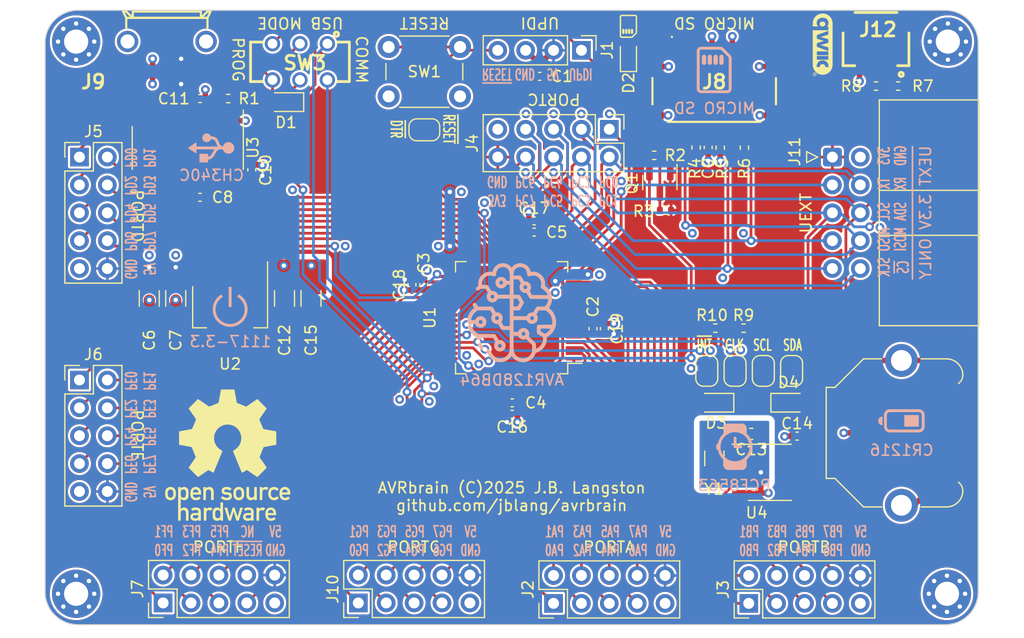
<source format=kicad_pcb>
(kicad_pcb (version 20240108) (generator "pcbnew") (generator_version "8.0")
  (layers (0 "F.Cu" signal) (1 "In1.Cu" signal) (2 "In2.Cu" signal) (31 "B.Cu" signal) (34 "B.Paste" user) (35 "F.Paste" user) (36 "B.SilkS" user "B.Silkscreen") (37 "F.SilkS" user "F.Silkscreen") (38 "B.Mask" user) (39 "F.Mask" user) (44 "Edge.Cuts" user))
  (net 0 "")
  (net 1 "+3.3V")
  (net 2 "GND")
  (net 3 "GND1")
  (net 4 "/PA0")
  (net 5 "/PA1")
  (net 6 "/PA2")
  (net 7 "/PA3")
  (net 8 "/PA4")
  (net 9 "/PA5")
  (net 10 "/PA6")
  (net 11 "/PA7")
  (net 12 "/PB0")
  (net 13 "/PB1")
  (net 14 "/PB2")
  (net 15 "/PB3")
  (net 16 "/PB4")
  (net 17 "/PB5")
  (net 18 "/PB6")
  (net 19 "/PB7")
  (net 20 "/PD7")
  (net 21 "/PD6")
  (net 22 "/PD5")
  (net 23 "/PD4")
  (net 24 "/PD3")
  (net 25 "/PD2")
  (net 26 "/PD1")
  (net 27 "/PD0")
  (net 28 "MOSI")
  (net 29 "SCK")
  (net 30 "MISO")
  (net 31 "TXC")
  (net 32 "RXC")
  (net 33 "SDA")
  (net 34 "SCL")
  (net 35 "~{CS}")
  (net 36 "~{RTCINT}")
  (net 37 "CLK32K")
  (net 38 "~{SDCS}")
  (net 39 "RXF")
  (net 40 "TXF")
  (net 41 "~{CTS}")
  (net 42 "Net-(BT1-+)")
  (net 43 "Net-(U3-~{DTR})")
  (net 44 "Net-(JP1-A)")
  (net 45 "Net-(U3-V3)")
  (net 46 "Net-(U4-OSCI)")
  (net 47 "Net-(D3-K)")
  (net 48 "Net-(D1-K)")
  (net 49 "UPDI")
  (net 50 "Net-(D2-K)")
  (net 52 "Net-(J8-DAT3{slash}CD)")
  (net 54 "/Peripherals/UD-")
  (net 55 "/Peripherals/UD+")
  (net 56 "/PG0")
  (net 57 "/PG1")
  (net 58 "/PG2")
  (net 59 "/PG3")
  (net 60 "/PG4")
  (net 61 "/PG5")
  (net 62 "/PG6")
  (net 63 "/PG7")
  (net 64 "/PE0")
  (net 65 "/PE1")
  (net 66 "/PE2")
  (net 67 "/PE3")
  (net 68 "/PE4")
  (net 69 "/PE6")
  (net 70 "/PE7")
  (net 76 "~{RESET}")
  (net 77 "Net-(JP2-B)")
  (net 78 "Net-(JP3-B)")
  (net 79 "Net-(U3-TXD)")
  (net 80 "/Peripherals/USBTX")
  (net 81 "/Peripherals/USBRX")
  (net 87 "~{RTS}")
  (net 89 "Net-(U4-OSCO)")
  (net 90 "Net-(JP6-B)")
  (net 91 "Net-(JP7-B)")
  (net 92 "/PE5")
  (net 93 "+5V")
  (footprint "SamacSys_Parts:SM04B-SRSS-TB_LFSN_" (layer "F.Cu") (at 200.685476 81.179 180)
    (property "Reference" "J12")
    (property "Value" "SM04B-SRSS-TB" (hide yes))
  )
  (footprint "Capacitor_SMD:C_0402_1005Metric" (layer "F.Cu") (at 155.4226 105.9942 90)
    (property "Reference" "C18")
    (property "Value" "1uf")
  )
  (footprint "Capacitor_SMD:C_0603_1608Metric" (layer "F.Cu") (at 186.325 119.5898 180)
    (property "Reference" "C13")
    (property "Value" "27pf")
  )
  (footprint "Connector_PinHeader_2.54mm:PinHeader_2x05_P2.54mm_Vertical" (layer "F.Cu") (at 150.536637 135 90)
    (property "Reference" "J10")
    (property "Value" "PORTG")
  )
  (footprint "SamacSys_Parts:U254051T4BH81S2S" (layer "F.Cu") (at 133.096 84.13 180)
    (property "Reference" "J9")
    (property "Value" "U254-051T-4BH81-S2S" (hide yes))
  )
  (footprint "Resistor_SMD:R_0402_1005Metric" (layer "F.Cu") (at 181.3 93.49 90)
    (property "Reference" "R4")
    (property "Value" "100K")
  )
  (footprint "Connector_PinHeader_2.54mm:PinHeader_1x04_P2.54mm_Vertical" (layer "F.Cu") (at 170.856637 84.625 -90)
    (property "Reference" "J1")
    (property "Value" "UPDI")
  )
  (footprint "Resistor_SMD:R_0402_1005Metric" (layer "F.Cu") (at 177.49 94.2 180)
    (property "Reference" "R2")
    (property "Value" "1K")
  )
  (footprint "Resistor_SMD:R_0402_1005Metric" (layer "F.Cu") (at 183.052857 109.95)
    (property "Reference" "R10")
    (property "Value" "2.2K")
  )
  (footprint "Crystal:Crystal_SMD_3215-2Pin_3.2x1.5mm" (layer "F.Cu") (at 182.96467 121.825 -90)
    (property "Reference" "Y1")
    (property "Value" "32kHz")
  )
  (footprint "Capacitor_SMD:C_0402_1005Metric" (layer "F.Cu") (at 156.5 106 90)
    (property "Reference" "C3")
    (property "Value" "0.1uf")
  )
  (footprint "MountingHole:MountingHole_2.2mm_M2_Pad_Via" (layer "F.Cu") (at 124.833274 83.833274)
    (property "Reference" "H1" (hide yes))
    (property "Value" "MountingHole_Pad")
  )
  (footprint "Capacitor_SMD:C_1206_3216Metric" (layer "F.Cu") (at 146.225 107.246952 90)
    (property "Reference" "C15")
    (property "Value" "22uf")
  )
  (footprint "Jumper:SolderJumper-2_P1.3mm_Bridged_RoundedPad1.0x1.5mm" (layer "F.Cu") (at 156.55 91.872143)
    (property "Reference" "JP1" (hide yes))
    (property "Value" "AUTORESET")
  )
  (footprint "Jumper:SolderJumper-2_P1.3mm_Open_RoundedPad1.0x1.5mm" (layer "F.Cu") (at 182.275429 113.8454 -90)
    (property "Reference" "JP7" (hide yes))
    (property "Value" "RTC_INT")
  )
  (footprint "Diode_SMD:D_SOD-323" (layer "F.Cu") (at 143.95 89.35 180)
    (property "Reference" "D1")
    (property "Value" "1N5819WS")
  )
  (footprint "MountingHole:MountingHole_2.2mm_M2_Pad_Via" (layer "F.Cu") (at 204.15 134.166726)
    (property "Reference" "H4" (hide yes))
    (property "Value" "MountingHole_Pad")
  )
  (footprint "Capacitor_SMD:C_0402_1005Metric" (layer "F.Cu") (at 182.4 93.48 -90)
    (property "Reference" "C9")
    (property "Value" "0.1uf")
  )
  (footprint "Diode_SMD:D_SOD-323" (layer "F.Cu") (at 189.725 116.75)
    (property "Reference" "D4")
    (property "Value" "1N5819WS")
  )
  (footprint "Capacitor_SMD:C_0402_1005Metric" (layer "F.Cu") (at 172.9486 110 -90)
    (property "Reference" "C19")
    (property "Value" "1uf")
  )
  (footprint "Connector_PinHeader_2.54mm:PinHeader_2x05_P2.54mm_Vertical" (layer "F.Cu") (at 186.096637 135.04 90)
    (property "Reference" "J3")
    (property "Value" "PORTB")
  )
  (footprint "Capacitor_SMD:C_0402_1005Metric" (layer "F.Cu") (at 164.55125 116.757)
    (property "Reference" "C4")
    (property "Value" "0.1uf")
  )
  (footprint "Package_TO_SOT_SMD:SOT-223-3_TabPin2" (layer "F.Cu") (at 138.859 108.008952 -90)
    (property "Reference" "U2")
    (property "Value" "AMS1117-3.3")
  )
  (footprint "Package_SO:SOIC-8_3.9x4.9mm_P1.27mm" (layer "F.Cu") (at 188.025 123.095)
    (property "Reference" "U4")
    (property "Value" "PCF8563T")
  )
  (footprint "Package_QFP:TQFP-64_10x10mm_P0.5mm" (layer "F.Cu") (at 164.5 109 180)
    (property "Reference" "U1")
    (property "Value" "AVR128DB64x-xPT")
  )
  (footprint "Capacitor_SMD:C_0402_1005Metric" (layer "F.Cu") (at 167.056637 87 180)
    (property "Reference" "C1")
    (property "Value" "0.1uf")
  )
  (footprint "Capacitor_SMD:C_0402_1005Metric" (layer "F.Cu") (at 136.116 89.025)
    (property "Reference" "C11")
    (property "Value" "0.1uf")
  )
  (footprint "Capacitor_SMD:C_0402_1005Metric" (layer "F.Cu") (at 166.55125 101.2 180)
    (property "Reference" "C5")
    (property "Value" "0.1uf")
  )
  (footprint "Jumper:SolderJumper-2_P1.3mm_Bridged_RoundedPad1.0x1.5mm" (layer "F.Cu") (at 190 113.85 -90)
    (property "Reference" "JP3" (hide yes))
    (property "Value" "RTC_SDA")
  )
  (footprint "Connector_PinHeader_2.54mm:PinHeader_2x05_P2.54mm_Vertical" (layer "F.Cu") (at 132.757857 135 90)
    (property "Reference" "J7")
    (property "Value" "PORTF")
  )
  (footprint "NetTie:NetTie-2_SMD_Pad0.5mm" (layer "F.Cu") (at 187.198 124.492 -90)
    (property "Reference" "NT1" (hide yes))
    (property "Value" "NetTie_2" (hide yes))
  )
  (footprint "Capacitor_SMD:C_1206_3216Metric" (layer "F.Cu") (at 131.493 107.246952 -90)
    (property "Reference" "C6")
    (property "Value" "22uf")
  )
  (footprint "Resistor_SMD:R_0402_1005Metric" (layer "F.Cu") (at 197.69 87.88619)
    (property "Reference" "R8")
    (property "Value" "2.2K")
  )
  (footprint "Resistor_SMD:R_0402_1005Metric" (layer "F.Cu") (at 185.627714 109.95)
    (property "Reference" "R9")
    (property "Value" "2.2K")
  )
  (footprint "Package_TO_SOT_SMD:SOT-23" (layer "F.Cu") (at 178 96.6875 -90)
    (property "Reference" "Q1")
    (property "Value" "BSS138")
  )
  (footprint "Connector_IDC:IDC-Header_2x05_P2.54mm_Horizontal" (layer "F.Cu") (at 193.716637 94.36)
    (property "Reference" "J11")
    (property "Value" "UEXT")
  )
  (footprint "Jumper:SolderJumper-2_P1.3mm_Bridged_RoundedPad1.0x1.5mm" (layer "F.Cu") (at 187.425143 113.85 -90)
    (property "Reference" "JP2" (hide yes))
    (property "Value" "RTC_SCL")
  )
  (footprint "Capacitor_SMD:C_1206_3216Metric" (layer "F.Cu") (at 133.906 107.246952 -90)
    (property "Reference" "C7")
    (property "Value" "1uf")
  )
  (footprint "MountingHole:MountingHole_2.2mm_M2_Pad_Via" (layer "F.Cu") (at 124.833274 134.166726)
    (property "Reference" "H3" (hide yes))
    (property "Value" "MountingHole_Pad")
  )
  (footprint "Jumper:SolderJumper-2_P1.3mm_Open_RoundedPad1.0x1.5mm" (layer "F.Cu") (at 184.850286 113.8454 -90)
    (property "Reference" "JP6" (hide yes))
    (property "Value" "RTC_CLK")
  )
  (footprint "Diode_SMD:D_SOD-323" (layer "F.Cu") (at 183.127 116.75 180)
    (property "Reference" "D3")
    (property "Value" "1N5819WS")
  )
  (footprint "Package_SO:SOIC-16_3.9x9.9mm_P1.27mm" (layer "F.Cu") (at 135.001 93.525 -90)
    (property "Reference" "U3")
    (property "Value" "CH340C")
  )
  (footprint "Capacitor_SMD:C_0402_1005Metric" (layer "F.Cu") (at 171.90725 110 -90)
    (property "Reference" "C2")
    (property "Value" "0.1uf")
  )
  (footprint "Connector_PinHeader_2.54mm:PinHeader_2x05_P2.54mm_Vertical" (layer "F.Cu") (at 173.396637 91.82 -90)
    (property "Reference" "J4")
    (property "Value" "PORTC")
  )
  (footprint "Resistor_SMD:R_0402_1005Metric" (layer "F.Cu") (at 178.51 99.2 180)
    (property "Reference" "R3")
    (property "Value" "100K")
  )
  (footprint "SamacSys_Parts:JS202011CQN" (layer "F.Cu") (at 145.2185 85.675 180)
    (property "Reference" "SW3")
    (property "Value" "PROG_EN" (hide yes))
  )
  (footprint "Capacitor_SMD:C_0402_1005Metric" (layer "F.Cu") (at 164.55125 117.8052 180)
    (property "Reference" "C16")
    (property "Value" "1uf")
  )
  (footprint "MountingHole:MountingHole_2.2mm_M2_Pad_Via" (layer "F.Cu") (at 204.233274 83.833274)
    (property "Reference" "H2" (hide yes))
    (property "Value" "MountingHole_Pad")
  )
  (footprint "Resistor_SMD:R_0402_1005Metric" (layer "F.Cu") (at 185.7 93.5 90)
    (property "Reference" "R6")
    (property "Value" "100K")
  )
  (footprint "Capacitor_SMD:C_0402_1005Metric" (layer "F.Cu") (at 136.116 98.025)
    (property "Reference" "C8")
    (property "Value" "0.1uf")
  )
  (footprint "Capacitor_SMD:C_1206_3216Metric" (layer "F.Cu") (at 143.812 107.246952 90)
    (property "Reference" "C12")
    (property "Value" "1uf")
  )
  (footprint "Connector_PinHeader_2.54mm:PinHeader_2x05_P2.54mm_Vertical" (layer "F.Cu") (at 168.316637 135.04 90)
    (property "Reference" "J2")
    (property "Value" "PORTA")
  )
  (footprint "Connector_PinHeader_2.54mm:PinHeader_2x05_P2.54mm_Vertical" (layer "F.Cu") (at 125.136637 114.68)
    (property "Reference" "J6")
    (property "Value" "PORTE")
  )
  (footprint "Resistor_SMD:R_0402_1005Metric" (layer "F.Cu") (at 183.5 93.5 90)
    (property "Reference" "R5")
    (property "Value" "100K")
  )
  (footprint "Battery:BatteryHolder_Keystone_3001_1x12mm" (layer "F.Cu") (at 200 119.5 90)
    (property "Reference" "BT1" (hide yes))
    (property "Value" "CR1216")
  )
  (footprint "Resistor_SMD:R_0402_1005Metric" (layer "F.Cu") (at 138.686 89.025)
    (property "Reference" "R1")
    (property "Value" "1K")
  )
  (footprint "Capacitor_SMD:C_0402_1005Metric" (layer "F.Cu") (at 140.834 95.52 90)
    (property "Reference" "C10")
    (property "Value" "0.1uf")
  )
  (footprint "Connector_PinHeader_2.54mm:PinHeader_2x05_P2.54mm_Vertical" (layer "F.Cu") (at 125.136637 94.36)
    (property "Reference" "J5")
    (property "Value" "PORTD")
  )
  (footprint "SamacSys_Parts:XKTF08030" (layer "F.Cu") (at 182.95 87.749996 180)
    (property "Reference" "J8")
    (property "Value" "XKTF-0803-0" (hide yes))
  )
  (footprint "Resistor_SMD:R_0402_1005Metric" (layer "F.Cu") (at 199.7 87.88619 180)
    (property "Reference" "R7")
    (property "Value" "2.2K")
  )
  (footprint "Button_Switch_THT:SW_PUSH_6mm" (layer "F.Cu") (at 159.8 88.825 180)
    (property "Reference" "SW1")
    (property "Value" "RESET")
  )
  (footprint "LED_SMD:LED_0603_1608Metric" (layer "F.Cu") (at 175.1375 85.074996 90)
    (property "Reference" "D2")
    (property "Value" "LED")
  )
  (footprint "Capacitor_SMD:C_0402_1005Metric" (layer "F.Cu") (at 166.55 100.1776)
    (property "Reference" "C17")
    (property "Value" "1uf")
  )
  (footprint "Capacitor_SMD:C_0402_1005Metric" (layer "F.Cu") (at 190.5 119.793 180)
    (property "Reference" "C14")
    (property "Value" "0.1uf")
  )
  (gr_poly (pts (xy 182.540284 85.028018) (xy 182.527486 85.029264) (xy 182.51477 85.031341) (xy 182.50218 85.034249) (xy 182.489757 85.037987) (xy 182.477542 85.042556) (xy 182.465578 85.047957) (xy 182.453906 85.054188) (xy 182.442674 85.06118) (xy 182.432015 85.068841) (xy 182.421951 85.077135) (xy 182.412502 85.086024) (xy 182.403688 85.095474) (xy 182.395532 85.105447) (xy 182.388053 85.115908) (xy 182.381273 85.126821) (xy 182.375213 85.138149) (xy 182.369892 85.149856) (xy 182.365334 85.161906) (xy 182.361557 85.174264) (xy 182.358583 85.186892) (xy 182.356433 85.199755) (xy 182.355127 85.212816) (xy 182.354688 85.22604) (xy 182.354688 85.755206) (xy 182.354798 85.761836) (xy 182.355127 85.76843) (xy 182.355673 85.774983) (xy 182.356433 85.781491) (xy 182.357404 85.78795) (xy 182.358583 85.794354) (xy 182.359968 85.8007) (xy 182.361557 85.806982) (xy 182.363346 85.813197) (xy 182.365334 85.819339) (xy 182.367517 85.825405) (xy 182.369892 85.83139) (xy 182.372459 85.837288) (xy 182.375213 85.843097) (xy 182.378152 85.848811) (xy 182.381273 85.854425) (xy 182.384575 85.859935) (xy 182.388053 85.865338) (xy 182.391707 85.870627) (xy 182.395532 85.875799) (xy 182.399527 85.880849) (xy 182.403688 85.885772) (xy 182.408014 85.890564) (xy 182.412502 85.895221) (xy 182.417148 85.899739) (xy 182.421951 85.904111) (xy 182.426908 85.908334) (xy 182.432015 85.912404) (xy 182.437272 85.916316) (xy 182.442674 85.920066) (xy 182.44822 85.923648) (xy 182.453906 85.927058) (xy 182.465578 85.933289) (xy 182.477542 85.938689) (xy 182.489757 85.943259) (xy 182.50218 85.946997) (xy 182.51477 85.949905) (xy 182.527486 85.951982) (xy 182.540284 85.953228) (xy 182.553125 85.953644) (xy 182.565966 85.953228) (xy 182.578765 85.951982) (xy 182.59148 85.949905) (xy 182.60407 85.946997) (xy 182.616493 85.943259) (xy 182.628708 85.938689) (xy 182.640672 85.933289) (xy 182.652344 85.927058) (xy 182.663576 85.920066) (xy 182.674235 85.912404) (xy 182.684299 85.904111) (xy 182.693749 85.895222) (xy 182.702562 85.885772) (xy 182.710718 85.875799) (xy 182.718197 85.865338) (xy 182.724977 85.854425) (xy 182.731038 85.843097) (xy 182.736358 85.83139) (xy 182.740917 85.819339) (xy 182.744694 85.806982) (xy 182.747668 85.794354) (xy 182.749818 85.781491) (xy 182.751123 85.76843) (xy 182.751563 85.755206) (xy 182.751563 85.22604) (xy 182.751452 85.21941) (xy 182.751123 85.212816) (xy 182.750577 85.206263) (xy 182.749818 85.199755) (xy 182.748847 85.193296) (xy 182.747668 85.186892) (xy 182.746282 85.180546) (xy 182.744694 85.174264) (xy 182.742904 85.168049) (xy 182.740917 85.161906) (xy 182.738734 85.155841) (xy 182.736358 85.149856) (xy 182.733792 85.143957) (xy 182.731038 85.138149) (xy 182.728099 85.132435) (xy 182.724977 85.126821) (xy 182.721676 85.12131) (xy 182.718197 85.115908) (xy 182.714544 85.110619) (xy 182.710718 85.105447) (xy 182.706723 85.100397) (xy 182.702562 85.095474) (xy 182.698236 85.090681) (xy 182.693749 85.086024) (xy 182.689102 85.081507) (xy 182.684299 85.077135) (xy 182.679343 85.072911) (xy 182.674235 85.068841) (xy 182.668978 85.06493) (xy 182.663576 85.06118) (xy 182.65803 85.057598) (xy 182.652344 85.054188) (xy 182.640672 85.047957) (xy 182.628708 85.042557) (xy 182.616493 85.037987) (xy 182.60407 85.034249) (xy 182.59148 85.031341) (xy 182.578765 85.029264) (xy 182.565966 85.028018) (xy 182.553125 85.027602)) (stroke (width -0.000001)) (fill solid) (layer "B.SilkS"))
  (gr_poly (pts (xy 200.264583 118.93025) (xy 201.587499 118.93025) (xy 201.587499 117.871917) (xy 200.264583 117.871917)) (fill solid) (layer "B.SilkS"))
  (gr_poly (pts (xy 163.774783 104.032383) (xy 163.834717 104.037707) (xy 163.893742 104.046962) (xy 163.951795 104.060137) (xy 164.008815 104.07722) (xy 164.064739 104.098195) (xy 164.119506 104.123052) (xy 164.173053 104.151777) (xy 164.225318 104.184357) (xy 164.27624 104.220779) (xy 164.325757 104.26103) (xy 164.373806 104.305098) (xy 164.502569 104.430333) (xy 164.564306 104.354486) (xy 164.580741 104.335662) (xy 164.59946 104.316335) (xy 164.620225 104.296668) (xy 164.642799 104.27682) (xy 164.666944 104.256951) (xy 164.692422 104.237222) (xy 164.718996 104.217793) (xy 164.746427 104.198823) (xy 164.774479 104.180474) (xy 164.802913 104.162905) (xy 164.831492 104.146276) (xy 164.859977 104.130748) (xy 164.888132 104.116481) (xy 164.915719 104.103635) (xy 164.942499 104.092371) (xy 164.968236 104.082848) (xy 165.032681 104.063137) (xy 165.098168 104.04828) (xy 165.164414 104.038207) (xy 165.231138 104.032852) (xy 165.298059 104.032149) (xy 165.364894 104.036029) (xy 165.431363 104.044425) (xy 165.497182 104.057271) (xy 165.562072 104.074499) (xy 165.62575 104.096042) (xy 165.687934 104.121833) (xy 165.748344 104.151805) (xy 165.806696 104.18589) (xy 165.86271 104.224021) (xy 165.916105 104.266131) (xy 165.966597 104.312153) (xy 165.988846 104.334343) (xy 166.009978 104.35664) (xy 166.030035 104.379106) (xy 166.049059 104.401808) (xy 166.067091 104.42481) (xy 166.084171 104.448176) (xy 166.100343 104.471971) (xy 166.115646 104.496259) (xy 166.130122 104.521105) (xy 166.143813 104.546575) (xy 166.15676 104.572731) (xy 166.169003 104.599639) (xy 166.180586 104.627364) (xy 166.191548 104.65597) (xy 166.201932 104.685522) (xy 166.211778 104.716084) (xy 166.241764 104.813098) (xy 166.425208 104.807806) (xy 166.464495 104.807114) (xy 166.501211 104.807069) (xy 166.535678 104.807736) (xy 166.568221 104.809184) (xy 166.599162 104.811479) (xy 166.628824 104.814689) (xy 166.65753 104.818881) (xy 166.685602 104.824122) (xy 166.713365 104.830479) (xy 166.741141 104.838019) (xy 166.769252 104.84681) (xy 166.798023 104.856919) (xy 166.827775 104.868413) (xy 166.858832 104.881359) (xy 166.891517 104.895824) (xy 166.926153 104.911875) (xy 166.974643 104.93684) (xy 167.022123 104.964665) (xy 167.06845 104.995192) (xy 167.113483 105.028265) (xy 167.15708 105.063725) (xy 167.199097 105.101414) (xy 167.239394 105.141176) (xy 167.277828 105.182853) (xy 167.314257 105.226287) (xy 167.348539 105.27132) (xy 167.380531 105.317794) (xy 167.410092 105.365553) (xy 167.43708 105.414439) (xy 167.461352 105.464293) (xy 167.482766 105.514959) (xy 167.501181 105.566278) (xy 167.513128 105.605135) (xy 167.522678 105.640995) (xy 167.526631 105.658415) (xy 167.530078 105.675822) (xy 167.53305 105.693461) (xy 167.535577 105.711578) (xy 167.53769 105.730419) (xy 167.539421 105.750229) (xy 167.54186 105.793737) (xy 167.543142 105.844066) (xy 167.543514 105.903181) (xy 167.543028 105.970773) (xy 167.543022 105.998229) (xy 167.543266 106.021912) (xy 167.543504 106.032446) (xy 167.543831 106.042164) (xy 167.544255 106.05111) (xy 167.544785 106.059326) (xy 167.545431 106.066855) (xy 167.5462 106.073739) (xy 167.547102 106.080021) (xy 167.548144 106.085743) (xy 167.549337 106.090949) (xy 167.550688 106.095681) (xy 167.552207 106.099981) (xy 167.553901 106.103892) (xy 167.55578 106.107457) (xy 167.557853 106.110719) (xy 167.560128 106.113719) (xy 167.562614 106.116501) (xy 167.565319 106.119108) (xy 167.568253 106.121581) (xy 167.571424 106.123964) (xy 167.57484 106.126299) (xy 167.578512 106.128629) (xy 167.582446 106.130996) (xy 167.591139 106.136014) (xy 167.607845 106.146809) (xy 167.626065 106.159865) (xy 167.645578 106.174961) (xy 167.666159 106.19188) (xy 167.687589 106.2104) (xy 167.709643 106.230303) (xy 167.732101 106.251368) (xy 167.75474 106.273377) (xy 167.777337 106.296109) (xy 167.799671 106.319345) (xy 167.821519 106.342865) (xy 167.842658 106.36645) (xy 167.862868 106.389879) (xy 167.881926 106.412935) (xy 167.899608 106.435395) (xy 167.915694 106.457042) (xy 167.947965 106.50379) (xy 167.977985 106.550811) (xy 168.005778 106.598173) (xy 168.031367 106.645943) (xy 168.054775 106.694189) (xy 168.076026 106.742978) (xy 168.095142 106.792376) (xy 168.112148 106.842452) (xy 168.127065 106.893271) (xy 168.139919 106.944902) (xy 168.150731 106.997411) (xy 168.159525 107.050866) (xy 168.166324 107.105334) (xy 168.171152 107.160882) (xy 168.174031 107.217577) (xy 168.174986 107.275486) (xy 168.174114 107.329489) (xy 168.171483 107.382402) (xy 168.167068 107.434291) (xy 168.160848 107.485224) (xy 168.152798 107.535268) (xy 168.142895 107.584491) (xy 168.131117 107.632959) (xy 168.117439 107.68074) (xy 168.10184 107.727901) (xy 168.084294 107.774508) (xy 168.06478 107.82063) (xy 168.043274 107.866334) (xy 168.019752 107.911686) (xy 167.994191 107.956754) (xy 167.966569 108.001605) (xy 167.936861 108.046306) (xy 167.931718 108.054134) (xy 167.926884 108.061719) (xy 167.922382 108.069025) (xy 167.91823 108.076016) (xy 167.914451 108.082656) (xy 167.911065 108.088908) (xy 167.908091 108.094736) (xy 167.905552 108.100105) (xy 167.903468 108.104977) (xy 167.901859 108.109317) (xy 167.901239 108.111276) (xy 167.900746 108.113088) (xy 167.900382 108.11475) (xy 167.90015 108.116255) (xy 167.900052 108.117601) (xy 167.900092 108.118781) (xy 167.90027 108.119793) (xy 167.900591 108.12063) (xy 167.901057 108.12129) (xy 167.901669 108.121767) (xy 167.902432 108.122056) (xy 167.903347 108.122153) (xy 167.906967 108.122885) (xy 167.911826 108.125032) (xy 167.924962 108.133274) (xy 167.942159 108.146291) (xy 167.962823 108.163494) (xy 168.012178 108.208101) (xy 168.068271 108.262382) (xy 168.126348 108.321624) (xy 168.181656 108.381114) (xy 168.206785 108.409479) (xy 168.229439 108.436139) (xy 168.249024 108.460505) (xy 168.264944 108.481986) (xy 168.330261 108.581865) (xy 168.387294 108.685375) (xy 168.436027 108.79201) (xy 168.476446 108.901268) (xy 168.508534 109.012645) (xy 168.532277 109.125637) (xy 168.547659 109.23974) (xy 168.554663 109.35445) (xy 168.553276 109.469263) (xy 168.543481 109.583676) (xy 168.525262 109.697185) (xy 168.498605 109.809285) (xy 168.463493 109.919474) (xy 168.419912 110.027246) (xy 168.367846 110.132099) (xy 168.307278 110.233529) (xy 168.285519 110.26612) (xy 168.26202 110.298968) (xy 168.236945 110.331914) (xy 168.210457 110.3648) (xy 168.182719 110.39747) (xy 168.153892 110.429764) (xy 168.124141 110.461527) (xy 168.093627 110.492599) (xy 168.062514 110.522824) (xy 168.030964 110.552044) (xy 167.999141 110.580102) (xy 167.967206 110.606839) (xy 167.935323 110.632098) (xy 167.903654 110.655721) (xy 167.872363 110.677552) (xy 167.841611 110.697431) (xy 167.716376 110.775042) (xy 167.707556 110.96907) (xy 167.703914 111.025346) (xy 167.698261 111.080446) (xy 167.690573 111.134436) (xy 167.680822 111.187379) (xy 167.668984 111.23934) (xy 167.655032 111.290384) (xy 167.638941 111.340575) (xy 167.620684 111.389978) (xy 167.600237 111.438657) (xy 167.577572 111.486678) (xy 167.552665 111.534105) (xy 167.525489 111.581002) (xy 167.496019 111.627433) (xy 167.464229 111.673464) (xy 167.430092 111.71916) (xy 167.393584 111.764584) (xy 167.36454 111.79792) (xy 167.333132 111.831016) (xy 167.299601 111.863713) (xy 167.264186 111.895856) (xy 167.227127 111.927285) (xy 167.188666 111.957843) (xy 167.149042 111.987374) (xy 167.108495 112.015718) (xy 167.067266 112.042718) (xy 167.025596 112.068217) (xy 166.983723 112.092058) (xy 166.94189 112.114082) (xy 166.900336 112.134132) (xy 166.859301 112.15205) (xy 166.819025 112.16768) (xy 166.77975 112.180862) (xy 166.767218 112.184717) (xy 166.755972 112.188468) (xy 166.745853 112.192303) (xy 166.7367 112.196406) (xy 166.728354 112.200964) (xy 166.720653 112.206162) (xy 166.713438 112.212188) (xy 166.706549 112.219226) (xy 166.699825 112.227463) (xy 166.693106 112.237085) (xy 166.686232 112.248278) (xy 166.679043 112.261228) (xy 166.671379 112.276122) (xy 166.663079 112.293144) (xy 166.643931 112.334319) (xy 166.613442 112.396165) (xy 166.580848 112.455356) (xy 166.54615 112.511886) (xy 166.509351 112.565747) (xy 166.470455 112.616932) (xy 166.429463 112.665431) (xy 166.386378 112.711239) (xy 166.341203 112.754346) (xy 166.29394 112.794745) (xy 166.244592 112.832429) (xy 166.193162 112.867389) (xy 166.139651 112.899619) (xy 166.084064 112.929109) (xy 166.026401 112.955853) (xy 165.966666 112.979842) (xy 165.904861 113.00107) (xy 165.833295 113.021313) (xy 165.760956 113.037092) (xy 165.688064 113.048447) (xy 165.614839 113.05542) (xy 165.541501 113.058052) (xy 165.468268 113.056384) (xy 165.39536 113.050459) (xy 165.322998 113.040316) (xy 165.251401 113.025999) (xy 165.180788 113.007547) (xy 165.111379 112.985002) (xy 165.043394 112.958406) (xy 164.977053 112.9278) (xy 164.912574 112.893225) (xy 164.850177 112.854722) (xy 164.790083 112.812334) (xy 164.773371 112.79891) (xy 164.755767 112.783905) (xy 164.737455 112.767515) (xy 164.718618 112.749936) (xy 164.699441 112.731366) (xy 164.680106 112.711999) (xy 164.641696 112.671664) (xy 164.604858 112.630502) (xy 164.587486 112.610102) (xy 164.571058 112.590084) (xy 164.555756 112.570645) (xy 164.541764 112.551981) (xy 164.529266 112.534289) (xy 164.518444 112.517764) (xy 164.515584 112.513136) (xy 164.512925 112.509183) (xy 164.510422 112.505916) (xy 164.509213 112.504545) (xy 164.508026 112.50335) (xy 164.506855 112.502334) (xy 164.505693 112.501497) (xy 164.504535 112.500842) (xy 164.503376 112.50037) (xy 164.502208 112.500083) (xy 164.501027 112.499982) (xy 164.499826 112.500069) (xy 164.498601 112.500346) (xy 164.497344 112.500814) (xy 164.49605 112.501475) (xy 164.494714 112.50233) (xy 164.49333 112.503381) (xy 164.491891 112.50463) (xy 164.490392 112.506078) (xy 164.488827 112.507727) (xy 164.48719 112.509579) (xy 164.483679 112.513896) (xy 164.479811 112.519043) (xy 164.47554 112.525032) (xy 164.470819 112.531876) (xy 164.456057 112.552097) (xy 164.438463 112.574174) (xy 164.418389 112.597771) (xy 164.396185 112.62255) (xy 164.372204 112.648178) (xy 164.346796 112.674316) (xy 164.320314 112.700631) (xy 164.293108 112.726785) (xy 164.26553 112.752443) (xy 164.237931 112.77727) (xy 164.210663 112.800928) (xy 164.184077 112.823082) (xy 164.158525 112.843397) (xy 164.134358 112.861536) (xy 164.111927 112.877164) (xy 164.091584 112.889945) (xy 164.066203 112.904345) (xy 164.037041 112.91949) (xy 164.005108 112.934966) (xy 163.971419 112.950358) (xy 163.936985 112.965255) (xy 163.90282 112.979242) (xy 163.869936 112.991906) (xy 163.839347 113.002834) (xy 163.796229 113.016528) (xy 163.757657 113.02739) (xy 163.739224 113.031856) (xy 163.720905 113.035731) (xy 163.702358 113.039052) (xy 163.683243 113.04186) (xy 163.663219 113.044192) (xy 163.641943 113.046087) (xy 163.594277 113.048722) (xy 163.537516 113.050076) (xy 163.468931 113.050459) (xy 163.400862 113.05008) (xy 163.371347 113.049552) (xy 163.344411 113.04875) (xy 163.319728 113.047638) (xy 163.296972 113.04618) (xy 163.275818 113.044339) (xy 163.255941 113.04208) (xy 163.237015 113.039366) (xy 163.218713 113.036161) (xy 163.200712 113.03243) (xy 163.182685 113.028134) (xy 163.164306 113.02324) (xy 163.14525 113.01771) (xy 163.103806 113.004598) (xy 163.038084 112.981043) (xy 162.974573 112.954733) (xy 162.913337 112.925727) (xy 162.854436 112.894079) (xy 162.797933 112.859848) (xy 162.74389 112.823089) (xy 162.692368 112.783861) (xy 162.643431 112.742219) (xy 162.597139 112.698221) (xy 162.553555 112.651923) (xy 162.512741 112.603383) (xy 162.474759 112.552656) (xy 162.43967 112.499801) (xy 162.407538 112.444873) (xy 162.378423 112.38793) (xy 162.352389 112.329028) (xy 162.33639 112.289871) (xy 162.32946 112.27383) (xy 162.322954 112.259851) (xy 162.316655 112.247711) (xy 162.313515 112.242262) (xy 162.310345 112.237189) (xy 162.307118 112.232465) (xy 162.303808 112.228062) (xy 162.300386 112.223952) (xy 162.296826 112.220108) (xy 162.293101 112.216502) (xy 162.289184 112.213105) (xy 162.285046 112.209891) (xy 162.280662 112.206831) (xy 162.276004 112.203897) (xy 162.271045 112.201063) (xy 162.260116 112.195579) (xy 162.247656 112.190157) (xy 162.233451 112.184575) (xy 162.198931 112.172042) (xy 162.13266 112.14641) (xy 162.068782 112.118461) (xy 162.007291 112.088191) (xy 161.948183 112.055598) (xy 161.891451 112.02068) (xy 161.837092 111.983434) (xy 161.7851 111.943857) (xy 161.735469 111.901947) (xy 161.688194 111.857701) (xy 161.643271 111.811117) (xy 161.600694 111.762192) (xy 161.560458 111.710923) (xy 161.522558 111.657308) (xy 161.486988 111.601345) (xy 161.453743 111.54303) (xy 161.422819 111.482362) (xy 161.405597 111.445697) (xy 161.389629 111.409722) (xy 161.374892 111.374341) (xy 161.361359 111.339459) (xy 161.349004 111.30498) (xy 161.337801 111.270809) (xy 161.327725 111.236849) (xy 161.31875 111.203006) (xy 161.31085 111.169183) (xy 161.303998 111.135285) (xy 161.29817 111.101217) (xy 161.293339 111.066883) (xy 161.28948 111.032187) (xy 161.286566 110.997034) (xy 161.284572 110.961327) (xy 161.283472 110.924973) (xy 161.281708 110.775042) (xy 161.177639 110.713306) (xy 161.151425 110.697195) (xy 161.123286 110.678183) (xy 161.09357 110.656592) (xy 161.062628 110.632746) (xy 161.030807 110.606967) (xy 160.998456 110.579578) (xy 160.965924 110.550902) (xy 160.933561 110.521263) (xy 160.901714 110.490982) (xy 160.870733 110.460384) (xy 160.840966 110.429791) (xy 160.812762 110.399527) (xy 160.78647 110.369913) (xy 160.762439 110.341273) (xy 160.741018 110.313931) (xy 160.722556 110.288209) (xy 160.680803 110.223224) (xy 160.642517 110.157002) (xy 160.607681 110.08966) (xy 160.576277 110.021314) (xy 160.548289 109.952079) (xy 160.523699 109.882074) (xy 160.502493 109.811415) (xy 160.484651 109.740218) (xy 160.470158 109.6686) (xy 160.460379 109.605583) (xy 160.814278 109.605583) (xy 160.815304 109.619792) (xy 160.818271 109.637643) (xy 160.82301 109.658689) (xy 160.829353 109.682478) (xy 160.846183 109.73649) (xy 160.867415 109.796084) (xy 160.891706 109.857661) (xy 160.917713 109.917627) (xy 160.944092 109.972383) (xy 160.957002 109.996684) (xy 160.9695 110.018334) (xy 160.985895 110.044011) (xy 161.004502 110.07062) (xy 161.025094 110.097937) (xy 161.047442 110.125738) (xy 161.07132 110.153797) (xy 161.0965 110.18189) (xy 161.122755 110.209791) (xy 161.149858 110.237276) (xy 161.17758 110.264121) (xy 161.205696 110.2901) (xy 161.233977 110.314989) (xy 161.262195 110.338562) (xy 161.290125 110.360596) (xy 161.317537 110.380865) (xy 161.344206 110.399144) (xy 161.369903 110.415209) (xy 161.473972 110.476945) (xy 162.227153 110.485764) (xy 162.475847 110.488755) (xy 162.576635 110.490121) (xy 162.663274 110.491497) (xy 162.701653 110.492212) (xy 162.736932 110.492956) (xy 162.769258 110.493739) (xy 162.798777 110.49457) (xy 162.825634 110.495458) (xy 162.849976 110.496412) (xy 162.871949 110.49744) (xy 162.891698 110.498553) (xy 162.90937 110.499758) (xy 162.92511 110.501066) (xy 162.939065 110.502485) (xy 162.951381 110.504024) (xy 162.962203 110.505692) (xy 162.9671 110.506577) (xy 162.971678 110.507498) (xy 162.975955 110.508456) (xy 162.979951 110.509451) (xy 162.983682 110.510486) (xy 162.987168 110.511561) (xy 162.990427 110.512678) (xy 162.993477 110.513837) (xy 162.996335 110.515039) (xy 162.999021 110.516286) (xy 163.001553 110.517579) (xy 163.003948 110.518919) (xy 163.006226 110.520308) (xy 163.008404 110.521745) (xy 163.012534 110.524772) (xy 163.016484 110.52801) (xy 163.020401 110.531467) (xy 163.024431 110.535153) (xy 163.029356 110.540277) (xy 163.035476 110.547614) (xy 163.050944 110.568364) (xy 163.070133 110.596266) (xy 163.09234 110.630183) (xy 163.116863 110.668978) (xy 163.142997 110.711515) (xy 163.170041 110.756656) (xy 163.197292 110.803265) (xy 163.327819 111.03257) (xy 163.426598 111.03257) (xy 163.454806 111.033093) (xy 163.481943 111.034685) (xy 163.508092 111.037384) (xy 163.53334 111.041224) (xy 163.557771 111.046243) (xy 163.581472 111.052476) (xy 163.604526 111.059959) (xy 163.627019 111.06873) (xy 163.649037 111.078823) (xy 163.670665 111.090275) (xy 163.691988 111.103123) (xy 163.713091 111.117402) (xy 163.734061 111.133149) (xy 163.75498 111.150399) (xy 163.775937 111.16919) (xy 163.797014 111.189556) (xy 163.819221 111.212871) (xy 163.839565 111.235927) (xy 163.858084 111.258839) (xy 163.874818 111.281719) (xy 163.889806 111.304682) (xy 163.903085 111.327842) (xy 163.914696 111.351312) (xy 163.924676 111.375205) (xy 163.933064 111.399636) (xy 163.939899 111.424718) (xy 163.945221 111.450565) (xy 163.949067 111.47729) (xy 163.951476 111.505008) (xy 163.952488 111.533831) (xy 163.95214 111.563874) (xy 163.950472 111.59525) (xy 163.947938 111.621778) (xy 163.944319 111.647768) (xy 163.939636 111.673203) (xy 163.933908 111.698062) (xy 163.927157 111.722326) (xy 163.919404 111.745974) (xy 163.910669 111.768987) (xy 163.900973 111.791345) (xy 163.890336 111.813029) (xy 163.87878 111.834019) (xy 163.866324 111.854295) (xy 163.85299 111.873838) (xy 163.838798 111.892628) (xy 163.823768 111.910644) (xy 163.807923 111.927868) (xy 163.791281 111.94428) (xy 163.773864 111.95986) (xy 163.755693 111.974588) (xy 163.736788 111.988445) (xy 163.71717 112.00141) (xy 163.69686 112.013465) (xy 163.675877 112.024589) (xy 163.654244 112.034763) (xy 163.63198 112.043967) (xy 163.609106 112.052182) (xy 163.585643 112.059387) (xy 163.561612 112.065564) (xy 163.537033 112.070691) (xy 163.511927 112.07475) (xy 163.486314 112.077721) (xy 163.460216 112.079584) (xy 163.433653 112.08032) (xy 163.413474 112.080036) (xy 163.393618 112.079185) (xy 163.374088 112.077768) (xy 163.354888 112.075786) (xy 163.336019 112.073242) (xy 163.317486 112.070135) (xy 163.29929 112.066467) (xy 163.281435 112.06224) (xy 163.263923 112.057455) (xy 163.246759 112.052113) (xy 163.229943 112.046216) (xy 163.21348 112.039764) (xy 163.197373 112.03276) (xy 163.181623 112.025204) (xy 163.166235 112.017097) (xy 163.15121 112.008442) (xy 163.136553 111.999238) (xy 163.122265 111.989488) (xy 163.10835 111.979193) (xy 163.09481 111.968354) (xy 163.08165 111.956973) (xy 163.06887 111.94505) (xy 163.056475 111.932587) (xy 163.044467 111.919586) (xy 163.03285 111.906046) (xy 163.021625 111.891971) (xy 163.010796 111.877361) (xy 163.000367 111.862218) (xy 162.990339 111.846542) (xy 162.980715 111.830335) (xy 162.9715 111.813598) (xy 162.962694 111.796333) (xy 162.953922 111.778503) (xy 162.946089 111.761924) (xy 162.939146 111.746399) (xy 162.933039 111.731731) (xy 162.927718 111.717725) (xy 162.923131 111.704184) (xy 162.919226 111.690912) (xy 162.915951 111.677712) (xy 162.913256 111.664388) (xy 162.911087 111.650744) (xy 162.909394 111.636583) (xy 162.908124 111.621709) (xy 162.907227 111.605925) (xy 162.90665 111.589035) (xy 162.906394 111.564827) (xy 163.255892 111.564827) (xy 163.25629 111.577422) (xy 163.257622 111.589766) (xy 163.259856 111.601823) (xy 163.262959 111.613558) (xy 163.2669 111.624938) (xy 163.271647 111.635927) (xy 163.277168 111.646491) (xy 163.283431 111.656595) (xy 163.290403 111.666205) (xy 163.298054 111.675287) (xy 163.30635 111.683805) (xy 163.315261 111.691726) (xy 163.324753 111.699014) (xy 163.334796 111.705635) (xy 163.345356 111.711554) (xy 163.356403 111.716738) (xy 163.367904 111.721151) (xy 163.379827 111.724759) (xy 163.39214 111.727526) (xy 163.404811 111.72942) (xy 163.417808 111.730405) (xy 163.4311 111.730446) (xy 163.444654 111.72951) (xy 163.458438 111.727561) (xy 163.472421 111.724564) (xy 163.48657 111.720487) (xy 163.497405 111.716513) (xy 163.507746 111.711891) (xy 163.517587 111.706653) (xy 163.526918 111.700832) (xy 163.535733 111.694463) (xy 163.544023 111.687578) (xy 163.551781 111.68021) (xy 163.558999 111.672393) (xy 163.565669 111.66416) (xy 163.571784 111.655544) (xy 163.577335 111.646579) (xy 163.582316 111.637298) (xy 163.586717 111.627734) (xy 163.590532 111.61792) (xy 163.593753 111.607889) (xy 163.596372 111.597676) (xy 163.598381 111.587313) (xy 163.599772 111.576833) (xy 163.600538 111.566269) (xy 163.600671 111.555656) (xy 163.600163 111.545026) (xy 163.599007 111.534412) (xy 163.597195 111.523848) (xy 163.594718 111.513368) (xy 163.59157 111.503003) (xy 163.587742 111.492788) (xy 163.583227 111.482756) (xy 163.578016 111.472939) (xy 163.572103 111.463373) (xy 163.56548 111.454088) (xy 163.558138 111.44512) (xy 163.55007 111.436501) (xy 163.541826 111.428723) (xy 163.533317 111.421591) (xy 163.524568 111.415102) (xy 163.515601 111.40925) (xy 163.506443 111.404031) (xy 163.497115 111.399441) (xy 163.487644 111.395474) (xy 163.478053 111.392128) (xy 163.468367 111.389396) (xy 163.458609 111.387274) (xy 163.448804 111.385759) (xy 163.438976 111.384845) (xy 163.429149 111.384527) (xy 163.419347 111.384802) (xy 163.409596 111.385665) (xy 163.399918 111.387111) (xy 163.390339 111.389136) (xy 163.380882 111.391736) (xy 163.371572 111.394905) (xy 163.362432 111.398639) (xy 163.353488 111.402934) (xy 163.344763 111.407785) (xy 163.336281 111.413187) (xy 163.328067 111.419137) (xy 163.320146 111.42563) (xy 163.31254 111.43266) (xy 163.305275 111.440224) (xy 163.298374 111.448317) (xy 163.291862 111.456935) (xy 163.285764 111.466072) (xy 163.280102 111.475726) (xy 163.274903 111.48589) (xy 163.269027 111.499273) (xy 163.264277 111.512612) (xy 163.26062 111.525871) (xy 163.258025 111.539016) (xy 163.25646 111.552013) (xy 163.255892 111.564827) (xy 162.906394 111.564827) (xy 162.90625 111.551153) (xy 162.90665 111.513936) (xy 162.907227 111.497385) (xy 162.908124 111.481948) (xy 162.909394 111.467431) (xy 162.911087 111.453639) (xy 162.913256 111.440381) (xy 162.915951 111.42746) (xy 162.919226 111.414685) (xy 162.923131 111.40186) (xy 162.927718 111.388792) (xy 162.933039 111.375288) (xy 162.939146 111.361153) (xy 162.946089 111.346194) (xy 162.953922 111.330217) (xy 162.962694 111.313028) (xy 163.019139 111.201904) (xy 162.916833 111.025514) (xy 162.814528 110.847362) (xy 162.234208 110.84207) (xy 162.117289 110.841733) (xy 162.007604 110.842015) (xy 161.907593 110.842876) (xy 161.819695 110.844275) (xy 161.746348 110.84617) (xy 161.689994 110.848519) (xy 161.653069 110.851282) (xy 161.642655 110.852805) (xy 161.638014 110.854417) (xy 161.636193 110.857032) (xy 161.634695 110.860867) (xy 161.632629 110.871952) (xy 161.631747 110.887182) (xy 161.631978 110.906066) (xy 161.633253 110.928112) (xy 161.635502 110.95283) (xy 161.642644 111.008316) (xy 161.652845 111.068599) (xy 161.665547 111.129749) (xy 161.680192 111.18784) (xy 161.688069 111.214512) (xy 161.696222 111.238945) (xy 161.718375 111.295414) (xy 161.744378 111.350291) (xy 161.77407 111.403431) (xy 161.807292 111.454691) (xy 161.843883 111.503925) (xy 161.883684 111.550988) (xy 161.926533 111.595736) (xy 161.972271 111.638025) (xy 162.020737 111.677709) (xy 162.071772 111.714644) (xy 162.125215 111.748685) (xy 162.180906 111.779687) (xy 162.238684 111.807506) (xy 162.29839 111.831997) (xy 162.359864 111.853016) (xy 162.422944 111.870417) (xy 162.448462 111.877333) (xy 162.471562 111.884321) (xy 162.492429 111.891579) (xy 162.511249 111.899301) (xy 162.528209 111.907684) (xy 162.53605 111.912185) (xy 162.543495 111.916926) (xy 162.550568 111.921929) (xy 162.557293 111.927221) (xy 162.563692 111.932826) (xy 162.569788 111.938768) (xy 162.575606 111.945071) (xy 162.581167 111.951761) (xy 162.586497 111.958861) (xy 162.591616 111.966397) (xy 162.59655 111.974393) (xy 162.601321 111.982873) (xy 162.610468 112.001386) (xy 162.619243 112.02213) (xy 162.627831 112.045304) (xy 162.63642 112.071102) (xy 162.645195 112.099722) (xy 162.661569 112.148715) (xy 162.680855 112.196402) (xy 162.702947 112.242679) (xy 162.727739 112.287439) (xy 162.755125 112.330576) (xy 162.785 112.371985) (xy 162.817257 112.411559) (xy 162.85179 112.449193) (xy 162.888494 112.484781) (xy 162.927262 112.518216) (xy 162.967988 112.549393) (xy 163.010568 112.578205) (xy 163.054894 112.604548) (xy 163.10086 112.628314) (xy 163.148362 112.649399) (xy 163.197292 112.667695) (xy 163.225432 112.676006) (xy 163.256634 112.683088) (xy 163.290445 112.688949) (xy 163.326414 112.693602) (xy 163.364088 112.697056) (xy 163.403016 112.699321) (xy 163.442744 112.700408) (xy 163.482821 112.700327) (xy 163.522795 112.699088) (xy 163.562213 112.696703) (xy 163.600624 112.69318) (xy 163.637575 112.688531) (xy 163.672614 112.682765) (xy 163.705288 112.675894) (xy 163.735147 112.667927) (xy 163.761736 112.658875) (xy 163.814328 112.636176) (xy 163.864886 112.610482) (xy 163.91332 112.581899) (xy 163.95954 112.550534) (xy 164.003455 112.516492) (xy 164.044975 112.479878) (xy 164.084009 112.4408) (xy 164.120467 112.399363) (xy 164.154259 112.355673) (xy 164.185293 112.309836) (xy 164.213481 112.261957) (xy 164.23873 112.212143) (xy 164.260952 112.1605) (xy 164.280054 112.107133) (xy 164.295948 112.052149) (xy 164.308542 111.995654) (xy 164.311756 111.959948) (xy 164.314743 111.891253) (xy 164.319787 111.671097) (xy 164.323176 111.367598) (xy 164.324417 111.013167) (xy 164.324417 110.644515) (xy 164.677195 110.644515) (xy 164.677195 111.302445) (xy 164.677463 111.482623) (xy 164.678352 111.6313) (xy 164.679985 111.75203) (xy 164.682486 111.848369) (xy 164.684101 111.888502) (xy 164.68598 111.923871) (xy 164.688137 111.95492) (xy 164.690589 111.982093) (xy 164.693351 112.005835) (xy 164.696439 112.02659) (xy 164.699868 112.044803) (xy 164.703653 112.060917) (xy 164.713776 112.096606) (xy 164.725271 112.131555) (xy 164.738104 112.16574) (xy 164.752242 112.199134) (xy 164.767652 112.231712) (xy 164.784299 112.263448) (xy 164.821172 112.324288) (xy 164.862592 112.381449) (xy 164.908292 112.434724) (xy 164.958001 112.483906) (xy 165.011451 112.528789) (xy 165.068375 112.569165) (xy 165.128502 112.604829) (xy 165.191564 112.635573) (xy 165.257293 112.661191) (xy 165.32542 112.681475) (xy 165.360299 112.689553) (xy 165.395676 112.69622) (xy 165.431518 112.701451) (xy 165.467792 112.705219) (xy 165.504464 112.707499) (xy 165.5415 112.708264) (xy 165.57108 112.707689) (xy 165.600598 112.705975) (xy 165.630023 112.703141) (xy 165.659326 112.699207) (xy 165.688474 112.694192) (xy 165.717439 112.688114) (xy 165.746188 112.680994) (xy 165.774692 112.672849) (xy 165.802919 112.663699) (xy 165.830838 112.653563) (xy 165.858421 112.64246) (xy 165.885634 112.630409) (xy 165.912448 112.617429) (xy 165.938833 112.603539) (xy 165.964757 112.588759) (xy 165.990189 112.573106) (xy 166.0151 112.556601) (xy 166.039458 112.539263) (xy 166.063233 112.52111) (xy 166.086394 112.502161) (xy 166.10891 112.482437) (xy 166.130751 112.461954) (xy 166.151885 112.440734) (xy 166.172283 112.418794) (xy 166.191914 112.396153) (xy 166.210747 112.372832) (xy 166.22875 112.348849) (xy 166.245895 112.324222) (xy 166.262149 112.298972) (xy 166.277482 112.273117) (xy 166.291864 112.246675) (xy 166.305264 112.219667) (xy 166.323906 112.179852) (xy 166.331468 112.162434) (xy 166.337979 112.145887) (xy 166.343528 112.129619) (xy 166.348207 112.113038) (xy 166.352106 112.095553) (xy 166.355314 112.076571) (xy 166.357924 112.055502) (xy 166.360024 112.031754) (xy 166.363059 111.973852) (xy 166.365143 111.898133) (xy 166.367 111.799861) (xy 166.372292 111.5) (xy 166.093598 111.22307) (xy 165.814903 110.944376) (xy 165.726709 110.972598) (xy 165.705714 110.978497) (xy 165.68443 110.983308) (xy 165.662898 110.987049) (xy 165.64116 110.989737) (xy 165.619256 110.99139) (xy 165.597228 110.992027) (xy 165.575117 110.991664) (xy 165.552965 110.990319) (xy 165.530813 110.988011) (xy 165.508703 110.984757) (xy 165.486675 110.980574) (xy 165.464771 110.975481) (xy 165.443032 110.969496) (xy 165.4215 110.962635) (xy 165.400217 110.954917) (xy 165.379222 110.94636) (xy 165.358559 110.936981) (xy 165.338267 110.926798) (xy 165.318389 110.915829) (xy 165.298965 110.904092) (xy 165.280038 110.891604) (xy 165.261648 110.878384) (xy 165.243837 110.864448) (xy 165.226646 110.849815) (xy 165.210116 110.834502) (xy 165.194289 110.818528) (xy 165.179207 110.801909) (xy 165.16491 110.784665) (xy 165.151439 110.766811) (xy 165.138837 110.748368) (xy 165.127145 110.729351) (xy 165.116403 110.709779) (xy 165.082889 110.644515) (xy 164.677195 110.644515) (xy 164.324417 110.644515) (xy 164.324417 110.464041) (xy 165.408862 110.464041) (xy 165.409136 110.473525) (xy 165.409897 110.482925) (xy 165.411137 110.492225) (xy 165.412845 110.501407) (xy 165.415011 110.510452) (xy 165.417625 110.519343) (xy 165.420677 110.528063) (xy 165.424156 110.536593) (xy 165.428054 110.544915) (xy 165.432359 110.553012) (xy 165.437063 110.560867) (xy 165.442154 110.568461) (xy 165.447624 110.575776) (xy 165.453461 110.582795) (xy 165.459656 110.5895) (xy 165.466198 110.595874) (xy 165.473079 110.601898) (xy 165.480287 110.607555) (xy 165.487814 110.612827) (xy 165.495648 110.617696) (xy 165.50378 110.622145) (xy 165.512199 110.626155) (xy 165.520897 110.629709) (xy 165.529862 110.63279) (xy 165.539085 110.635379) (xy 165.548555 110.637458) (xy 165.564079 110.639597) (xy 165.579211 110.640429) (xy 165.593921 110.640011) (xy 165.60818 110.638402) (xy 165.621956 110.635659) (xy 165.635221 110.631839) (xy 165.647943 110.626999) (xy 165.660094 110.621198) (xy 165.671642 110.614492) (xy 165.682559 110.606939) (xy 165.692813 110.598597) (xy 165.702376 110.589523) (xy 165.711216 110.579775) (xy 165.719303 110.56941) (xy 165.726609 110.558486) (xy 165.733102 110.547059) (xy 165.738753 110.535188) (xy 165.743532 110.522931) (xy 165.747408 110.510343) (xy 165.750352 110.497484) (xy 165.752333 110.484411) (xy 165.753322 110.47118) (xy 165.753288 110.45785) (xy 165.752202 110.444478) (xy 165.750033 110.431122) (xy 165.746751 110.417838) (xy 165.742327 110.404685) (xy 165.73673 110.39172) (xy 165.72993 110.379) (xy 165.721898 110.366584) (xy 165.712602 110.354527) (xy 165.702014 110.342889) (xy 165.693395 110.334816) (xy 165.684426 110.32746) (xy 165.675142 110.320813) (xy 165.665575 110.31487) (xy 165.655759 110.309623) (xy 165.645727 110.305066) (xy 165.635512 110.301191) (xy 165.625147 110.297993) (xy 165.614666 110.295463) (xy 165.604102 110.293596) (xy 165.593489 110.292385) (xy 165.582858 110.291823) (xy 165.572245 110.291902) (xy 165.561682 110.292617) (xy 165.551202 110.293961) (xy 165.540839 110.295926) (xy 165.530625 110.298506) (xy 165.520595 110.301694) (xy 165.510781 110.305484) (xy 165.501217 110.309868) (xy 165.491935 110.31484) (xy 165.48297 110.320393) (xy 165.474354 110.326521) (xy 165.466121 110.333216) (xy 165.458304 110.340471) (xy 165.450937 110.348281) (xy 165.444052 110.356637) (xy 165.437682 110.365534) (xy 165.431862 110.374964) (xy 165.426624 110.384922) (xy 165.422001 110.395399) (xy 165.418028 110.406389) (xy 165.415163 110.415998) (xy 165.412847 110.425631) (xy 165.411068 110.435269) (xy 165.409818 110.444895) (xy 165.409086 110.454492) (xy 165.408862 110.464041) (xy 164.324417 110.464041) (xy 164.324417 110.291737) (xy 164.677195 110.291737) (xy 165.07407 110.291737) (xy 165.116403 110.212362) (xy 165.127786 110.192184) (xy 165.140084 110.172672) (xy 165.153261 110.153839) (xy 165.16728 110.135698) (xy 165.182105 110.118264) (xy 165.1977 110.10155) (xy 165.231056 110.070341) (xy 165.267057 110.04218) (xy 165.305415 110.01718) (xy 165.345839 109.99545) (xy 165.388042 109.977103) (xy 165.431732 109.962249) (xy 165.476622 109.950999) (xy 165.522421 109.943465) (xy 165.56884 109.939758) (xy 165.61559 109.939988) (xy 165.662382 109.944268) (xy 165.685702 109.94796) (xy 165.708925 109.952707) (xy 165.732013 109.958521) (xy 165.754931 109.965417) (xy 165.779019 109.974602) (xy 165.803524 109.986146) (xy 165.82824 109.999845) (xy 165.852964 110.015495) (xy 165.877492 110.032892) (xy 165.901619 110.05183) (xy 165.925142 110.072108) (xy 165.947856 110.09352) (xy 165.969557 110.115861) (xy 165.990041 110.138929) (xy 166.009104 110.162519) (xy 166.026542 110.186427) (xy 166.04215 110.210448) (xy 166.055725 110.234379) (xy 166.067063 110.258016) (xy 166.075959 110.281153) (xy 166.082201 110.30085) (xy 166.087696 110.321481) (xy 166.092442 110.342909) (xy 166.096436 110.364993) (xy 166.099676 110.387594) (xy 166.102159 110.410572) (xy 166.103881 110.433787) (xy 166.104842 110.457101) (xy 166.105038 110.480373) (xy 166.104467 110.503465) (xy 166.103125 110.526236) (xy 166.101011 110.548547) (xy 166.098122 110.570259) (xy 166.094455 110.591232) (xy 166.090008 110.611327) (xy 166.084778 110.630403) (xy 166.063611 110.699194) (xy 166.389931 111.025514) (xy 166.714486 111.35007) (xy 166.723305 111.588195) (xy 166.732125 111.828084) (xy 166.829139 111.778695) (xy 166.840454 111.772896) (xy 166.852524 111.766117) (xy 166.865276 111.758413) (xy 166.878638 111.749839) (xy 166.892537 111.740448) (xy 166.906902 111.730295) (xy 166.936736 111.707919) (xy 166.967563 111.683145) (xy 166.998803 111.656408) (xy 167.029878 111.628141) (xy 167.060209 111.598779) (xy 167.096985 111.560531) (xy 167.131257 111.521829) (xy 167.163043 111.482631) (xy 167.192362 111.442895) (xy 167.219232 111.40258) (xy 167.24367 111.361646) (xy 167.265695 111.32005) (xy 167.285324 111.277751) (xy 167.302577 111.234708) (xy 167.317471 111.190879) (xy 167.330023 111.146224) (xy 167.340253 111.1007) (xy 167.348178 111.054267) (xy 167.353816 111.006883) (xy 167.357186 110.958507) (xy 167.358305 110.909097) (xy 167.358305 110.775042) (xy 167.102542 110.628639) (xy 167.05048 110.598253) (xy 167.000898 110.568446) (xy 166.954954 110.539962) (xy 166.913805 110.513545) (xy 166.87861 110.48994) (xy 166.863607 110.479423) (xy 166.850526 110.469889) (xy 166.839512 110.46143) (xy 166.83071 110.454138) (xy 166.824264 110.448107) (xy 166.820319 110.44343) (xy 166.816534 110.437549) (xy 166.813105 110.430357) (xy 166.810018 110.421661) (xy 166.807256 110.411267) (xy 166.802646 110.384613) (xy 166.799153 110.348843) (xy 166.796652 110.302406) (xy 166.795019 110.243754) (xy 166.79413 110.171334) (xy 166.793861 110.083598) (xy 166.794189 110.012357) (xy 166.794493 109.991876) (xy 167.146639 109.991876) (xy 167.146639 110.247639) (xy 167.340667 110.358764) (xy 167.534695 110.471653) (xy 167.610542 110.427556) (xy 167.633822 110.413162) (xy 167.657292 110.397815) (xy 167.680856 110.381594) (xy 167.704414 110.36458) (xy 167.727869 110.346853) (xy 167.751122 110.328492) (xy 167.774076 110.309579) (xy 167.796632 110.290193) (xy 167.818692 110.270414) (xy 167.840157 110.250323) (xy 167.860931 110.229999) (xy 167.880913 110.209523) (xy 167.900007 110.188974) (xy 167.918113 110.168433) (xy 167.935135 110.14798) (xy 167.950973 110.127695) (xy 167.966462 110.106191) (xy 167.980959 110.085637) (xy 167.994133 110.066489) (xy 168.005653 110.049202) (xy 168.015189 110.034229) (xy 168.019109 110.027753) (xy 168.02241 110.022027) (xy 168.025049 110.017106) (xy 168.026985 110.013049) (xy 168.028177 110.009911) (xy 168.028481 110.008705) (xy 168.028583 110.00775) (xy 168.026383 110.006119) (xy 168.019909 110.004536) (xy 167.994904 110.001549) (xy 167.9551 109.998852) (xy 167.902024 109.996506) (xy 167.762181 109.993116) (xy 167.587611 109.991876) (xy 167.146639 109.991876) (xy 166.794493 109.991876) (xy 166.795157 109.947255) (xy 166.796745 109.888974) (xy 166.798933 109.838196) (xy 166.801699 109.795605) (xy 166.803293 109.777591) (xy 166.805024 109.761881) (xy 166.806889 109.748557) (xy 166.808886 109.737706) (xy 166.811012 109.729414) (xy 166.813264 109.723764) (xy 166.82151 109.710023) (xy 166.830941 109.697843) (xy 166.842414 109.687131) (xy 166.856783 109.677793) (xy 166.874904 109.669736) (xy 166.897631 109.662869) (xy 166.925821 109.657096) (xy 166.960329 109.652327) (xy 167.051717 109.645423) (xy 167.178637 109.641413) (xy 167.347933 109.639552) (xy 167.566445 109.639098) (xy 168.182042 109.639098) (xy 168.194388 109.57207) (xy 168.201755 109.516952) (xy 168.206026 109.460859) (xy 168.207249 109.403976) (xy 168.205468 109.346485) (xy 168.200732 109.288571) (xy 168.193087 109.230416) (xy 168.182578 109.172205) (xy 168.169254 109.11412) (xy 168.153159 109.056346) (xy 168.134341 108.999064) (xy 168.112846 108.94246) (xy 168.088721 108.886716) (xy 168.062012 108.832016) (xy 168.032766 108.778544) (xy 168.001029 108.726482) (xy 167.966847 108.676014) (xy 167.950679 108.654407) (xy 167.932751 108.632062) (xy 167.913288 108.609189) (xy 167.892516 108.586001) (xy 167.870658 108.562709) (xy 167.84794 108.539526) (xy 167.824586 108.516664) (xy 167.800821 108.494334) (xy 167.77687 108.472748) (xy 167.752958 108.452117) (xy 167.72931 108.432655) (xy 167.70615 108.414573) (xy 167.683703 108.398082) (xy 167.662194 108.383395) (xy 167.641848 108.370723) (xy 167.622889 108.360278) (xy 167.615091 108.356493) (xy 167.606146 108.353064) (xy 167.595898 108.349976) (xy 167.584194 108.347214) (xy 167.555792 108.342605) (xy 167.519702 108.339112) (xy 167.474681 108.336611) (xy 167.419491 108.334978) (xy 167.35289 108.334089) (xy 167.273639 108.33382) (xy 166.975542 108.33382) (xy 166.869709 108.513736) (xy 166.765639 108.695417) (xy 166.820319 108.781848) (xy 166.836773 108.809694) (xy 166.843543 108.822128) (xy 166.849424 108.833965) (xy 166.854478 108.845502) (xy 166.858767 108.857037) (xy 166.862353 108.868866) (xy 166.865299 108.881287) (xy 166.867665 108.894596) (xy 166.869515 108.909092) (xy 166.870911 108.925071) (xy 166.871913 108.94283) (xy 166.872988 108.984877) (xy 166.873236 109.037612) (xy 166.872911 109.071946) (xy 166.871875 109.103678) (xy 166.870039 109.133059) (xy 166.86731 109.16034) (xy 166.863601 109.18577) (xy 166.858818 109.209601) (xy 166.852873 109.232083) (xy 166.849437 109.242897) (xy 166.845675 109.253467) (xy 166.841578 109.263826) (xy 166.837134 109.274004) (xy 166.832331 109.284033) (xy 166.827158 109.293944) (xy 166.815658 109.313537) (xy 166.802543 109.333035) (xy 166.787722 109.352688) (xy 166.771106 109.372747) (xy 166.752604 109.393462) (xy 166.732125 109.415083) (xy 166.711648 109.435602) (xy 166.691756 109.454216) (xy 166.672245 109.471006) (xy 166.652916 109.486053) (xy 166.633565 109.499435) (xy 166.613993 109.511233) (xy 166.593997 109.521527) (xy 166.573375 109.530398) (xy 166.551927 109.537925) (xy 166.52945 109.544189) (xy 166.505744 109.549269) (xy 166.480606 109.553246) (xy 166.453835 109.5562) (xy 166.425229 109.55821) (xy 166.394588 109.559358) (xy 166.361708 109.559723) (xy 166.338262 109.559635) (xy 166.31676 109.559354) (xy 166.297042 109.558851) (xy 166.278944 109.558096) (xy 166.262302 109.557063) (xy 166.246956 109.555723) (xy 166.232741 109.554046) (xy 166.219495 109.552005) (xy 166.207055 109.549572) (xy 166.195259 109.546717) (xy 166.183943 109.543413) (xy 166.172945 109.539631) (xy 166.162102 109.535342) (xy 166.151251 109.530519) (xy 166.14023 109.525132) (xy 166.128875 109.519153) (xy 166.111048 109.509388) (xy 166.093329 109.498658) (xy 166.075785 109.487035) (xy 166.058485 109.474587) (xy 166.041495 109.461385) (xy 166.024881 109.447498) (xy 166.008713 109.432997) (xy 165.993056 109.41795) (xy 165.977977 109.402427) (xy 165.963545 109.3865) (xy 165.949826 109.370236) (xy 165.936887 109.353706) (xy 165.924795 109.336979) (xy 165.913619 109.320126) (xy 165.903424 109.303217) (xy 165.894278 109.28632) (xy 165.859 109.215764) (xy 164.677195 109.215764) (xy 164.677195 110.291737) (xy 164.324417 110.291737) (xy 164.324417 110.115348) (xy 163.98575 110.115348) (xy 163.886666 110.115069) (xy 163.844662 110.114685) (xy 163.807239 110.114108) (xy 163.774064 110.113313) (xy 163.744803 110.112278) (xy 163.719124 110.11098) (xy 163.696693 110.109395) (xy 163.677176 110.1075) (xy 163.66024 110.105271) (xy 163.645552 110.102686) (xy 163.632779 110.099721) (xy 163.627007 110.098089) (xy 163.621588 110.096353) (xy 163.616481 110.094511) (xy 163.611644 110.092559) (xy 163.602615 110.088315) (xy 163.594167 110.083598) (xy 163.587804 110.079095) (xy 163.580634 110.072873) (xy 163.57268 110.064952) (xy 163.56396 110.055348) (xy 163.544309 110.031167) (xy 163.521847 110.000474) (xy 163.496739 109.963415) (xy 163.469151 109.920135) (xy 163.439248 109.870777) (xy 163.407194 109.815487) (xy 163.269611 109.577361) (xy 163.139083 109.568542) (xy 163.116771 109.566508) (xy 163.094821 109.563716) (xy 163.073242 109.560177) (xy 163.052046 109.555899) (xy 163.031243 109.550889) (xy 163.010843 109.545156) (xy 162.990856 109.538709) (xy 162.971293 109.531555) (xy 162.952165 109.523705) (xy 162.93348 109.515165) (xy 162.91525 109.505944) (xy 162.897486 109.49605) (xy 162.880197 109.485493) (xy 162.863393 109.47428) (xy 162.847086 109.462419) (xy 162.831285 109.44992) (xy 162.816001 109.436791) (xy 162.801244 109.423039) (xy 162.787024 109.408674) (xy 162.773352 109.393703) (xy 162.760238 109.378136) (xy 162.747693 109.36198) (xy 162.735727 109.345244) (xy 162.724349 109.327936) (xy 162.713571 109.310066) (xy 162.703403 109.29164) (xy 162.693855 109.272668) (xy 162.684937 109.253157) (xy 162.67666 109.233117) (xy 162.669035 109.212556) (xy 162.66207 109.191482) (xy 162.655778 109.169903) (xy 162.649414 109.144891) (xy 162.644223 109.120697) (xy 162.640221 109.097191) (xy 162.637422 109.07424) (xy 162.635844 109.051713) (xy 162.635669 109.04041) (xy 162.98948 109.04041) (xy 162.99031 109.056463) (xy 162.992717 109.072216) (xy 162.996614 109.087588) (xy 163.001915 109.102497) (xy 163.008535 109.116862) (xy 163.016387 109.130602) (xy 163.025386 109.143636) (xy 163.035445 109.155881) (xy 163.046479 109.167257) (xy 163.058402 109.177682) (xy 163.071128 109.187075) (xy 163.084571 109.195354) (xy 163.098645 109.202439) (xy 163.113264 109.208246) (xy 163.128342 109.212696) (xy 163.143794 109.215707) (xy 163.159533 109.217197) (xy 163.175474 109.217086) (xy 163.191531 109.21529) (xy 163.207617 109.211731) (xy 163.223647 109.206325) (xy 163.239534 109.198991) (xy 163.255194 109.189648) (xy 163.27054 109.178216) (xy 163.285486 109.164611) (xy 163.293264 109.156357) (xy 163.300396 109.147819) (xy 163.306885 109.139019) (xy 163.312737 109.129985) (xy 163.317956 109.120739) (xy 163.322546 109.111308) (xy 163.326512 109.101717) (xy 163.329859 109.091989) (xy 163.332591 109.08215) (xy 163.334712 109.072225) (xy 163.336228 109.062238) (xy 163.337142 109.052215) (xy 163.337459 109.042181) (xy 163.337184 109.032159) (xy 163.336321 109.022176) (xy 163.334875 109.012256) (xy 163.33285 109.002423) (xy 163.330251 108.992703) (xy 163.327082 108.983121) (xy 163.323348 108.973701) (xy 163.319053 108.964469) (xy 163.314202 108.955449) (xy 163.308799 108.946666) (xy 163.30285 108.938145) (xy 163.296357 108.92991) (xy 163.289327 108.921987) (xy 163.281763 108.914401) (xy 163.27367 108.907176) (xy 163.265052 108.900338) (xy 163.255914 108.893911) (xy 163.246261 108.887919) (xy 163.236097 108.882389) (xy 163.229773 108.879397) (xy 163.223374 108.876702) (xy 163.216908 108.874305) (xy 163.210383 108.872202) (xy 163.203806 108.870392) (xy 163.197185 108.868874) (xy 163.190528 108.867647) (xy 163.183842 108.866707) (xy 163.177136 108.866054) (xy 163.170417 108.865687) (xy 163.163692 108.865603) (xy 163.15697 108.865801) (xy 163.150259 108.86628) (xy 163.143565 108.867037) (xy 163.136898 108.868071) (xy 163.130264 108.869381) (xy 163.123671 108.870964) (xy 163.117128 108.87282) (xy 163.110641 108.874947) (xy 163.104219 108.877342) (xy 163.097869 108.880005) (xy 163.0916 108.882934) (xy 163.085418 108.886127) (xy 163.079332 108.889583) (xy 163.073349 108.893299) (xy 163.067477 108.897275) (xy 163.061724 108.901509) (xy 163.056098 108.905999) (xy 163.050606 108.910743) (xy 163.045256 108.91574) (xy 163.040056 108.920988) (xy 163.035014 108.926486) (xy 163.022406 108.942358) (xy 163.011976 108.9585) (xy 163.003637 108.97483) (xy 162.997304 108.991268) (xy 162.992891 109.007731) (xy 162.990311 109.024139) (xy 162.98948 109.04041) (xy 162.635669 109.04041) (xy 162.6355 109.029478) (xy 162.636407 109.007403) (xy 162.63858 108.985356) (xy 162.642035 108.963207) (xy 162.646786 108.940822) (xy 162.65285 108.91807) (xy 162.660243 108.894819) (xy 162.668979 108.870938) (xy 162.679074 108.846295) (xy 162.690543 108.820758) (xy 162.703403 108.794195) (xy 162.75632 108.688361) (xy 162.654014 108.511973) (xy 162.553472 108.33382) (xy 161.417528 108.33382) (xy 161.311695 108.404376) (xy 161.287695 108.421055) (xy 161.263401 108.439257) (xy 161.238932 108.458849) (xy 161.214405 108.479699) (xy 161.189941 108.501676) (xy 161.165657 108.524647) (xy 161.141673 108.548481) (xy 161.118108 108.573047) (xy 161.09508 108.598212) (xy 161.072708 108.623845) (xy 161.051112 108.649814) (xy 161.030409 108.675987) (xy 161.01072 108.702232) (xy 160.992162 108.728417) (xy 160.974855 108.754412) (xy 160.958917 108.780084) (xy 160.946828 108.801205) (xy 160.93447 108.824622) (xy 160.921989 108.84994) (xy 160.909528 108.876767) (xy 160.885247 108.933377) (xy 160.862785 108.991309) (xy 160.843299 109.047423) (xy 160.835034 109.073816) (xy 160.827948 109.098576) (xy 160.822184 109.12131) (xy 160.817888 109.141626) (xy 160.815204 109.15913) (xy 160.814278 109.173431) (xy 160.814708 109.187404) (xy 160.815638 109.193058) (xy 160.817392 109.197905) (xy 160.820231 109.202008) (xy 160.824417 109.205429) (xy 160.830209 109.20823) (xy 160.83787 109.210473) (xy 160.847659 109.212219) (xy 160.859839 109.213532) (xy 160.87467 109.214472) (xy 160.892413 109.215103) (xy 160.937678 109.215682) (xy 160.997722 109.215764) (xy 161.058294 109.215675) (xy 161.082841 109.215462) (xy 161.103941 109.215048) (xy 161.113288 109.214744) (xy 161.121879 109.214365) (xy 161.129751 109.213902) (xy 161.136939 109.213346) (xy 161.143478 109.21269) (xy 161.149404 109.211924) (xy 161.154752 109.211041) (xy 161.159559 109.210032) (xy 161.163859 109.208888) (xy 161.167689 109.207602) (xy 161.171083 109.206165) (xy 161.174077 109.204568) (xy 161.176707 109.202803) (xy 161.179008 109.200862) (xy 161.181015 109.198736) (xy 161.182765 109.196417) (xy 161.184293 109.193896) (xy 161.185634 109.191166) (xy 161.186824 109.188217) (xy 161.187898 109.185041) (xy 161.188893 109.18163) (xy 161.189842 109.177976) (xy 161.19175 109.169903) (xy 161.19358 109.164479) (xy 161.196387 109.15818) (xy 161.200114 109.151079) (xy 161.204704 109.143252) (xy 161.2101 109.134774) (xy 161.216245 109.12572) (xy 161.223082 109.116164) (xy 161.230556 109.106183) (xy 161.247182 109.08524) (xy 161.265668 109.063491) (xy 161.28556 109.041535) (xy 161.295891 109.030667) (xy 161.306403 109.019973) (xy 161.321181 109.005387) (xy 161.335162 108.992005) (xy 161.348462 108.97975) (xy 161.361194 108.968544) (xy 161.37347 108.95831) (xy 161.385406 108.948969) (xy 161.397114 108.940445) (xy 161.408708 108.93266) (xy 161.420303 108.925537) (xy 161.432011 108.918997) (xy 161.443946 108.912964) (xy 161.456223 108.907359) (xy 161.468954 108.902106) (xy 161.482254 108.897127) (xy 161.496236 108.892345) (xy 161.511014 108.887681) (xy 161.535333 108.881281) (xy 161.559655 108.875965) (xy 161.583951 108.87172) (xy 161.608193 108.868533) (xy 161.632352 108.866393) (xy 161.6564 108.865287) (xy 161.680309 108.865203) (xy 161.70405 108.866129) (xy 161.727594 108.868051) (xy 161.750913 108.870959) (xy 161.773979 108.87484) (xy 161.796764 108.879682) (xy 161.819239 108.885471) (xy 161.841375 108.892197) (xy 161.863144 108.899846) (xy 161.884517 108.908407) (xy 161.905468 108.917867) (xy 161.925965 108.928213) (xy 161.945983 108.939435) (xy 161.965491 108.951519) (xy 161.984462 108.964452) (xy 162.002867 108.978224) (xy 162.020678 108.992821) (xy 162.037866 109.008232) (xy 162.054402 109.024443) (xy 162.07026 109.041443) (xy 162.085409 109.05922) (xy 162.099822 109.077761) (xy 162.11347 109.097053) (xy 162.126325 109.117086) (xy 162.138359 109.137845) (xy 162.149542 109.15932) (xy 162.163308 109.189075) (xy 162.169153 109.202724) (xy 162.174346 109.215792) (xy 162.17892 109.228456) (xy 162.182904 109.240896) (xy 162.18633 109.25329) (xy 162.189229 109.265815) (xy 162.191632 109.27865) (xy 162.19357 109.291973) (xy 162.195074 109.305963) (xy 162.196175 109.320798) (xy 162.196903 109.336657) (xy 162.197291 109.353716) (xy 162.197167 109.392153) (xy 162.195489 109.432651) (xy 162.191768 109.471477) (xy 162.189136 109.49027) (xy 162.185985 109.508654) (xy 162.182315 109.526632) (xy 162.178122 109.544206) (xy 162.173405 109.56138) (xy 162.168161 109.578156) (xy 162.162388 109.594538) (xy 162.156084 109.610527) (xy 162.149246 109.626128) (xy 162.141872 109.641343) (xy 162.133961 109.656175) (xy 162.125509 109.670627) (xy 162.116514 109.684702) (xy 162.106975 109.698402) (xy 162.096888 109.711731) (xy 162.086252 109.724691) (xy 162.075064 109.737286) (xy 162.063323 109.749518) (xy 162.051025 109.76139) (xy 162.038169 109.772905) (xy 162.024752 109.784066) (xy 162.010772 109.794876) (xy 161.996227 109.805338) (xy 161.981114 109.815455) (xy 161.965432 109.82523) (xy 161.949178 109.834665) (xy 161.93235 109.843763) (xy 161.914945 109.852528) (xy 161.896805 109.861611) (xy 161.87996 109.869715) (xy 161.864215 109.876895) (xy 161.849377 109.883203) (xy 161.835253 109.888695) (xy 161.821648 109.893425) (xy 161.808368 109.897447) (xy 161.795221 109.900815) (xy 161.782011 109.903583) (xy 161.768545 109.905807) (xy 161.75463 109.907539) (xy 161.740071 109.908835) (xy 161.724676 109.909748) (xy 161.708249 109.910334) (xy 161.671528 109.910737) (xy 161.652415 109.910423) (xy 161.633453 109.909488) (xy 161.614655 109.90794) (xy 161.596039 109.905789) (xy 161.577619 109.903044) (xy 161.559411 109.899714) (xy 161.54143 109.895807) (xy 161.523692 109.891334) (xy 161.506212 109.886302) (xy 161.489007 109.880721) (xy 161.47209 109.8746) (xy 161.455479 109.867948) (xy 161.439188 109.860775) (xy 161.423233 109.853088) (xy 161.407629 109.844898) (xy 161.392392 109.836212) (xy 161.377538 109.827041) (xy 161.363082 109.817393) (xy 161.349038 109.807278) (xy 161.335424 109.796704) (xy 161.322255 109.78568) (xy 161.309545 109.774216) (xy 161.29731 109.76232) (xy 161.285567 109.750002) (xy 161.27433 109.737271) (xy 161.263615 109.724135) (xy 161.253437 109.710603) (xy 161.243812 109.696686) (xy 161.234756 109.682391) (xy 161.226284 109.667728) (xy 161.218411 109.652706) (xy 161.211153 109.637334) (xy 161.179403 109.568542) (xy 160.995958 109.568542) (xy 160.965431 109.568571) (xy 160.938522 109.568687) (xy 160.915002 109.568938) (xy 160.894645 109.569369) (xy 160.885581 109.569667) (xy 160.877223 109.570028) (xy 160.869542 109.570457) (xy 160.862509 109.570961) (xy 160.856096 109.571544) (xy 160.850276 109.572214) (xy 160.845018 109.572975) (xy 160.840295 109.573834) (xy 160.836079 109.574796) (xy 160.83234 109.575867) (xy 160.829052 109.577053) (xy 160.826184 109.57836) (xy 160.824899 109.579061) (xy 160.823709 109.579794) (xy 160.82261 109.58056) (xy 160.821599 109.58136) (xy 160.820671 109.582195) (xy 160.819824 109.583065) (xy 160.819054 109.58397) (xy 160.818357 109.584913) (xy 160.81773 109.585893) (xy 160.817169 109.586911) (xy 160.816231 109.589065) (xy 160.815516 109.59138) (xy 160.814994 109.593863) (xy 160.814638 109.596519) (xy 160.814419 109.599354) (xy 160.814308 109.602373) (xy 160.814278 109.605583) (xy 160.460379 109.605583) (xy 160.458997 109.596677) (xy 160.451151 109.524566) (xy 160.446603 109.452384) (xy 160.445453 109.386862) (xy 161.502194 109.386862) (xy 161.503191 109.406017) (xy 161.505786 109.424117) (xy 161.509882 109.441151) (xy 161.515382 109.457111) (xy 161.52219 109.471983) (xy 161.530208 109.485759) (xy 161.53934 109.498426) (xy 161.549489 109.509975) (xy 161.560557 109.520395) (xy 161.572449 109.529676) (xy 161.585066 109.537805) (xy 161.598313 109.544774) (xy 161.612091 109.550571) (xy 161.626306 109.555186) (xy 161.640858 109.558607) (xy 161.655653 109.560825) (xy 161.670592 109.561828) (xy 161.685579 109.561606) (xy 161.700516 109.560149) (xy 161.715308 109.557445) (xy 161.729857 109.553484) (xy 161.744066 109.548256) (xy 161.757838 109.541749) (xy 161.771077 109.533953) (xy 161.783686 109.524858) (xy 161.795567 109.514452) (xy 161.806624 109.502725) (xy 161.816759 109.489666) (xy 161.825877 109.475266) (xy 161.83388 109.459512) (xy 161.840671 109.442395) (xy 161.846153 109.423903) (xy 161.847457 109.418005) (xy 161.848398 109.4119) (xy 161.848987 109.40561) (xy 161.849233 109.399153) (xy 161.849145 109.392553) (xy 161.848734 109.385828) (xy 161.848009 109.379) (xy 161.84698 109.372089) (xy 161.845656 109.365116) (xy 161.844047 109.358102) (xy 161.842163 109.351067) (xy 161.840014 109.344032) (xy 161.834957 109.330045) (xy 161.828955 109.316306) (xy 161.822085 109.30298) (xy 161.814423 109.290233) (xy 161.810321 109.284128) (xy 161.806049 109.27823) (xy 161.801619 109.27256) (xy 161.79704 109.267137) (xy 161.79232 109.261983) (xy 161.787472 109.257119) (xy 161.782503 109.252564) (xy 161.777423 109.248341) (xy 161.772243 109.244468) (xy 161.766972 109.240968) (xy 161.761619 109.237861) (xy 161.756194 109.235167) (xy 161.744602 109.23027) (xy 161.732994 109.226154) (xy 161.721395 109.222802) (xy 161.70983 109.220198) (xy 161.698325 109.218326) (xy 161.686904 109.217172) (xy 161.675593 109.216718) (xy 161.664417 109.216949) (xy 161.653401 109.21785) (xy 161.642571 109.219403) (xy 161.631951 109.221595) (xy 161.621567 109.224408) (xy 161.611444 109.227827) (xy 161.601607 109.231836) (xy 161.592081 109.236419) (xy 161.582892 109.241561) (xy 161.574065 109.247245) (xy 161.565625 109.253457) (xy 161.557596 109.260179) (xy 161.550005 109.267396) (xy 161.542877 109.275092) (xy 161.536236 109.283252) (xy 161.530108 109.29186) (xy 161.524519 109.3009) (xy 161.519492 109.310355) (xy 161.515054 109.320211) (xy 161.51123 109.330451) (xy 161.508044 109.341059) (xy 161.505523 109.35202) (xy 161.50369 109.363318) (xy 161.502573 109.374938) (xy 161.502194 109.386862) (xy 160.445453 109.386862) (xy 160.445337 109.380247) (xy 160.447335 109.308271) (xy 160.452582 109.236575) (xy 160.461059 109.165273) (xy 160.472751 109.094483) (xy 160.48764 109.024321) (xy 160.505709 108.954903) (xy 160.526943 108.886348) (xy 160.551324 108.81877) (xy 160.578835 108.752287) (xy 160.609459 108.687014) (xy 160.643181 108.62307) (xy 160.679982 108.56057) (xy 160.719846 108.499631) (xy 160.762757 108.440369) (xy 160.808697 108.382902) (xy 160.85765 108.327346) (xy 160.909598 108.273816) (xy 160.964526 108.222431) (xy 161.022417 108.173306) (xy 161.100028 108.11157) (xy 161.027708 107.996917) (xy 161.018432 107.982029) (xy 161.009787 107.96746) (xy 161.001772 107.953208) (xy 160.994387 107.939274) (xy 160.987633 107.925654) (xy 160.98151 107.912349) (xy 160.976016 107.899356) (xy 160.971154 107.886674) (xy 160.966921 107.874302) (xy 160.963319 107.86224) (xy 160.960348 107.850484) (xy 160.958007 107.839035) (xy 160.956297 107.827891) (xy 160.955217 107.81705) (xy 160.954767 107.806512) (xy 160.954948 107.796275) (xy 160.955759 107.786337) (xy 160.957201 107.776698) (xy 160.959273 107.767356) (xy 160.961976 107.75831) (xy 160.965309 107.749558) (xy 160.969273 107.7411) (xy 160.973867 107.732933) (xy 160.979091 107.725058) (xy 160.984946 107.717471) (xy 160.991431 107.710173) (xy 160.998547 107.703162) (xy 161.006294 107.696436) (xy 161.01467 107.689994) (xy 161.023678 107.683835) (xy 161.033315 107.677958) (xy 161.043583 107.672361) (xy 161.064768 107.662256) (xy 161.084821 107.654519) (xy 161.094496 107.651583) (xy 161.103975 107.649289) (xy 161.113287 107.647657) (xy 161.122462 107.646703) (xy 161.131529 107.646443) (xy 161.140515 107.646896) (xy 161.149452 107.648078) (xy 161.158367 107.650006) (xy 161.16729 107.652698) (xy 161.17625 107.656171) (xy 161.185275 107.660441) (xy 161.194396 107.665527) (xy 161.20364 107.671444) (xy 161.213038 107.67821) (xy 161.222618 107.685843) (xy 161.232409 107.694358) (xy 161.252741 107.714109) (xy 161.274267 107.737598) (xy 161.297219 107.764963) (xy 161.32183 107.79634) (xy 161.348332 107.831867) (xy 161.376958 107.871681) (xy 161.45457 107.981042) (xy 162.084278 107.981042) (xy 162.276724 107.981245) (xy 162.356629 107.981542) (xy 162.42661 107.982007) (xy 162.487382 107.982668) (xy 162.539661 107.983554) (xy 162.584163 107.984693) (xy 162.621603 107.986113) (xy 162.652697 107.987844) (xy 162.666088 107.988834) (xy 162.678161 107.989913) (xy 162.689005 107.991084) (xy 162.69871 107.992349) (xy 162.707366 107.993714) (xy 162.715061 107.995181) (xy 162.721886 107.996753) (xy 162.727929 107.998436) (xy 162.73328 108.000231) (xy 162.73803 108.002143) (xy 162.742266 108.004175) (xy 162.746079 108.006331) (xy 162.749558 108.008614) (xy 162.752792 108.011028) (xy 162.757408 108.015511) (xy 162.763262 108.022256) (xy 162.778341 108.041979) (xy 162.797347 108.069102) (xy 162.819599 108.10253) (xy 162.844414 108.141167) (xy 162.87111 108.183917) (xy 162.899005 108.229685) (xy 162.927417 108.277375) (xy 163.063236 108.511973) (xy 163.179653 108.517264) (xy 163.216875 108.519701) (xy 163.253116 108.524358) (xy 163.270859 108.527514) (xy 163.288344 108.531221) (xy 163.305568 108.535476) (xy 163.322528 108.540277) (xy 163.339219 108.545624) (xy 163.355637 108.551515) (xy 163.371779 108.557947) (xy 163.38764 108.56492) (xy 163.403217 108.572432) (xy 163.418506 108.58048) (xy 163.433504 108.589064) (xy 163.448205 108.598183) (xy 163.462607 108.607833) (xy 163.476704 108.618014) (xy 163.490495 108.628724) (xy 163.503974 108.639961) (xy 163.517138 108.651724) (xy 163.529983 108.664012) (xy 163.542505 108.676822) (xy 163.5547 108.690153) (xy 163.566564 108.704003) (xy 163.578094 108.718371) (xy 163.600134 108.748654) (xy 163.620789 108.780988) (xy 163.640028 108.815362) (xy 163.646006 108.826717) (xy 163.651393 108.837741) (xy 163.656217 108.8486) (xy 163.660506 108.859459) (xy 163.664288 108.870483) (xy 163.667592 108.881838) (xy 163.670447 108.893689) (xy 163.67288 108.906202) (xy 163.674921 108.919541) (xy 163.676598 108.933873) (xy 163.677938 108.949362) (xy 163.678971 108.966174) (xy 163.680229 109.004428) (xy 163.680597 109.049959) (xy 163.680342 109.100295) (xy 163.679923 109.121493) (xy 163.679219 109.14044) (xy 163.678164 109.157435) (xy 163.67669 109.172773) (xy 163.674731 109.186752) (xy 163.672219 109.199669) (xy 163.669086 109.211821) (xy 163.665266 109.223505) (xy 163.660692 109.235019) (xy 163.655296 109.24666) (xy 163.649012 109.258724) (xy 163.641771 109.271509) (xy 163.633507 109.285312) (xy 163.624153 109.300431) (xy 163.569472 109.388625) (xy 163.784667 109.76257) (xy 164.324417 109.76257) (xy 164.324417 109.053486) (xy 166.194139 109.053486) (xy 166.194269 109.063979) (xy 166.19468 109.073681) (xy 166.195406 109.082671) (xy 166.196482 109.091024) (xy 166.197161 109.094987) (xy 166.197939 109.098819) (xy 166.198822 109.102532) (xy 166.199813 109.106134) (xy 166.200916 109.109636) (xy 166.202136 109.113046) (xy 166.203477 109.116375) (xy 166.204943 109.119632) (xy 166.206538 109.122827) (xy 166.208266 109.12597) (xy 166.210132 109.129071) (xy 166.21214 109.132138) (xy 166.214293 109.135182) (xy 166.216597 109.138213) (xy 166.219055 109.141239) (xy 166.221672 109.144272) (xy 166.227398 109.150393) (xy 166.233809 109.156653) (xy 166.240939 109.163131) (xy 166.24882 109.169903) (xy 166.255203 109.17536) (xy 166.261773 109.180483) (xy 166.268508 109.18527) (xy 166.275388 109.189719) (xy 166.282392 109.193827) (xy 166.289499 109.197591) (xy 166.296689 109.201009) (xy 166.303941 109.204078) (xy 166.311234 109.206796) (xy 166.318548 109.20916) (xy 166.325862 109.211167) (xy 166.333155 109.212815) (xy 166.340407 109.214102) (xy 166.347597 109.215024) (xy 166.354704 109.215579) (xy 166.361708 109.215764) (xy 166.368712 109.215579) (xy 166.37582 109.215024) (xy 166.383009 109.214102) (xy 166.390261 109.212815) (xy 166.397555 109.211167) (xy 166.404869 109.20916) (xy 166.412183 109.206796) (xy 166.419476 109.204078) (xy 166.426728 109.201009) (xy 166.433918 109.197591) (xy 166.441025 109.193827) (xy 166.448029 109.189719) (xy 166.454908 109.18527) (xy 166.461644 109.180483) (xy 166.468213 109.17536) (xy 166.474597 109.169903) (xy 166.482478 109.163131) (xy 166.489607 109.156653) (xy 166.496018 109.150393) (xy 166.501744 109.144272) (xy 166.506819 109.138213) (xy 166.511277 109.132138) (xy 166.515151 109.12597) (xy 166.518474 109.119632) (xy 166.52128 109.113046) (xy 166.523604 109.106134) (xy 166.525477 109.098819) (xy 166.526935 109.091024) (xy 166.52801 109.082671) (xy 166.528737 109.073681) (xy 166.529148 109.063979) (xy 166.529278 109.053486) (xy 166.529004 109.037478) (xy 166.528165 109.022491) (xy 166.526731 109.00847) (xy 166.525783 109.001805) (xy 166.524675 108.995361) (xy 166.523405 108.989131) (xy 166.521968 108.98311) (xy 166.520361 108.977289) (xy 166.518581 108.971662) (xy 166.516624 108.966223) (xy 166.514486 108.960964) (xy 166.512164 108.955879) (xy 166.509655 108.950961) (xy 166.506954 108.946203) (xy 166.504059 108.941598) (xy 166.500965 108.93714) (xy 166.497669 108.932822) (xy 166.494168 108.928637) (xy 166.490458 108.924578) (xy 166.486536 108.920639) (xy 166.482397 108.916813) (xy 166.478039 108.913092) (xy 166.473458 108.909471) (xy 166.468649 108.905942) (xy 166.463611 108.902498) (xy 166.458339 108.899134) (xy 166.452829 108.895841) (xy 166.441083 108.889445) (xy 166.429475 108.883573) (xy 166.418411 108.878524) (xy 166.407818 108.874291) (xy 166.39762 108.870869) (xy 166.387743 108.868253) (xy 166.378111 108.866438) (xy 166.368649 108.865419) (xy 166.359283 108.865191) (xy 166.349938 108.865749) (xy 166.340538 108.867086) (xy 166.33101 108.869199) (xy 166.321277 108.872081) (xy 166.311265 108.875729) (xy 166.300899 108.880136) (xy 166.290104 108.885298) (xy 166.278806 108.891208) (xy 166.267681 108.897604) (xy 166.257443 108.904259) (xy 166.248067 108.911223) (xy 166.239532 108.918549) (xy 166.231813 108.926288) (xy 166.224887 108.934493) (xy 166.218731 108.943214) (xy 166.213321 108.952504) (xy 166.208636 108.962414) (xy 166.20465 108.972995) (xy 166.201341 108.9843) (xy 166.198687 108.996381) (xy 166.196662 109.009288) (xy 166.195245 109.023073) (xy 166.194412 109.037789) (xy 166.194139 109.053486) (xy 164.324417 109.053486) (xy 164.324417 107.257848) (xy 164.677195 107.257848) (xy 164.677195 107.981042) (xy 165.028208 107.981042) (xy 165.12875 107.809945) (xy 165.149276 107.775352) (xy 165.168272 107.742228) (xy 165.185367 107.711377) (xy 165.200188 107.683606) (xy 165.212363 107.659721) (xy 165.22152 107.640529) (xy 165.22485 107.632944) (xy 165.227287 107.626835) (xy 165.228783 107.622301) (xy 165.229292 107.619445) (xy 165.228783 107.616608) (xy 165.227287 107.612127) (xy 165.22152 107.598609) (xy 165.212363 107.579633) (xy 165.200188 107.555945) (xy 165.185367 107.528287) (xy 165.168272 107.497406) (xy 165.149276 107.464043) (xy 165.12875 107.428945) (xy 165.028208 107.257848) (xy 164.677195 107.257848) (xy 164.324417 107.257848) (xy 163.248444 107.257848) (xy 163.214931 107.323111) (xy 163.205975 107.339447) (xy 163.195707 107.355984) (xy 163.184219 107.372635) (xy 163.171605 107.389312) (xy 163.157957 107.405927) (xy 163.143369 107.422392) (xy 163.127933 107.438619) (xy 163.111743 107.454521) (xy 163.094891 107.470009) (xy 163.077471 107.484996) (xy 163.059576 107.499394) (xy 163.041298 107.513115) (xy 163.02273 107.526072) (xy 163.003967 107.538175) (xy 162.9851 107.549338) (xy 162.966222 107.559473) (xy 162.943033 107.570304) (xy 162.917957 107.579647) (xy 162.891258 107.587502) (xy 162.8632 107.593869) (xy 162.834047 107.598747) (xy 162.804062 107.602137) (xy 162.773508 107.604039) (xy 162.742649 107.604452) (xy 162.71175 107.603377) (xy 162.681072 107.600814) (xy 162.65088 107.596762) (xy 162.621437 107.591223) (xy 162.593007 107.584194) (xy 162.565854 107.575678) (xy 162.540241 107.565674) (xy 162.516431 107.554181) (xy 162.483649 107.535642) (xy 162.452782 107.515754) (xy 162.423843 107.494533) (xy 162.396844 107.471995) (xy 162.371799 107.448154) (xy 162.34872 107.423026) (xy 162.32762 107.396627) (xy 162.308512 107.368972) (xy 162.29141 107.340078) (xy 162.276325 107.309958) (xy 162.263271 107.278629) (xy 162.252261 107.246107) (xy 162.243307 107.212406) (xy 162.236424 107.177542) (xy 162.231623 107.141532) (xy 162.228917 107.104389) (xy 162.228157 107.085455) (xy 162.577292 107.085455) (xy 162.577803 107.096874) (xy 162.579008 107.1082) (xy 162.580897 107.119391) (xy 162.583458 107.130407) (xy 162.586681 107.141205) (xy 162.590554 107.151745) (xy 162.595067 107.161986) (xy 162.600208 107.171886) (xy 162.605967 107.181403) (xy 162.612333 107.190496) (xy 162.619294 107.199124) (xy 162.626839 107.207246) (xy 162.634958 107.21482) (xy 162.64364 107.221805) (xy 162.652873 107.228159) (xy 162.662647 107.233842) (xy 162.672951 107.238812) (xy 162.683774 107.243027) (xy 162.695104 107.246446) (xy 162.706931 107.249028) (xy 162.723265 107.251462) (xy 162.739176 107.252522) (xy 162.75463 107.25227) (xy 162.769597 107.250768) (xy 162.784044 107.248079) (xy 162.797941 107.244265) (xy 162.811254 107.239388) (xy 162.823954 107.233511) (xy 162.836007 107.226697) (xy 162.847383 107.219006) (xy 162.858049 107.210503) (xy 162.867975 107.201248) (xy 162.877128 107.191305) (xy 162.885477 107.180736) (xy 162.89299 107.169602) (xy 162.899636 107.157967) (xy 162.905382 107.145893) (xy 162.910197 107.133442) (xy 162.91405 107.120677) (xy 162.916909 107.107659) (xy 162.918742 107.094451) (xy 162.919518 107.081115) (xy 162.919205 107.067715) (xy 162.917771 107.054311) (xy 162.915184 107.040967) (xy 162.911413 107.027745) (xy 162.906427 107.014707) (xy 162.900194 107.001915) (xy 162.892681 106.989432) (xy 162.883858 106.97732) (xy 162.873692 106.965641) (xy 162.862153 106.954459) (xy 162.855012 106.948216) (xy 162.847814 106.942386) (xy 162.840564 106.936968) (xy 162.833266 106.931962) (xy 162.825925 106.927367) (xy 162.818547 106.923181) (xy 162.811136 106.919406) (xy 162.803696 106.916039) (xy 162.796234 106.91308) (xy 162.788753 106.910529) (xy 162.781258 106.908385) (xy 162.773755 106.906648) (xy 162.766248 106.905316) (xy 162.758742 106.904389) (xy 162.751242 106.903866) (xy 162.743752 106.903747) (xy 162.736278 106.904031) (xy 162.728824 106.904718) (xy 162.721395 106.905806) (xy 162.713997 106.907295) (xy 162.706633 106.909185) (xy 162.699309 106.911475) (xy 162.692029 106.914164) (xy 162.684799 106.917252) (xy 162.677624 106.920737) (xy 162.670507 106.92462) (xy 162.663454 106.928899) (xy 162.65647 106.933575) (xy 162.64956 106.938645) (xy 162.642728 106.944111) (xy 162.63598 106.94997) (xy 162.62932 106.956223) (xy 162.620641 106.965533) (xy 162.612789 106.975246) (xy 162.605752 106.985322) (xy 162.59952 106.995717) (xy 162.59408 107.006392) (xy 162.589423 107.017304) (xy 162.585537 107.028413) (xy 162.582411 107.039677) (xy 162.580035 107.051054) (xy 162.578397 107.062504) (xy 162.577486 107.073985) (xy 162.577292 107.085455) (xy 162.228157 107.085455) (xy 162.227908 107.079237) (xy 162.227542 107.05531) (xy 162.227843 107.03251) (xy 162.228834 107.010738) (xy 162.230538 106.989896) (xy 162.232979 106.969886) (xy 162.236179 106.95061) (xy 162.240162 106.931969) (xy 162.244951 106.913866) (xy 162.250569 106.896202) (xy 162.25704 106.878879) (xy 162.264387 106.861799) (xy 162.272634 106.844864) (xy 162.281802 106.827975) (xy 162.291917 106.811035) (xy 162.303 106.793944) (xy 162.343569 106.733972) (xy 162.273014 106.612264) (xy 162.258544 106.586429) (xy 162.243248 106.559706) (xy 162.21216 106.506651) (xy 162.183717 106.459219) (xy 162.161889 106.423528) (xy 162.119556 106.358264) (xy 161.715625 106.358264) (xy 161.595681 106.441167) (xy 161.569622 106.458657) (xy 161.544969 106.474095) (xy 161.521639 106.487497) (xy 161.510444 106.49344) (xy 161.499549 106.498879) (xy 161.488943 106.503817) (xy 161.478616 106.508256) (xy 161.468558 106.512197) (xy 161.458759 106.515643) (xy 161.449207 106.518595) (xy 161.439893 106.521056) (xy 161.430807 106.523027) (xy 161.421938 106.524511) (xy 161.413275 106.525508) (xy 161.404809 106.526022) (xy 161.396528 106.526054) (xy 161.388424 106.525606) (xy 161.380484 106.52468) (xy 161.3727 106.523278) (xy 161.365061 106.521402) (xy 161.357556 106.519054) (xy 161.350174 106.516235) (xy 161.342907 106.512948) (xy 161.335743 106.509195) (xy 161.328672 106.504977) (xy 161.321684 106.500297) (xy 161.314767 106.495156) (xy 161.307913 106.489557) (xy 161.301111 106.483501) (xy 161.292062 106.474485) (xy 161.283766 106.465304) (xy 161.27622 106.455967) (xy 161.269423 106.446486) (xy 161.263373 106.436871) (xy 161.258067 106.427132) (xy 161.253505 106.417279) (xy 161.249683 106.407322) (xy 161.2466 106.397273) (xy 161.244254 106.387141) (xy 161.242643 106.376937) (xy 161.241766 106.36667) (xy 161.24162 106.356352) (xy 161.242203 106.345993) (xy 161.243513 106.335602) (xy 161.245549 106.325191) (xy 161.248308 106.31477) (xy 161.251789 106.304349) (xy 161.255989 106.293938) (xy 161.260907 106.283547) (xy 161.266541 106.273188) (xy 161.272888 106.26287) (xy 161.279947 106.252603) (xy 161.287717 106.242399) (xy 161.296194 106.232267) (xy 161.305377 106.222218) (xy 161.315264 106.212261) (xy 161.325854 106.202408) (xy 161.337143 106.192669) (xy 161.349131 106.183054) (xy 161.361816 106.173573) (xy 161.375194 106.164237) (xy 161.461625 106.104264) (xy 161.45648 106.005487) (xy 161.802056 106.005487) (xy 162.027833 106.005487) (xy 162.07735 106.006472) (xy 162.123662 106.008077) (xy 162.166213 106.010262) (xy 162.204443 106.012983) (xy 162.237795 106.016201) (xy 162.252467 106.017983) (xy 162.26571 106.019873) (xy 162.277455 106.021867) (xy 162.287632 106.023959) (xy 162.29617 106.026144) (xy 162.303 106.028417) (xy 162.310392 106.0323) (xy 162.318069 106.037405) (xy 162.326107 106.043838) (xy 162.334585 106.051706) (xy 162.343579 106.061113) (xy 162.353168 106.072166) (xy 162.363428 106.084971) (xy 162.374438 106.099634) (xy 162.399015 106.134957) (xy 162.42752 106.178981) (xy 162.460572 106.232556) (xy 162.498792 106.296528) (xy 162.641667 106.543473) (xy 162.768667 106.554056) (xy 162.806195 106.55864) (xy 162.842678 106.565097) (xy 162.878059 106.5734) (xy 162.912286 106.583518) (xy 162.945303 106.595425) (xy 162.961342 106.60204) (xy 162.977057 106.609091) (xy 162.992443 106.616575) (xy 163.007493 106.624489) (xy 163.0222 106.632828) (xy 163.036557 106.641589) (xy 163.050558 106.650769) (xy 163.064195 106.660363) (xy 163.077462 106.67037) (xy 163.090353 106.680784) (xy 163.102859 106.691602) (xy 163.114975 106.702822) (xy 163.126694 106.714438) (xy 163.138009 106.726448) (xy 163.148912 106.738849) (xy 163.159399 106.751636) (xy 163.169461 106.764806) (xy 163.179091 106.778356) (xy 163.188284 106.792281) (xy 163.197032 106.806579) (xy 163.205329 106.821246) (xy 163.213167 106.836278) (xy 163.248444 106.90507) (xy 164.324417 106.90507) (xy 164.324417 105.987848) (xy 164.051014 105.987848) (xy 164.008681 106.067223) (xy 163.989248 106.100627) (xy 163.967755 106.131724) (xy 163.944343 106.160519) (xy 163.919153 106.187019) (xy 163.892326 106.211231) (xy 163.864003 106.233162) (xy 163.834326 106.252819) (xy 163.803436 106.270208) (xy 163.771473 106.285336) (xy 163.738579 106.29821) (xy 163.704895 106.308837) (xy 163.670562 106.317223) (xy 163.635721 106.323375) (xy 163.600514 106.327301) (xy 163.565081 106.329007) (xy 163.529564 106.328499) (xy 163.494104 106.325784) (xy 163.458842 106.32087) (xy 163.423919 106.313763) (xy 163.389476 106.304469) (xy 163.355655 106.292996) (xy 163.322596 106.279351) (xy 163.290441 106.263539) (xy 163.259331 106.245568) (xy 163.229407 106.225445) (xy 163.20081 106.203177) (xy 163.173681 106.17877) (xy 163.148161 106.15223) (xy 163.124392 106.123566) (xy 163.102515 106.092783) (xy 163.082671 106.059889) (xy 163.065 106.024889) (xy 163.055719 106.002149) (xy 163.047716 105.97774) (xy 163.04099 105.951894) (xy 163.035538 105.924844) (xy 163.031357 105.896822) (xy 163.028444 105.868062) (xy 163.026798 105.838795) (xy 163.026415 105.809254) (xy 163.026445 105.808239) (xy 163.375888 105.808239) (xy 163.37662 105.823701) (xy 163.378795 105.838756) (xy 163.382335 105.853351) (xy 163.387161 105.867429) (xy 163.393196 105.880934) (xy 163.400362 105.893812) (xy 163.408579 105.906006) (xy 163.417771 105.917461) (xy 163.427859 105.928122) (xy 163.438765 105.937932) (xy 163.45041 105.946837) (xy 163.462716 105.954781) (xy 163.475606 105.961708) (xy 163.489001 105.967562) (xy 163.502824 105.972289) (xy 163.516994 105.975833) (xy 163.531436 105.978137) (xy 163.54607 105.979147) (xy 163.560818 105.978807) (xy 163.575603 105.977062) (xy 163.590345 105.973855) (xy 163.604968 105.969132) (xy 163.619392 105.962836) (xy 163.633539 105.954912) (xy 163.647332 105.945306) (xy 163.660693 105.93396) (xy 163.673542 105.92082) (xy 163.67995 105.913518) (xy 163.685944 105.90617) (xy 163.691525 105.898779) (xy 163.696693 105.89135) (xy 163.701447 105.883888) (xy 163.705788 105.876396) (xy 163.709715 105.86888) (xy 163.713229 105.861344) (xy 163.71633 105.853792) (xy 163.719017 105.846229) (xy 163.721291 105.83866) (xy 163.723151 105.831089) (xy 163.724598 105.82352) (xy 163.725632 105.815959) (xy 163.726252 105.808409) (xy 163.726459 105.800875) (xy 163.726252 105.793362) (xy 163.725632 105.785874) (xy 163.724598 105.778416) (xy 163.723151 105.770993) (xy 163.721291 105.763607) (xy 163.719017 105.756266) (xy 163.71633 105.748972) (xy 163.713229 105.74173) (xy 163.709715 105.734545) (xy 163.705788 105.727422) (xy 163.701447 105.720364) (xy 163.696693 105.713377) (xy 163.691525 105.706465) (xy 163.685944 105.699632) (xy 163.67995 105.692883) (xy 163.673542 105.686223) (xy 163.666071 105.679253) (xy 163.658838 105.672883) (xy 163.651791 105.667092) (xy 163.644879 105.661859) (xy 163.638049 105.657163) (xy 163.63125 105.652984) (xy 163.62443 105.649301) (xy 163.617538 105.646094) (xy 163.610522 105.643342) (xy 163.603331 105.641023) (xy 163.595912 105.639118) (xy 163.588214 105.637606) (xy 163.580185 105.636465) (xy 163.571774 105.635676) (xy 163.562928 105.635218) (xy 163.553597 105.63507) (xy 163.538269 105.635635) (xy 163.52399 105.636696) (xy 163.510693 105.638295) (xy 163.504392 105.639308) (xy 163.49831 105.640472) (xy 163.492441 105.64179) (xy 163.486775 105.643269) (xy 163.481305 105.644913) (xy 163.476021 105.646728) (xy 163.470915 105.648719) (xy 163.465979 105.65089) (xy 163.461205 105.653247) (xy 163.456584 105.655796) (xy 163.452107 105.65854) (xy 163.447767 105.661487) (xy 163.443554 105.66464) (xy 163.439461 105.668005) (xy 163.43548 105.671587) (xy 163.431601 105.675391) (xy 163.427816 105.679423) (xy 163.424117 105.683687) (xy 163.420496 105.688189) (xy 163.416943 105.692934) (xy 163.413452 105.697926) (xy 163.410013 105.703172) (xy 163.403258 105.714445) (xy 163.396611 105.726792) (xy 163.388955 105.743448) (xy 163.383133 105.759977) (xy 163.379067 105.776322) (xy 163.376678 105.792428) (xy 163.375888 105.808239) (xy 163.026445 105.808239) (xy 163.027293 105.779672) (xy 163.029429 105.750281) (xy 163.032822 105.721313) (xy 163.037467 105.693002) (xy 163.043363 105.66558) (xy 163.050507 105.63928) (xy 163.058896 105.614333) (xy 163.068528 105.590973) (xy 163.083046 105.561556) (xy 163.099097 105.533511) (xy 163.1166 105.506853) (xy 163.135476 105.481601) (xy 163.155646 105.457771) (xy 163.177029 105.435381) (xy 163.199546 105.414448) (xy 163.223116 105.394988) (xy 163.247661 105.377019) (xy 163.2731 105.360558) (xy 163.299353 105.345622) (xy 163.326342 105.332229) (xy 163.353985 105.320394) (xy 163.382203 105.310136) (xy 163.410917 105.301472) (xy 163.440047 105.294419) (xy 163.469512 105.288993) (xy 163.499234 105.285212) (xy 163.529132 105.283093) (xy 163.559127 105.282654) (xy 163.589138 105.28391) (xy 163.619086 105.28688) (xy 163.648892 105.291581) (xy 163.678475 105.298029) (xy 163.707756 105.306242) (xy 163.736655 105.316237) (xy 163.765091 105.328031) (xy 163.792987 105.341641) (xy 163.82026 105.357084) (xy 163.846833 105.374377) (xy 163.872625 105.393538) (xy 163.897555 105.414584) (xy 163.906247 105.422798) (xy 163.915077 105.431513) (xy 163.92398 105.440652) (xy 163.932888 105.450137) (xy 163.941735 105.459891) (xy 163.950452 105.469836) (xy 163.958972 105.479895) (xy 163.967229 105.48999) (xy 163.975156 105.500044) (xy 163.982684 105.509978) (xy 163.989747 105.519717) (xy 163.996278 105.529181) (xy 164.00221 105.538294) (xy 164.007475 105.546979) (xy 164.012006 105.555156) (xy 164.015736 105.56275) (xy 164.047486 105.63507) (xy 164.324417 105.63507) (xy 164.324417 105.511598) (xy 164.677195 105.511598) (xy 164.677195 106.90507) (xy 164.931194 106.90507) (xy 165.007162 106.905283) (xy 165.039068 106.905605) (xy 165.067317 106.906117) (xy 165.092207 106.906857) (xy 165.114036 106.90786) (xy 165.1331 106.909163) (xy 165.141688 106.909939) (xy 165.149696 106.910802) (xy 165.157162 106.911759) (xy 165.164122 106.912813) (xy 165.170614 106.91397) (xy 165.176675 106.915233) (xy 165.182341 106.916607) (xy 165.187651 106.918096) (xy 165.192641 106.919706) (xy 165.197349 106.921441) (xy 165.201811 106.923304) (xy 165.206064 106.925302) (xy 165.210147 106.927438) (xy 165.214095 106.929716) (xy 165.217947 106.932142) (xy 165.221739 106.934719) (xy 165.229292 106.940348) (xy 165.245508 106.956501) (xy 165.266502 106.982843) (xy 165.29147 107.017944) (xy 165.319608 107.060375) (xy 165.382181 107.161512) (xy 165.447793 107.274825) (xy 165.510015 107.388882) (xy 165.562419 107.492252) (xy 165.582929 107.536357) (xy 165.598575 107.573505) (xy 165.608551 107.602265) (xy 165.612055 107.621209) (xy 165.611553 107.630029) (xy 165.610016 107.640009) (xy 165.607405 107.651234) (xy 165.603677 107.66379) (xy 165.598792 107.677762) (xy 165.592708 107.693235) (xy 165.576778 107.729026) (xy 165.555556 107.771845) (xy 165.528712 107.822375) (xy 165.495915 107.881296) (xy 165.456834 107.949292) (xy 165.389506 108.065398) (xy 165.362308 108.112173) (xy 165.338901 108.152194) (xy 165.318894 108.186034) (xy 165.301897 108.214268) (xy 165.294406 108.226461) (xy 165.28752 108.237468) (xy 165.281192 108.24736) (xy 165.275373 108.256208) (xy 165.270014 108.264086) (xy 165.265066 108.271063) (xy 165.26048 108.277212) (xy 165.256208 108.282605) (xy 165.252201 108.287313) (xy 165.24841 108.291408) (xy 165.244786 108.294962) (xy 165.241281 108.298046) (xy 165.237845 108.300732) (xy 165.234431 108.303092) (xy 165.230988 108.305197) (xy 165.227469 108.30712) (xy 165.223825 108.308932) (xy 165.220007 108.310704) (xy 165.211653 108.314417) (xy 165.205847 108.316379) (xy 165.19778 108.318289) (xy 165.17541 108.321914) (xy 165.145641 108.325207) (xy 165.109568 108.328087) (xy 165.068285 108.330471) (xy 165.022889 108.332277) (xy 164.974475 108.33342) (xy 164.924139 108.33382) (xy 164.677195 108.33382) (xy 164.677195 108.862986) (xy 165.855472 108.862986) (xy 165.901333 108.785375) (xy 165.920008 108.755699) (xy 165.940266 108.727553) (xy 165.962039 108.700977) (xy 165.985256 108.676014) (xy 166.009848 108.652705) (xy 166.035744 108.63109) (xy 166.062875 108.611212) (xy 166.091172 108.593111) (xy 166.120564 108.57683) (xy 166.150982 108.562409) (xy 166.182356 108.549889) (xy 166.214617 108.539313) (xy 166.247693 108.530721) (xy 166.281517 108.524154) (xy 166.316017 108.519655) (xy 166.351125 108.517264) (xy 166.464014 108.511973) (xy 166.594542 108.286195) (xy 166.655358 108.179393) (xy 166.680331 108.136859) (xy 166.703048 108.100849) (xy 166.724536 108.070822) (xy 166.735139 108.057885) (xy 166.745819 108.04624) (xy 166.756705 108.035822) (xy 166.767924 108.026563) (xy 166.779606 108.018394) (xy 166.791877 108.011249) (xy 166.804866 108.00506) (xy 166.818702 107.999759) (xy 166.833513 107.995279) (xy 166.849427 107.991553) (xy 166.885077 107.986091) (xy 166.926676 107.982834) (xy 166.975253 107.98124) (xy 167.031831 107.98077) (xy 167.173097 107.981042) (xy 167.531167 107.981042) (xy 167.596431 107.905195) (xy 167.617048 107.880377) (xy 167.637176 107.853666) (xy 167.656741 107.825234) (xy 167.675668 107.795255) (xy 167.693882 107.763901) (xy 167.711308 107.731345) (xy 167.72787 107.697761) (xy 167.743495 107.663321) (xy 167.758107 107.6282) (xy 167.771631 107.59257) (xy 167.783993 107.556603) (xy 167.795116 107.520474) (xy 167.804928 107.484355) (xy 167.813351 107.44842) (xy 167.820312 107.412841) (xy 167.825736 107.377792) (xy 167.83632 107.29489) (xy 167.016111 107.289597) (xy 166.197667 107.284306) (xy 166.151806 107.241973) (xy 166.14657 107.236559) (xy 166.140182 107.229005) (xy 166.1243 107.208018) (xy 166.104863 107.180085) (xy 166.082573 107.146282) (xy 166.058134 107.107683) (xy 166.032247 107.065363) (xy 166.005617 107.020398) (xy 165.978945 106.973861) (xy 165.850181 106.74632) (xy 165.751403 106.74632) (xy 165.723194 106.745797) (xy 165.696057 106.744205) (xy 165.669908 106.741506) (xy 165.64466 106.737666) (xy 165.620229 106.732647) (xy 165.596529 106.726414) (xy 165.573474 106.718931) (xy 165.550981 106.71016) (xy 165.528963 106.700067) (xy 165.507335 106.688615) (xy 165.486012 106.675767) (xy 165.464909 106.661488) (xy 165.44394 106.645741) (xy 165.42302 106.628491) (xy 165.402064 106.6097) (xy 165.380986 106.589334) (xy 165.358508 106.566075) (xy 165.338002 106.543163) (xy 165.319412 106.520447) (xy 165.302686 106.497777) (xy 165.287768 106.475004) (xy 165.274605 106.451978) (xy 165.263142 106.428549) (xy 165.253325 106.404567) (xy 165.245099 106.379882) (xy 165.238411 106.354344) (xy 165.233206 106.327804) (xy 165.22943 106.300111) (xy 165.227028 106.271117) (xy 165.225947 106.24067) (xy 165.226052 106.222445) (xy 165.576778 106.222445) (xy 165.576998 106.231005) (xy 165.577651 106.239482) (xy 165.578725 106.247861) (xy 165.580209 106.256131) (xy 165.582091 106.26428) (xy 165.584359 106.272294) (xy 165.587001 106.280163) (xy 165.590007 106.287874) (xy 165.593364 106.295414) (xy 165.597061 106.302772) (xy 165.601086 106.309934) (xy 165.605427 106.316889) (xy 165.610074 106.323624) (xy 165.615013 106.330127) (xy 165.620235 106.336387) (xy 165.625726 106.342389) (xy 165.631476 106.348123) (xy 165.637472 106.353576) (xy 165.643704 106.358736) (xy 165.650159 106.36359) (xy 165.656825 106.368127) (xy 165.663693 106.372333) (xy 165.670748 106.376197) (xy 165.677981 106.379707) (xy 165.685379 106.382849) (xy 165.692931 106.385612) (xy 165.700625 106.387984) (xy 165.70845 106.389952) (xy 165.716393 106.391504) (xy 165.724444 106.392628) (xy 165.73259 106.393312) (xy 165.74082 106.393542) (xy 165.747959 106.393348) (xy 165.755145 106.392772) (xy 165.762363 106.391828) (xy 165.769597 106.390528) (xy 165.776832 106.388882) (xy 165.784053 106.386903) (xy 165.791246 106.384603) (xy 165.798394 106.381994) (xy 165.805483 106.379088) (xy 165.812497 106.375897) (xy 165.819421 106.372432) (xy 165.826241 106.368706) (xy 165.83294 106.364731) (xy 165.839504 106.360519) (xy 165.852165 106.351429) (xy 165.864103 106.341533) (xy 165.869762 106.336313) (xy 165.875195 106.330927) (xy 165.880387 106.325388) (xy 165.885322 106.319706) (xy 165.889985 106.313895) (xy 165.894361 106.307966) (xy 165.898434 106.301931) (xy 165.90219 106.295801) (xy 165.905613 106.28959) (xy 165.908689 106.283309) (xy 165.911401 106.27697) (xy 165.913736 106.270584) (xy 165.915676 106.264164) (xy 165.917209 106.257722) (xy 165.918078 106.252501) (xy 165.918705 106.247098) (xy 165.919255 106.235815) (xy 165.918906 106.224) (xy 165.917705 106.211779) (xy 165.915697 106.199278) (xy 165.91293 106.186626) (xy 165.909449 106.173948) (xy 165.905302 106.16137) (xy 165.900535 106.14902) (xy 165.895194 106.137023) (xy 165.889326 106.125508) (xy 165.882978 106.114599) (xy 165.876195 106.104425) (xy 165.869025 106.09511) (xy 165.861514 106.086783) (xy 165.857645 106.083029) (xy 165.853709 106.07957) (xy 165.850214 106.07681) (xy 165.846358 106.074157) (xy 165.837654 106.069179) (xy 165.827772 106.064656) (xy 165.816887 106.060608) (xy 165.805176 106.057056) (xy 165.792813 106.054021) (xy 165.779975 106.051523) (xy 165.766837 106.049584) (xy 165.753575 106.048223) (xy 165.740365 106.047461) (xy 165.727382 106.04732) (xy 165.714802 106.04782) (xy 165.702801 106.048981) (xy 165.691555 106.050824) (xy 165.681238 106.05337) (xy 165.672028 106.056639) (xy 165.661366 106.061738) (xy 165.651223 106.067743) (xy 165.641623 106.074611) (xy 165.632588 106.082298) (xy 165.624143 106.090761) (xy 165.61631 106.099954) (xy 165.609113 106.109835) (xy 165.602575 106.12036) (xy 165.596719 106.131483) (xy 165.591568 106.143163) (xy 165.587145 106.155354) (xy 165.583475 106.168012) (xy 165.58058 106.181095) (xy 165.578483 106.194557) (xy 165.577208 106.208355) (xy 165.576778 106.222445) (xy 165.226052 106.222445) (xy 165.226131 106.208621) (xy 165.227528 106.17482) (xy 165.228589 106.155447) (xy 165.229815 106.137572) (xy 165.231248 106.12104) (xy 165.23293 106.105698) (xy 165.2349 106.091388) (xy 165.237202 106.077958) (xy 165.239875 106.06525) (xy 165.242962 106.053112) (xy 165.246503 106.041386) (xy 165.250541 106.029919) (xy 165.255116 106.018555) (xy 165.26027 106.00714) (xy 165.266044 105.995518) (xy 165.27248 105.983534) (xy 165.279618 105.971034) (xy 165.2875 105.957861) (xy 165.342181 105.869667) (xy 165.238111 105.691514) (xy 165.132278 105.511598) (xy 164.677195 105.511598) (xy 164.324417 105.511598) (xy 164.324417 105.299931) (xy 164.324017 105.231019) (xy 164.322873 105.163037) (xy 164.322757 105.15882) (xy 164.673667 105.15882) (xy 165.305139 105.15882) (xy 165.351 105.206445) (xy 165.36262 105.221152) (xy 165.378478 105.243404) (xy 165.39785 105.272146) (xy 165.420012 105.306325) (xy 165.444242 105.344886) (xy 165.469815 105.386775) (xy 165.496008 105.430938) (xy 165.522097 105.47632) (xy 165.64557 105.695042) (xy 165.726709 105.689751) (xy 165.753093 105.688881) (xy 165.7793 105.689549) (xy 165.805287 105.691715) (xy 165.831012 105.695335) (xy 165.856432 105.700367) (xy 165.881505 105.706769) (xy 165.906188 105.714498) (xy 165.930438 105.723512) (xy 165.954212 105.73377) (xy 165.977468 105.745227) (xy 166.000164 105.757843) (xy 166.022256 105.771575) (xy 166.043703 105.78638) (xy 166.06446 105.802217) (xy 166.084487 105.819042) (xy 166.10374 105.836815) (xy 166.122176 105.855491) (xy 166.139753 105.87503) (xy 166.156428 105.895388) (xy 166.172159 105.916524) (xy 166.186903 105.938395) (xy 166.200617 105.960958) (xy 166.213259 105.984172) (xy 166.224786 106.007995) (xy 166.235156 106.032383) (xy 166.244325 106.057294) (xy 166.252252 106.082687) (xy 166.258893 106.108519) (xy 166.264206 106.134747) (xy 166.268148 106.16133) (xy 166.270677 106.188225) (xy 166.27175 106.215389) (xy 166.271274 106.250943) (xy 166.27061 106.26689) (xy 166.2696 106.281866) (xy 166.268197 106.296056) (xy 166.266355 106.309647) (xy 166.264027 106.322824) (xy 166.261167 106.335774) (xy 166.257728 106.348683) (xy 166.253663 106.361737) (xy 166.248927 106.375121) (xy 166.243473 106.389022) (xy 166.237253 106.403626) (xy 166.230223 106.419118) (xy 166.213542 106.453514) (xy 166.155334 106.571695) (xy 166.259403 106.751611) (xy 166.361708 106.931528) (xy 167.0655 106.93682) (xy 167.767528 106.940348) (xy 167.75518 106.892722) (xy 167.745984 106.862698) (xy 167.733122 106.831035) (xy 167.716854 106.798038) (xy 167.697441 106.764014) (xy 167.675145 106.729266) (xy 167.650226 106.694099) (xy 167.622945 106.658819) (xy 167.593564 106.62373) (xy 167.562344 106.589137) (xy 167.529544 106.555345) (xy 167.495427 106.522658) (xy 167.460253 106.491383) (xy 167.424283 106.461823) (xy 167.387778 106.434284) (xy 167.351 106.40907) (xy 167.314208 106.386487) (xy 167.301984 106.379096) (xy 167.289834 106.371511) (xy 167.277835 106.363786) (xy 167.26606 106.355977) (xy 167.254585 106.348136) (xy 167.243484 106.340319) (xy 167.232833 106.332579) (xy 167.222707 106.324971) (xy 167.21318 106.317549) (xy 167.204327 106.310367) (xy 167.196224 106.30348) (xy 167.188945 106.296942) (xy 167.182565 106.290806) (xy 167.177159 106.285128) (xy 167.172803 106.279962) (xy 167.16957 106.275361) (xy 167.164632 106.267659) (xy 167.160409 106.260213) (xy 167.156916 106.2527) (xy 167.154163 106.244797) (xy 167.152166 106.23618) (xy 167.150935 106.226527) (xy 167.150485 106.215515) (xy 167.150828 106.202821) (xy 167.151978 106.188123) (xy 167.153946 106.171096) (xy 167.160392 106.128766) (xy 167.170269 106.073248) (xy 167.183681 106.001959) (xy 167.188449 105.973124) (xy 167.191853 105.944195) (xy 167.193914 105.91521) (xy 167.194653 105.886207) (xy 167.194092 105.857226) (xy 167.19225 105.828306) (xy 167.189149 105.799487) (xy 167.184811 105.770806) (xy 167.179255 105.742304) (xy 167.172504 105.71402) (xy 167.164577 105.685991) (xy 167.155497 105.658259) (xy 167.145283 105.63086) (xy 167.133957 105.603836) (xy 167.121541 105.577224) (xy 167.108054 105.551064) (xy 167.093519 105.525396) (xy 167.077955 105.500257) (xy 167.061384 105.475687) (xy 167.043827 105.451725) (xy 167.025305 105.428411) (xy 167.00584 105.405783) (xy 166.985451 105.38388) (xy 166.96416 105.362742) (xy 166.941987 105.342407) (xy 166.918955 105.322915) (xy 166.895084 105.304305) (xy 166.870394 105.286615) (xy 166.844908 105.269886) (xy 166.818645 105.254155) (xy 166.791627 105.239463) (xy 166.763875 105.225847) (xy 166.733264 105.212371) (xy 166.701709 105.200388) (xy 166.669342 105.189904) (xy 166.636297 105.180923) (xy 166.602703 105.173452) (xy 166.568693 105.167495) (xy 166.5344 105.163056) (xy 166.499953 105.160143) (xy 166.465487 105.158759) (xy 166.431131 105.158909) (xy 166.397018 105.1606) (xy 166.36328 105.163836) (xy 166.330048 105.168622) (xy 166.297454 105.174963) (xy 166.265631 105.182866) (xy 166.234709 105.192334) (xy 166.192052 105.206079) (xy 166.153246 105.216801) (xy 166.135224 105.220988) (xy 166.118088 105.224371) (xy 166.101814 105.226933) (xy 166.086377 105.228659) (xy 166.071751 105.229532) (xy 166.057911 105.229536) (xy 166.044832 105.228656) (xy 166.032488 105.226874) (xy 166.020856 105.224175) (xy 166.009908 105.220543) (xy 165.999621 105.215961) (xy 165.989969 105.210414) (xy 165.980927 105.203884) (xy 165.972469 105.196357) (xy 165.96457 105.187815) (xy 165.957206 105.178243) (xy 165.950351 105.167625) (xy 165.943979 105.155944) (xy 165.938067 105.143184) (xy 165.932587 105.12933) (xy 165.927516 105.114364) (xy 165.922828 105.098271) (xy 165.9145 105.06264) (xy 165.907403 105.022305) (xy 165.901333 104.977139) (xy 165.896221 104.940259) (xy 165.890199 104.904021) (xy 165.88335 104.868898) (xy 165.875757 104.835367) (xy 165.867503 104.803903) (xy 165.863153 104.789094) (xy 165.858669 104.774981) (xy 165.854062 104.761622) (xy 165.84934 104.749077) (xy 165.844515 104.737406) (xy 165.839597 104.726667) (xy 165.828635 104.704583) (xy 165.816305 104.682697) (xy 165.802689 104.661086) (xy 165.787866 104.639823) (xy 165.771916 104.618984) (xy 165.75492 104.598644) (xy 165.736958 104.578877) (xy 165.71811 104.559759) (xy 165.698455 104.541364) (xy 165.678074 104.523768) (xy 165.657047 104.507045) (xy 165.635455 104.49127) (xy 165.613377 104.476519) (xy 165.590893 104.462866) (xy 165.568083 104.450385) (xy 165.545028 104.439153) (xy 165.531561 104.433114) (xy 165.518239 104.42755) (xy 165.504999 104.422441) (xy 165.49178 104.417766) (xy 165.47852 104.413504) (xy 165.465157 104.409635) (xy 165.451628 104.406139) (xy 165.437872 104.402993) (xy 165.423826 104.400179) (xy 165.409429 104.397674) (xy 165.394618 104.395459) (xy 165.379332 104.393513) (xy 165.347086 104.390343) (xy 165.312194 104.388) (xy 165.274677 104.387119) (xy 165.238772 104.387811) (xy 165.204356 104.39012) (xy 165.171304 104.394091) (xy 165.139492 104.399767) (xy 165.108796 104.407193) (xy 165.079092 104.416412) (xy 165.050257 104.427467) (xy 165.022166 104.440404) (xy 164.994694 104.455266) (xy 164.967719 104.472097) (xy 164.941116 104.49094) (xy 164.914761 104.51184) (xy 164.88853 104.534841) (xy 164.862299 104.559986) (xy 164.835944 104.58732) (xy 164.816276 104.60955) (xy 164.798238 104.631379) (xy 164.781766 104.652986) (xy 164.766795 104.67455) (xy 164.75326 104.696247) (xy 164.741098 104.718258) (xy 164.730243 104.740759) (xy 164.72063 104.763929) (xy 164.712196 104.787947) (xy 164.704876 104.812991) (xy 164.698605 104.839238) (xy 164.693318 104.866868) (xy 164.688951 104.896059) (xy 164.685439 104.926989) (xy 164.682718 104.959836) (xy 164.680722 104.994778) (xy 164.673667 105.15882) (xy 164.322757 105.15882) (xy 164.321068 105.097742) (xy 164.318684 105.036891) (xy 164.315804 104.982241) (xy 164.31251 104.93555) (xy 164.308886 104.898574) (xy 164.306976 104.884278) (xy 164.305014 104.87307) (xy 164.294582 104.830227) (xy 164.281835 104.78904) (xy 164.266815 104.749554) (xy 164.249562 104.711812) (xy 164.230118 104.675857) (xy 164.208524 104.641735) (xy 164.184821 104.609489) (xy 164.159052 104.579162) (xy 164.131257 104.550799) (xy 164.101478 104.524443) (xy 164.069755 104.50014) (xy 164.036131 104.477931) (xy 164.000647 104.457862) (xy 163.963343 104.439977) (xy 163.924262 104.424318) (xy 163.883445 104.410931) (xy 163.854621 104.403057) (xy 163.825728 104.39662) (xy 163.796807 104.391599) (xy 163.767903 104.387973) (xy 163.739058 104.385722) (xy 163.710316 104.384824) (xy 163.681719 104.38526) (xy 163.653312 104.387008) (xy 163.625138 104.390049) (xy 163.597239 104.39436) (xy 163.569659 104.399922) (xy 163.542442 104.406714) (xy 163.515631 104.414715) (xy 163.489268 104.423905) (xy 163.463398 104.434263) (xy 163.438063 104.445768) (xy 163.413307 104.458399) (xy 163.389173 104.472136) (xy 163.365704 104.486959) (xy 163.342944 104.502846) (xy 163.320935 104.519777) (xy 163.299722 104.537731) (xy 163.279348 104.556688) (xy 163.259855 104.576626) (xy 163.241287 104.597526) (xy 163.223687 104.619366) (xy 163.207099 104.642126) (xy 163.191566 104.665785) (xy 163.177131 104.690323) (xy 163.163837 104.715718) (xy 163.151728 104.741951) (xy 163.140847 104.769) (xy 163.13352 104.791662) (xy 163.126212 104.818003) (xy 163.119112 104.847073) (xy 163.112405 104.877921) (xy 163.106276 104.909595) (xy 163.100912 104.941145) (xy 163.096498 104.97162) (xy 163.093222 105.00007) (xy 163.091871 105.020248) (xy 163.090432 105.038548) (xy 163.088858 105.055117) (xy 163.087104 105.070102) (xy 163.085122 105.08365) (xy 163.082866 105.095909) (xy 163.081621 105.101601) (xy 163.08029 105.107026) (xy 163.078868 105.112202) (xy 163.077347 105.117148) (xy 163.075724 105.121882) (xy 163.073991 105.126422) (xy 163.072143 105.130788) (xy 163.070175 105.134997) (xy 163.068079 105.139068) (xy 163.065852 105.143018) (xy 163.063486 105.146868) (xy 163.060976 105.150634) (xy 163.058317 105.154336) (xy 163.055501 105.157992) (xy 163.04938 105.165238) (xy 163.042567 105.17252) (xy 163.035014 105.179986) (xy 163.024001 105.19057) (xy 163.012724 105.199837) (xy 163.001086 105.207791) (xy 162.988988 105.214437) (xy 162.976331 105.219782) (xy 162.963018 105.223829) (xy 162.948951 105.226584) (xy 162.934031 105.228052) (xy 162.918161 105.228239) (xy 162.901241 105.22715) (xy 162.883174 105.224789) (xy 162.863862 105.221162) (xy 162.843206 105.216275) (xy 162.821108 105.210131) (xy 162.79747 105.202737) (xy 162.772194 105.194098) (xy 162.7353 105.182683) (xy 162.696888 105.173554) (xy 162.657221 105.166684) (xy 162.616559 105.162044) (xy 162.575163 105.159606) (xy 162.533294 105.15934) (xy 162.491214 105.161219) (xy 162.449182 105.165214) (xy 162.407461 105.171297) (xy 162.366311 105.179439) (xy 162.325992 105.189612) (xy 162.286767 105.201787) (xy 162.248895 105.215936) (xy 162.212639 105.232031) (xy 162.178258 105.250044) (xy 162.146014 105.269945) (xy 162.106398 105.29835) (xy 162.068944 105.328601) (xy 162.033707 105.360598) (xy 162.000741 105.394244) (xy 161.970101 105.42944) (xy 161.94184 105.466088) (xy 161.916014 105.50409) (xy 161.892675 105.543348) (xy 161.87188 105.583763) (xy 161.85368 105.625238) (xy 161.838132 105.667673) (xy 161.825289 105.710972) (xy 161.815206 105.755036) (xy 161.807936 105.799766) (xy 161.803535 105.845065) (xy 161.802056 105.890834) (xy 161.802056 106.005487) (xy 161.45648 106.005487) (xy 161.452806 105.934931) (xy 161.451593 105.897982) (xy 161.451293 105.862419) (xy 161.451949 105.828054) (xy 161.453605 105.794702) (xy 161.456305 105.762177) (xy 161.460092 105.730292) (xy 161.465011 105.698863) (xy 161.471106 105.667702) (xy 161.47842 105.636624) (xy 161.486998 105.605442) (xy 161.496883 105.573971) (xy 161.50812 105.542025) (xy 161.520752 105.509417) (xy 161.534823 105.475962) (xy 161.550377 105.441473) (xy 161.567458 105.405764) (xy 161.585659 105.37024) (xy 161.606405 105.334558) (xy 161.629513 105.298891) (xy 161.654798 105.263413) (xy 161.682079 105.228297) (xy 161.711171 105.193715) (xy 161.74189 105.159842) (xy 161.774054 105.126849) (xy 161.807479 105.094911) (xy 161.841981 105.0642) (xy 161.877377 105.03489) (xy 161.913484 105.007153) (xy 161.950118 104.981163) (xy 161.987095 104.957092) (xy 162.024233 104.935114) (xy 162.061347 104.915403) (xy 162.09498 104.899293) (xy 162.127255 104.884666) (xy 162.158431 104.871476) (xy 162.188761 104.859675) (xy 162.218502 104.849219) (xy 162.24791 104.840059) (xy 162.27724 104.83215) (xy 162.306748 104.825445) (xy 162.336691 104.819897) (xy 162.367323 104.815461) (xy 162.398902 104.812089) (xy 162.431681 104.809735) (xy 162.465918 104.808353) (xy 162.501868 104.807895) (xy 162.539787 104.808316) (xy 162.579931 104.80957) (xy 162.754556 104.814862) (xy 162.78807 104.700209) (xy 162.801979 104.659476) (xy 162.818479 104.618753) (xy 162.837435 104.578216) (xy 162.858708 104.538041) (xy 162.882161 104.498404) (xy 162.907659 104.459479) (xy 162.935063 104.421444) (xy 162.964238 104.384473) (xy 162.995045 104.348742) (xy 163.027349 104.314427) (xy 163.061011 104.281704) (xy 163.095896 104.250748) (xy 163.131866 104.221735) (xy 163.168784 104.194841) (xy 163.206513 104.170241) (xy 163.244917 104.148111) (xy 163.265601 104.137748) (xy 163.290006 104.126724) (xy 163.317222 104.115369) (xy 163.34634 104.104014) (xy 163.376451 104.09299) (xy 163.406643 104.082627) (xy 163.436009 104.073257) (xy 163.463639 104.065209) (xy 163.527191 104.050675) (xy 163.590143 104.040139) (xy 163.652434 104.033587) (xy 163.714001 104.031006)) (fill solid) (layer "B.SilkS"))
  (gr_poly (pts (xy 183.069451 85.028018) (xy 183.056652 85.029264) (xy 183.043937 85.031341) (xy 183.031347 85.034249) (xy 183.018924 85.037987) (xy 183.006709 85.042556) (xy 182.994745 85.047957) (xy 182.983073 85.054188) (xy 182.971841 85.06118) (xy 182.961182 85.068841) (xy 182.951118 85.077135) (xy 182.941668 85.086024) (xy 182.932855 85.095474) (xy 182.924699 85.105447) (xy 182.91722 85.115908) (xy 182.91044 85.126821) (xy 182.904379 85.138149) (xy 182.899059 85.149856) (xy 182.8945 85.161906) (xy 182.890723 85.174264) (xy 182.887749 85.186892) (xy 182.885599 85.199755) (xy 182.884294 85.212816) (xy 182.883854 85.22604) (xy 182.883854 85.755206) (xy 182.883965 85.761836) (xy 182.884294 85.76843) (xy 182.88484 85.774983) (xy 182.885599 85.781491) (xy 182.88657 85.78795) (xy 182.887749 85.794354) (xy 182.889135 85.8007) (xy 182.890723 85.806982) (xy 182.892513 85.813197) (xy 182.8945 85.819339) (xy 182.896683 85.825405) (xy 182.899059 85.83139) (xy 182.901625 85.837288) (xy 182.904379 85.843097) (xy 182.907318 85.848811) (xy 182.91044 85.854425) (xy 182.913741 85.859935) (xy 182.91722 85.865338) (xy 182.920873 85.870627) (xy 182.924698 85.875799) (xy 182.928693 85.880849) (xy 182.932855 85.885772) (xy 182.937181 85.890564) (xy 182.941668 85.895221) (xy 182.946315 85.899739) (xy 182.951118 85.904111) (xy 182.956074 85.908334) (xy 182.961182 85.912404) (xy 182.966438 85.916316) (xy 182.971841 85.920066) (xy 182.977386 85.923648) (xy 182.983073 85.927058) (xy 182.994745 85.933289) (xy 183.006709 85.938689) (xy 183.018923 85.943259) (xy 183.031347 85.946997) (xy 183.043937 85.949905) (xy 183.056652 85.951982) (xy 183.069451 85.953228) (xy 183.082292 85.953644) (xy 183.095132 85.953228) (xy 183.107931 85.951982) (xy 183.120647 85.949905) (xy 183.133237 85.946997) (xy 183.14566 85.943259) (xy 183.157874 85.938689) (xy 183.169839 85.933289) (xy 183.18151 85.927058) (xy 183.192743 85.920066) (xy 183.203401 85.912404) (xy 183.213466 85.904111) (xy 183.222915 85.895222) (xy 183.231729 85.885772) (xy 183.239885 85.875799) (xy 183.247364 85.865338) (xy 183.254144 85.854425) (xy 183.260204 85.843097) (xy 183.265524 85.83139) (xy 183.270083 85.819339) (xy 183.27386 85.806982) (xy 183.276834 85.794354) (xy 183.278984 85.781491) (xy 183.280289 85.76843) (xy 183.280729 85.755206) (xy 183.280729 85.22604) (xy 183.280619 85.21941) (xy 183.280289 85.212816) (xy 183.279744 85.206263) (xy 183.278984 85.199755) (xy 183.278013 85.193296) (xy 183.276834 85.186892) (xy 183.275449 85.180546) (xy 183.27386 85.174264) (xy 183.272071 85.168049) (xy 183.270083 85.161906) (xy 183.2679 85.155841) (xy 183.265524 85.149856) (xy 183.262958 85.143957) (xy 183.260204 85.138149) (xy 183.257265 85.132435) (xy 183.254144 85.126821) (xy 183.250842 85.12131) (xy 183.247364 85.115908) (xy 183.24371 85.110619) (xy 183.239885 85.105447) (xy 183.23589 85.100397) (xy 183.231729 85.095474) (xy 183.227403 85.090681) (xy 183.222915 85.086024) (xy 183.218269 85.081507) (xy 183.213466 85.077135) (xy 183.208509 85.072911) (xy 183.203401 85.068841) (xy 183.198145 85.06493) (xy 183.192743 85.06118) (xy 183.187197 85.057598) (xy 183.18151 85.054188) (xy 183.169839 85.047957) (xy 183.157874 85.042557) (xy 183.14566 85.037987) (xy 183.133237 85.034249) (xy 183.120647 85.031341) (xy 183.107931 85.029264) (xy 183.095132 85.028018) (xy 183.082292 85.027602)) (stroke (width -0.000001)) (fill solid) (layer "B.SilkS"))
  (gr_poly (pts (xy 198.915426 117.343401) (xy 198.889365 117.34534) (xy 198.863524 117.348549) (xy 198.837949 117.353012) (xy 198.812682 117.358709) (xy 198.787766 117.365624) (xy 198.763245 117.373737) (xy 198.739163 117.383031) (xy 198.715562 117.393488) (xy 198.692487 117.405089) (xy 198.66998 117.417818) (xy 198.648084 117.431656) (xy 198.626844 117.446585) (xy 198.606303 117.462588) (xy 198.586503 117.479645) (xy 198.567489 117.49774) (xy 198.549394 117.516754) (xy 198.532337 117.536553) (xy 198.516335 117.557095) (xy 198.501406 117.578335) (xy 198.487568 117.60023) (xy 198.474839 117.622737) (xy 198.463237 117.645813) (xy 198.45278 117.669414) (xy 198.443486 117.693496) (xy 198.435373 117.718017) (xy 198.428459 117.742932) (xy 198.422761 117.7682) (xy 198.418299 117.793775) (xy 198.415089 117.819615) (xy 198.41315 117.845677) (xy 198.4125 117.871917) (xy 198.4125 118.93025) (xy 198.41315 118.95649) (xy 198.415089 118.982552) (xy 198.418299 119.008392) (xy 198.422761 119.033968) (xy 198.428459 119.059235) (xy 198.435373 119.084151) (xy 198.443486 119.108671) (xy 198.45278 119.132754) (xy 198.463237 119.156354) (xy 198.474839 119.17943) (xy 198.487568 119.201937) (xy 198.501406 119.223832) (xy 198.516335 119.245072) (xy 198.532337 119.265614) (xy 198.549394 119.285413) (xy 198.567489 119.304427) (xy 198.586503 119.322522) (xy 198.606303 119.339579) (xy 198.626844 119.355581) (xy 198.648084 119.370511) (xy 198.66998 119.384349) (xy 198.692487 119.397077) (xy 198.715562 119.408679) (xy 198.739163 119.419136) (xy 198.763245 119.42843) (xy 198.787766 119.436543) (xy 198.812682 119.443458) (xy 198.837949 119.449155) (xy 198.863524 119.453618) (xy 198.889365 119.456827) (xy 198.915426 119.458766) (xy 198.941666 119.459417) (xy 201.587499 119.459417) (xy 201.613739 119.458766) (xy 201.639801 119.456827) (xy 201.665641 119.453618) (xy 201.691217 119.449155) (xy 201.716484 119.443458) (xy 201.7414 119.436543) (xy 201.76592 119.42843) (xy 201.790003 119.419136) (xy 201.813603 119.408679) (xy 201.836679 119.397077) (xy 201.859186 119.384349) (xy 201.881081 119.370511) (xy 201.902321 119.355581) (xy 201.922863 119.339579) (xy 201.942662 119.322522) (xy 201.961677 119.304427) (xy 201.979771 119.285413) (xy 201.996829 119.265614) (xy 202.012831 119.245072) (xy 202.02776 119.223832) (xy 202.041598 119.201937) (xy 202.054327 119.17943) (xy 202.065929 119.156354) (xy 202.076386 119.132754) (xy 202.08568 119.108671) (xy 202.093793 119.084151) (xy 202.100707 119.059235) (xy 202.106404 119.033968) (xy 202.110867 119.008392) (xy 202.114077 118.982552) (xy 202.116016 118.95649) (xy 202.116666 118.93025) (xy 201.852083 118.93025) (xy 201.851758 118.94337) (xy 201.850788 118.956401) (xy 201.849183 118.969321) (xy 201.846952 118.982109) (xy 201.844103 118.994743) (xy 201.840646 119.0072) (xy 201.836589 119.019461) (xy 201.831942 119.031502) (xy 201.826714 119.043302) (xy 201.820913 119.05484) (xy 201.814549 119.066093) (xy 201.80763 119.077041) (xy 201.800165 119.087661) (xy 201.792164 119.097932) (xy 201.783635 119.107832) (xy 201.774588 119.117339) (xy 201.765081 119.126386) (xy 201.755181 119.134915) (xy 201.74491 119.142916) (xy 201.73429 119.15038) (xy 201.723343 119.157299) (xy 201.712089 119.163664) (xy 201.700551 119.169465) (xy 201.688751 119.174693) (xy 201.67671 119.17934) (xy 201.66445 119.183397) (xy 201.651992 119.186854) (xy 201.639358 119.189703) (xy 201.62657 119.191934) (xy 201.61365 119.193539) (xy 201.600619 119.194508) (xy 201.587499 119.194834) (xy 198.941666 119.194834) (xy 198.928546 119.194508) (xy 198.915515 119.193539) (xy 198.902595 119.191934) (xy 198.889807 119.189703) (xy 198.877174 119.186854) (xy 198.864716 119.183397) (xy 198.852456 119.17934) (xy 198.840415 119.174693) (xy 198.828614 119.169465) (xy 198.817076 119.163664) (xy 198.805823 119.157299) (xy 198.794875 119.15038) (xy 198.784255 119.142916) (xy 198.773984 119.134915) (xy 198.764085 119.126386) (xy 198.754578 119.117339) (xy 198.74553 119.107832) (xy 198.737002 119.097932) (xy 198.729001 119.087661) (xy 198.721536 119.077041) (xy 198.714617 119.066093) (xy 198.708253 119.05484) (xy 198.702452 119.043302) (xy 198.697223 119.031502) (xy 198.692576 119.019461) (xy 198.68852 119.0072) (xy 198.685062 118.994743) (xy 198.682214 118.982109) (xy 198.679983 118.969321) (xy 198.678378 118.956401) (xy 198.677408 118.94337) (xy 198.677083 118.93025) (xy 198.677083 117.871917) (xy 198.677408 117.858797) (xy 198.678378 117.845766) (xy 198.679983 117.832846) (xy 198.682214 117.820058) (xy 198.685062 117.807425) (xy 198.68852 117.794967) (xy 198.692576 117.782706) (xy 198.697223 117.770665) (xy 198.702452 117.758865) (xy 198.708253 117.747327) (xy 198.714617 117.736074) (xy 198.721536 117.725126) (xy 198.729001 117.714506) (xy 198.737002 117.704235) (xy 198.74553 117.694335) (xy 198.754578 117.684828) (xy 198.764085 117.675781) (xy 198.773984 117.667252) (xy 198.784255 117.659251) (xy 198.794875 117.651787) (xy 198.805823 117.644868) (xy 198.817076 117.638503) (xy 198.828614 117.632702) (xy 198.840415 117.627474) (xy 198.852456 117.622827) (xy 198.864716 117.61877) (xy 198.877174 117.615313) (xy 198.889807 117.612464) (xy 198.902595 117.610233) (xy 198.915515 117.608628) (xy 198.928546 117.607659) (xy 198.941666 117.607334) (xy 201.587499 117.607334) (xy 201.600619 117.607659) (xy 201.61365 117.608628) (xy 201.62657 117.610233) (xy 201.639358 117.612464) (xy 201.651992 117.615313) (xy 201.664449 117.61877) (xy 201.67671 117.622827) (xy 201.688751 117.627474) (xy 201.700551 117.632702) (xy 201.712089 117.638503) (xy 201.723343 117.644868) (xy 201.73429 117.651787) (xy 201.74491 117.659251) (xy 201.755181 117.667252) (xy 201.765081 117.675781) (xy 201.774588 117.684828) (xy 201.783635 117.694335) (xy 201.792164 117.704235) (xy 201.800165 117.714506) (xy 201.80763 117.725126) (xy 201.814549 117.736073) (xy 201.820913 117.747327) (xy 201.826714 117.758865) (xy 201.831942 117.770665) (xy 201.836589 117.782706) (xy 201.840646 117.794967) (xy 201.844103 117.807425) (xy 201.846952 117.820058) (xy 201.849183 117.832846) (xy 201.850788 117.845766) (xy 201.851758 117.858797) (xy 201.852083 117.871917) (xy 201.852083 118.93025) (xy 202.116666 118.93025) (xy 202.116666 117.871917) (xy 202.116016 117.845677) (xy 202.114077 117.819615) (xy 202.110867 117.793775) (xy 202.106404 117.7682) (xy 202.100707 117.742932) (xy 202.093793 117.718017) (xy 202.08568 117.693496) (xy 202.076386 117.669414) (xy 202.065929 117.645813) (xy 202.054327 117.622737) (xy 202.041598 117.60023) (xy 202.02776 117.578335) (xy 202.012831 117.557095) (xy 201.996829 117.536553) (xy 201.979771 117.516754) (xy 201.961677 117.49774) (xy 201.942662 117.479645) (xy 201.922863 117.462588) (xy 201.902321 117.446585) (xy 201.881081 117.431656) (xy 201.859186 117.417818) (xy 201.836679 117.405089) (xy 201.813603 117.393488) (xy 201.790003 117.383031) (xy 201.76592 117.373737) (xy 201.7414 117.365624) (xy 201.716484 117.358709) (xy 201.691217 117.353012) (xy 201.665641 117.348549) (xy 201.639801 117.34534) (xy 201.613739 117.343401) (xy 201.587499 117.34275) (xy 198.941666 117.34275)) (fill solid) (layer "B.SilkS"))
  (gr_poly (pts (xy 184.211192 118.646574) (xy 184.188806 118.648276) (xy 184.166745 118.65108) (xy 184.145035 118.654957) (xy 184.123704 118.65988) (xy 184.10278 118.665821) (xy 184.082292 118.672753) (xy 184.062266 118.680648) (xy 184.042732 118.689478) (xy 184.023715 118.699215) (xy 184.005245 118.709833) (xy 183.987349 118.721302) (xy 183.970055 118.733597) (xy 183.953391 118.746688) (xy 183.937384 118.760548) (xy 183.922062 118.77515) (xy 183.907454 118.790466) (xy 183.893586 118.806468) (xy 183.880488 118.823128) (xy 183.868185 118.84042) (xy 183.856708 118.858314) (xy 183.846082 118.876785) (xy 183.836336 118.895803) (xy 183.827498 118.915342) (xy 183.819596 118.935373) (xy 183.812657 118.955869) (xy 183.80671 118.976802) (xy 183.801781 118.998145) (xy 183.797899 119.01987) (xy 183.795092 119.04195) (xy 183.793388 119.064356) (xy 183.792813 119.08706) (xy 183.792813 119.579185) (xy 183.743469 119.62523) (xy 183.696273 119.673174) (xy 183.651269 119.722939) (xy 183.608501 119.774446) (xy 183.568011 119.827617) (xy 183.529843 119.882373) (xy 183.494039 119.938638) (xy 183.460644 119.996331) (xy 183.429699 120.055376) (xy 183.401249 120.115693) (xy 183.375336 120.177204) (xy 183.352003 120.239831) (xy 183.331295 120.303497) (xy 183.313253 120.368121) (xy 183.297921 120.433627) (xy 183.285342 120.499935) (xy 183.278153 120.498975) (xy 183.270959 120.49841) (xy 183.263778 120.498237) (xy 183.256623 120.498451) (xy 183.24951 120.499049) (xy 183.242454 120.500025) (xy 183.235469 120.501376) (xy 183.228571 120.503098) (xy 183.221776 120.505186) (xy 183.215097 120.507637) (xy 183.20855 120.510445) (xy 183.202151 120.513607) (xy 183.195913 120.517119) (xy 183.189853 120.520977) (xy 183.183985 120.525175) (xy 183.178325 120.529711) (xy 183.17292 120.534549) (xy 183.167814 120.539646) (xy 183.163012 120.544989) (xy 183.158522 120.550564) (xy 183.154351 120.556357) (xy 183.150504 120.562352) (xy 183.146988 120.568537) (xy 183.143811 120.574897) (xy 183.140979 120.581417) (xy 183.138497 120.588085) (xy 183.136374 120.594884) (xy 183.134614 120.601803) (xy 183.133226 120.608825) (xy 183.132216 120.615937) (xy 183.13159 120.623125) (xy 183.131355 120.630375) (xy 183.131355 120.894958) (xy 183.131558 120.902221) (xy 183.132154 120.909423) (xy 183.133138 120.91655) (xy 183.134503 120.923588) (xy 183.136241 120.930521) (xy 183.138347 120.937337) (xy 183.140813 120.94402) (xy 183.143634 120.950557) (xy 183.146802 120.956932) (xy 183.15031 120.963132) (xy 183.154153 120.969142) (xy 183.158322 120.974948) (xy 183.162813 120.980536) (xy 183.167618 120.98589) (xy 183.17273 120.990997) (xy 183.178142 120.995843) (xy 183.183812 121.000385) (xy 183.189691 121.004587) (xy 183.195763 121.008446) (xy 183.202013 121.011956) (xy 183.208426 121.015114) (xy 183.214986 121.017915) (xy 183.221679 121.020356) (xy 183.228488 121.022432) (xy 183.235399 121.024138) (xy 183.242397 121.025472) (xy 183.249466 121.026428) (xy 183.256591 121.027002) (xy 183.263757 121.02719) (xy 183.270948 121.026988) (xy 183.27815 121.026392) (xy 183.285346 121.025397) (xy 183.297924 121.091706) (xy 183.313255 121.157212) (xy 183.331297 121.221836) (xy 183.352005 121.285501) (xy 183.375337 121.348129) (xy 183.40125 121.40964) (xy 183.4297 121.469957) (xy 183.460644 121.529002) (xy 183.49404 121.586695) (xy 183.529843 121.64296) (xy 183.568011 121.697716) (xy 183.608501 121.750887) (xy 183.65127 121.802394) (xy 183.696273 121.852159) (xy 183.743469 121.900103) (xy 183.792814 121.946148) (xy 183.792813 122.438273) (xy 183.793387 122.460954) (xy 183.795089 122.48334) (xy 183.797893 122.505401) (xy 183.80177 122.527112) (xy 183.806693 122.548442) (xy 183.812635 122.569366) (xy 183.819567 122.589854) (xy 183.827461 122.60988) (xy 183.836291 122.629415) (xy 183.846029 122.648431) (xy 183.856646 122.666901) (xy 183.868116 122.684797) (xy 183.88041 122.702091) (xy 183.893501 122.718755) (xy 183.907361 122.734762) (xy 183.921963 122.750084) (xy 183.937279 122.764692) (xy 183.953281 122.77856) (xy 183.969941 122.791658) (xy 183.987233 122.803961) (xy 184.005128 122.815438) (xy 184.023598 122.826064) (xy 184.042616 122.83581) (xy 184.062155 122.844647) (xy 184.082186 122.85255) (xy 184.102682 122.859489) (xy 184.123616 122.865436) (xy 184.144959 122.870365) (xy 184.166684 122.874246) (xy 184.188763 122.877054) (xy 184.211169 122.878758) (xy 184.233874 122.879333) (xy 185.468419 122.879333) (xy 185.491101 122.878759) (xy 185.513487 122.877057) (xy 185.535548 122.874253) (xy 185.557258 122.870376) (xy 185.578589 122.865453) (xy 185.599513 122.859512) (xy 185.620001 122.85258) (xy 185.640026 122.844685) (xy 185.659561 122.835855) (xy 185.678578 122.826118) (xy 185.697048 122.8155) (xy 185.714944 122.804031) (xy 185.732238 122.791737) (xy 185.748902 122.778646) (xy 185.764909 122.764785) (xy 185.780231 122.750183) (xy 185.794839 122.734868) (xy 185.808707 122.718866) (xy 185.821805 122.702205) (xy 185.834108 122.684914) (xy 185.845585 122.667019) (xy 185.856211 122.648548) (xy 185.865957 122.62953) (xy 185.874795 122.609991) (xy 185.882697 122.58996) (xy 185.889636 122.569464) (xy 185.895583 122.548531) (xy 185.900512 122.527188) (xy 185.904394 122.505463) (xy 185.907201 122.483384) (xy 185.908905 122.460978) (xy 185.90948 122.438273) (xy 185.90948 121.946148) (xy 185.970921 121.888182) (xy 186.028909 121.827345) (xy 186.083374 121.763796) (xy 186.134245 121.697691) (xy 186.181452 121.62919) (xy 186.224923 121.55845) (xy 186.264587 121.485629) (xy 186.300376 121.410885) (xy 186.332217 121.334376) (xy 186.36004 121.25626) (xy 186.383774 121.176695) (xy 186.40335 121.09584) (xy 186.418695 121.013851) (xy 186.42974 120.930887) (xy 186.436414 120.847106) (xy 186.438646 120.762667) (xy 186.174063 120.762667) (xy 186.171131 120.850824) (xy 186.162429 120.937899) (xy 186.148096 121.023651) (xy 186.12827 121.107839) (xy 186.103091 121.190221) (xy 186.072698 121.270556) (xy 186.03723 121.348605) (xy 185.996826 121.424125) (xy 185.951626 121.496875) (xy 185.901768 121.566616) (xy 185.847391 121.633105) (xy 185.788636 121.696101) (xy 185.725641 121.755365) (xy 185.658544 121.810654) (xy 185.587486 121.861728) (xy 185.512605 121.908346) (xy 185.434792 121.949886) (xy 185.355032 121.985887) (xy 185.273601 122.01635) (xy 185.19078 122.041274) (xy 185.106846 122.060659) (xy 185.022076 122.074506) (xy 184.93675 122.082814) (xy 184.851146 122.085583) (xy 184.765542 122.082814) (xy 184.680217 122.074506) (xy 184.595447 122.060659) (xy 184.511513 122.041274) (xy 184.428691 122.01635) (xy 184.347261 121.985887) (xy 184.267501 121.949886) (xy 184.189688 121.908346) (xy 184.151779 121.885609) (xy 184.114807 121.861728) (xy 184.078791 121.836733) (xy 184.043749 121.810654) (xy 184.009697 121.783522) (xy 183.976652 121.755365) (xy 183.944633 121.726215) (xy 183.913657 121.696102) (xy 183.88374 121.665055) (xy 183.854901 121.633105) (xy 183.827157 121.600282) (xy 183.800525 121.566616) (xy 183.775023 121.532137) (xy 183.750667 121.496876) (xy 183.727476 121.460862) (xy 183.705467 121.424125) (xy 183.684657 121.386696) (xy 183.665063 121.348605) (xy 183.646704 121.309882) (xy 183.629595 121.270557) (xy 183.613756 121.23066) (xy 183.599202 121.190221) (xy 183.585952 121.149271) (xy 183.574023 121.107839) (xy 183.563433 121.065956) (xy 183.554197 121.023651) (xy 183.546335 120.980956) (xy 183.539864 120.9379) (xy 183.5348 120.894512) (xy 183.531162 120.850824) (xy 183.528966 120.806866) (xy 183.52823 120.762667) (xy 183.531162 120.674509) (xy 183.539864 120.587434) (xy 183.554197 120.501682) (xy 183.574023 120.417494) (xy 183.599202 120.335112) (xy 183.629595 120.254776) (xy 183.665063 120.176728) (xy 183.705467 120.101208) (xy 183.750667 120.028458) (xy 183.800525 119.958717) (xy 183.854901 119.892228) (xy 183.913657 119.829232) (xy 183.976652 119.769968) (xy 184.043749 119.714679) (xy 184.114807 119.663605) (xy 184.189688 119.616987) (xy 184.267501 119.575447) (xy 184.347261 119.539446) (xy 184.428691 119.508983) (xy 184.511513 119.484059) (xy 184.595447 119.464674) (xy 184.680217 119.450827) (xy 184.765542 119.442519) (xy 184.851146 119.43975) (xy 184.93675 119.442519) (xy 185.022076 119.450827) (xy 185.106846 119.464674) (xy 185.19078 119.484059) (xy 185.273601 119.508983) (xy 185.355032 119.539446) (xy 185.434792 119.575447) (xy 185.512605 119.616987) (xy 185.550514 119.639724) (xy 185.587486 119.663605) (xy 185.623501 119.6886) (xy 185.658544 119.714679) (xy 185.692596 119.741812) (xy 185.725641 119.769968) (xy 185.75766 119.799118) (xy 185.788636 119.829232) (xy 185.818552 119.860278) (xy 185.847391 119.892228) (xy 185.875136 119.925051) (xy 185.901768 119.958717) (xy 185.92727 119.993196) (xy 185.951626 120.028458) (xy 185.974817 120.064472) (xy 185.996826 120.101208) (xy 186.017636 120.138637) (xy 186.03723 120.176728) (xy 186.055589 120.215451) (xy 186.072698 120.254777) (xy 186.088537 120.294674) (xy 186.103091 120.335112) (xy 186.116341 120.376062) (xy 186.12827 120.417494) (xy 186.138861 120.459377) (xy 186.148096 120.501682) (xy 186.155958 120.544377) (xy 186.162429 120.587434) (xy 186.167493 120.630821) (xy 186.171131 120.674509) (xy 186.173327 120.718467) (xy 186.174063 120.762667) (xy 186.438646 120.762667) (xy 186.438646 120.762666) (xy 186.436273 120.675089) (xy 186.429235 120.588752) (xy 186.417655 120.503778) (xy 186.401654 120.420292) (xy 186.381357 120.338416) (xy 186.356884 120.258274) (xy 186.328359 120.179991) (xy 186.295904 120.103689) (xy 186.259641 120.029492) (xy 186.219693 119.957525) (xy 186.176183 119.887909) (xy 186.129233 119.820771) (xy 186.078965 119.756232) (xy 186.025502 119.694416) (xy 185.968966 119.635448) (xy 185.90948 119.57945) (xy 185.90948 119.08706) (xy 185.908906 119.064379) (xy 185.907204 119.041993) (xy 185.9044 119.019931) (xy 185.900523 118.998221) (xy 185.8956 118.976891) (xy 185.889658 118.955967) (xy 185.882726 118.935479) (xy 185.874832 118.915453) (xy 185.866002 118.895918) (xy 185.856264 118.876902) (xy 185.845647 118.858432) (xy 185.834177 118.840536) (xy 185.821883 118.823242) (xy 185.808792 118.806577) (xy 185.794932 118.790571) (xy 185.78033 118.775249) (xy 185.765014 118.760641) (xy 185.749012 118.746773) (xy 185.732352 118.733674) (xy 185.71506 118.721372) (xy 185.697165 118.709894) (xy 185.678695 118.699269) (xy 185.659677 118.689523) (xy 185.640138 118.680685) (xy 185.620107 118.672783) (xy 185.599611 118.665844) (xy 185.578677 118.659897) (xy 185.557334 118.654968) (xy 185.535609 118.651086) (xy 185.51353 118.648279) (xy 185.491124 118.646574) (xy 185.468419 118.646) (xy 184.233874 118.646)) (fill solid) (layer "B.SilkS"))
  (gr_poly (pts (xy 182.011118 85.028018) (xy 181.998319 85.029264) (xy 181.985604 85.031341) (xy 181.973013 85.034249) (xy 181.96059 85.037987) (xy 181.948376 85.042556) (xy 181.936412 85.047957) (xy 181.92474 85.054188) (xy 181.913508 85.06118) (xy 181.902849 85.068841) (xy 181.892784 85.077135) (xy 181.883335 85.086024) (xy 181.874522 85.095474) (xy 181.866365 85.105447) (xy 181.858887 85.115908) (xy 181.852107 85.126821) (xy 181.846046 85.138149) (xy 181.840726 85.149856) (xy 181.836167 85.161906) (xy 181.83239 85.174264) (xy 181.829416 85.186892) (xy 181.827266 85.199755) (xy 181.825961 85.212816) (xy 181.825521 85.22604) (xy 181.825521 85.755206) (xy 181.825631 85.761836) (xy 181.825961 85.76843) (xy 181.826507 85.774983) (xy 181.827266 85.781491) (xy 181.828237 85.78795) (xy 181.829416 85.794354) (xy 181.830801 85.8007) (xy 181.83239 85.806982) (xy 181.834179 85.813197) (xy 181.836167 85.819339) (xy 181.83835 85.825405) (xy 181.840726 85.83139) (xy 181.843292 85.837288) (xy 181.846046 85.843097) (xy 181.848985 85.848811) (xy 181.852107 85.854425) (xy 181.855408 85.859935) (xy 181.858887 85.865338) (xy 181.86254 85.870627) (xy 181.866365 85.875799) (xy 181.87036 85.880849) (xy 181.874522 85.885772) (xy 181.878848 85.890564) (xy 181.883335 85.895221) (xy 181.887981 85.899739) (xy 181.892784 85.904111) (xy 181.897741 85.908334) (xy 181.902849 85.912404) (xy 181.908105 85.916316) (xy 181.913508 85.920066) (xy 181.919053 85.923648) (xy 181.92474 85.927058) (xy 181.936412 85.933289) (xy 181.948376 85.938689) (xy 181.96059 85.943259) (xy 181.973013 85.946997) (xy 181.985604 85.949905) (xy 181.998319 85.951982) (xy 182.011118 85.953228) (xy 182.023958 85.953644) (xy 182.036799 85.953228) (xy 182.049598 85.951982) (xy 182.062313 85.949905) (xy 182.074904 85.946997) (xy 182.087327 85.943259) (xy 182.099541 85.938689) (xy 182.111505 85.933289) (xy 182.123177 85.927058) (xy 182.134409 85.920066) (xy 182.145068 85.912404) (xy 182.155133 85.904111) (xy 182.164582 85.895222) (xy 182.173395 85.885772) (xy 182.181552 85.875799) (xy 182.18903 85.865338) (xy 182.19581 85.854425) (xy 182.201871 85.843097) (xy 182.207191 85.83139) (xy 182.21175 85.819339) (xy 182.215527 85.806982) (xy 182.218501 85.794354) (xy 182.220651 85.781491) (xy 182.221956 85.76843) (xy 182.222396 85.755206) (xy 182.222396 85.22604) (xy 182.222286 85.21941) (xy 182.221956 85.212816) (xy 182.22141 85.206263) (xy 182.220651 85.199755) (xy 182.21968 85.193296) (xy 182.218501 85.186892) (xy 182.217116 85.180546) (xy 182.215527 85.174264) (xy 182.213738 85.168049) (xy 182.21175 85.161906) (xy 182.209567 85.155841) (xy 182.207191 85.149856) (xy 182.204625 85.143957) (xy 182.201871 85.138149) (xy 182.198932 85.132435) (xy 182.19581 85.126821) (xy 182.192509 85.12131) (xy 182.18903 85.115908) (xy 182.185377 85.110619) (xy 182.181552 85.105447) (xy 182.177557 85.100397) (xy 182.173395 85.095474) (xy 182.169069 85.090681) (xy 182.164582 85.086024) (xy 182.159935 85.081507) (xy 182.155133 85.077135) (xy 182.150176 85.072911) (xy 182.145068 85.068841) (xy 182.139812 85.06493) (xy 182.134409 85.06118) (xy 182.128864 85.057598) (xy 182.123177 85.054188) (xy 182.111505 85.047957) (xy 182.099541 85.042557) (xy 182.087327 85.037987) (xy 182.074904 85.034249) (xy 182.062313 85.031341) (xy 182.049598 85.029264) (xy 182.036799 85.028018) (xy 182.023958 85.027602)) (stroke (width -0.000001)) (fill solid) (layer "B.SilkS"))
  (gr_poly (pts (xy 181.739695 84.300486) (xy 181.720149 84.30194) (xy 181.700769 84.304347) (xy 181.681587 84.307694) (xy 181.662637 84.311967) (xy 181.64395 84.317153) (xy 181.625559 84.323238) (xy 181.607498 84.330208) (xy 181.589797 84.338051) (xy 181.57249 84.346752) (xy 181.55561 84.356299) (xy 181.539189 84.366678) (xy 181.523259 84.377874) (xy 181.507852 84.389876) (xy 181.493003 84.402669) (xy 181.478742 84.41624) (xy 181.465171 84.430501) (xy 181.452378 84.44535) (xy 181.440377 84.460756) (xy 181.42918 84.476687) (xy 181.418801 84.493108) (xy 181.409255 84.509988) (xy 181.400553 84.527295) (xy 181.39271 84.544995) (xy 181.38574 84.563057) (xy 181.379655 84.581448) (xy 181.37447 84.600135) (xy 181.370197 84.619085) (xy 181.36685 84.638267) (xy 181.364442 84.657647) (xy 181.362988 84.677193) (xy 181.3625 84.696873) (xy 181.3625 88.136456) (xy 181.362988 88.156136) (xy 181.364442 88.175682) (xy 181.36685 88.195063) (xy 181.370197 88.214244) (xy 181.37447 88.233195) (xy 181.379655 88.251881) (xy 181.38574 88.270272) (xy 181.39271 88.288334) (xy 181.400553 88.306034) (xy 181.409255 88.323341) (xy 181.418801 88.340221) (xy 181.42918 88.356643) (xy 181.440377 88.372573) (xy 181.452378 88.387979) (xy 181.465171 88.402828) (xy 181.478742 88.417089) (xy 181.493003 88.43066) (xy 181.507852 88.443453) (xy 181.523259 88.455455) (xy 181.539189 88.466652) (xy 181.55561 88.47703) (xy 181.57249 88.486577) (xy 181.589797 88.495278) (xy 181.607498 88.503121) (xy 181.625559 88.510091) (xy 181.64395 88.516176) (xy 181.662637 88.521362) (xy 181.681587 88.525635) (xy 181.700769 88.528982) (xy 181.720149 88.531389) (xy 181.739695 88.532843) (xy 181.759375 88.533331) (xy 184.140625 88.533331) (xy 184.160305 88.532843) (xy 184.179851 88.531389) (xy 184.199231 88.528982) (xy 184.218413 88.525635) (xy 184.237363 88.521362) (xy 184.25605 88.516176) (xy 184.274441 88.510091) (xy 184.292503 88.503121) (xy 184.310203 88.495278) (xy 184.32751 88.486577) (xy 184.34439 88.47703) (xy 184.360811 88.466652) (xy 184.376742 88.455455) (xy 184.392148 88.443453) (xy 184.406997 88.43066) (xy 184.421258 88.417089) (xy 184.434829 88.402828) (xy 184.447622 88.387979) (xy 184.459624 88.372573) (xy 184.47082 88.356643) (xy 184.481199 88.340221) (xy 184.490746 88.323341) (xy 184.499447 88.306034) (xy 184.50729 88.288334) (xy 184.51426 88.270272) (xy 184.520345 88.251881) (xy 184.525531 88.233195) (xy 184.529804 88.214244) (xy 184.533151 88.195063) (xy 184.535558 88.175682) (xy 184.537012 88.156136) (xy 184.5375 88.136456) (xy 184.5375 85.335577) (xy 184.272917 85.335577) (xy 184.272917 88.136456) (xy 184.272754 88.143016) (xy 184.272269 88.149532) (xy 184.271467 88.155992) (xy 184.270351 88.162386) (xy 184.268927 88.168702) (xy 184.267198 88.174931) (xy 184.26517 88.181061) (xy 184.262847 88.187082) (xy 184.260232 88.192982) (xy 184.257332 88.198751) (xy 184.25415 88.204378) (xy 184.25069 88.209852) (xy 184.246958 88.215162) (xy 184.242957 88.220297) (xy 184.238693 88.225247) (xy 184.234169 88.23) (xy 184.229416 88.234524) (xy 184.224466 88.238788) (xy 184.219331 88.242789) (xy 184.21402 88.246521) (xy 184.208547 88.249981) (xy 184.20292 88.253163) (xy 184.197151 88.256063) (xy 184.191251 88.258678) (xy 184.18523 88.261001) (xy 184.1791 88.263029) (xy 184.172871 88.264758) (xy 184.166554 88.266182) (xy 184.160161 88.267298) (xy 184.1537 88.2681) (xy 184.147185 88.268585) (xy 184.140625 88.268748) (xy 181.759375 88.268748) (xy 181.752815 88.268585) (xy 181.7463 88.2681) (xy 181.73984 88.267298) (xy 181.733446 88.266182) (xy 181.727129 88.264758) (xy 181.7209 88.263029) (xy 181.71477 88.261001) (xy 181.708749 88.258678) (xy 181.702849 88.256063) (xy 181.69708 88.253163) (xy 181.691453 88.249981) (xy 181.68598 88.246521) (xy 181.68067 88.242789) (xy 181.675534 88.238788) (xy 181.670584 88.234524) (xy 181.665831 88.23) (xy 181.661307 88.225247) (xy 181.657043 88.220297) (xy 181.653042 88.215162) (xy 181.64931 88.209852) (xy 181.64585 88.204378) (xy 181.642668 88.198751) (xy 181.639768 88.192982) (xy 181.637154 88.187082) (xy 181.63483 88.181061) (xy 181.632802 88.174931) (xy 181.631073 88.168702) (xy 181.629649 88.162386) (xy 181.628533 88.155992) (xy 181.627731 88.149532) (xy 181.627246 88.143016) (xy 181.627084 88.136456) (xy 181.627084 84.696873) (xy 181.627246 84.690313) (xy 181.627731 84.683798) (xy 181.628533 84.677337) (xy 181.629649 84.670944) (xy 181.631073 84.664627) (xy 181.632802 84.658398) (xy 181.63483 84.652268) (xy 181.637154 84.646247) (xy 181.639768 84.640347) (xy 181.642668 84.634578) (xy 181.64585 84.628951) (xy 181.64931 84.623477) (xy 181.653042 84.618167) (xy 181.657043 84.613032) (xy 181.661307 84.608082) (xy 181.665831 84.603329) (xy 181.670584 84.598805) (xy 181.675534 84.594541) (xy 181.68067 84.59054) (xy 181.68598 84.586808) (xy 181.691453 84.583348) (xy 181.69708 84.580166) (xy 181.702849 84.577266) (xy 181.708749 84.574651) (xy 181.71477 84.572328) (xy 181.7209 84.5703) (xy 181.727129 84.568571) (xy 181.733446 84.567147) (xy 181.73984 84.566031) (xy 181.7463 84.565229) (xy 181.752815 84.564744) (xy 181.759375 84.564581) (xy 183.501921 84.564581) (xy 183.508468 84.564745) (xy 183.514971 84.565229) (xy 183.521419 84.56603) (xy 183.527801 84.567143) (xy 183.534106 84.568563) (xy 183.540324 84.570286) (xy 183.546444 84.572309) (xy 183.552454 84.574625) (xy 183.558345 84.577231) (xy 183.564105 84.580122) (xy 183.569724 84.583294) (xy 183.57519 84.586743) (xy 183.580494 84.590463) (xy 183.585624 84.594451) (xy 183.590569 84.598701) (xy 183.595319 84.60321) (xy 184.234288 85.242179) (xy 184.238797 85.246929) (xy 184.243047 85.251874) (xy 184.247035 85.257004) (xy 184.250755 85.262308) (xy 184.254204 85.267774) (xy 184.257376 85.273393) (xy 184.260267 85.279153) (xy 184.262873 85.285044) (xy 184.265189 85.291054) (xy 184.267212 85.297174) (xy 184.268935 85.303392) (xy 184.270355 85.309697) (xy 184.271468 85.316079) (xy 184.272269 85.322527) (xy 184.272753 85.32903) (xy 184.272917 85.335577) (xy 184.5375 85.335577) (xy 184.537012 85.315888) (xy 184.535558 85.296331) (xy 184.53315 85.27694) (xy 184.529802 85.257748) (xy 184.525527 85.238789) (xy 184.520338 85.220096) (xy 184.514249 85.201702) (xy 184.507271 85.18364) (xy 184.49942 85.165944) (xy 184.490707 85.148648) (xy 184.481146 85.131784) (xy 184.470751 85.115386) (xy 184.459533 85.099487) (xy 184.447508 85.084121) (xy 184.434686 85.06932) (xy 184.421083 85.055119) (xy 183.782644 84.41615) (xy 183.768376 84.402581) (xy 183.75352 84.389791) (xy 183.738107 84.377793) (xy 183.72217 84.3666) (xy 183.705742 84.356225) (xy 183.688856 84.346683) (xy 183.671543 84.337987) (xy 183.653836 84.33015) (xy 183.635769 84.323185) (xy 183.617373 84.317106) (xy 183.598681 84.311928) (xy 183.579726 84.307662) (xy 183.560539 84.304322) (xy 183.541155 84.301923) (xy 183.521604 84.300477) (xy 183.501921 84.299998) (xy 181.759375 84.299998)) (stroke (width -0.000001)) (fill solid) (layer "B.SilkS"))
  (gr_poly (pts (xy 139.499453 107.091054) (xy 139.576493 107.137167) (xy 139.649642 107.187955) (xy 139.718749 107.243166) (xy 139.783667 107.302548) (xy 139.844246 107.365848) (xy 139.900338 107.432815) (xy 139.951793 107.503197) (xy 139.998464 107.576741) (xy 140.040201 107.653197) (xy 140.076856 107.73231) (xy 140.10828 107.81383) (xy 140.134324 107.897504) (xy 140.154839 107.983081) (xy 140.169677 108.070308) (xy 140.178689 108.158933) (xy 140.181726 108.248704) (xy 140.181726 108.248705) (xy 140.180381 108.308613) (xy 140.176388 108.367915) (xy 140.169799 108.426547) (xy 140.160669 108.484446) (xy 140.14905 108.54155) (xy 140.134995 108.597794) (xy 140.118558 108.653116) (xy 140.099791 108.707451) (xy 140.078747 108.760739) (xy 140.055479 108.812913) (xy 140.030041 108.863913) (xy 140.002485 108.913674) (xy 139.972865 108.962134) (xy 139.941233 109.009228) (xy 139.907643 109.054895) (xy 139.872148 109.09907) (xy 139.8348 109.14169) (xy 139.795653 109.182693) (xy 139.75476 109.222015) (xy 139.712173 109.259592) (xy 139.667947 109.295363) (xy 139.622133 109.329262) (xy 139.574786 109.361228) (xy 139.525957 109.391197) (xy 139.475701 109.419106) (xy 139.42407 109.444891) (xy 139.371116 109.46849) (xy 139.316894 109.489839) (xy 139.261457 109.508874) (xy 139.204856 109.525534) (xy 139.147146 109.539754) (xy 139.08838 109.551471) (xy 139.029147 109.560546) (xy 138.970053 109.566908) (xy 138.911167 109.570598) (xy 138.852562 109.571657) (xy 138.794308 109.570127) (xy 138.736478 109.566049) (xy 138.679143 109.559465) (xy 138.622374 109.550415) (xy 138.566243 109.53894) (xy 138.510821 109.525083) (xy 138.45618 109.508884) (xy 138.402391 109.490385) (xy 138.349526 109.469627) (xy 138.297655 109.44665) (xy 138.246851 109.421498) (xy 138.197185 109.394209) (xy 138.148728 109.364827) (xy 138.101552 109.333392) (xy 138.055729 109.299946) (xy 138.011329 109.264529) (xy 137.968425 109.227184) (xy 137.927087 109.187951) (xy 137.887387 109.146871) (xy 137.849397 109.103986) (xy 137.813188 109.059337) (xy 137.778831 109.012966) (xy 137.746399 108.964913) (xy 137.715962 108.915221) (xy 137.687591 108.863929) (xy 137.661359 108.81108) (xy 137.637337 108.756714) (xy 137.615596 108.700874) (xy 137.596377 108.644116) (xy 137.579853 108.587023) (xy 137.565997 108.529672) (xy 137.554781 108.47214) (xy 137.546175 108.414506) (xy 137.540152 108.356846) (xy 137.536684 108.299238) (xy 137.535742 108.24176) (xy 137.537298 108.18449) (xy 137.541324 108.127504) (xy 137.547792 108.07088) (xy 137.556673 108.014696) (xy 137.567939 107.95903) (xy 137.581562 107.903958) (xy 137.597514 107.849559) (xy 137.615766 107.79591) (xy 137.63629 107.743089) (xy 137.659059 107.691172) (xy 137.684043 107.640238) (xy 137.711214 107.590365) (xy 137.740545 107.541629) (xy 137.772007 107.494108) (xy 137.805571 107.44788) (xy 137.84121 107.403022) (xy 137.878895 107.359612) (xy 137.918599 107.317727) (xy 137.960292 107.277446) (xy 138.003946 107.238844) (xy 138.049534 107.202001) (xy 138.097027 107.166993) (xy 138.146397 107.133898) (xy 138.197616 107.102794) (xy 138.065061 106.873929) (xy 137.951776 106.945844) (xy 137.846279 107.025953) (xy 137.748818 107.113647) (xy 137.659646 107.208315) (xy 137.579013 107.309349) (xy 137.507169 107.416138) (xy 137.444367 107.528074) (xy 137.390856 107.644546) (xy 137.346887 107.764946) (xy 137.312712 107.888662) (xy 137.288581 108.015087) (xy 137.274745 108.14361) (xy 137.271456 108.273621) (xy 137.278962 108.404512) (xy 137.297517 108.535672) (xy 137.32737 108.666492) (xy 137.346456 108.731076) (xy 137.368084 108.794349) (xy 137.392189 108.856261) (xy 137.418704 108.916762) (xy 137.447565 108.975802) (xy 137.478704 109.033332) (xy 137.54756 109.143663) (xy 137.624744 109.247355) (xy 137.709731 109.344012) (xy 137.801996 109.433236) (xy 137.901014 109.514629) (xy 138.006257 109.587793) (xy 138.117202 109.652331) (xy 138.233321 109.707844) (xy 138.35409 109.753935) (xy 138.478983 109.790207) (xy 138.542812 109.804536) (xy 138.607474 109.816261) (xy 138.672904 109.825332) (xy 138.739037 109.8317) (xy 138.805807 109.835315) (xy 138.873147 109.836126) (xy 138.940462 109.834106) (xy 139.007156 109.829294) (xy 139.073164 109.821741) (xy 139.138421 109.811497) (xy 139.202863 109.798614) (xy 139.266424 109.783142) (xy 139.32904 109.765132) (xy 139.390646 109.744635) (xy 139.451177 109.721702) (xy 139.510568 109.696384) (xy 139.568755 109.668732) (xy 139.625673 109.638796) (xy 139.681256 109.606628) (xy 139.735441 109.572279) (xy 139.788162 109.535798) (xy 139.839355 109.497238) (xy 139.888955 109.456649) (xy 139.936896 109.414082) (xy 139.983115 109.369587) (xy 140.027545 109.323217) (xy 140.070124 109.275021) (xy 140.110785 109.22505) (xy 140.149464 109.173356) (xy 140.186096 109.119989) (xy 140.220616 109.065001) (xy 140.25296 109.008441) (xy 140.283063 108.950362) (xy 140.310859 108.890813) (xy 140.336285 108.829846) (xy 140.359275 108.767512) (xy 140.379764 108.703861) (xy 140.397688 108.638945) (xy 140.412868 108.573332) (xy 140.425189 108.50761) (xy 140.434685 108.441854) (xy 140.441387 108.376138) (xy 140.44533 108.31054) (xy 140.446545 108.245134) (xy 140.445065 108.179996) (xy 140.440922 108.115203) (xy 140.434151 108.050828) (xy 140.424783 107.986949) (xy 140.412851 107.92364) (xy 140.398387 107.860977) (xy 140.381426 107.799037) (xy 140.361998 107.737894) (xy 140.340137 107.677624) (xy 140.315876 107.618303) (xy 140.289248 107.560006) (xy 140.260284 107.502809) (xy 140.229018 107.446788) (xy 140.195483 107.392019) (xy 140.159711 107.338576) (xy 140.121735 107.286535) (xy 140.081588 107.235973) (xy 140.039302 107.186965) (xy 139.994911 107.139585) (xy 139.948446 107.093911) (xy 139.899941 107.050018) (xy 139.849428 107.007981) (xy 139.79694 106.967875) (xy 139.74251 106.929777) (xy 139.68617 106.893762) (xy 139.627953 106.859906)) (fill solid) (layer "B.SilkS"))
  (gr_line (start 201.009 93.408095) (end 201.009 105.47962) (stroke (width 0.15)) (layer "B.SilkS"))
  (gr_poly (pts (xy 135.058537 93.529138) (xy 135.058919 93.533221) (xy 135.059549 93.53725) (xy 135.060422 93.541214) (xy 135.061533 93.545103) (xy 135.062875 93.548907) (xy 135.064444 93.552616) (xy 135.066234 93.556219) (xy 135.068239 93.559708) (xy 135.070455 93.56307) (xy 135.072875 93.566298) (xy 135.075494 93.569379) (xy 135.078308 93.572304) (xy 135.08131 93.575064) (xy 135.084495 93.577647) (xy 135.087858 93.580044) (xy 135.696135 93.98565) (xy 135.700007 93.988052) (xy 135.704 93.990165) (xy 135.7081 93.991989) (xy 135.71229 93.993522) (xy 135.716556 93.994764) (xy 135.720882 93.995714) (xy 135.725253 93.996372) (xy 135.729654 93.996737) (xy 135.73407 93.996807) (xy 135.738485 93.996582) (xy 135.742883 93.996062) (xy 135.747251 93.995246) (xy 135.751572 93.994132) (xy 135.755831 93.992721) (xy 135.760012 93.991011) (xy 135.764102 93.989002) (xy 135.768044 93.986717) (xy 135.771788 93.984188) (xy 135.775327 93.98143) (xy 135.778652 93.978455) (xy 135.781757 93.975277) (xy 135.784632 93.971907) (xy 135.78727 93.96836) (xy 135.789664 93.964649) (xy 135.791805 93.960787) (xy 135.793685 93.956786) (xy 135.795297 93.952661) (xy 135.796633 93.948423) (xy 135.797685 93.944087) (xy 135.798445 93.939665) (xy 135.798905 93.935171) (xy 135.799058 93.930617) (xy 135.799058 93.657302) (xy 137.428891 93.657303) (xy 137.422881 93.665643) (xy 137.416981 93.674059) (xy 137.41119 93.682551) (xy 137.40551 93.691116) (xy 137.399942 93.699754) (xy 137.394486 93.708464) (xy 137.389142 93.717244) (xy 137.383912 93.726094) (xy 137.159546 94.118736) (xy 137.14713 94.139022) (xy 137.133613 94.158406) (xy 137.119046 94.176855) (xy 137.103479 94.194336) (xy 137.086965 94.210816) (xy 137.069553 94.226259) (xy 137.051296 94.240634) (xy 137.032245 94.253907) (xy 137.012451 94.266044) (xy 136.991965 94.277011) (xy 136.970838 94.286775) (xy 136.949122 94.295303) (xy 136.926869 94.302561) (xy 136.904128 94.308515) (xy 136.880952 94.313133) (xy 136.857391 94.316379) (xy 136.857391 94.120323) (xy 136.857305 94.116921) (xy 136.857049 94.113563) (xy 136.856629 94.110254) (xy 136.856047 94.106998) (xy 136.855308 94.103798) (xy 136.854416 94.10066) (xy 136.853375 94.097587) (xy 136.85219 94.094584) (xy 136.850865 94.091654) (xy 136.849404 94.088802) (xy 136.847811 94.086032) (xy 136.84609 94.083349) (xy 136.844245 94.080755) (xy 136.842281 94.078256) (xy 136.840201 94.075856) (xy 136.838011 94.073558) (xy 136.835713 94.071367) (xy 136.833312 94.069288) (xy 136.830813 94.067324) (xy 136.82822 94.065479) (xy 136.825536 94.063758) (xy 136.822766 94.062164) (xy 136.819914 94.060703) (xy 136.816984 94.059378) (xy 136.813981 94.058193) (xy 136.810908 94.057153) (xy 136.80777 94.056261) (xy 136.804571 94.055522) (xy 136.801314 94.05494) (xy 136.798005 94.054519) (xy 136.794648 94.054263) (xy 136.791245 94.054177) (xy 136.129787 94.054177) (xy 136.126507 94.054259) (xy 136.123249 94.054501) (xy 136.120019 94.054902) (xy 136.116822 94.05546) (xy 136.113664 94.056172) (xy 136.11055 94.057036) (xy 136.107484 94.05805) (xy 136.104474 94.059212) (xy 136.101524 94.060519) (xy 136.09864 94.06197) (xy 136.095826 94.063561) (xy 136.093089 94.06529) (xy 136.090434 94.067157) (xy 136.087867 94.069157) (xy 136.085392 94.071289) (xy 136.083015 94.073551) (xy 136.080753 94.075928) (xy 136.078621 94.078403) (xy 136.076621 94.08097) (xy 136.074755 94.083625) (xy 136.073025 94.086362) (xy 136.071434 94.089176) (xy 136.069983 94.09206) (xy 136.068676 94.09501) (xy 136.067515 94.09802) (xy 136.0665 94.101085) (xy 136.065636 94.1042) (xy 136.064924 94.107358) (xy 136.064366 94.110555) (xy 136.063965 94.113785) (xy 136.063723 94.117043) (xy 136.063641 94.120323) (xy 136.063641 94.781781) (xy 136.063723 94.785061) (xy 136.063965 94.788319) (xy 136.064366 94.791549) (xy 136.064924 94.794746) (xy 136.065636 94.797904) (xy 136.0665 94.801019) (xy 136.067515 94.804084) (xy 136.068676 94.807094) (xy 136.069983 94.810044) (xy 136.071434 94.812929) (xy 136.073025 94.815742) (xy 136.074755 94.818479) (xy 136.076621 94.821134) (xy 136.078621 94.823702) (xy 136.080753 94.826177) (xy 136.083015 94.828554) (xy 136.085392 94.830815) (xy 136.087867 94.832948) (xy 136.090434 94.834948) (xy 136.093089 94.836814) (xy 136.095826 94.838544) (xy 136.09864 94.840135) (xy 136.101524 94.841585) (xy 136.104474 94.842892) (xy 136.107484 94.844054) (xy 136.11055 94.845068) (xy 136.113664 94.845932) (xy 136.116822 94.846644) (xy 136.120019 94.847202) (xy 136.123249 94.847603) (xy 136.126507 94.847846) (xy 136.129787 94.847927) (xy 136.791245 94.847927) (xy 136.794525 94.847846) (xy 136.797783 94.847603) (xy 136.801013 94.847202) (xy 136.80421 94.846644) (xy 136.807369 94.845932) (xy 136.810483 94.845068) (xy 136.813548 94.844054) (xy 136.816558 94.842892) (xy 136.819508 94.841585) (xy 136.822393 94.840135) (xy 136.825206 94.838544) (xy 136.827943 94.836814) (xy 136.830598 94.834948) (xy 136.833166 94.832948) (xy 136.835641 94.830815) (xy 136.838018 94.828554) (xy 136.840279 94.826177) (xy 136.842412 94.823702) (xy 136.844412 94.821134) (xy 136.846278 94.818479) (xy 136.848008 94.815742) (xy 136.849599 94.812929) (xy 136.851049 94.810044) (xy 136.852356 94.807094) (xy 136.853518 94.804084) (xy 136.854532 94.801019) (xy 136.855396 94.797904) (xy 136.856108 94.794746) (xy 136.856666 94.791549) (xy 136.857068 94.788319) (xy 136.85731 94.785061) (xy 136.857391 94.781781) (xy 136.857391 94.582021) (xy 136.878109 94.58035) (xy 136.898686 94.57804) (xy 136.919109 94.575099) (xy 136.939365 94.571534) (xy 136.979331 94.562566) (xy 137.018483 94.551197) (xy 137.056724 94.537489) (xy 137.093955 94.521503) (xy 137.130076 94.503301) (xy 137.164989 94.482946) (xy 137.198595 94.460499) (xy 137.230795 94.43602) (xy 137.26149 94.409574) (xy 137.290582 94.38122) (xy 137.317972 94.351021) (xy 137.343561 94.319038) (xy 137.355649 94.302397) (xy 137.367249 94.285333) (xy 137.37835 94.267855) (xy 137.388939 94.249969) (xy 137.613306 93.857327) (xy 137.62726 93.83469) (xy 137.642567 93.813206) (xy 137.659156 93.792918) (xy 137.676953 93.773868) (xy 137.695883 93.756098) (xy 137.715876 93.739651) (xy 137.736856 93.72457) (xy 137.758751 93.710897) (xy 137.781488 93.698675) (xy 137.804993 93.687946) (xy 137.829193 93.678752) (xy 137.854015 93.671136) (xy 137.879386 93.66514) (xy 137.905232 93.660808) (xy 137.931481 93.658181) (xy 137.958058 93.657302) (xy 138.196712 93.657302) (xy 138.203459 93.681192) (xy 138.211236 93.704539) (xy 138.220013 93.727322) (xy 138.22976 93.749521) (xy 138.240447 93.771114) (xy 138.252044 93.792082) (xy 138.26452 93.812404) (xy 138.277846 93.83206) (xy 138.291991 93.851028) (xy 138.306927 93.86929) (xy 138.322621 93.886823) (xy 138.339045 93.903609) (xy 138.356169 93.919625) (xy 138.373962 93.934853) (xy 138.392394 93.949271) (xy 138.411435 93.962858) (xy 138.431055 93.975595) (xy 138.451225 93.987461) (xy 138.471914 93.998436) (xy 138.493091 94.008498) (xy 138.514728 94.017628) (xy 138.536793 94.025806) (xy 138.559257 94.033009) (xy 138.58209 94.039219) (xy 138.605262 94.044415) (xy 138.628743 94.048576) (xy 138.652502 94.051681) (xy 138.676509 94.053711) (xy 138.700735 94.054645) (xy 138.72515 94.054462) (xy 138.749722 94.053142) (xy 138.774423 94.050665) (xy 138.798983 94.047047) (xy 138.823137 94.042337) (xy 138.84686 94.036564) (xy 138.870127 94.029753) (xy 138.892916 94.021933) (xy 138.915201 94.01313) (xy 138.936959 94.003371) (xy 138.958166 93.992684) (xy 138.978797 93.981096) (xy 138.998827 93.968634) (xy 139.018234 93.955325) (xy 139.036993 93.941197) (xy 139.055079 93.926276) (xy 139.072469 93.91059) (xy 139.089138 93.894165) (xy 139.105062 93.87703) (xy 139.120217 93.859211) (xy 139.134579 93.840735) (xy 139.148123 93.82163) (xy 139.160826 93.801923) (xy 139.172664 93.78164) (xy 139.183611 93.76081) (xy 139.193645 93.739459) (xy 139.20274 93.717615) (xy 139.210873 93.695304) (xy 139.21802 93.672554) (xy 139.224156 93.649391) (xy 139.229257 93.625844) (xy 139.233299 93.60194) (xy 139.236258 93.577705) (xy 139.23811 93.553166) (xy 139.23883 93.528352) (xy 139.238402 93.50353) (xy 139.236838 93.478972) (xy 139.234164 93.454703) (xy 139.230403 93.430753) (xy 139.225579 93.407148) (xy 139.219716 93.383915) (xy 139.212837 93.361082) (xy 139.204967 93.338677) (xy 139.196129 93.316728) (xy 139.186347 93.29526) (xy 139.175645 93.274303) (xy 139.164047 93.253883) (xy 139.151576 93.234027) (xy 139.138257 93.214764) (xy 139.124113 93.196121) (xy 139.109169 93.178125) (xy 139.093447 93.160804) (xy 139.076972 93.144185) (xy 139.059768 93.128295) (xy 139.041859 93.113163) (xy 139.023267 93.098815) (xy 139.004018 93.085279) (xy 138.984135 93.072582) (xy 138.963642 93.060752) (xy 138.942563 93.049817) (xy 138.920921 93.039803) (xy 138.898741 93.030739) (xy 138.876045 93.022651) (xy 138.852859 93.015568) (xy 138.829206 93.009516) (xy 138.80511 93.004523) (xy 138.780594 93.000617) (xy 138.755924 92.997849) (xy 138.731368 92.99624) (xy 138.706957 92.995771) (xy 138.682722 92.996419) (xy 138.658692 92.998167) (xy 138.634899 93.000993) (xy 138.611371 93.004878) (xy 138.58814 93.009801) (xy 138.565235 93.015742) (xy 138.542688 93.022681) (xy 138.520528 93.030598) (xy 138.498786 93.039474) (xy 138.477491 93.049287) (xy 138.456675 93.060017) (xy 138.436367 93.071645) (xy 138.416599 93.084151) (xy 138.397399 93.097514) (xy 138.378799 93.111714) (xy 138.360828 93.126731) (xy 138.343518 93.142545) (xy 138.326898 93.159137) (xy 138.310998 93.176485) (xy 138.295849 93.194569) (xy 138.281482 93.21337) (xy 138.267926 93.232868) (xy 138.255211 93.253042) (xy 138.243369 93.273872) (xy 138.232429 93.295338) (xy 138.222422 93.317421) (xy 138.213378 93.340099) (xy 138.205327 93.363353) (xy 138.1983 93.387163) (xy 138.173606 93.382186) (xy 138.14945 93.375707) (xy 138.125888 93.367769) (xy 138.102978 93.358417) (xy 138.080777 93.347696) (xy 138.05934 93.335651) (xy 138.038726 93.322327) (xy 138.018991 93.307767) (xy 138.000192 93.292018) (xy 137.982386 93.275124) (xy 137.96563 93.257129) (xy 137.94998 93.238078) (xy 137.935494 93.218016) (xy 137.922228 93.196988) (xy 137.91024 93.175039) (xy 137.899585 93.152213) (xy 137.777635 92.867575) (xy 137.756538 92.822994) (xy 137.732438 92.780522) (xy 137.705497 92.740266) (xy 137.675875 92.702332) (xy 137.643732 92.666824) (xy 137.609228 92.63385) (xy 137.572524 92.603514) (xy 137.533779 92.575923) (xy 137.493154 92.551182) (xy 137.450809 92.529397) (xy 137.406905 92.510673) (xy 137.361602 92.495116) (xy 137.315059 92.482833) (xy 137.267438 92.473928) (xy 137.218898 92.468508) (xy 137.1696 92.466677) (xy 137.099221 92.466677) (xy 137.092827 92.449808) (xy 137.08574 92.433379) (xy 137.077982 92.417403) (xy 137.069574 92.401891) (xy 137.060538 92.386858) (xy 137.050896 92.372315) (xy 137.040668 92.358275) (xy 137.029878 92.344751) (xy 137.006692 92.319301) (xy 136.981511 92.296067) (xy 136.954508 92.275148) (xy 136.925855 92.256647) (xy 136.895724 92.240664) (xy 136.864289 92.227302) (xy 136.831721 92.21666) (xy 136.798193 92.208841) (xy 136.781123 92.206021) (xy 136.763877 92.203945) (xy 136.746478 92.202625) (xy 136.728947 92.202074) (xy 136.711305 92.202304) (xy 136.693574 92.203328) (xy 136.675775 92.205159) (xy 136.657931 92.20781) (xy 136.640224 92.211259) (xy 136.622833 92.215465) (xy 136.605774 92.22041) (xy 136.589065 92.226074) (xy 136.57272 92.232437) (xy 136.556756 92.239481) (xy 136.541189 92.247187) (xy 136.526035 92.255536) (xy 136.51131 92.264508) (xy 136.497031 92.274084) (xy 136.483213 92.284245) (xy 136.469872 92.294973) (xy 136.457026 92.306247) (xy 136.444689 92.31805) (xy 136.432878 92.330361) (xy 136.421609 92.343162) (xy 136.410898 92.356433) (xy 136.400761 92.370156) (xy 136.391215 92.384311) (xy 136.382275 92.398879) (xy 136.373958 92.413841) (xy 136.36628 92.429178) (xy 136.359256 92.444872) (xy 136.352903 92.460901) (xy 136.347238 92.477249) (xy 136.342275 92.493895) (xy 136.338032 92.51082) (xy 136.334524 92.528006) (xy 136.331767 92.545433) (xy 136.329779 92.563081) (xy 136.328574 92.580933) (xy 136.328168 92.598969) (xy 136.328574 92.617004) (xy 136.329779 92.634856) (xy 136.331767 92.652505) (xy 136.334524 92.669932) (xy 136.338032 92.687118) (xy 136.342275 92.704043) (xy 136.347238 92.720689) (xy 136.352903 92.737036) (xy 136.359256 92.753066) (xy 136.36628 92.768759) (xy 136.373958 92.784096) (xy 136.382275 92.799059) (xy 136.391215 92.813627) (xy 136.400761 92.827782) (xy 136.410898 92.841505) (xy 136.421609 92.854776) (xy 136.432878 92.867577) (xy 136.444689 92.879888) (xy 136.457026 92.89169) (xy 136.469872 92.902965) (xy 136.483213 92.913692) (xy 136.49703 92.923854) (xy 136.51131 92.93343) (xy 136.526035 92.942402) (xy 136.541188 92.95075) (xy 136.556755 92.958456) (xy 136.57272 92.965501) (xy 136.589064 92.971864) (xy 136.605774 92.977528) (xy 136.622833 92.982473) (xy 136.640223 92.986679) (xy 136.657931 92.990128) (xy 136.675775 92.992779) (xy 136.693574 92.99461) (xy 136.711305 92.995634) (xy 136.728947 92.995864) (xy 136.746478 92.995313) (xy 136.763877 92.993993) (xy 136.781123 92.991917) (xy 136.798193 92.989097) (xy 136.815066 92.985546) (xy 136.831721 92.981278) (xy 136.848135 92.976303) (xy 136.864289 92.970636) (xy 136.880159 92.964289) (xy 136.895724 92.957273) (xy 136.910964 92.949603) (xy 136.925855 92.941291) (xy 136.940377 92.932349) (xy 136.954508 92.92279) (xy 136.968227 92.912627) (xy 136.981511 92.901871) (xy 136.99434 92.890537) (xy 137.006692 92.878637) (xy 137.018545 92.866182) (xy 137.029878 92.853187) (xy 137.040668 92.839663) (xy 137.050896 92.825623) (xy 137.060538 92.81108) (xy 137.069574 92.796047) (xy 137.077982 92.780535) (xy 137.08574 92.764559) (xy 137.092827 92.74813) (xy 137.099221 92.731261) (xy 137.1696 92.731261) (xy 137.184448 92.731524) (xy 137.199195 92.732334) (xy 137.213828 92.733684) (xy 137.228336 92.735565) (xy 137.242707 92.73797) (xy 137.256928 92.74089) (xy 137.270988 92.744318) (xy 137.284874 92.748245) (xy 137.298575 92.752665) (xy 137.312077 92.757568) (xy 137.32537 92.762947) (xy 137.338441 92.768793) (xy 137.351279 92.7751) (xy 137.36387 92.781859) (xy 137.376204 92.789062) (xy 137.388267 92.796701) (xy 137.400049 92.804769) (xy 137.411536 92.813256) (xy 137.422717 92.822156) (xy 137.43358 92.831461) (xy 137.444112 92.841161) (xy 137.454303 92.851251) (xy 137.464138 92.861721) (xy 137.473608 92.872563) (xy 137.482699 92.883771) (xy 137.491399 92.895335) (xy 137.499697 92.907248) (xy 137.50758 92.919501) (xy 137.515036 92.932088) (xy 137.522054 92.945) (xy 137.528621 92.958229) (xy 137.534725 92.971767) (xy 137.656697 93.256459) (xy 137.66475 93.274481) (xy 137.673331 93.292244) (xy 137.682434 93.309735) (xy 137.692052 93.326943) (xy 137.702179 93.343857) (xy 137.712807 93.360465) (xy 137.723931 93.376756) (xy 137.735543 93.392719) (xy 135.799058 93.392719) (xy 135.799058 93.119404) (xy 135.799015 93.117129) (xy 135.798894 93.114867) (xy 135.798698 93.11262) (xy 135.798425 93.11039) (xy 135.798079 93.108177) (xy 135.797659 93.105985) (xy 135.797167 93.103813) (xy 135.796603 93.101665) (xy 135.795969 93.099542) (xy 135.795265 93.097444) (xy 135.794492 93.095375) (xy 135.793653 93.093335) (xy 135.792746 93.091326) (xy 135.791774 93.08935) (xy 135.790737 93.087409) (xy 135.789637 93.085503) (xy 135.788474 93.083635) (xy 135.787249 93.081806) (xy 135.785963 93.080018) (xy 135.784618 93.078272) (xy 135.783214 93.076571) (xy 135.781752 93.074915) (xy 135.780233 93.073307) (xy 135.778658 93.071747) (xy 135.777028 93.070238) (xy 135.775345 93.068782) (xy 135.773608 93.067379) (xy 135.771819 93.066032) (xy 135.76998 93.064741) (xy 135.76809 93.06351) (xy 135.766151 93.062338) (xy 135.764164 93.061229) (xy 135.760092 93.059222) (xy 135.755927 93.057512) (xy 135.751686 93.056099) (xy 135.747382 93.054981) (xy 135.743031 93.054158) (xy 135.738649 93.053629) (xy 135.734249 93.053394) (xy 135.729849 93.053451) (xy 135.725461 93.053801) (xy 135.721103 93.054442) (xy 135.716788 93.055374) (xy 135.712532 93.056596) (xy 135.70835 93.058108) (xy 135.704257 93.059908) (xy 135.700269 93.061996) (xy 135.6964 93.064371) (xy 135.087858 93.469977) (xy 135.084495 93.472374) (xy 135.08131 93.474957) (xy 135.078308 93.477717) (xy 135.075494 93.480642) (xy 135.072875 93.483724) (xy 135.070455 93.486951) (xy 135.068239 93.490314) (xy 135.066234 93.493802) (xy 135.064444 93.497406) (xy 135.062875 93.501115) (xy 135.061533 93.504919) (xy 135.060422 93.508808) (xy 135.059549 93.512771) (xy 135.058919 93.5168) (xy 135.058537 93.520883) (xy 135.058408 93.525011)) (fill solid) (layer "B.SilkS"))
  (gr_poly (pts (xy 183.598618 85.028018) (xy 183.585819 85.029264) (xy 183.573104 85.031341) (xy 183.560513 85.034249) (xy 183.54809 85.037987) (xy 183.535876 85.042556) (xy 183.523912 85.047957) (xy 183.51224 85.054188) (xy 183.501007 85.06118) (xy 183.490349 85.068841) (xy 183.480284 85.077135) (xy 183.470835 85.086024) (xy 183.462022 85.095474) (xy 183.453865 85.105447) (xy 183.446387 85.115908) (xy 183.439606 85.126821) (xy 183.433546 85.138149) (xy 183.428226 85.149856) (xy 183.423667 85.161906) (xy 183.41989 85.174264) (xy 183.416916 85.186892) (xy 183.414766 85.199755) (xy 183.413461 85.212816) (xy 183.413021 85.22604) (xy 183.413021 85.755206) (xy 183.413131 85.761836) (xy 183.413461 85.76843) (xy 183.414006 85.774983) (xy 183.414766 85.781491) (xy 183.415737 85.78795) (xy 183.416916 85.794354) (xy 183.418301 85.8007) (xy 183.41989 85.806982) (xy 183.421679 85.813197) (xy 183.423667 85.819339) (xy 183.42585 85.825405) (xy 183.428226 85.83139) (xy 183.430792 85.837288) (xy 183.433546 85.843097) (xy 183.436485 85.848811) (xy 183.439606 85.854425) (xy 183.442908 85.859935) (xy 183.446386 85.865338) (xy 183.45004 85.870627) (xy 183.453865 85.875799) (xy 183.45786 85.880849) (xy 183.462022 85.885772) (xy 183.466347 85.890564) (xy 183.470835 85.895221) (xy 183.475481 85.899739) (xy 183.480284 85.904111) (xy 183.485241 85.908334) (xy 183.490349 85.912404) (xy 183.495605 85.916316) (xy 183.501007 85.920066) (xy 183.506553 85.923648) (xy 183.512239 85.927058) (xy 183.523911 85.933289) (xy 183.535875 85.938689) (xy 183.54809 85.943259) (xy 183.560513 85.946997) (xy 183.573103 85.949905) (xy 183.585819 85.951982) (xy 183.598618 85.953228) (xy 183.611458 85.953644) (xy 183.624299 85.953228) (xy 183.637098 85.951982) (xy 183.649813 85.949905) (xy 183.662403 85.946997) (xy 183.674827 85.943259) (xy 183.687041 85.938689) (xy 183.699005 85.933289) (xy 183.710677 85.927058) (xy 183.721909 85.920066) (xy 183.732568 85.912404) (xy 183.742633 85.904111) (xy 183.752082 85.895222) (xy 183.760895 85.885772) (xy 183.769052 85.875799) (xy 183.77653 85.865338) (xy 183.78331 85.854425) (xy 183.789371 85.843097) (xy 183.794691 85.83139) (xy 183.79925 85.819339) (xy 183.803027 85.806982) (xy 183.806001 85.794354) (xy 183.808151 85.781491) (xy 183.809456 85.76843) (xy 183.809896 85.755206) (xy 183.809896 85.22604) (xy 183.809786 85.21941) (xy 183.809456 85.212816) (xy 183.80891 85.206263) (xy 183.808151 85.199755) (xy 183.80718 85.193296) (xy 183.806001 85.186892) (xy 183.804616 85.180546) (xy 183.803027 85.174264) (xy 183.801238 85.168049) (xy 183.79925 85.161906) (xy 183.797067 85.155841) (xy 183.794691 85.149856) (xy 183.792125 85.143957) (xy 183.789371 85.138149) (xy 183.786432 85.132435) (xy 183.78331 85.126821) (xy 183.780009 85.12131) (xy 183.77653 85.115908) (xy 183.772877 85.110619) (xy 183.769052 85.105447) (xy 183.765057 85.100397) (xy 183.760895 85.095474) (xy 183.756569 85.090681) (xy 183.752082 85.086024) (xy 183.747435 85.081507) (xy 183.742633 85.077135) (xy 183.737676 85.072911) (xy 183.732568 85.068841) (xy 183.727312 85.06493) (xy 183.721909 85.06118) (xy 183.716364 85.057598) (xy 183.710677 85.054188) (xy 183.699005 85.047957) (xy 183.687041 85.042557) (xy 183.674827 85.037987) (xy 183.662403 85.034249) (xy 183.649813 85.031341) (xy 183.637098 85.029264) (xy 183.624299 85.028018) (xy 183.611458 85.027602)) (stroke (width -0.000001)) (fill solid) (layer "B.SilkS"))
  (gr_poly (pts (xy 138.726518 108.033863) (xy 138.991101 108.033863) (xy 138.991101 106.181779) (xy 138.726518 106.181779)) (fill solid) (layer "B.SilkS"))
  (gr_poly (pts (xy 184.842586 119.836902) (xy 184.834053 119.837733) (xy 184.825577 119.839117) (xy 184.817183 119.841056) (xy 184.808901 119.843548) (xy 184.800758 119.846594) (xy 184.792782 119.850195) (xy 184.785001 119.854349) (xy 184.777512 119.85901) (xy 184.770407 119.864118) (xy 184.763697 119.869647) (xy 184.757398 119.875573) (xy 184.751522 119.881873) (xy 184.746084 119.888522) (xy 184.741099 119.895496) (xy 184.736579 119.902771) (xy 184.732538 119.910323) (xy 184.728991 119.918128) (xy 184.725952 119.926161) (xy 184.723434 119.934399) (xy 184.721452 119.942818) (xy 184.720018 119.951393) (xy 184.719148 119.960101) (xy 184.718855 119.968917) (xy 184.718855 120.762667) (xy 184.719017 120.769227) (xy 184.719502 120.775742) (xy 184.720305 120.782202) (xy 184.72142 120.788596) (xy 184.722845 120.794913) (xy 184.724573 120.801142) (xy 184.726601 120.807272) (xy 184.728925 120.813292) (xy 184.731539 120.819193) (xy 184.73444 120.824961) (xy 184.737622 120.830588) (xy 184.741081 120.836062) (xy 184.744814 120.841372) (xy 184.748814 120.846508) (xy 184.753078 120.851457) (xy 184.757602 120.856211) (xy 184.762356 120.860735) (xy 184.767305 120.864999) (xy 184.772441 120.868999) (xy 184.777751 120.872732) (xy 184.783225 120.876191) (xy 184.788852 120.879373) (xy 184.79462 120.882274) (xy 184.800521 120.884888) (xy 184.806541 120.887212) (xy 184.812671 120.88924) (xy 184.8189 120.890968) (xy 184.825217 120.892393) (xy 184.831611 120.893508) (xy 184.838071 120.894311) (xy 184.844586 120.894796) (xy 184.851146 120.894958) (xy 185.380313 120.894958) (xy 185.384733 120.894885) (xy 185.389129 120.894665) (xy 185.393498 120.894301) (xy 185.397836 120.893795) (xy 185.402142 120.893148) (xy 185.406412 120.892361) (xy 185.410642 120.891438) (xy 185.41483 120.890379) (xy 185.418973 120.889186) (xy 185.423069 120.887861) (xy 185.427112 120.886406) (xy 185.431102 120.884822) (xy 185.435035 120.883111) (xy 185.438907 120.881275) (xy 185.442716 120.879315) (xy 185.446459 120.877234) (xy 185.450133 120.875033) (xy 185.453734 120.872714) (xy 185.45726 120.870279) (xy 185.460708 120.867729) (xy 185.464075 120.865065) (xy 185.467357 120.862291) (xy 185.470552 120.859407) (xy 185.473657 120.856415) (xy 185.476668 120.853318) (xy 185.479583 120.850116) (xy 185.482399 120.846812) (xy 185.485112 120.843406) (xy 185.48772 120.839902) (xy 185.490219 120.836301) (xy 185.492607 120.832603) (xy 185.494881 120.828812) (xy 185.499035 120.821031) (xy 185.502635 120.813055) (xy 185.505681 120.804912) (xy 185.508174 120.79663) (xy 185.510112 120.788236) (xy 185.511497 120.77976) (xy 185.512328 120.771227) (xy 185.512605 120.762667) (xy 185.512328 120.754106) (xy 185.511497 120.745574) (xy 185.510112 120.737097) (xy 185.508174 120.728703) (xy 185.505681 120.720421) (xy 185.502635 120.712278) (xy 185.499035 120.704302) (xy 185.494881 120.696521) (xy 185.490219 120.689033) (xy 185.485112 120.681927) (xy 185.479583 120.675217) (xy 185.473657 120.668918) (xy 185.467357 120.663042) (xy 185.460708 120.657604) (xy 185.453734 120.652619) (xy 185.446459 120.648099) (xy 185.438907 120.644058) (xy 185.431102 120.640511) (xy 185.423069 120.637472) (xy 185.41483 120.634954) (xy 185.406412 120.632972) (xy 185.397836 120.631538) (xy 185.389129 120.630668) (xy 185.380313 120.630375) (xy 184.983438 120.630375) (xy 184.983438 119.968917) (xy 184.983365 119.964497) (xy 184.983145 119.960101) (xy 184.982781 119.955732) (xy 184.982275 119.951393) (xy 184.981628 119.947088) (xy 184.980841 119.942818) (xy 184.979918 119.938588) (xy 184.978859 119.934399) (xy 184.977666 119.930256) (xy 184.976341 119.926161) (xy 184.974886 119.922117) (xy 184.973302 119.918128) (xy 184.971591 119.914195) (xy 184.969755 119.910323) (xy 184.967795 119.906514) (xy 184.965714 119.902771) (xy 184.963514 119.899097) (xy 184.961194 119.895496) (xy 184.958759 119.89197) (xy 184.956209 119.888522) (xy 184.953545 119.885155) (xy 184.950771 119.881873) (xy 184.947887 119.878678) (xy 184.944895 119.875573) (xy 184.941798 119.872562) (xy 184.938596 119.869647) (xy 184.935291 119.866831) (xy 184.931886 119.864118) (xy 184.928382 119.86151) (xy 184.92478 119.859011) (xy 184.921083 119.856622) (xy 184.917292 119.854349) (xy 184.909511 119.850195) (xy 184.901535 119.846595) (xy 184.893392 119.843548) (xy 184.88511 119.841056) (xy 184.876716 119.839117) (xy 184.868239 119.837733) (xy 184.859707 119.836902) (xy 184.851146 119.836625)) (fill solid) (layer "B.SilkS"))
  (gr_poly (pts (xy 198.260528 118.004696) (xy 198.240982 118.006151) (xy 198.221601 118.008558) (xy 198.20242 118.011905) (xy 198.183469 118.016178) (xy 198.164783 118.021363) (xy 198.146392 118.027448) (xy 198.12833 118.034419) (xy 198.11063 118.042261) (xy 198.093323 118.050963) (xy 198.076443 118.06051) (xy 198.060021 118.070888) (xy 198.044091 118.082085) (xy 198.028685 118.094087) (xy 198.013836 118.10688) (xy 197.999575 118.12045) (xy 197.986004 118.134711) (xy 197.973211 118.149561) (xy 197.961209 118.164967) (xy 197.950012 118.180897) (xy 197.939634 118.197319) (xy 197.930087 118.214199) (xy 197.921386 118.231506) (xy 197.913543 118.249206) (xy 197.906573 118.267268) (xy 197.900488 118.285658) (xy 197.895302 118.304345) (xy 197.891029 118.323296) (xy 197.887682 118.342477) (xy 197.885275 118.361857) (xy 197.883821 118.381404) (xy 197.883333 118.401084) (xy 197.883821 118.420763) (xy 197.885275 118.44031) (xy 197.887682 118.45969) (xy 197.891029 118.478872) (xy 197.895302 118.497822) (xy 197.900488 118.516509) (xy 197.906573 118.534899) (xy 197.913543 118.552961) (xy 197.921386 118.570662) (xy 197.930087 118.587968) (xy 197.939634 118.604849) (xy 197.950012 118.62127) (xy 197.961209 118.6372) (xy 197.973211 118.652606) (xy 197.986004 118.667456) (xy 197.999575 118.681717) (xy 198.013836 118.695287) (xy 198.028685 118.70808) (xy 198.044091 118.720082) (xy 198.060021 118.731279) (xy 198.076443 118.741657) (xy 198.093323 118.751204) (xy 198.11063 118.759906) (xy 198.12833 118.767748) (xy 198.146392 118.774719) (xy 198.164783 118.780804) (xy 198.183469 118.785989) (xy 198.20242 118.790262) (xy 198.221601 118.793609) (xy 198.240982 118.796016) (xy 198.260528 118.797471) (xy 198.280208 118.797958) (xy 198.280208 118.004209)) (fill solid) (layer "B.SilkS"))
  (gr_poly (pts (xy 192.274754 86.824988) (xy 192.274087 86.833807) (xy 192.272987 86.842481) (xy 192.271467 86.851002) (xy 192.269538 86.859359) (xy 192.26721 86.867543) (xy 192.264496 86.875542) (xy 192.261405 86.883349) (xy 192.25795 86.890953) (xy 192.254141 86.898343) (xy 192.249989 86.905511) (xy 192.245505 86.912446) (xy 192.240702 86.919139) (xy 192.235589 86.925579) (xy 192.230178 86.931757) (xy 192.22448 86.937664) (xy 192.218506 86.943288) (xy 192.212267 86.948621) (xy 192.205775 86.953653) (xy 192.19904 86.958373) (xy 192.192074 86.962772) (xy 192.184888 86.96684) (xy 192.177493 86.970567) (xy 192.169899 86.973944) (xy 192.162119 86.97696) (xy 192.154163 86.979606) (xy 192.146043 86.981872) (xy 192.137769 86.983748) (xy 192.129352 86.985225) (xy 192.120804 86.986291) (xy 192.112137 86.986938) (xy 192.10336 86.987156) (xy 192.094623 86.986937) (xy 192.085984 86.986285) (xy 192.077455 86.985212) (xy 192.069047 86.983726) (xy 192.060773 86.981838) (xy 192.052643 86.979557) (xy 192.04467 86.976894) (xy 192.036866 86.973858) (xy 192.029242 86.97046) (xy 192.02181 86.966709) (xy 192.014582 86.962615) (xy 192.007569 86.958188) (xy 192.000784 86.953438) (xy 191.994238 86.948375) (xy 191.987942 86.943009) (xy 191.98191 86.93735) (xy 191.976152 86.931407) (xy 191.97068 86.925191) (xy 191.965506 86.918712) (xy 191.960642 86.911979) (xy 191.956099 86.905003) (xy 191.951889 86.897792) (xy 191.948025 86.890358) (xy 191.944517 86.88271) (xy 191.941378 86.874859) (xy 191.93862 86.866813) (xy 191.936253 86.858583) (xy 191.934291 86.850179) (xy 191.932744 86.84161) (xy 191.931624 86.832887) (xy 191.930944 86.82402) (xy 191.930714 86.815018) (xy 191.930941 86.806066) (xy 191.931613 86.797251) (xy 191.932719 86.788582) (xy 191.934247 86.78007) (xy 191.936187 86.771725) (xy 191.938527 86.763555) (xy 191.941255 86.75557) (xy 191.94436 86.747781) (xy 191.947831 86.740196) (xy 191.951656 86.732826) (xy 191.955824 86.725679) (xy 191.960323 86.718767) (xy 191.965142 86.712097) (xy 191.97027 86.705681) (xy 191.975695 86.699527) (xy 191.981406 86.693645) (xy 191.987391 86.688045) (xy 191.993639 86.682736) (xy 192.000139 86.677729) (xy 192.006879 86.673032) (xy 192.013848 86.668655) (xy 192.021034 86.664609) (xy 192.028426 86.660902) (xy 192.036013 86.657545) (xy 192.043783 86.654546) (xy 192.051725 86.651916) (xy 192.059827 86.649664) (xy 192.068078 86.6478) (xy 192.076467 86.646334) (xy 192.084982 86.645274) (xy 192.093611 86.644631) (xy 192.102344 86.644415) (xy 192.102344 86.680854) (xy 192.095502 86.681023) (xy 192.088746 86.681526) (xy 192.082084 86.682356) (xy 192.075526 86.683504) (xy 192.069078 86.684964) (xy 192.062751 86.686728) (xy 192.056553 86.688789) (xy 192.050492 86.691139) (xy 192.044577 86.69377) (xy 192.038817 86.696677) (xy 192.033221 86.69985) (xy 192.027796 86.703282) (xy 192.022552 86.706967) (xy 192.017496 86.710897) (xy 192.012639 86.715064) (xy 192.007988 86.71946) (xy 192.003553 86.72408) (xy 191.999341 86.728914) (xy 191.995361 86.733956) (xy 191.991622 86.739198) (xy 191.988133 86.744633) (xy 191.984902 86.750253) (xy 191.981937 86.756051) (xy 191.979248 86.76202) (xy 191.976843 86.768152) (xy 191.974731 86.774439) (xy 191.97292 86.780875) (xy 191.971419 86.787452) (xy 191.970237 86.794162) (xy 191.969382 86.800998) (xy 191.968862 86.807953) (xy 191.968687 86.815018) (xy 191.968865 86.822178) (xy 191.969393 86.829223) (xy 191.970262 86.836147) (xy 191.971463 86.842942) (xy 191.972986 86.8496) (xy 191.974824 86.856114) (xy 191.976967 86.862478) (xy 191.979406 86.868682) (xy 191.982131 86.87472) (xy 191.985135 86.880585) (xy 191.988408 86.886269) (xy 191.991941 86.891764) (xy 191.995724 86.897064) (xy 191.99975 86.902161) (xy 192.004009 86.907047) (xy 192.008492 86.911714) (xy 192.013191 86.916157) (xy 192.018095 86.920366) (xy 192.023196 86.924336) (xy 192.028486 86.928057) (xy 192.033954 86.931524) (xy 192.039593 86.934728) (xy 192.045393 86.937662) (xy 192.051345 86.940318) (xy 192.05744 86.94269) (xy 192.063669 86.94477) (xy 192.070024 86.94655) (xy 192.076495 86.948023) (xy 192.083073 86.949182) (xy 192.089749 86.950018) (xy 192.096514 86.950526) (xy 192.10336 86.950697) (xy 192.110201 86.950526) (xy 192.116956 86.950019) (xy 192.123617 86.949183) (xy 192.130175 86.948025) (xy 192.136622 86.946554) (xy 192.142948 86.944777) (xy 192.149146 86.942701) (xy 192.155206 86.940334) (xy 192.16112 86.937684) (xy 192.16688 86.934759) (xy 192.172476 86.931565) (xy 192.1779 86.928111) (xy 192.183144 86.924404) (xy 192.188199 86.920451) (xy 192.193056 86.916261) (xy 192.197707 86.911841) (xy 192.202142 86.907199) (xy 192.206354 86.902342) (xy 192.210333 86.897277) (xy 192.214072 86.892013) (xy 192.217561 86.886556) (xy 192.220792 86.880915) (xy 192.223757 86.875098) (xy 192.226445 86.869111) (xy 192.22885 86.862962) (xy 192.230962 86.85666) (xy 192.232773 86.850211) (xy 192.234274 86.843623) (xy 192.235457 86.836903) (xy 192.236312 86.830061) (xy 192.236831 86.823102) (xy 192.237006 86.816035) (xy 192.236828 86.808921) (xy 192.236301 86.801919) (xy 192.235432 86.795036) (xy 192.234231 86.788278) (xy 192.232707 86.781655) (xy 192.230869 86.775173) (xy 192.228727 86.76884) (xy 192.226288 86.762663) (xy 192.223562 86.75665) (xy 192.220559 86.750808) (xy 192.217286 86.745145) (xy 192.213754 86.739669) (xy 192.20997 86.734387) (xy 192.205944 86.729306) (xy 192.201685 86.724433) (xy 192.197203 86.719778) (xy 192.192505 86.715346) (xy 192.187601 86.711146) (xy 192.1825 86.707185) (xy 192.177211 86.70347) (xy 192.171742 86.700009) (xy 192.166104 86.69681) (xy 192.160305 86.69388) (xy 192.154353 86.691226) (xy 192.148259 86.688856) (xy 192.14203 86.686778) (xy 192.135676 86.684999) (xy 192.129206 86.683527) (xy 192.122629 86.682369) (xy 192.115953 86.681532) (xy 192.109189 86.681025) (xy 192.102344 86.680854) (xy 192.102344 86.644415) (xy 192.11108 86.644633) (xy 192.119718 86.64528) (xy 192.128246 86.646347) (xy 192.136653 86.647823) (xy 192.144927 86.649699) (xy 192.153056 86.651966) (xy 192.161029 86.654614) (xy 192.168832 86.657632) (xy 192.176456 86.661011) (xy 192.183887 86.664742) (xy 192.191115 86.668815) (xy 192.198127 86.673219) (xy 192.204912 86.677946) (xy 192.211458 86.682985) (xy 192.217753 86.688327) (xy 192.223785 86.693962) (xy 192.229543 86.69988) (xy 192.235015 86.706072) (xy 192.240189 86.712528) (xy 192.245053 86.719238) (xy 192.249595 86.726192) (xy 192.253805 86.733381) (xy 192.257669 86.740795) (xy 192.261177 86.748424) (xy 192.264315 86.756258) (xy 192.267074 86.764288) (xy 192.269441 86.772504) (xy 192.271403 86.780897) (xy 192.27295 86.789456) (xy 192.27407 86.798172) (xy 192.27475 86.807034) (xy 192.274979 86.816035)) (fill solid) (layer "F.SilkS"))
  (gr_poly (pts (xy 175.197226 83.133823) (xy 175.190826 83.1332) (xy 175.184468 83.132162) (xy 175.178173 83.130708) (xy 175.171962 83.128838) (xy 175.165855 83.126554) (xy 175.159872 83.123854) (xy 175.154037 83.120738) (xy 175.14842 83.117242) (xy 175.143091 83.113411) (xy 175.138059 83.109265) (xy 175.133334 83.10482) (xy 175.128927 83.100095) (xy 175.124849 83.095108) (xy 175.12111 83.089878) (xy 175.11772 83.084422) (xy 175.11469 83.078758) (xy 175.11203 83.072904) (xy 175.10975 83.066879) (xy 175.107862 83.0607) (xy 175.106375 83.054386) (xy 175.1053 83.047955) (xy 175.104647 83.041424) (xy 175.104427 83.034812) (xy 175.104427 82.770229) (xy 175.104482 82.766914) (xy 175.104647 82.763617) (xy 175.10492 82.76034) (xy 175.1053 82.757086) (xy 175.105785 82.753857) (xy 175.106375 82.750655) (xy 175.107067 82.747482) (xy 175.107862 82.744341) (xy 175.108756 82.741234) (xy 175.10975 82.738162) (xy 175.110842 82.735129) (xy 175.11203 82.732137) (xy 175.113313 82.729188) (xy 175.11469 82.726284) (xy 175.116159 82.723427) (xy 175.11772 82.72062) (xy 175.119371 82.717864) (xy 175.12111 82.715163) (xy 175.122937 82.712519) (xy 175.124849 82.709933) (xy 175.126847 82.707408) (xy 175.128927 82.704946) (xy 175.13109 82.70255) (xy 175.133334 82.700221) (xy 175.135657 82.697963) (xy 175.138059 82.695776) (xy 175.140537 82.693665) (xy 175.143091 82.69163) (xy 175.145719 82.689674) (xy 175.14842 82.687799) (xy 175.151193 82.686008) (xy 175.154036 82.684303) (xy 175.159872 82.681187) (xy 175.165854 82.678487) (xy 175.171962 82.676203) (xy 175.178173 82.674333) (xy 175.184468 82.672879) (xy 175.190826 82.671841) (xy 175.197226 82.671218) (xy 175.203646 82.67101) (xy 175.210066 82.671218) (xy 175.216466 82.671841) (xy 175.222823 82.672879) (xy 175.229118 82.674333) (xy 175.23533 82.676203) (xy 175.241437 82.678487) (xy 175.247419 82.681187) (xy 175.253255 82.684303) (xy 175.258871 82.687799) (xy 175.264201 82.69163) (xy 175.269233 82.695776) (xy 175.273958 82.700221) (xy 175.278364 82.704946) (xy 175.282442 82.709933) (xy 175.286182 82.715163) (xy 175.289572 82.72062) (xy 175.292602 82.726283) (xy 175.295262 82.732137) (xy 175.297542 82.738162) (xy 175.29943 82.744341) (xy 175.300917 82.750655) (xy 175.301992 82.757086) (xy 175.302645 82.763617) (xy 175.302865 82.770229) (xy 175.302865 83.034812) (xy 175.302809 83.038127) (xy 175.302645 83.041424) (xy 175.302372 83.044701) (xy 175.301992 83.047955) (xy 175.301507 83.051184) (xy 175.300917 83.054386) (xy 175.300224 83.057559) (xy 175.29943 83.0607) (xy 175.298535 83.063807) (xy 175.297542 83.066879) (xy 175.29645 83.069912) (xy 175.295262 83.072904) (xy 175.293979 83.075853) (xy 175.292602 83.078758) (xy 175.291133 83.081614) (xy 175.289572 83.084422) (xy 175.287921 83.087177) (xy 175.286182 83.089878) (xy 175.284355 83.092522) (xy 175.282442 83.095108) (xy 175.280445 83.097633) (xy 175.278364 83.100095) (xy 175.276201 83.102491) (xy 175.273958 83.10482) (xy 175.271634 83.107078) (xy 175.269233 83.109265) (xy 175.266755 83.111376) (xy 175.264201 83.113411) (xy 175.261573 83.115367) (xy 175.258871 83.117242) (xy 175.256098 83.119033) (xy 175.253255 83.120738) (xy 175.247419 83.123854) (xy 175.241437 83.126554) (xy 175.23533 83.128838) (xy 175.229118 83.130708) (xy 175.222823 83.132162) (xy 175.216466 83.1332) (xy 175.210066 83.133823) (xy 175.203646 83.134031)) (stroke (width -0.000001)) (fill solid) (layer "F.SilkS"))
  (gr_poly (pts (xy 142.578618 126.300148) (xy 142.602862 126.30184) (xy 142.626829 126.30464) (xy 142.650484 126.308534) (xy 142.673793 126.313507) (xy 142.69672 126.319545) (xy 142.719229 126.326631) (xy 142.741287 126.334751) (xy 142.762857 126.343891) (xy 142.783904 126.354034) (xy 142.804394 126.365167) (xy 142.824291 126.377273) (xy 142.84356 126.390339) (xy 142.862166 126.404348) (xy 142.880074 126.419287) (xy 142.897248 126.435139) (xy 142.913654 126.45189) (xy 142.929256 126.469526) (xy 142.944019 126.48803) (xy 142.957908 126.507389) (xy 142.970888 126.527586) (xy 142.982924 126.548607) (xy 142.99398 126.570437) (xy 143.004022 126.593061) (xy 143.013014 126.616464) (xy 143.020921 126.640631) (xy 143.027708 126.665547) (xy 143.03334 126.691197) (xy 143.037781 126.717565) (xy 143.040997 126.744638) (xy 143.042953 126.772399) (xy 143.043612 126.800835) (xy 143.043612 126.997751) (xy 142.303507 126.997751) (xy 142.303854 127.015689) (xy 142.304888 127.033065) (xy 142.306593 127.049877) (xy 142.308957 127.066126) (xy 142.311966 127.081812) (xy 142.315606 127.096933) (xy 142.319864 127.111489) (xy 142.324725 127.125481) (xy 142.330177 127.138906) (xy 142.336204 127.151766) (xy 142.342795 127.164059) (xy 142.349934 127.175784) (xy 142.357609 127.186943) (xy 142.365806 127.197533) (xy 142.37451 127.207555) (xy 142.383709 127.217008) (xy 142.393388 127.225892) (xy 142.403535 127.234206) (xy 142.414134 127.241949) (xy 142.425173 127.249122) (xy 142.436638 127.255724) (xy 142.448515 127.261754) (xy 142.46079 127.267212) (xy 142.47345 127.272097) (xy 142.486482 127.27641) (xy 142.49987 127.280149) (xy 142.513603 127.283314) (xy 142.527665 127.285904) (xy 142.542044 127.28792) (xy 142.556725 127.28936) (xy 142.571696 127.290225) (xy 142.586942 127.290513) (xy 142.60412 127.290023) (xy 142.621416 127.288563) (xy 142.638778 127.286151) (xy 142.656153 127.282803) (xy 142.67349 127.278535) (xy 142.690738 127.273365) (xy 142.707844 127.267309) (xy 142.724756 127.260384) (xy 142.741424 127.252605) (xy 142.757795 127.243991) (xy 142.773818 127.234558) (xy 142.789441 127.224322) (xy 142.804611 127.2133) (xy 142.819278 127.201508) (xy 142.83339 127.188964) (xy 142.846894 127.175684) (xy 143.020263 127.323321) (xy 142.997894 127.347868) (xy 142.974745 127.370583) (xy 142.950856 127.391499) (xy 142.926269 127.410652) (xy 142.901024 127.428076) (xy 142.875162 127.443805) (xy 142.848724 127.457873) (xy 142.821751 127.470314) (xy 142.794285 127.481163) (xy 142.766366 127.490455) (xy 142.738035 127.498223) (xy 142.709333 127.504501) (xy 142.680302 127.509325) (xy 142.650982 127.512728) (xy 142.621414 127.514745) (xy 142.591639 127.515409) (xy 142.545561 127.513974) (xy 142.499026 127.509421) (xy 142.452506 127.50138) (xy 142.406474 127.489481) (xy 142.361404 127.473353) (xy 142.339378 127.463587) (xy 142.317769 127.452626) (xy 142.296638 127.440422) (xy 142.276044 127.426929) (xy 142.256045 127.412101) (xy 142.2367 127.395892) (xy 142.21807 127.378255) (xy 142.200212 127.359144) (xy 142.183187 127.338513) (xy 142.167054 127.316316) (xy 142.151871 127.292505) (xy 142.137697 127.267036) (xy 142.124593 127.239861) (xy 142.112617 127.210934) (xy 142.101828 127.18021) (xy 142.092286 127.14764) (xy 142.084049 127.113181) (xy 142.077177 127.076784) (xy 142.07173 127.038404) (xy 142.067765 126.997995) (xy 142.065343 126.955509) (xy 142.064523 126.910902) (xy 142.065276 126.86855) (xy 142.067499 126.827995) (xy 142.070042 126.8009) (xy 142.303507 126.8009) (xy 142.80476 126.8009) (xy 142.803829 126.784237) (xy 142.802345 126.76807) (xy 142.800319 126.7524) (xy 142.797762 126.737231) (xy 142.794684 126.722565) (xy 142.791097 126.708403) (xy 142.787011 126.694748) (xy 142.782436 126.681602) (xy 142.777384 126.668966) (xy 142.771865 126.656845) (xy 142.76589 126.645238) (xy 142.75947 126.634149) (xy 142.752615 126.62358) (xy 142.745337 126.613533) (xy 142.737646 126.60401) (xy 142.729552 126.595014) (xy 142.721068 126.586545) (xy 142.712202 126.578608) (xy 142.702966 126.571203) (xy 142.693372 126.564333) (xy 142.683428 126.558) (xy 142.673148 126.552207) (xy 142.66254 126.546955) (xy 142.651616 126.542247) (xy 142.640387 126.538084) (xy 142.628863 126.53447) (xy 142.617055 126.531405) (xy 142.604974 126.528893) (xy 142.59263 126.526935) (xy 142.580035 126.525534) (xy 142.567199 126.524692) (xy 142.554133 126.524411) (xy 142.541061 126.524692) (xy 142.528206 126.525534) (xy 142.515581 126.526935) (xy 142.503198 126.528893) (xy 142.491069 126.531405) (xy 142.479206 126.53447) (xy 142.467621 126.538084) (xy 142.456325 126.542247) (xy 142.445332 126.546955) (xy 142.434653 126.552207) (xy 142.4243 126.558) (xy 142.414285 126.564333) (xy 142.40462 126.571203) (xy 142.395317 126.578608) (xy 142.386389 126.586545) (xy 142.377847 126.595013) (xy 142.369703 126.60401) (xy 142.361969 126.613533) (xy 142.354657 126.62358) (xy 142.34778 126.634149) (xy 142.341349 126.645238) (xy 142.335377 126.656844) (xy 142.329874 126.668966) (xy 142.324855 126.681601) (xy 142.320329 126.694747) (xy 142.316311 126.708403) (xy 142.31281 126.722565) (xy 142.30984 126.737231) (xy 142.307413 126.7524) (xy 142.30554 126.76807) (xy 142.304234 126.784237) (xy 142.303507 126.8009) (xy 142.070042 126.8009) (xy 142.071139 126.789205) (xy 142.076144 126.752152) (xy 142.082459 126.716807) (xy 142.090032 126.683138) (xy 142.098809 126.651118) (xy 142.108738 126.620716) (xy 142.119765 126.591902) (xy 142.131836 126.564648) (xy 142.1449 126.538923) (xy 142.158902 126.514698) (xy 142.173789 126.491943) (xy 142.189509 126.470629) (xy 142.206007 126.450726) (xy 142.223231 126.432204) (xy 142.241128 126.415034) (xy 142.259645 126.399187) (xy 142.278727 126.384632) (xy 142.298323 126.37134) (xy 142.318378 126.359282) (xy 142.338841 126.348427) (xy 142.359657 126.338747) (xy 142.380773 126.330211) (xy 142.402136 126.322791) (xy 142.423694 126.316455) (xy 142.445392 126.311176) (xy 142.467178 126.306923) (xy 142.510799 126.301377) (xy 142.554133 126.299581)) (fill solid) (layer "F.SilkS"))
  (gr_poly (pts (xy 139.198568 115.543539) (xy 139.201087 115.543726) (xy 139.203592 115.544034) (xy 139.206082 115.54446) (xy 139.208551 115.545001) (xy 139.210997 115.545653) (xy 139.213415 115.546414) (xy 139.215803 115.54728) (xy 139.218155 115.548249) (xy 139.220469 115.549317) (xy 139.22274 115.550482) (xy 139.224965 115.551739) (xy 139.227141 115.553087) (xy 139.229263 115.554522) (xy 139.231328 115.55604) (xy 139.233331 115.557639) (xy 139.23527 115.559316) (xy 139.237141 115.561068) (xy 139.238939 115.562891) (xy 139.240662 115.564783) (xy 139.242305 115.56674) (xy 139.243864 115.568759) (xy 139.245336 115.570837) (xy 139.246718 115.572972) (xy 139.248005 115.575159) (xy 139.249193 115.577397) (xy 139.25028 115.579681) (xy 139.251261 115.582009) (xy 139.252132 115.584378) (xy 139.25289 115.586784) (xy 139.253531 115.589224) (xy 139.254052 115.591696) (xy 139.463404 116.716374) (xy 139.463933 116.718866) (xy 139.464575 116.721367) (xy 139.466184 116.726376) (xy 139.468204 116.73137) (xy 139.470606 116.736316) (xy 139.473362 116.74118) (xy 139.476443 116.745931) (xy 139.479822 116.750536) (xy 139.48347 116.754962) (xy 139.48736 116.759176) (xy 139.491462 116.763146) (xy 139.495749 116.766838) (xy 139.500192 116.770222) (xy 139.504764 116.773263) (xy 139.509435 116.775929) (xy 139.5118 116.777111) (xy 139.514179 116.778188) (xy 139.516569 116.779154) (xy 139.518966 116.780006) (xy 140.272764 117.088576) (xy 140.277447 117.090638) (xy 140.282413 117.09236) (xy 140.287619 117.093745) (xy 140.293022 117.094797) (xy 140.298576 117.095518) (xy 140.304239 117.095912) (xy 140.309967 117.095981) (xy 140.315717 117.095729) (xy 140.321444 117.095157) (xy 140.327104 117.094271) (xy 140.332655 117.093071) (xy 140.338052 117.091562) (xy 140.343252 117.089747) (xy 140.348211 117.087628) (xy 140.352886 117.085208) (xy 140.357232 117.082491) (xy 141.296833 116.437701) (xy 141.29895 116.436323) (xy 141.301129 116.435051) (xy 141.303366 116.433887) (xy 141.305656 116.432829) (xy 141.307994 116.431877) (xy 141.310376 116.43103) (xy 141.312797 116.430289) (xy 141.315252 116.429652) (xy 141.317736 116.42912) (xy 141.320244 116.428691) (xy 141.325314 116.428144) (xy 141.330425 116.428006) (xy 141.335537 116.428276) (xy 141.340613 116.428948) (xy 141.345614 116.43002) (xy 141.350502 116.431488) (xy 141.352892 116.432369) (xy 141.355239 116.433348) (xy 141.357539 116.434425) (xy 141.359787 116.435598) (xy 141.361977 116.436868) (xy 141.364106 116.438233) (xy 141.366169 116.439694) (xy 141.36816 116.441251) (xy 141.370075 116.442902) (xy 141.371909 116.444647) (xy 142.163212 117.235949) (xy 142.164957 117.237784) (xy 142.166606 117.239699) (xy 142.168161 117.241691) (xy 142.16962 117.243755) (xy 142.170983 117.245885) (xy 142.172249 117.248078) (xy 142.174492 117.252629) (xy 142.176344 117.257371) (xy 142.177804 117.262265) (xy 142.178868 117.267272) (xy 142.179533 117.272354) (xy 142.179797 117.277473) (xy 142.179656 117.282589) (xy 142.179108 117.287665) (xy 142.17815 117.292662) (xy 142.176779 117.297542) (xy 142.175937 117.299925) (xy 142.174991 117.302265) (xy 142.173941 117.304557) (xy 142.172785 117.306795) (xy 142.171524 117.308974) (xy 142.170156 117.311091) (xy 141.536611 118.234487) (xy 141.533887 118.238851) (xy 141.531468 118.243533) (xy 141.529359 118.24849) (xy 141.527562 118.253678) (xy 141.526079 118.259056) (xy 141.524914 118.264581) (xy 141.52407 118.270211) (xy 141.523547 118.275902) (xy 141.523351 118.281613) (xy 141.523483 118.287301) (xy 141.523946 118.292923) (xy 141.524742 118.298436) (xy 141.525875 118.303799) (xy 141.527347 118.308969) (xy 141.529161 118.313903) (xy 141.53132 118.318558) (xy 141.864629 119.096168) (xy 141.866533 119.100943) (xy 141.868873 119.105674) (xy 141.871617 119.110334) (xy 141.874732 119.114893) (xy 141.878184 119.119324) (xy 141.881941 119.123598) (xy 141.885969 119.127688) (xy 141.890236 119.131565) (xy 141.894708 119.135201) (xy 141.899353 119.138567) (xy 141.904137 119.141636) (xy 141.909027 119.14438) (xy 141.91399 119.146769) (xy 141.918994 119.148777) (xy 141.924005 119.150374) (xy 141.928989 119.151533) (xy 143.01636 119.35374) (xy 143.018826 119.354273) (xy 143.021261 119.354925) (xy 143.023662 119.355692) (xy 143.026025 119.356572) (xy 143.028349 119.357561) (xy 143.030628 119.358654) (xy 143.032862 119.359849) (xy 143.035045 119.361141) (xy 143.039251 119.364004) (xy 143.04322 119.367213) (xy 143.046928 119.370738) (xy 143.050351 119.374551) (xy 143.053462 119.378623) (xy 143.056238 119.382923) (xy 143.058653 119.387422) (xy 143.059718 119.389737) (xy 143.060683 119.392091) (xy 143.061545 119.394481) (xy 143.062302 119.396901) (xy 143.06295 119.39935) (xy 143.063486 119.401823) (xy 143.063907 119.404316) (xy 143.06421 119.406826) (xy 143.064391 119.409349) (xy 143.064448 119.411882) (xy 143.064316 120.531003) (xy 143.064253 120.533531) (xy 143.064065 120.53605) (xy 143.063756 120.538557) (xy 143.063329 120.541049) (xy 143.062787 120.543522) (xy 143.062133 120.545971) (xy 143.06137 120.548393) (xy 143.060502 120.550784) (xy 143.059531 120.553141) (xy 143.058461 120.555459) (xy 143.057295 120.557735) (xy 143.056035 120.559966) (xy 143.054685 120.562146) (xy 143.053249 120.564273) (xy 143.051728 120.566343) (xy 143.050128 120.568351) (xy 143.048449 120.570295) (xy 143.046696 120.572169) (xy 143.044872 120.573972) (xy 143.04298 120.575698) (xy 143.041023 120.577344) (xy 143.039004 120.578906) (xy 143.036926 120.58038) (xy 143.034792 120.581763) (xy 143.032606 120.583051) (xy 143.030371 120.584239) (xy 143.028089 120.585325) (xy 143.025764 120.586304) (xy 143.023399 120.587173) (xy 143.020998 120.587928) (xy 143.018562 120.588564) (xy 143.016096 120.589079) (xy 141.955447 120.786458) (xy 141.95295 120.78697) (xy 141.950448 120.787598) (xy 141.947944 120.788337) (xy 141.945443 120.789186) (xy 141.940465 120.791193) (xy 141.935544 120.79359) (xy 141.930713 120.796349) (xy 141.926003 120.799439) (xy 141.921446 120.802833) (xy 141.917074 120.806501) (xy 141.912918 120.810414) (xy 141.909009 120.814542) (xy 141.905381 120.818858) (xy 141.902064 120.823331) (xy 141.899089 120.827933) (xy 141.89649 120.832634) (xy 141.894297 120.837406) (xy 141.893363 120.83981) (xy 141.892542 120.84222) (xy 141.561417 121.669373) (xy 141.559368 121.674078) (xy 141.55766 121.679061) (xy 141.55629 121.684278) (xy 141.555253 121.689687) (xy 141.554548 121.695244) (xy 141.554169 121.700907) (xy 141.554114 121.706632) (xy 141.55438 121.712376) (xy 141.554963 121.718096) (xy 141.555859 121.723749) (xy 141.557066 121.729291) (xy 141.558579 121.734681) (xy 141.560396 121.739873) (xy 141.562513 121.744826) (xy 141.564927 121.749497) (xy 141.567634 121.753841) (xy 142.170155 122.631795) (xy 142.171534 122.633912) (xy 142.172806 122.636092) (xy 142.17397 122.638331) (xy 142.175028 122.640624) (xy 142.17598 122.642965) (xy 142.176827 122.645351) (xy 142.177568 122.647775) (xy 142.178205 122.650234) (xy 142.178737 122.652723) (xy 142.179166 122.655236) (xy 142.179713 122.660318) (xy 142.17985 122.66544) (xy 142.179581 122.670565) (xy 142.178909 122.675653) (xy 142.177837 122.680666) (xy 142.176369 122.685565) (xy 142.175488 122.68796) (xy 142.174509 122.690312) (xy 142.173433 122.692617) (xy 142.172259 122.694868) (xy 142.17099 122.697063) (xy 142.169624 122.699195) (xy 142.168163 122.701259) (xy 142.166607 122.703252) (xy 142.164956 122.705168) (xy 142.163211 122.707003) (xy 141.371776 123.498305) (xy 141.369953 123.500038) (xy 141.368048 123.501678) (xy 141.366066 123.503224) (xy 141.364011 123.504676) (xy 141.361888 123.506032) (xy 141.359702 123.507294) (xy 141.355162 123.50953) (xy 141.350427 123.511379) (xy 141.345539 123.512839) (xy 141.340534 123.513907) (xy 141.335453 123.514577) (xy 141.330334 123.514848) (xy 141.325216 123.514715) (xy 141.320137 123.514176) (xy 141.315137 123.513225) (xy 141.310255 123.511861) (xy 141.30787 123.511023) (xy 141.305529 123.51008) (xy 141.303236 123.509032) (xy 141.300997 123.507878) (xy 141.298817 123.506617) (xy 141.2967 123.505251) (xy 140.434225 122.913312) (xy 140.429889 122.910613) (xy 140.425246 122.908247) (xy 140.420336 122.906213) (xy 140.415203 122.904514) (xy 140.409889 122.90315) (xy 140.404436 122.902122) (xy 140.398885 122.90143) (xy 140.39328 122.901075) (xy 140.387663 122.901058) (xy 140.382075 122.90138) (xy 140.37656 122.902041) (xy 140.371159 122.903043) (xy 140.365914 122.904386) (xy 140.360868 122.90607) (xy 140.356064 122.908097) (xy 140.351542 122.910468) (xy 139.971204 123.113535) (xy 139.96893 123.114617) (xy 139.966636 123.115567) (xy 139.964328 123.116389) (xy 139.962009 123.117082) (xy 139.959683 123.11765) (xy 139.957354 123.118092) (xy 139.955026 123.118411) (xy 139.952703 123.118608) (xy 139.950388 123.118684) (xy 139.948086 123.118642) (xy 139.945801 123.118481) (xy 139.943537 123.118205) (xy 139.941297 123.117814) (xy 139.939086 123.117309) (xy 139.936908 123.116693) (xy 139.934766 123.115966) (xy 139.932664 123.115131) (xy 139.930607 123.114188) (xy 139.928599 123.113139) (xy 139.926643 123.111985) (xy 139.924743 123.110729) (xy 139.922903 123.10937) (xy 139.921128 123.107912) (xy 139.919421 123.106355) (xy 139.917786 123.1047) (xy 139.916227 123.10295) (xy 139.914749 123.101105) (xy 139.913354 123.099167) (xy 139.912048 123.097138) (xy 139.910833 123.095019) (xy 139.909715 123.092812) (xy 139.908696 123.090517) (xy 139.124537 121.195571) (xy 139.12363 121.193214) (xy 139.122844 121.190821) (xy 139.122176 121.188396) (xy 139.121625 121.185945) (xy 139.121189 121.183472) (xy 139.120868 121.180981) (xy 139.12066 121.178476) (xy 139.120562 121.175963) (xy 139.120574 121.173445) (xy 139.120694 121.170928) (xy 139.12092 121.168416) (xy 139.121251 121.165912) (xy 139.121686 121.163423) (xy 139.122222 121.160952) (xy 139.122859 121.158503) (xy 139.123594 121.156082) (xy 139.124427 121.153692) (xy 139.125356 121.151339) (xy 139.126379 121.149027) (xy 139.127494 121.14676) (xy 139.128701 121.144543) (xy 139.129997 121.14238) (xy 139.131382 121.140276) (xy 139.132853 121.138235) (xy 139.134409 121.136262) (xy 139.136049 121.134361) (xy 139.13777 121.132537) (xy 139.139572 121.130795) (xy 139.141454 121.129138) (xy 139.143412 121.127572) (xy 139.145447 121.126101) (xy 139.147556 121.124729) (xy 139.24274 121.066454) (xy 139.249591 121.062091) (xy 139.256905 121.057111) (xy 139.264545 121.051623) (xy 139.272373 121.045734) (xy 139.28025 121.039554) (xy 139.288039 121.033191) (xy 139.295602 121.026754) (xy 139.3028 121.020351) (xy 139.36581 120.977222) (xy 139.425944 120.930394) (xy 139.483039 120.880031) (xy 139.536929 120.826295) (xy 139.587452 120.769351) (xy 139.634443 120.70936) (xy 139.677737 120.646487) (xy 139.717171 120.580894) (xy 139.75258 120.512745) (xy 139.783801 120.442203) (xy 139.810668 120.36943) (xy 139.833019 120.294591) (xy 139.850689 120.217847) (xy 139.863513 120.139363) (xy 139.871328 120.059302) (xy 139.873969 119.977826) (xy 139.872359 119.914136) (xy 139.86758 119.851281) (xy 139.859709 119.789341) (xy 139.848825 119.728392) (xy 139.835006 119.668513) (xy 139.818329 119.609781) (xy 139.798871 119.552274) (xy 139.776711 119.49607) (xy 139.751927 119.441246) (xy 139.724596 119.387881) (xy 139.694796 119.336052) (xy 139.662604 119.285836) (xy 139.6281 119.237312) (xy 139.591359 119.190558) (xy 139.552461 119.14565) (xy 139.511482 119.102667) (xy 139.468501 119.061687) (xy 139.423595 119.022788) (xy 139.376843 118.986046) (xy 139.328321 118.95154) (xy 139.278108 118.919348) (xy 139.226282 118.889547) (xy 139.17292 118.862216) (xy 139.118099 118.837431) (xy 139.061899 118.815271) (xy 139.004396 118.795813) (xy 138.945668 118.779136) (xy 138.885794 118.765316) (xy 138.82485 118.754432) (xy 138.762915 118.746562) (xy 138.700066 118.741782) (xy 138.636381 118.740172) (xy 138.572696 118.741782) (xy 138.509847 118.746562) (xy 138.447911 118.754432) (xy 138.386966 118.765316) (xy 138.32709 118.779136) (xy 138.26836 118.795813) (xy 138.210855 118.815271) (xy 138.154652 118.837431) (xy 138.09983 118.862216) (xy 138.046465 118.889547) (xy 137.994636 118.919348) (xy 137.94442 118.95154) (xy 137.895895 118.986046) (xy 137.84914 119.022788) (xy 137.804231 119.061687) (xy 137.761247 119.102667) (xy 137.720265 119.14565) (xy 137.681364 119.190558) (xy 137.64462 119.237312) (xy 137.610112 119.285836) (xy 137.577918 119.336052) (xy 137.548115 119.387881) (xy 137.520782 119.441246) (xy 137.495995 119.49607) (xy 137.473833 119.552274) (xy 137.454373 119.609781) (xy 137.437694 119.668513) (xy 137.423873 119.728392) (xy 137.412988 119.789341) (xy 137.405117 119.851281) (xy 137.400337 119.914136) (xy 137.398726 119.977826) (xy 137.39939 120.018731) (xy 137.401369 120.059302) (xy 137.404641 120.09952) (xy 137.409186 120.139363) (xy 137.414983 120.178813) (xy 137.422013 120.217847) (xy 137.430254 120.256447) (xy 137.439686 120.294591) (xy 137.450289 120.332259) (xy 137.462041 120.36943) (xy 137.474922 120.406085) (xy 137.488913 120.442203) (xy 137.503991 120.477763) (xy 137.520137 120.512745) (xy 137.55555 120.580895) (xy 137.594986 120.646487) (xy 137.638282 120.709361) (xy 137.685273 120.769351) (xy 137.735794 120.826296) (xy 137.789682 120.880031) (xy 137.846771 120.930394) (xy 137.906897 120.977222) (xy 137.969896 121.020351) (xy 137.977135 121.026754) (xy 137.984724 121.033191) (xy 137.992528 121.039554) (xy 138.000414 121.045734) (xy 138.008247 121.051623) (xy 138.015893 121.057111) (xy 138.023219 121.062091) (xy 138.030089 121.066454) (xy 138.125273 121.124729) (xy 138.127393 121.126101) (xy 138.129439 121.127572) (xy 138.131407 121.129138) (xy 138.133297 121.130795) (xy 138.135106 121.132537) (xy 138.136835 121.134361) (xy 138.140041 121.138235) (xy 138.142903 121.14238) (xy 138.14541 121.14676) (xy 138.147549 121.151339) (xy 138.149308 121.156082) (xy 138.150676 121.160952) (xy 138.151641 121.165912) (xy 138.152191 121.170928) (xy 138.152313 121.175963) (xy 138.151996 121.180981) (xy 138.151669 121.183472) (xy 138.151228 121.185945) (xy 138.150671 121.188396) (xy 138.149997 121.190821) (xy 138.149204 121.193214) (xy 138.148292 121.195571) (xy 137.364067 123.090451) (xy 137.363048 123.092746) (xy 137.361929 123.094954) (xy 137.360714 123.097074) (xy 137.359406 123.099105) (xy 137.35801 123.101044) (xy 137.35653 123.10289) (xy 137.354969 123.104642) (xy 137.353333 123.106298) (xy 137.351624 123.107857) (xy 137.349846 123.109318) (xy 137.348005 123.110678) (xy 137.346103 123.111937) (xy 137.344145 123.113093) (xy 137.342134 123.114144) (xy 137.340075 123.115088) (xy 137.337972 123.115926) (xy 137.335829 123.116654) (xy 137.333649 123.117271) (xy 137.331437 123.117777) (xy 137.329197 123.118168) (xy 137.326932 123.118445) (xy 137.324647 123.118605) (xy 137.322346 123.118648) (xy 137.320032 123.11857) (xy 137.31771 123.118372) (xy 137.315384 123.118051) (xy 137.313057 123.117606) (xy 137.310734 123.117036) (xy 137.308419 123.116339) (xy 137.306115 123.115513) (xy 137.303827 123.114557) (xy 137.301559 123.11347) (xy 136.92122 122.910402) (xy 136.91671 122.908032) (xy 136.911913 122.906007) (xy 136.906873 122.904326) (xy 136.901632 122.902987) (xy 136.896232 122.901989) (xy 136.890717 122.901332) (xy 136.885127 122.901014) (xy 136.879507 122.901034) (xy 136.873899 122.901392) (xy 136.868345 122.902085) (xy 136.862887 122.903114) (xy 136.857569 122.904477) (xy 136.852432 122.906173) (xy 136.84752 122.9082) (xy 136.842874 122.910558) (xy 136.838538 122.913247) (xy 135.976129 123.505185) (xy 135.974006 123.506552) (xy 135.971821 123.507812) (xy 135.969578 123.508966) (xy 135.967281 123.510014) (xy 135.964937 123.510958) (xy 135.962549 123.511796) (xy 135.960123 123.51253) (xy 135.957663 123.51316) (xy 135.955174 123.513686) (xy 135.95266 123.51411) (xy 135.94758 123.51465) (xy 135.942462 123.514782) (xy 135.937342 123.514512) (xy 135.932261 123.513841) (xy 135.927256 123.512774) (xy 135.922366 123.511314) (xy 135.919977 123.510437) (xy 135.91763 123.509464) (xy 135.915331 123.508394) (xy 135.913085 123.507228) (xy 135.910897 123.505967) (xy 135.908771 123.50461) (xy 135.906712 123.503159) (xy 135.904725 123.501613) (xy 135.902815 123.499973) (xy 135.900987 123.49824) (xy 135.109552 122.706937) (xy 135.107813 122.705103) (xy 135.106168 122.703187) (xy 135.104617 122.701194) (xy 135.10316 122.699129) (xy 135.101799 122.696997) (xy 135.100534 122.694803) (xy 135.098291 122.690247) (xy 135.096436 122.6855) (xy 135.094972 122.680601) (xy 135.093902 122.675587) (xy 135.093231 122.670499) (xy 135.092961 122.665375) (xy 135.093096 122.660252) (xy 135.093639 122.655171) (xy 135.094595 122.650169) (xy 135.095966 122.645285) (xy 135.096809 122.642899) (xy 135.097756 122.640558) (xy 135.098809 122.638265) (xy 135.099969 122.636027) (xy 135.101234 122.633846) (xy 135.102607 122.631729) (xy 135.705063 121.753775) (xy 135.707793 121.749431) (xy 135.710225 121.744761) (xy 135.712356 121.739808) (xy 135.714184 121.734615) (xy 135.715705 121.729226) (xy 135.716917 121.723683) (xy 135.717816 121.71803) (xy 135.7184 121.71231) (xy 135.718665 121.706566) (xy 135.718608 121.700842) (xy 135.718227 121.695179) (xy 135.717518 121.689621) (xy 135.716479 121.684213) (xy 135.715106 121.678995) (xy 135.713396 121.674012) (xy 135.711347 121.669308) (xy 135.380221 120.842154) (xy 135.379405 120.839744) (xy 135.378475 120.83734) (xy 135.376286 120.832568) (xy 135.373686 120.827867) (xy 135.370707 120.823265) (xy 135.367383 120.818792) (xy 135.363744 120.814477) (xy 135.359824 120.810348) (xy 135.355656 120.806435) (xy 135.351271 120.802767) (xy 135.346703 120.799374) (xy 135.341983 120.796283) (xy 135.337144 120.793524) (xy 135.332219 120.791127) (xy 135.32724 120.78912) (xy 135.32224 120.787532) (xy 135.319741 120.786905) (xy 135.31725 120.786393) (xy 134.256602 120.589014) (xy 134.25413 120.588499) (xy 134.251689 120.587862) (xy 134.249283 120.587108) (xy 134.246914 120.586239) (xy 134.244586 120.58526) (xy 134.242302 120.584174) (xy 134.240065 120.582985) (xy 134.237877 120.581697) (xy 134.235743 120.580314) (xy 134.233664 120.57884) (xy 134.229688 120.575632) (xy 134.225973 120.572104) (xy 134.222545 120.568285) (xy 134.219427 120.564207) (xy 134.216645 120.5599) (xy 134.214223 120.555393) (xy 134.212186 120.550718) (xy 134.211319 120.548327) (xy 134.210558 120.545905) (xy 134.209906 120.543456) (xy 134.209365 120.540983) (xy 134.20894 120.538492) (xy 134.208631 120.535984) (xy 134.208444 120.533465) (xy 134.208381 120.530938) (xy 134.208315 119.411816) (xy 134.208378 119.40929) (xy 134.208565 119.406772) (xy 134.208872 119.404267) (xy 134.209297 119.401779) (xy 134.209836 119.39931) (xy 134.210487 119.396866) (xy 134.211246 119.394449) (xy 134.21211 119.392064) (xy 134.213077 119.389713) (xy 134.214143 119.387401) (xy 134.215306 119.385131) (xy 134.216561 119.382907) (xy 134.217907 119.380732) (xy 134.21934 119.378611) (xy 134.220856 119.376547) (xy 134.222454 119.374543) (xy 134.224129 119.372604) (xy 134.22588 119.370733) (xy 134.227702 119.368933) (xy 134.229593 119.367209) (xy 134.23155 119.365564) (xy 134.233569 119.364002) (xy 134.235648 119.362526) (xy 134.237783 119.36114) (xy 134.239972 119.359848) (xy 134.242211 119.358654) (xy 134.244498 119.357561) (xy 134.246829 119.356572) (xy 134.249201 119.355692) (xy 134.251612 119.354925) (xy 134.254058 119.354273) (xy 134.256536 119.35374) (xy 135.343841 119.151533) (xy 135.34634 119.15101) (xy 135.348848 119.150374) (xy 135.353877 119.148777) (xy 135.358895 119.146769) (xy 135.363868 119.14438) (xy 135.368765 119.141636) (xy 135.373553 119.138567) (xy 135.378198 119.135201) (xy 135.382668 119.131565) (xy 135.386931 119.127688) (xy 135.390953 119.123598) (xy 135.394702 119.119324) (xy 135.398144 119.114893) (xy 135.401248 119.110334) (xy 135.403981 119.105674) (xy 135.406309 119.100943) (xy 135.407311 119.09856) (xy 135.4082 119.096168) (xy 135.741576 118.318558) (xy 135.743722 118.313903) (xy 135.745526 118.308969) (xy 135.74699 118.303799) (xy 135.748117 118.298436) (xy 135.748909 118.292923) (xy 135.749369 118.287301) (xy 135.749501 118.281613) (xy 135.749306 118.275902) (xy 135.748789 118.270211) (xy 135.747951 118.264581) (xy 135.746795 118.259056) (xy 135.745324 118.253678) (xy 135.743542 118.24849) (xy 135.74145 118.243533) (xy 135.739052 118.238851) (xy 135.73635 118.234487) (xy 135.102739 117.311091) (xy 135.101361 117.308974) (xy 135.10009 117.306795) (xy 135.098926 117.304557) (xy 135.097869 117.302265) (xy 135.096919 117.299925) (xy 135.096074 117.297542) (xy 135.095334 117.295119) (xy 135.094699 117.292662) (xy 135.094169 117.290176) (xy 135.093742 117.287665) (xy 135.093199 117.282589) (xy 135.093066 117.277473) (xy 135.093338 117.272354) (xy 135.094013 117.267272) (xy 135.095087 117.262265) (xy 135.096555 117.257371) (xy 135.097436 117.254979) (xy 135.098414 117.252629) (xy 135.099489 117.250327) (xy 135.10066 117.248078) (xy 135.101927 117.245885) (xy 135.10329 117.243755) (xy 135.104747 117.241691) (xy 135.106299 117.239699) (xy 135.107945 117.237784) (xy 135.109684 117.235949) (xy 135.901054 116.444647) (xy 135.902882 116.442902) (xy 135.904792 116.441251) (xy 135.906779 116.439695) (xy 135.908838 116.438233) (xy 135.910964 116.436868) (xy 135.913152 116.435598) (xy 135.917697 116.433348) (xy 135.922433 116.431488) (xy 135.927323 116.43002) (xy 135.932328 116.428948) (xy 135.937409 116.428276) (xy 135.942528 116.428007) (xy 135.947647 116.428144) (xy 135.952727 116.428692) (xy 135.957729 116.429652) (xy 135.962616 116.431031) (xy 135.965004 116.431877) (xy 135.967348 116.432829) (xy 135.969644 116.433887) (xy 135.971887 116.435052) (xy 135.974073 116.436323) (xy 135.976196 116.437702) (xy 136.915731 117.082491) (xy 136.920065 117.085208) (xy 136.924729 117.087628) (xy 136.92968 117.089747) (xy 136.934873 117.091562) (xy 136.940264 117.093071) (xy 136.945811 117.094271) (xy 136.95147 117.095157) (xy 136.957196 117.095729) (xy 136.962946 117.095981) (xy 136.968676 117.095912) (xy 136.974343 117.095519) (xy 136.979903 117.094797) (xy 136.985313 117.093746) (xy 136.990527 117.09236) (xy 136.995504 117.090638) (xy 137.000199 117.088577) (xy 137.754063 116.780006) (xy 137.758861 116.778188) (xy 137.763613 116.775929) (xy 137.76829 116.773263) (xy 137.772865 116.770222) (xy 137.777309 116.766838) (xy 137.781596 116.763146) (xy 137.785696 116.759176) (xy 137.789583 116.754962) (xy 137.793228 116.750536) (xy 137.796603 116.745931) (xy 137.79968 116.74118) (xy 137.802432 116.736316) (xy 137.80483 116.73137) (xy 137.806847 116.726376) (xy 137.808455 116.721367) (xy 137.809625 116.716374) (xy 138.018911 115.591696) (xy 138.019431 115.589224) (xy 138.020072 115.586784) (xy 138.02083 115.584378) (xy 138.021702 115.582009) (xy 138.022682 115.579681) (xy 138.023769 115.577397) (xy 138.024957 115.575159) (xy 138.026243 115.572972) (xy 138.027625 115.570837) (xy 138.029096 115.568759) (xy 138.032297 115.564783) (xy 138.035816 115.561068) (xy 138.039623 115.557639) (xy 138.043687 115.554522) (xy 138.047981 115.551739) (xy 138.052472 115.549317) (xy 138.054783 115.548249) (xy 138.057132 115.54728) (xy 138.059515 115.546414) (xy 138.06193 115.545653) (xy 138.064371 115.545001) (xy 138.066836 115.54446) (xy 138.06932 115.544034) (xy 138.071821 115.543726) (xy 138.074333 115.543539) (xy 138.076854 115.543476) (xy 139.196042 115.543476)) (fill solid) (layer "F.SilkS"))
  (gr_poly (pts (xy 192.190187 86.828523) (xy 192.189467 86.836001) (xy 192.188276 86.843014) (xy 192.187507 86.846343) (xy 192.186623 86.849554) (xy 192.185626 86.852644) (xy 192.184517 86.855613) (xy 192.183296 86.85846) (xy 192.181964 86.861184) (xy 192.180524 86.863784) (xy 192.178975 86.866259) (xy 192.177318 86.868609) (xy 192.175556 86.870832) (xy 192.173688 86.872928) (xy 192.171716 86.874895) (xy 192.16964 86.876733) (xy 192.167463 86.87844) (xy 192.165184 86.880016) (xy 192.162805 86.88146) (xy 192.160327 86.882771) (xy 192.157751 86.883947) (xy 192.155078 86.884989) (xy 192.152309 86.885895) (xy 192.149445 86.886664) (xy 192.146486 86.887295) (xy 192.143435 86.887788) (xy 192.140292 86.888141) (xy 192.137058 86.888353) (xy 192.133734 86.888424) (xy 192.128982 86.888294) (xy 192.12441 86.887907) (xy 192.12002 86.887264) (xy 192.115815 86.886368) (xy 192.111797 86.885224) (xy 192.107969 86.883834) (xy 192.104331 86.882201) (xy 192.100888 86.880327) (xy 192.09764 86.878216) (xy 192.09459 86.875871) (xy 192.09174 86.873294) (xy 192.089093 86.870489) (xy 192.086651 86.867459) (xy 192.084415 86.864206) (xy 192.082389 86.860734) (xy 192.080574 86.857045) (xy 192.025901 86.892986) (xy 192.025901 86.85096) (xy 192.073483 86.824639) (xy 192.073483 86.787174) (xy 192.025901 86.787174) (xy 192.025901 86.750725) (xy 192.161071 86.750725) (xy 192.161071 86.787174) (xy 192.102852 86.787174) (xy 192.102852 86.820586) (xy 192.102976 86.824377) (xy 192.10313 86.826196) (xy 192.103345 86.827962) (xy 192.103621 86.829675) (xy 192.103956 86.831334) (xy 192.104351 86.832939) (xy 192.104805 86.834488) (xy 192.105318 86.835983) (xy 192.105888 86.837421) (xy 192.106517 86.838801) (xy 192.107202 86.840125) (xy 192.107944 86.84139) (xy 192.108743 86.842596) (xy 192.109597 86.843743) (xy 192.110506 86.844829) (xy 192.111471 86.845855) (xy 192.11249 86.846819) (xy 192.113563 86.847721) (xy 192.114689 86.848561) (xy 192.115869 86.849336) (xy 192.1171 86.850048) (xy 192.118385 86.850695) (xy 192.11972 86.851277) (xy 192.121107 86.851793) (xy 192.122545 86.852242) (xy 192.124033 86.852623) (xy 192.125571 86.852937) (xy 192.127158 86.853182) (xy 192.128794 86.853358) (xy 192.130478 86.853464) (xy 192.13221 86.8535) (xy 192.133941 86.853464) (xy 192.135621 86.853358) (xy 192.137251 86.853182) (xy 192.138829 86.852937) (xy 192.140355 86.852623) (xy 192.14183 86.852242) (xy 192.143252 86.851793) (xy 192.144623 86.851277) (xy 192.14594 86.850695) (xy 192.147205 86.850048) (xy 192.148416 86.849336) (xy 192.149574 86.848561) (xy 192.150678 86.847721) (xy 192.151728 86.846819) (xy 192.152724 86.845855) (xy 192.153665 86.844829) (xy 192.154552 86.843743) (xy 192.155383 86.842596) (xy 192.156158 86.84139) (xy 192.156878 86.840125) (xy 192.157542 86.838801) (xy 192.15815 86.837421) (xy 192.158701 86.835983) (xy 192.159196 86.834488) (xy 192.159633 86.832939) (xy 192.160013 86.831334) (xy 192.160335 86.829675) (xy 192.160599 86.827962) (xy 192.160805 86.826196) (xy 192.160953 86.824377) (xy 192.161041 86.822507) (xy 192.161071 86.820586) (xy 192.161071 86.787174) (xy 192.161071 86.750725) (xy 192.190429 86.750725) (xy 192.190429 86.820586)) (fill solid) (layer "F.SilkS"))
  (gr_poly (pts (xy 193.73552 85.996179) (xy 193.732023 86.042166) (xy 193.726265 86.087485) (xy 193.718301 86.132078) (xy 193.70819 86.175889) (xy 193.695987 86.21886) (xy 193.68175 86.260935) (xy 193.665536 86.302057) (xy 193.647402 86.342169) (xy 193.627404 86.381214) (xy 193.6056 86.419136) (xy 193.582046 86.455876) (xy 193.556799 86.491379) (xy 193.529916 86.525588) (xy 193.501455 86.558445) (xy 193.471471 86.589894) (xy 193.440022 86.619878) (xy 193.407165 86.64834) (xy 193.372956 86.675222) (xy 193.337453 86.700469) (xy 193.300713 86.724023) (xy 193.262791 86.745827) (xy 193.223746 86.765825) (xy 193.183634 86.78396) (xy 193.142512 86.800174) (xy 193.100437 86.81441) (xy 193.057465 86.826613) (xy 193.013655 86.836724) (xy 192.969062 86.844688) (xy 192.923743 86.850446) (xy 192.877756 86.853943) (xy 192.831157 86.855122) (xy 192.831146 86.855122) (xy 192.784547 86.853943) (xy 192.73856 86.850446) (xy 192.693242 86.844688) (xy 192.648649 86.836724) (xy 192.604839 86.826613) (xy 192.561867 86.81441) (xy 192.519793 86.800174) (xy 192.478671 86.78396) (xy 192.438559 86.765825) (xy 192.399514 86.745827) (xy 192.361594 86.724023) (xy 192.324853 86.700469) (xy 192.289351 86.675222) (xy 192.255143 86.64834) (xy 192.222286 86.619878) (xy 192.190837 86.589894) (xy 192.160854 86.558445) (xy 192.132393 86.525588) (xy 192.105511 86.491379) (xy 192.080265 86.455876) (xy 192.056711 86.419136) (xy 192.034907 86.381214) (xy 192.01491 86.342169) (xy 191.996776 86.302057) (xy 191.980562 86.260935) (xy 191.966326 86.21886) (xy 191.954123 86.175889) (xy 191.944012 86.132078) (xy 191.936049 86.087485) (xy 191.93029 86.042166) (xy 191.926793 85.996179) (xy 191.925615 85.94958) (xy 191.925615 82.797832) (xy 193.344025 82.797832) (xy 193.344025 82.851849) (xy 192.3 83.232034) (xy 192.3 83.571674) (xy 192.944557 83.772377) (xy 192.3 83.971142) (xy 192.3 84.310804) (xy 193.344025 84.692894) (xy 193.344025 84.73147) (xy 192.3 84.73147) (xy 192.3 85.073037) (xy 193.344025 85.073037) (xy 193.344025 85.142485) (xy 192.3 85.142485) (xy 192.3 85.484061) (xy 192.817187 85.484061) (xy 192.817187 85.545794) (xy 192.787655 85.546418) (xy 192.758776 85.548278) (xy 192.730567 85.551355) (xy 192.703047 85.555628) (xy 192.676236 85.561078) (xy 192.650151 85.567687) (xy 192.624812 85.575434) (xy 192.600236 85.5843) (xy 192.576444 85.594265) (xy 192.553454 85.605311) (xy 192.531284 85.617418) (xy 192.509953 85.630566) (xy 192.48948 85.644736) (xy 192.469883 85.659909) (xy 192.451182 85.676065) (xy 192.433396 85.693184) (xy 192.416541 85.711248) (xy 192.400639 85.730236) (xy 192.385707 85.75013) (xy 192.371764 85.770909) (xy 192.358828 85.792555) (xy 192.34692 85.815049) (xy 192.336056 85.83837) (xy 192.326257 85.862499) (xy 192.31754 85.887416) (xy 192.309924 85.913104) (xy 192.303429 85.939541) (xy 192.298073 85.966708) (xy 192.293874 85.994587) (xy 192.290852 86.023157) (xy 192.289025 86.0524) (xy 192.288412 86.082295) (xy 192.288471 86.091342) (xy 192.288645 86.100322) (xy 192.288929 86.109238) (xy 192.289318 86.118092) (xy 192.289806 86.126886) (xy 192.29039 86.135622) (xy 192.291819 86.152928) (xy 192.571452 86.152928) (xy 192.570317 86.146534) (xy 192.569305 86.140074) (xy 192.568425 86.133542) (xy 192.567686 86.126934) (xy 192.567096 86.120247) (xy 192.566665 86.113475) (xy 192.566399 86.106615) (xy 192.566309 86.099662) (xy 192.566601 86.088198) (xy 192.567473 86.076968) (xy 192.568915 86.065981) (xy 192.570919 86.055245) (xy 192.573475 86.04477) (xy 192.576575 86.034563) (xy 192.58021 86.024633) (xy 192.584371 86.014989) (xy 192.589049 86.005638) (xy 192.594236 85.99659) (xy 192.599923 85.987853) (xy 192.6061 85.979435) (xy 192.612759 85.971345) (xy 192.619892 85.963592) (xy 192.627489 85.956183) (xy 192.635541 85.949128) (xy 192.64404 85.942434) (xy 192.652977 85.936111) (xy 192.662342 85.930167) (xy 192.672128 85.92461) (xy 192.682325 85.919448) (xy 192.692925 85.914691) (xy 192.703918 85.910347) (xy 192.715296 85.906424) (xy 192.72705 85.902931) (xy 192.739171 85.899876) (xy 192.751651 85.897268) (xy 192.76448 85.895114) (xy 192.79115 85.892208) (xy 192.819113 85.891224) (xy 192.833082 85.891471) (xy 192.846758 85.892208) (xy 192.860132 85.893425) (xy 192.873194 85.895114) (xy 192.885933 85.897268) (xy 192.89834 85.899876) (xy 192.910405 85.902931) (xy 192.922119 85.906424) (xy 192.93347 85.910347) (xy 192.94445 85.914691) (xy 192.955048 85.919448) (xy 192.965255 85.92461) (xy 192.97506 85.930167) (xy 192.984454 85.936111) (xy 192.993426 85.942434) (xy 193.001968 85.949128) (xy 193.010068 85.956183) (xy 193.017718 85.963592) (xy 193.024907 85.971345) (xy 193.031625 85.979435) (xy 193.037863 85.987853) (xy 193.04361 85.99659) (xy 193.048857 86.005638) (xy 193.053593 86.014989) (xy 193.057809 86.024633) (xy 193.061496 86.034563) (xy 193.064642 86.04477) (xy 193.067238 86.055245) (xy 193.069275 86.065981) (xy 193.070742 86.076968) (xy 193.07163 86.088198) (xy 193.071928 86.099662) (xy 193.071827 86.106618) (xy 193.071533 86.113481) (xy 193.071055 86.120254) (xy 193.070404 86.126942) (xy 193.06959 86.133549) (xy 193.068624 86.140079) (xy 193.067516 86.146538) (xy 193.066276 86.152928) (xy 193.352238 86.152928) (xy 193.353654 86.136524) (xy 193.354231 86.128254) (xy 193.354716 86.119936) (xy 193.355101 86.111567) (xy 193.355382 86.103144) (xy 193.355555 86.094664) (xy 193.355614 86.086126) (xy 193.354989 86.056054) (xy 193.353129 86.026635) (xy 193.350052 85.997888) (xy 193.345776 85.969834) (xy 193.340322 85.942492) (xy 193.333709 85.915882) (xy 193.325954 85.890023) (xy 193.317078 85.864937) (xy 193.3071 85.840641) (xy 193.296038 85.817157) (xy 193.283911 85.794503) (xy 193.27074 85.772701) (xy 193.256542 85.751768) (xy 193.241337 85.731727) (xy 193.225145 85.712595) (xy 193.207983 85.694393) (xy 193.189871 85.677141) (xy 193.170829 85.660859) (xy 193.150875 85.645566) (xy 193.130028 85.631282) (xy 193.108308 85.618027) (xy 193.085733 85.605821) (xy 193.062323 85.594683) (xy 193.038096 85.584633) (xy 193.013073 85.575692) (xy 192.987271 85.567879) (xy 192.96071 85.561213) (xy 192.933409 85.555715) (xy 192.905387 85.551404) (xy 192.876663 85.548301) (xy 192.847257 85.546424) (xy 192.817187 85.545794) (xy 192.817187 85.484061) (xy 193.344025 85.484061) (xy 193.344025 85.142485) (xy 193.344025 85.073037) (xy 193.344025 84.73147) (xy 193.344025 84.692894) (xy 193.344025 84.357106) (xy 192.637715 84.148688) (xy 193.344025 83.942197) (xy 193.344025 83.614124) (xy 192.637715 83.409559) (xy 193.344025 83.201152) (xy 193.344025 82.851849) (xy 193.344025 82.797832) (xy 193.344025 82.454339) (xy 193.207013 82.454339) (xy 193.224265 82.440183) (xy 193.240548 82.425223) (xy 193.255841 82.409473) (xy 193.270125 82.392942) (xy 193.283381 82.375642) (xy 193.295587 82.357585) (xy 193.306725 82.338782) (xy 193.316774 82.319243) (xy 193.325716 82.298981) (xy 193.333529 82.278006) (xy 193.340195 82.25633) (xy 193.345693 82.233964) (xy 193.350004 82.210919) (xy 193.353107 82.187206) (xy 193.354984 82.162837) (xy 193.355614 82.137824) (xy 193.355001 82.111152) (xy 193.353174 82.085062) (xy 193.350152 82.059573) (xy 193.345953 82.034701) (xy 193.340597 82.010464) (xy 193.334102 81.986879) (xy 193.326487 81.963963) (xy 193.317771 81.941734) (xy 193.307971 81.920209) (xy 193.297108 81.899405) (xy 193.2852 81.87934) (xy 193.272265 81.860031) (xy 193.258322 81.841494) (xy 193.24339 81.823749) (xy 193.227488 81.806811) (xy 193.210634 81.790698) (xy 193.192847 81.775428) (xy 193.174147 81.761017) (xy 193.15455 81.747484) (xy 193.134078 81.734845) (xy 193.112747 81.723117) (xy 193.090577 81.712318) (xy 193.067586 81.702466) (xy 193.043794 81.693578) (xy 193.019218 81.68567) (xy 192.993879 81.67876) (xy 192.967793 81.672866) (xy 192.940981 81.668005) (xy 192.913461 81.664194) (xy 192.885251 81.66145) (xy 192.856371 81.659791) (xy 192.826839 81.659235) (xy 192.796763 81.659797) (xy 192.76734 81.661474) (xy 192.738591 81.664247) (xy 192.710534 81.6681) (xy 192.683189 81.673016) (xy 192.656577 81.678978) (xy 192.630717 81.685969) (xy 192.605628 81.693972) (xy 192.581331 81.70297) (xy 192.557846 81.712946) (xy 192.535191 81.723884) (xy 192.513388 81.735765) (xy 192.492455 81.748574) (xy 192.472413 81.762293) (xy 192.453281 81.776905) (xy 192.43508 81.792394) (xy 192.417828 81.808742) (xy 192.401545 81.825932) (xy 192.386253 81.843948) (xy 192.371969 81.862772) (xy 192.358714 81.882388) (xy 192.346508 81.902778) (xy 192.335371 81.923926) (xy 192.325322 81.945815) (xy 192.316382 81.968427) (xy 192.308569 81.991746) (xy 192.301903 82.015754) (xy 192.296406 82.040436) (xy 192.292095 82.065773) (xy 192.288992 82.091749) (xy 192.287116 82.118346) (xy 192.286486 82.145549) (xy 192.287094 82.169857) (xy 192.288913 82.193564) (xy 192.291931 82.216654) (xy 192.296136 82.239114) (xy 192.301517 82.26093) (xy 192.308063 82.282088) (xy 192.315762 82.302573) (xy 192.324603 82.322372) (xy 192.334575 82.341469) (xy 192.345666 82.359852) (xy 192.357865 82.377505) (xy 192.371161 82.394415) (xy 192.385543 82.410568) (xy 192.400998 82.425949) (xy 192.417517 82.440544) (xy 192.435086 82.454339) (xy 191.925615 82.454339) (xy 191.925615 82.174293) (xy 191.926793 82.127695) (xy 191.93029 82.081707) (xy 191.936049 82.036389) (xy 191.944012 81.991796) (xy 191.954123 81.947985) (xy 191.966326 81.905014) (xy 191.980562 81.862938) (xy 191.996776 81.821816) (xy 192.01491 81.781704) (xy 192.034907 81.742659) (xy 192.056711 81.704738) (xy 192.080264 81.667997) (xy 192.105511 81.632494) (xy 192.132393 81.598286) (xy 192.160854 81.565428) (xy 192.190837 81.53398) (xy 192.222286 81.503996) (xy 192.255143 81.475534) (xy 192.289351 81.448652) (xy 192.324853 81.423405) (xy 192.361593 81.399851) (xy 192.399514 81.378046) (xy 192.438559 81.358049) (xy 192.478671 81.339914) (xy 192.519793 81.3237) (xy 192.561867 81.309464) (xy 192.604838 81.297261) (xy 192.648649 81.28715) (xy 192.693242 81.279186) (xy 192.73856 81.273427) (xy 192.784547 81.26993) (xy 192.831146 81.268752) (xy 192.831157 81.268752) (xy 192.877756 81.26993) (xy 192.923743 81.273427) (xy 192.969061 81.279186) (xy 193.013655 81.28715) (xy 193.057465 81.297261) (xy 193.100437 81.309464) (xy 193.142512 81.3237) (xy 193.183634 81.339914) (xy 193.223746 81.358049) (xy 193.262791 81.378047) (xy 193.300712 81.399851) (xy 193.337453 81.423405) (xy 193.372956 81.448652) (xy 193.407165 81.475534) (xy 193.440022 81.503996) (xy 193.471471 81.53398) (xy 193.501455 81.565429) (xy 193.529916 81.598286) (xy 193.556799 81.632495) (xy 193.582046 81.667998) (xy 193.6056 81.704738) (xy 193.627404 81.74266) (xy 193.647402 81.781705) (xy 193.665536 81.821817) (xy 193.68175 81.862939) (xy 193.695987 81.905014) (xy 193.708189 81.947985) (xy 193.718301 81.991796) (xy 193.726265 82.036389) (xy 193.732023 82.081708) (xy 193.73552 82.127695) (xy 193.736698 82.174294) (xy 193.736698 85.94958)) (fill solid) (layer "F.SilkS"))
  (gr_poly (pts (xy 174.532348 83.497589) (xy 174.522574 83.496862) (xy 174.512884 83.495658) (xy 174.503293 83.493985) (xy 174.493818 83.491848) (xy 174.484475 83.489256) (xy 174.47528 83.486213) (xy 174.466249 83.482728) (xy 174.457399 83.478806) (xy 174.448745 83.474456) (xy 174.440305 83.469682) (xy 174.432094 83.464493) (xy 174.424129 83.458895) (xy 174.416426 83.452894) (xy 174.409001 83.446497) (xy 174.401871 83.439712) (xy 174.395086 83.432582) (xy 174.388689 83.425157) (xy 174.382688 83.417454) (xy 174.37709 83.409489) (xy 174.371901 83.401278) (xy 174.367127 83.392838) (xy 174.362777 83.384184) (xy 174.358855 83.375334) (xy 174.35537 83.366303) (xy 174.352328 83.357108) (xy 174.349735 83.347765) (xy 174.347598 83.33829) (xy 174.345925 83.328699) (xy 174.344721 83.319009) (xy 174.343994 83.309235) (xy 174.34375 83.299396) (xy 174.34375 81.579604) (xy 174.343994 81.569764) (xy 174.344721 81.559991) (xy 174.345925 81.550301) (xy 174.347598 81.54071) (xy 174.349735 81.531235) (xy 174.352328 81.521891) (xy 174.35537 81.512696) (xy 174.358855 81.503665) (xy 174.362777 81.494815) (xy 174.367127 81.486162) (xy 174.371901 81.477721) (xy 174.37709 81.469511) (xy 174.382688 81.461546) (xy 174.388689 81.453843) (xy 174.395086 81.446418) (xy 174.401871 81.439287) (xy 174.409001 81.432502) (xy 174.416426 81.426105) (xy 174.424129 81.420105) (xy 174.432094 81.414506) (xy 174.440305 81.409317) (xy 174.448745 81.404544) (xy 174.457399 81.400193) (xy 174.466249 81.396272) (xy 174.47528 81.392786) (xy 174.484475 81.389744) (xy 174.493818 81.387151) (xy 174.503293 81.385015) (xy 174.512884 81.383341) (xy 174.522574 81.382137) (xy 174.532348 81.38141) (xy 174.542188 81.381166) (xy 175.732813 81.381166) (xy 175.742652 81.38141) (xy 175.752426 81.382137) (xy 175.762116 81.383341) (xy 175.771707 81.385015) (xy 175.781182 81.387151) (xy 175.790525 81.389744) (xy 175.79972 81.392786) (xy 175.808751 81.396272) (xy 175.817601 81.400193) (xy 175.826255 81.404544) (xy 175.834695 81.409317) (xy 175.842906 81.414506) (xy 175.850871 81.420105) (xy 175.858574 81.426105) (xy 175.865999 81.432502) (xy 175.873129 81.439287) (xy 175.879914 81.446418) (xy 175.886311 81.453843) (xy 175.892312 81.461546) (xy 175.89791 81.469511) (xy 175.903099 81.477721) (xy 175.907873 81.486162) (xy 175.912223 81.494815) (xy 175.916145 81.503665) (xy 175.91963 81.512696) (xy 175.922673 81.521891) (xy 175.925265 81.531235) (xy 175.927402 81.54071) (xy 175.929075 81.550301) (xy 175.930279 81.559991) (xy 175.931006 81.569764) (xy 175.93125 81.579604) (xy 175.93125 82.980043) (xy 175.798958 82.980043) (xy 175.798958 81.579604) (xy 175.798877 81.576324) (xy 175.798635 81.573066) (xy 175.798233 81.569836) (xy 175.797676 81.566639) (xy 175.796963 81.563481) (xy 175.796099 81.560366) (xy 175.795085 81.557301) (xy 175.793923 81.554291) (xy 175.792616 81.551341) (xy 175.791166 81.548456) (xy 175.789575 81.545643) (xy 175.787845 81.542906) (xy 175.785979 81.540251) (xy 175.783979 81.537683) (xy 175.781846 81.535209) (xy 175.779585 81.532832) (xy 175.777208 81.53057) (xy 175.774733 81.528438) (xy 175.772165 81.526438) (xy 175.76951 81.524571) (xy 175.766773 81.522842) (xy 175.76396 81.521251) (xy 175.761076 81.5198) (xy 175.758125 81.518493) (xy 175.755115 81.517331) (xy 175.75205 81.516317) (xy 175.748936 81.515453) (xy 175.745777 81.514741) (xy 175.74258 81.514183) (xy 175.73935 81.513782) (xy 175.736093 81.513539) (xy 175.732813 81.513458) (xy 174.542188 81.513458) (xy 174.538908 81.513539) (xy 174.53565 81.513782) (xy 174.53242 81.514183) (xy 174.529223 81.514741) (xy 174.526064 81.515453) (xy 174.52295 81.516317) (xy 174.519885 81.517331) (xy 174.516875 81.518493) (xy 174.513925 81.5198) (xy 174.51104 81.521251) (xy 174.508227 81.522842) (xy 174.50549 81.524571) (xy 174.502835 81.526438) (xy 174.500267 81.528438) (xy 174.497792 81.53057) (xy 174.495415 81.532832) (xy 174.493154 81.535209) (xy 174.491021 81.537683) (xy 174.489021 81.540251) (xy 174.487155 81.542906) (xy 174.485425 81.545643) (xy 174.483834 81.548456) (xy 174.482384 81.551341) (xy 174.481077 81.554291) (xy 174.479915 81.557301) (xy 174.478901 81.560366) (xy 174.478037 81.563481) (xy 174.477324 81.566639) (xy 174.476767 81.569836) (xy 174.476365 81.573066) (xy 174.476123 81.576324) (xy 174.476042 81.579604) (xy 174.476042 83.299396) (xy 174.476123 83.302675) (xy 174.476365 83.305933) (xy 174.476767 83.309163) (xy 174.477324 83.31236) (xy 174.478037 83.315519) (xy 174.478901 83.318633) (xy 174.479915 83.321698) (xy 174.481077 83.324708) (xy 174.482384 83.327659) (xy 174.483834 83.330543) (xy 174.485425 83.333356) (xy 174.487155 83.336093) (xy 174.489021 83.338748) (xy 174.491021 83.341316) (xy 174.493154 83.343791) (xy 174.495415 83.346168) (xy 174.497792 83.34843) (xy 174.500267 83.350562) (xy 174.502835 83.352562) (xy 174.50549 83.354428) (xy 174.508227 83.356158) (xy 174.51104 83.357749) (xy 174.513925 83.359199) (xy 174.516875 83.360506) (xy 174.519885 83.361668) (xy 174.52295 83.362682) (xy 174.526064 83.363546) (xy 174.529223 83.364259) (xy 174.53242 83.364816) (xy 174.53565 83.365218) (xy 174.538908 83.36546) (xy 174.542188 83.365541) (xy 175.41346 83.365541) (xy 175.416734 83.36546) (xy 175.419986 83.365218) (xy 175.42321 83.364817) (xy 175.426401 83.364261) (xy 175.429553 83.363551) (xy 175.432662 83.362689) (xy 175.435722 83.361678) (xy 175.438727 83.36052) (xy 175.441673 83.359217) (xy 175.444553 83.357771) (xy 175.447362 83.356185) (xy 175.450095 83.354461) (xy 175.452747 83.352601) (xy 175.455312 83.350607) (xy 175.457784 83.348481) (xy 175.460159 83.346227) (xy 175.779644 83.026742) (xy 175.781898 83.024367) (xy 175.784024 83.021895) (xy 175.786018 83.01933) (xy 175.787878 83.016678) (xy 175.789602 83.013945) (xy 175.791188 83.011136) (xy 175.792634 83.008255) (xy 175.793937 83.00531) (xy 175.795095 83.002305) (xy 175.796106 82.999245) (xy 175.796968 82.996136) (xy 175.797678 82.992984) (xy 175.798234 82.989793) (xy 175.798635 82.986569) (xy 175.798877 82.983317) (xy 175.798958 82.980043) (xy 175.93125 82.980043) (xy 175.931006 82.989888) (xy 175.930279 82.999667) (xy 175.929075 83.009362) (xy 175.927401 83.018958) (xy 175.925264 83.028437) (xy 175.922669 83.037784) (xy 175.919624 83.046981) (xy 175.916136 83.056012) (xy 175.91221 83.06486) (xy 175.907853 83.073508) (xy 175.903073 83.08194) (xy 175.897875 83.090139) (xy 175.892267 83.098088) (xy 175.886254 83.105772) (xy 175.879843 83.113172) (xy 175.873042 83.120273) (xy 175.553822 83.439757) (xy 175.546688 83.446541) (xy 175.53926 83.452936) (xy 175.531553 83.458936) (xy 175.523585 83.464532) (xy 175.515371 83.469719) (xy 175.506928 83.47449) (xy 175.498271 83.478839) (xy 175.489418 83.482757) (xy 175.480384 83.48624) (xy 175.471186 83.489279) (xy 175.46184 83.491868) (xy 175.452363 83.494001) (xy 175.44277 83.495671) (xy 175.433077 83.496871) (xy 175.423302 83.497593) (xy 175.41346 83.497833) (xy 174.542188 83.497833)) (stroke (width -0.000001)) (fill solid) (layer "F.SilkS"))
  (gr_poly (pts (xy 135.754505 126.300825) (xy 135.806011 126.304449) (xy 135.855053 126.310661) (xy 135.878599 126.314782) (xy 135.90147 126.319602) (xy 135.923643 126.325139) (xy 135.9451 126.331411) (xy 135.96582 126.338435) (xy 135.985783 126.346229) (xy 136.004969 126.354811) (xy 136.023358 126.364198) (xy 136.040928 126.374407) (xy 136.057662 126.385456) (xy 136.073537 126.397363) (xy 136.088534 126.410146) (xy 136.102633 126.423821) (xy 136.115813 126.438406) (xy 136.128055 126.45392) (xy 136.139339 126.470379) (xy 136.149643 126.487801) (xy 136.158948 126.506203) (xy 136.167235 126.525604) (xy 136.174481 126.546021) (xy 136.180668 126.567471) (xy 136.185776 126.589972) (xy 136.189783 126.613541) (xy 136.192671 126.638196) (xy 136.194418 126.663955) (xy 136.195005 126.690835) (xy 136.195005 127.501386) (xy 135.956021 127.501386) (xy 135.956021 127.395949) (xy 135.951324 127.395949) (xy 135.941713 127.410819) (xy 135.931262 127.424654) (xy 135.919904 127.437462) (xy 135.90757 127.449256) (xy 135.894191 127.460046) (xy 135.8797 127.469842) (xy 135.864026 127.478655) (xy 135.847103 127.486495) (xy 135.828861 127.493374) (xy 135.809233 127.499301) (xy 135.788148 127.504287) (xy 135.76554 127.508343) (xy 135.741339 127.511479) (xy 135.715477 127.513706) (xy 135.687886 127.515035) (xy 135.658497 127.515475) (xy 135.634003 127.515019) (xy 135.610164 127.513662) (xy 135.586986 127.511425) (xy 135.564477 127.508328) (xy 135.542647 127.50439) (xy 135.521503 127.499631) (xy 135.501052 127.49407) (xy 135.481304 127.487728) (xy 135.462267 127.480624) (xy 135.443948 127.472778) (xy 135.426355 127.46421) (xy 135.409498 127.454938) (xy 135.393383 127.444984) (xy 135.37802 127.434367) (xy 135.363416 127.423106) (xy 135.349579 127.411221) (xy 135.336518 127.398733) (xy 135.32424 127.38566) (xy 135.312754 127.372022) (xy 135.302069 127.35784) (xy 135.292191 127.343132) (xy 135.28313 127.32792) (xy 135.274892 127.312221) (xy 135.267488 127.296057) (xy 135.260924 127.279446) (xy 135.255209 127.262409) (xy 135.250351 127.244965) (xy 135.246357 127.227134) (xy 135.243237 127.208936) (xy 135.240999 127.19039) (xy 135.23965 127.171517) (xy 135.239198 127.152335) (xy 135.239452 127.140626) (xy 135.464028 127.140626) (xy 135.464778 127.155422) (xy 135.467064 127.169913) (xy 135.470935 127.184007) (xy 135.476445 127.197616) (xy 135.47983 127.20421) (xy 135.483643 127.21065) (xy 135.487892 127.216924) (xy 135.492582 127.22302) (xy 135.49772 127.228928) (xy 135.503312 127.234636) (xy 135.509366 127.240134) (xy 135.515886 127.24541) (xy 135.52288 127.250452) (xy 135.530354 127.25525) (xy 135.538315 127.259793) (xy 135.546768 127.264069) (xy 135.555721 127.268067) (xy 135.565179 127.271776) (xy 135.57515 127.275185) (xy 135.585639 127.278283) (xy 135.608199 127.2835) (xy 135.632909 127.287336) (xy 135.659823 127.289704) (xy 135.68899 127.290513) (xy 135.724799 127.290231) (xy 135.757627 127.289247) (xy 135.787566 127.287351) (xy 135.814708 127.284333) (xy 135.82726 127.282338) (xy 135.839147 127.279984) (xy 135.850381 127.277245) (xy 135.860975 127.274094) (xy 135.870938 127.270505) (xy 135.880284 127.266453) (xy 135.889023 127.261911) (xy 135.897167 127.256853) (xy 135.904728 127.251252) (xy 135.911717 127.245082) (xy 135.918147 127.238318) (xy 135.924027 127.230933) (xy 135.929371 127.2229) (xy 135.934189 127.214194) (xy 135.938493 127.204789) (xy 135.942295 127.194657) (xy 135.945607 127.183774) (xy 135.948439 127.172113) (xy 135.950804 127.159647) (xy 135.952713 127.146351) (xy 135.954177 127.132197) (xy 135.955209 127.117161) (xy 135.95582 127.101216) (xy 135.956021 127.084335) (xy 135.956021 126.997619) (xy 135.67027 126.997619) (xy 135.657306 126.997783) (xy 135.64478 126.998272) (xy 135.632689 126.999081) (xy 135.621033 127.000207) (xy 135.60981 127.001643) (xy 135.599018 127.003385) (xy 135.588654 127.005429) (xy 135.578718 127.007769) (xy 135.569208 127.010401) (xy 135.560122 127.01332) (xy 135.551459 127.016522) (xy 135.543215 127.020002) (xy 135.535391 127.023755) (xy 135.527984 127.027775) (xy 135.520992 127.03206) (xy 135.514414 127.036603) (xy 135.508248 127.0414) (xy 135.502493 127.046447) (xy 135.497145 127.051738) (xy 135.492205 127.057269) (xy 135.48767 127.063035) (xy 135.483538 127.069032) (xy 135.479808 127.075254) (xy 135.476478 127.081697) (xy 135.473546 127.088356) (xy 135.47101 127.095227) (xy 135.46887 127.102304) (xy 135.467122 127.109584) (xy 135.465766 127.11706) (xy 135.464799 127.124729) (xy 135.46422 127.132586) (xy 135.464028 127.140626) (xy 135.239452 127.140626) (xy 135.239582 127.134636) (xy 135.240734 127.117126) (xy 135.242651 127.099828) (xy 135.245333 127.082768) (xy 135.248778 127.06597) (xy 135.252986 127.049458) (xy 135.257954 127.033257) (xy 135.263682 127.017391) (xy 135.270169 127.001885) (xy 135.277412 126.986764) (xy 135.285411 126.972051) (xy 135.294165 126.957772) (xy 135.303671 126.943951) (xy 135.31393 126.930611) (xy 135.324939 126.917779) (xy 135.336697 126.905478) (xy 135.349203 126.893733) (xy 135.362457 126.882568) (xy 135.376455 126.872008) (xy 135.391198 126.862077) (xy 135.406684 126.8528) (xy 135.422911 126.844201) (xy 135.439878 126.836304) (xy 135.457585 126.829135) (xy 135.476029 126.822718) (xy 135.49521 126.817077) (xy 135.515126 126.812236) (xy 135.535776 126.808221) (xy 135.557158 126.805055) (xy 135.579272 126.802764) (xy 135.602116 126.801371) (xy 135.625688 126.800901) (xy 135.956021 126.800901) (xy 135.956021 126.676746) (xy 135.955163 126.656516) (xy 135.954084 126.647022) (xy 135.952566 126.637935) (xy 135.950603 126.629249) (xy 135.948191 126.620957) (xy 135.945325 126.613054) (xy 135.942001 126.605533) (xy 135.938213 126.59839) (xy 135.933957 126.591617) (xy 135.929229 126.585209) (xy 135.924024 126.579161) (xy 135.918336 126.573465) (xy 135.912161 126.568116) (xy 135.905495 126.563109) (xy 135.898333 126.558436) (xy 135.89067 126.554093) (xy 135.882501 126.550073) (xy 135.864627 126.54298) (xy 135.844675 126.537108) (xy 135.822605 126.532411) (xy 135.798381 126.52884) (xy 135.771965 126.526348) (xy 135.743319 126.524888) (xy 135.712405 126.524412) (xy 135.689882 126.524693) (xy 135.668824 126.525557) (xy 135.649158 126.527033) (xy 135.630812 126.529153) (xy 135.622113 126.530464) (xy 135.613716 126.531947) (xy 135.605613 126.533606) (xy 135.597796 126.535445) (xy 135.590255 126.537468) (xy 135.582981 126.539679) (xy 135.575966 126.542081) (xy 135.5692 126.544678) (xy 135.562674 126.547474) (xy 135.556379 126.550473) (xy 135.550307 126.553678) (xy 135.544448 126.557094) (xy 135.538793 126.560725) (xy 135.533334 126.564573) (xy 135.528061 126.568644) (xy 135.522966 126.57294) (xy 135.518039 126.577465) (xy 135.513271 126.582224) (xy 135.508654 126.58722) (xy 135.504178 126.592458) (xy 135.499835 126.59794) (xy 135.495615 126.60367) (xy 135.491509 126.609653) (xy 135.487509 126.615892) (xy 135.300118 126.473017) (xy 135.317714 126.450206) (xy 135.336254 126.429218) (xy 135.355748 126.410005) (xy 135.376206 126.392517) (xy 135.397638 126.376707) (xy 135.420056 126.362526) (xy 135.44347 126.349925) (xy 135.467889 126.338856) (xy 135.493324 126.329271) (xy 135.519786 126.321121) (xy 135.547285 126.314358) (xy 135.575832 126.308933) (xy 135.605436 126.304798) (xy 135.636108 126.301905) (xy 135.667858 126.300204) (xy 135.700697 126.299648)) (fill solid) (layer "F.SilkS"))
  (gr_poly (pts (xy 142.883268 124.423871) (xy 142.899844 124.424621) (xy 142.916201 124.42586) (xy 142.932337 124.427576) (xy 142.963947 124.432404) (xy 142.994671 124.439026) (xy 143.024505 124.447364) (xy 143.053445 124.457339) (xy 143.081486 124.468873) (xy 143.108625 124.481885) (xy 143.134858 124.496299) (xy 143.160181 124.512034) (xy 143.18459 124.529013) (xy 143.208081 124.547156) (xy 143.230649 124.566384) (xy 143.252292 124.58662) (xy 143.273005 124.607783) (xy 143.292784 124.629796) (xy 143.1171 124.78676) (xy 143.105835 124.773397) (xy 143.093981 124.760573) (xy 143.081553 124.748333) (xy 143.068572 124.736721) (xy 143.055052 124.725782) (xy 143.041014 124.71556) (xy 143.026473 124.7061) (xy 143.011449 124.697447) (xy 142.995957 124.689645) (xy 142.980017 124.682738) (xy 142.963645 124.676772) (xy 142.946859 124.67179) (xy 142.929678 124.667838) (xy 142.912118 124.66496) (xy 142.894197 124.663201) (xy 142.875933 124.662604) (xy 142.840411 124.663904) (xy 142.806808 124.667841) (xy 142.790742 124.670818) (xy 142.775175 124.674475) (xy 142.760113 124.678822) (xy 142.745563 124.683864) (xy 142.731531 124.68961) (xy 142.718024 124.696066) (xy 142.705047 124.70324) (xy 142.692609 124.711139) (xy 142.680714 124.71977) (xy 142.66937 124.729141) (xy 142.658582 124.73926) (xy 142.648358 124.750132) (xy 142.638703 124.761766) (xy 142.629625 124.774169) (xy 142.621129 124.787348) (xy 142.613223 124.801311) (xy 142.605911 124.816064) (xy 142.599202 124.831615) (xy 142.593102 124.847972) (xy 142.587616 124.865141) (xy 142.582751 124.88313) (xy 142.578514 124.901947) (xy 142.574911 124.921597) (xy 142.571949 124.94209) (xy 142.567972 124.98563) (xy 142.566635 125.032624) (xy 142.566971 125.056359) (xy 142.567973 125.079236) (xy 142.569635 125.101262) (xy 142.571952 125.122444) (xy 142.574915 125.142788) (xy 142.57852 125.162302) (xy 142.582758 125.180993) (xy 142.587625 125.198866) (xy 142.593113 125.21593) (xy 142.599216 125.232191) (xy 142.605927 125.247655) (xy 142.61324 125.26233) (xy 142.621149 125.276222) (xy 142.629647 125.289339) (xy 142.638727 125.301687) (xy 142.648383 125.313273) (xy 142.658609 125.324103) (xy 142.669397 125.334186) (xy 142.680743 125.343527) (xy 142.692638 125.352133) (xy 142.705077 125.360011) (xy 142.718053 125.367168) (xy 142.73156 125.373611) (xy 142.745591 125.379347) (xy 142.76014 125.384383) (xy 142.7752 125.388725) (xy 142.790765 125.39238) (xy 142.806828 125.395355) (xy 142.823382 125.397657) (xy 142.840422 125.399293) (xy 142.857941 125.40027) (xy 142.875933 125.400594) (xy 142.885106 125.400444) (xy 142.894196 125.399997) (xy 142.9032 125.39926) (xy 142.912115 125.398238) (xy 142.929672 125.39536) (xy 142.94685 125.391408) (xy 142.963632 125.386426) (xy 142.979999 125.38046) (xy 142.995936 125.373554) (xy 143.011424 125.365752) (xy 143.026446 125.357098) (xy 143.040985 125.347638) (xy 143.055023 125.337417) (xy 143.068544 125.326477) (xy 143.081529 125.314865) (xy 143.093962 125.302625) (xy 143.105824 125.289801) (xy 143.1171 125.276438) (xy 143.292784 125.433401) (xy 143.273016 125.455379) (xy 143.252313 125.476514) (xy 143.230679 125.496726) (xy 143.208117 125.515936) (xy 143.184632 125.534065) (xy 143.160227 125.551033) (xy 143.134906 125.566761) (xy 143.108674 125.581171) (xy 143.081534 125.594181) (xy 143.053491 125.605715) (xy 143.024547 125.615691) (xy 142.994708 125.624031) (xy 142.963977 125.630656) (xy 142.932358 125.635486) (xy 142.899856 125.638442) (xy 142.866473 125.639445) (xy 142.815262 125.637394) (xy 142.764643 125.631155) (xy 142.714992 125.6206) (xy 142.666681 125.605602) (xy 142.643145 125.596397) (xy 142.620085 125.586034) (xy 142.597547 125.574496) (xy 142.575578 125.561767) (xy 142.554225 125.547832) (xy 142.533534 125.532675) (xy 142.513553 125.516279) (xy 142.494328 125.498629) (xy 142.475906 125.479709) (xy 142.458333 125.459502) (xy 142.441657 125.437993) (xy 142.425924 125.415166) (xy 142.411181 125.391006) (xy 142.397475 125.365495) (xy 142.384851 125.338618) (xy 142.373359 125.310359) (xy 142.363043 125.280702) (xy 142.353951 125.249631) (xy 142.346129 125.217131) (xy 142.339625 125.183185) (xy 142.334484 125.147777) (xy 142.330755 125.110892) (xy 142.328483 125.072513) (xy 142.327715 125.032624) (xy 142.328483 124.992549) (xy 142.330755 124.953994) (xy 142.334484 124.916943) (xy 142.339625 124.881381) (xy 142.346129 124.847289) (xy 142.353951 124.814654) (xy 142.363043 124.783457) (xy 142.373359 124.753683) (xy 142.384851 124.725315) (xy 142.397475 124.698338) (xy 142.411181 124.672735) (xy 142.425924 124.648489) (xy 142.441657 124.625585) (xy 142.458333 124.604006) (xy 142.475906 124.583736) (xy 142.494328 124.564758) (xy 142.513553 124.547057) (xy 142.533534 124.530615) (xy 142.554225 124.515417) (xy 142.575578 124.501447) (xy 142.597547 124.488688) (xy 142.620085 124.477124) (xy 142.643145 124.466738) (xy 142.666681 124.457515) (xy 142.690645 124.449438) (xy 142.714992 124.44249) (xy 142.739673 124.436656) (xy 142.764643 124.431919) (xy 142.789855 124.428264) (xy 142.815262 124.425673) (xy 142.866473 124.423619)) (fill solid) (layer "F.SilkS"))
  (gr_poly (pts (xy 142.125676 124.424028) (xy 142.143128 124.425239) (xy 142.160218 124.427232) (xy 142.176961 124.429987) (xy 142.193373 124.433482) (xy 142.209466 124.437698) (xy 142.225257 124.442614) (xy 142.24076 124.44821) (xy 142.255989 124.454464) (xy 142.270959 124.461357) (xy 142.285684 124.468867) (xy 142.30018 124.476975) (xy 142.314461 124.485659) (xy 142.328541 124.4949) (xy 142.342436 124.504676) (xy 142.356159 124.514968) (xy 142.182791 124.721145) (xy 142.172433 124.713544) (xy 142.162405 124.706532) (xy 142.152653 124.700096) (xy 142.143122 124.694222) (xy 142.133755 124.688897) (xy 142.124499 124.684106) (xy 142.115297 124.679837) (xy 142.106095 124.676075) (xy 142.096836 124.672806) (xy 142.087467 124.670018) (xy 142.077931 124.667696) (xy 142.068174 124.665827) (xy 142.05814 124.664397) (xy 142.047775 124.663392) (xy 142.037022 124.6628) (xy 142.025826 124.662605) (xy 142.003906 124.663489) (xy 141.982209 124.666164) (xy 141.9609 124.670664) (xy 141.940143 124.677024) (xy 141.930022 124.680912) (xy 141.920102 124.685278) (xy 141.910401 124.690126) (xy 141.900941 124.69546) (xy 141.891742 124.701285) (xy 141.882825 124.707606) (xy 141.874211 124.714425) (xy 141.865919 124.721748) (xy 141.857971 124.729579) (xy 141.850386 124.737922) (xy 141.843186 124.746782) (xy 141.836391 124.756162) (xy 141.830022 124.766068) (xy 141.824098 124.776503) (xy 141.818642 124.787472) (xy 141.813672 124.798979) (xy 141.80921 124.811028) (xy 141.805277 124.823623) (xy 141.801892 124.83677) (xy 141.799077 124.850472) (xy 141.796851 124.864733) (xy 141.795236 124.879558) (xy 141.794252 124.894952) (xy 141.79392 124.910917) (xy 141.79392 125.625358) (xy 141.554934 125.625358) (xy 141.554934 124.437709) (xy 141.79392 124.437709) (xy 141.79392 124.56418) (xy 141.798551 124.56418) (xy 141.812985 124.547167) (xy 141.82817 124.531249) (xy 141.844085 124.516428) (xy 141.86071 124.502704) (xy 141.878022 124.490076) (xy 141.896001 124.478546) (xy 141.914626 124.468113) (xy 141.933876 124.458777) (xy 141.95373 124.450539) (xy 141.974166 124.443398) (xy 141.995165 124.437356) (xy 142.016704 124.432411) (xy 142.038763 124.428566) (xy 142.061321 124.425818) (xy 142.084356 124.42417) (xy 142.107848 124.42362)) (fill solid) (layer "F.SilkS"))
  (gr_poly (pts (xy 138.820333 127.145322) (xy 138.82503 127.145322) (xy 139.094376 126.313737) (xy 139.267744 126.313737) (xy 139.537089 127.145322) (xy 139.541918 127.145322) (xy 139.768997 126.313737) (xy 140.022071 126.313737) (xy 139.642658 127.501386) (xy 139.431719 127.501386) (xy 139.183408 126.669733) (xy 139.178711 126.669733) (xy 138.9304 127.501386) (xy 138.719593 127.501386) (xy 138.340115 126.313737) (xy 138.593056 126.313737)) (fill solid) (layer "F.SilkS"))
  (gr_poly (pts (xy 193.077414 82.242824) (xy 193.076509 82.254925) (xy 193.075013 82.26676) (xy 193.072935 82.278319) (xy 193.070284 82.289594) (xy 193.06707 82.300576) (xy 193.063303 82.311256) (xy 193.058992 82.321626) (xy 193.054147 82.331676) (xy 193.048777 82.341398) (xy 193.042891 82.350782) (xy 193.036501 82.359821) (xy 193.029614 82.368504) (xy 193.02224 82.376825) (xy 193.014389 82.384772) (xy 193.006071 82.392338) (xy 192.997295 82.399515) (xy 192.988071 82.406292) (xy 192.978407 82.412661) (xy 192.968315 82.418614) (xy 192.957802 82.424141) (xy 192.946879 82.429234) (xy 192.935556 82.433884) (xy 192.923841 82.438082) (xy 192.911745 82.441819) (xy 192.899277 82.445086) (xy 192.886446 82.447875) (xy 192.873262 82.450177) (xy 192.859735 82.451983) (xy 192.845874 82.453283) (xy 192.831688 82.45407) (xy 192.817188 82.454334) (xy 192.802857 82.45407) (xy 192.788819 82.453283) (xy 192.775086 82.451983) (xy 192.761667 82.450177) (xy 192.748573 82.447875) (xy 192.735815 82.445086) (xy 192.723403 82.441819) (xy 192.711349 82.438082) (xy 192.699661 82.433884) (xy 192.688352 82.429234) (xy 192.677432 82.424141) (xy 192.666911 82.418614) (xy 192.6568 82.412661) (xy 192.647109 82.406292) (xy 192.63785 82.399515) (xy 192.629032 82.392338) (xy 192.620667 82.384772) (xy 192.612764 82.376825) (xy 192.605335 82.368504) (xy 192.59839 82.359821) (xy 192.59194 82.350782) (xy 192.585995 82.341398) (xy 192.580566 82.331676) (xy 192.575664 82.321626) (xy 192.571298 82.311256) (xy 192.56748 82.300576) (xy 192.564221 82.289594) (xy 192.56153 82.278319) (xy 192.559419 82.26676) (xy 192.557898 82.254925) (xy 192.556978 82.242824) (xy 192.556668 82.230465) (xy 192.556978 82.217931) (xy 192.557898 82.205666) (xy 192.559419 82.193678) (xy 192.56153 82.181976) (xy 192.564221 82.170567) (xy 192.56748 82.159461) (xy 192.571298 82.148666) (xy 192.575664 82.138191) (xy 192.580566 82.128043) (xy 192.585995 82.118232) (xy 192.59194 82.108766) (xy 192.59839 82.099654) (xy 192.605335 82.090903) (xy 192.612764 82.082522) (xy 192.620667 82.074521) (xy 192.629032 82.066906) (xy 192.63785 82.059688) (xy 192.647109 82.052874) (xy 192.6568 82.046472) (xy 192.666911 82.040492) (xy 192.677432 82.034941) (xy 192.688352 82.029829) (xy 192.699661 82.025163) (xy 192.711349 82.020952) (xy 192.723403 82.017205) (xy 192.735815 82.01393) (xy 192.748573 82.011136) (xy 192.761667 82.008831) (xy 192.775086 82.007023) (xy 192.788819 82.005721) (xy 192.802857 82.004934) (xy 192.817188 82.00467) (xy 192.831519 82.004934) (xy 192.845556 82.005721) (xy 192.85929 82.007023) (xy 192.872709 82.008831) (xy 192.885803 82.011136) (xy 192.898562 82.01393) (xy 192.910974 82.017205) (xy 192.923029 82.020952) (xy 192.934716 82.025163) (xy 192.946026 82.029829) (xy 192.956947 82.034941) (xy 192.967468 82.040492) (xy 192.97758 82.046472) (xy 192.987271 82.052874) (xy 192.996531 82.059688) (xy 193.005349 82.066906) (xy 193.013715 82.074521) (xy 193.021618 82.082522) (xy 193.029047 82.090903) (xy 193.035993 82.099654) (xy 193.042443 82.108766) (xy 193.048389 82.118232) (xy 193.053818 82.128043) (xy 193.058721 82.138191) (xy 193.063087 82.148666) (xy 193.066905 82.159461) (xy 193.070165 82.170567) (xy 193.072856 82.181976) (xy 193.074967 82.193678) (xy 193.076488 82.205666) (xy 193.077409 82.217931) (xy 193.077718 82.230465)) (fill solid) (layer "F.SilkS"))
  (gr_poly (pts (xy 140.555954 126.300825) (xy 140.607451 126.304449) (xy 140.656488 126.310661) (xy 140.680032 126.314782) (xy 140.702901 126.319602) (xy 140.725074 126.325139) (xy 140.746531 126.331411) (xy 140.767251 126.338435) (xy 140.787214 126.346229) (xy 140.8064 126.354811) (xy 140.82479 126.364198) (xy 140.842362 126.374407) (xy 140.859096 126.385456) (xy 140.874973 126.397363) (xy 140.889972 126.410146) (xy 140.904073 126.423821) (xy 140.917256 126.438406) (xy 140.9295 126.45392) (xy 140.940785 126.470379) (xy 140.951091 126.487801) (xy 140.960399 126.506203) (xy 140.968687 126.525604) (xy 140.975935 126.546021) (xy 140.982124 126.567471) (xy 140.987233 126.589972) (xy 140.991241 126.613541) (xy 140.99413 126.638196) (xy 140.995878 126.663955) (xy 140.996465 126.690835) (xy 140.996465 127.501386) (xy 140.757414 127.501386) (xy 140.757414 127.395949) (xy 140.752784 127.395949) (xy 140.74316 127.410819) (xy 140.732697 127.424654) (xy 140.721327 127.437462) (xy 140.708982 127.449256) (xy 140.695592 127.460046) (xy 140.681091 127.469842) (xy 140.66541 127.478655) (xy 140.64848 127.486495) (xy 140.630233 127.493374) (xy 140.6106 127.499301) (xy 140.589514 127.504287) (xy 140.566907 127.508343) (xy 140.542708 127.511479) (xy 140.516852 127.513706) (xy 140.489268 127.515035) (xy 140.45989 127.515475) (xy 140.435397 127.515019) (xy 140.411556 127.513662) (xy 140.388377 127.511425) (xy 140.365868 127.508328) (xy 140.344036 127.50439) (xy 140.32289 127.499631) (xy 140.302437 127.49407) (xy 140.282687 127.487728) (xy 140.263647 127.480624) (xy 140.245325 127.472778) (xy 140.22773 127.46421) (xy 140.21087 127.454938) (xy 140.194752 127.444984) (xy 140.179386 127.434367) (xy 140.164779 127.423106) (xy 140.150939 127.411221) (xy 140.137874 127.398733) (xy 140.125594 127.38566) (xy 140.114105 127.372022) (xy 140.103416 127.35784) (xy 140.093536 127.343132) (xy 140.084472 127.32792) (xy 140.076232 127.312221) (xy 140.068825 127.296057) (xy 140.062259 127.279446) (xy 140.056542 127.262409) (xy 140.051682 127.244965) (xy 140.047687 127.227134) (xy 140.044566 127.208936) (xy 140.042326 127.19039) (xy 140.040977 127.171517) (xy 140.040525 127.152335) (xy 140.040779 127.140626) (xy 140.265553 127.140626) (xy 140.266303 127.155422) (xy 140.268589 127.169913) (xy 140.27246 127.184007) (xy 140.277969 127.197616) (xy 140.281353 127.20421) (xy 140.285166 127.21065) (xy 140.289414 127.216924) (xy 140.294104 127.22302) (xy 140.299241 127.228928) (xy 140.304832 127.234636) (xy 140.310884 127.240134) (xy 140.317403 127.24541) (xy 140.324395 127.250452) (xy 140.331868 127.25525) (xy 140.339826 127.259793) (xy 140.348277 127.264069) (xy 140.357227 127.268067) (xy 140.366683 127.271776) (xy 140.376651 127.275185) (xy 140.387136 127.278283) (xy 140.409688 127.2835) (xy 140.43439 127.287336) (xy 140.461293 127.289704) (xy 140.490449 127.290513) (xy 140.526258 127.290231) (xy 140.559086 127.289247) (xy 140.589025 127.287351) (xy 140.616167 127.284333) (xy 140.628719 127.282338) (xy 140.640606 127.279984) (xy 140.651841 127.277245) (xy 140.662434 127.274094) (xy 140.672398 127.270505) (xy 140.681743 127.266453) (xy 140.690482 127.261911) (xy 140.698627 127.256853) (xy 140.706188 127.251252) (xy 140.713177 127.245082) (xy 140.719606 127.238318) (xy 140.725487 127.230933) (xy 140.73083 127.2229) (xy 140.735648 127.214194) (xy 140.739953 127.204789) (xy 140.743755 127.194657) (xy 140.747066 127.183774) (xy 140.749899 127.172113) (xy 140.752263 127.159647) (xy 140.754172 127.146351) (xy 140.755637 127.132197) (xy 140.756669 127.117161) (xy 140.757279 127.101216) (xy 140.75748 127.084335) (xy 140.757479 127.084335) (xy 140.757479 126.997619) (xy 140.471729 126.997619) (xy 140.458771 126.997783) (xy 140.44625 126.998272) (xy 140.434165 126.999081) (xy 140.422514 127.000207) (xy 140.411295 127.001643) (xy 140.400507 127.003385) (xy 140.390148 127.005429) (xy 140.380216 127.007769) (xy 140.370709 127.010401) (xy 140.361626 127.01332) (xy 140.352965 127.016522) (xy 140.344724 127.020002) (xy 140.336902 127.023755) (xy 140.329497 127.027775) (xy 140.322508 127.03206) (xy 140.315931 127.036603) (xy 140.309767 127.0414) (xy 140.304012 127.046447) (xy 140.298666 127.051738) (xy 140.293727 127.057269) (xy 140.289192 127.063035) (xy 140.285061 127.069032) (xy 140.281332 127.075254) (xy 140.278002 127.081697) (xy 140.27507 127.088356) (xy 140.272535 127.095227) (xy 140.270394 127.102304) (xy 140.268647 127.109584) (xy 140.267291 127.11706) (xy 140.266324 127.124729) (xy 140.265745 127.132586) (xy 140.265553 127.140626) (xy 140.040779 127.140626) (xy 140.040909 127.134636) (xy 140.042062 127.117126) (xy 140.043981 127.099828) (xy 140.046665 127.082768) (xy 140.050114 127.06597) (xy 140.054324 127.049458) (xy 140.059297 127.033257) (xy 140.065029 127.017391) (xy 140.07152 127.001885) (xy 140.078767 126.986764) (xy 140.086771 126.972051) (xy 140.09553 126.957772) (xy 140.105041 126.943951) (xy 140.115305 126.930611) (xy 140.126319 126.917779) (xy 140.138082 126.905478) (xy 140.150593 126.893733) (xy 140.16385 126.882568) (xy 140.177853 126.872008) (xy 140.192599 126.862077) (xy 140.208088 126.8528) (xy 140.224318 126.844201) (xy 140.241287 126.836304) (xy 140.258995 126.829135) (xy 140.27744 126.822718) (xy 140.296621 126.817077) (xy 140.316536 126.812236) (xy 140.337185 126.808221) (xy 140.358565 126.805055) (xy 140.380675 126.802764) (xy 140.403514 126.801371) (xy 140.427081 126.800901) (xy 140.757414 126.800901) (xy 140.757414 126.676746) (xy 140.756556 126.656516) (xy 140.755478 126.647022) (xy 140.753959 126.637935) (xy 140.751996 126.629249) (xy 140.749584 126.620957) (xy 140.746718 126.613054) (xy 140.743393 126.605533) (xy 140.739605 126.59839) (xy 140.735349 126.591617) (xy 140.73062 126.585209) (xy 140.725413 126.579161) (xy 140.719725 126.573465) (xy 140.713549 126.568116) (xy 140.706882 126.563109) (xy 140.699718 126.558436) (xy 140.692053 126.554093) (xy 140.683883 126.550073) (xy 140.666005 126.54298) (xy 140.646047 126.537108) (xy 140.623971 126.532411) (xy 140.599739 126.52884) (xy 140.573314 126.526348) (xy 140.544658 126.524888) (xy 140.513733 126.524412) (xy 140.491211 126.524693) (xy 140.470157 126.525557) (xy 140.450497 126.527033) (xy 140.43216 126.529153) (xy 140.423465 126.530464) (xy 140.415074 126.531947) (xy 140.406977 126.533606) (xy 140.399165 126.535445) (xy 140.39163 126.537468) (xy 140.384362 126.539679) (xy 140.377353 126.542081) (xy 140.370593 126.544678) (xy 140.364073 126.547474) (xy 140.357785 126.550473) (xy 140.351719 126.553678) (xy 140.345865 126.557094) (xy 140.340217 126.560725) (xy 140.334763 126.564573) (xy 140.329495 126.568644) (xy 140.324404 126.57294) (xy 140.319482 126.577465) (xy 140.314718 126.582224) (xy 140.310105 126.58722) (xy 140.305632 126.592458) (xy 140.301291 126.59794) (xy 140.297073 126.60367) (xy 140.292968 126.609653) (xy 140.288969 126.615892) (xy 140.101512 126.473017) (xy 140.119109 126.450206) (xy 140.137653 126.429218) (xy 140.157153 126.410005) (xy 140.177618 126.392517) (xy 140.19906 126.376707) (xy 140.221488 126.362526) (xy 140.244911 126.349925) (xy 140.26934 126.338856) (xy 140.294784 126.329271) (xy 140.321254 126.321121) (xy 140.348759 126.314358) (xy 140.377308 126.308933) (xy 140.406913 126.304798) (xy 140.437583 126.301905) (xy 140.469328 126.300204) (xy 140.502157 126.299648)) (fill solid) (layer "F.SilkS"))
  (gr_poly (pts (xy 133.446707 124.423851) (xy 133.4634 124.424533) (xy 133.479665 124.42565) (xy 133.495509 124.427187) (xy 133.510935 124.429127) (xy 133.525951 124.431454) (xy 133.540562 124.434154) (xy 133.554773 124.437209) (xy 133.568589 124.440604) (xy 133.582017 124.444323) (xy 133.595062 124.44835) (xy 133.607729 124.452669) (xy 133.620024 124.457265) (xy 133.631953 124.462121) (xy 133.64352 124.467222) (xy 133.654733 124.472551) (xy 133.676113 124.483832) (xy 133.69614 124.495838) (xy 133.714856 124.50844) (xy 133.732306 124.521511) (xy 133.748535 124.534926) (xy 133.763588 124.548556) (xy 133.777508 124.562274) (xy 133.79034 124.575953) (xy 133.80684 124.594853) (xy 133.822103 124.613931) (xy 133.836152 124.633419) (xy 133.84901 124.653553) (xy 133.860702 124.674565) (xy 133.871252 124.696688) (xy 133.880684 124.720157) (xy 133.889021 124.745204) (xy 133.896288 124.772064) (xy 133.902508 124.800969) (xy 133.907706 124.832154) (xy 133.911904 124.865852) (xy 133.915129 124.902296) (xy 133.917402 124.94172) (xy 133.918748 124.984358) (xy 133.919192 125.030442) (xy 133.918748 125.076912) (xy 133.917402 125.11989) (xy 133.915129 125.159612) (xy 133.911904 125.196314) (xy 133.907706 125.230234) (xy 133.902508 125.261606) (xy 133.896288 125.290668) (xy 133.889021 125.317656) (xy 133.880684 125.342806) (xy 133.871252 125.366354) (xy 133.860702 125.388537) (xy 133.84901 125.409592) (xy 133.836152 125.429753) (xy 133.822103 125.449258) (xy 133.80684 125.468344) (xy 133.79034 125.487245) (xy 133.777508 125.500923) (xy 133.763588 125.514637) (xy 133.748535 125.528261) (xy 133.732306 125.541666) (xy 133.714856 125.554728) (xy 133.69614 125.567319) (xy 133.676113 125.579312) (xy 133.654733 125.590581) (xy 133.631953 125.600999) (xy 133.607729 125.610439) (xy 133.582017 125.618774) (xy 133.554773 125.625878) (xy 133.525951 125.631624) (xy 133.495509 125.635885) (xy 133.4634 125.638535) (xy 133.42958 125.639446) (xy 133.412448 125.639216) (xy 133.395749 125.638535) (xy 133.379479 125.637419) (xy 133.36363 125.635885) (xy 133.348199 125.633948) (xy 133.333179 125.631624) (xy 133.318564 125.628929) (xy 133.30435 125.625878) (xy 133.29053 125.622488) (xy 133.277099 125.618774) (xy 133.264052 125.614752) (xy 133.251382 125.610439) (xy 133.239085 125.605849) (xy 133.227154 125.600999) (xy 133.215584 125.595904) (xy 133.20437 125.590581) (xy 133.182987 125.579313) (xy 133.162958 125.567319) (xy 133.144241 125.554728) (xy 133.12679 125.541667) (xy 133.11056 125.528261) (xy 133.095507 125.514638) (xy 133.081587 125.500923) (xy 133.068755 125.487245) (xy 133.052255 125.468344) (xy 133.036994 125.449261) (xy 133.022949 125.429758) (xy 133.010095 125.4096) (xy 132.998408 125.38855) (xy 132.987863 125.366371) (xy 132.978438 125.342827) (xy 132.970107 125.31768) (xy 132.962846 125.290695) (xy 132.956632 125.261635) (xy 132.95144 125.230263) (xy 132.947246 125.196342) (xy 132.944026 125.159636) (xy 132.941756 125.119909) (xy 132.940412 125.076923) (xy 132.939969 125.030442) (xy 133.178888 125.030442) (xy 133.179057 125.0615) (xy 133.17958 125.0898) (xy 133.180481 125.115553) (xy 133.181785 125.138967) (xy 133.183514 125.160252) (xy 133.185693 125.179619) (xy 133.188346 125.197277) (xy 133.191497 125.213434) (xy 133.195169 125.228303) (xy 133.199387 125.242091) (xy 133.204175 125.255008) (xy 133.209556 125.267265) (xy 133.215554 125.27907) (xy 133.222194 125.290634) (xy 133.229499 125.302167) (xy 133.237493 125.313877) (xy 133.244537 125.322972) (xy 133.252467 125.331752) (xy 133.261234 125.340179) (xy 133.27079 125.348216) (xy 133.281088 125.355826) (xy 133.292079 125.362971) (xy 133.303716 125.369613) (xy 133.31595 125.375716) (xy 133.328734 125.38124) (xy 133.342019 125.38615) (xy 133.355759 125.390408) (xy 133.369903 125.393975) (xy 133.384406 125.396815) (xy 133.399218 125.39889) (xy 133.414292 125.400162) (xy 133.42958 125.400595) (xy 133.444857 125.400161) (xy 133.459921 125.398887) (xy 133.474725 125.396809) (xy 133.48922 125.393965) (xy 133.50336 125.390394) (xy 133.517095 125.386133) (xy 133.530378 125.381219) (xy 133.543161 125.37569) (xy 133.555396 125.369585) (xy 133.567035 125.362942) (xy 133.57803 125.355797) (xy 133.588334 125.348188) (xy 133.597897 125.340154) (xy 133.606672 125.331733) (xy 133.614612 125.322961) (xy 133.618253 125.318456) (xy 133.621668 125.313877) (xy 133.629661 125.302167) (xy 133.636964 125.290639) (xy 133.643601 125.279086) (xy 133.649595 125.267301) (xy 133.654971 125.255079) (xy 133.659753 125.242213) (xy 133.663965 125.228496) (xy 133.667631 125.213724) (xy 133.670776 125.197689) (xy 133.673422 125.180184) (xy 133.675596 125.161005) (xy 133.67732 125.139944) (xy 133.678619 125.116795) (xy 133.679517 125.091352) (xy 133.680207 125.032758) (xy 133.680039 125.001698) (xy 133.679517 124.973394) (xy 133.678619 124.947636) (xy 133.67732 124.924214) (xy 133.675596 124.902921) (xy 133.673422 124.883545) (xy 133.670776 124.86588) (xy 133.667631 124.849715) (xy 133.663965 124.834842) (xy 133.659753 124.82105) (xy 133.654971 124.808132) (xy 133.649595 124.795878) (xy 133.643601 124.784079) (xy 133.636964 124.772526) (xy 133.629661 124.76101) (xy 133.621668 124.749322) (xy 133.614612 124.740227) (xy 133.606672 124.731447) (xy 133.597897 124.72302) (xy 133.588333 124.714983) (xy 133.57803 124.707373) (xy 133.567035 124.700228) (xy 133.555396 124.693586) (xy 133.543161 124.687483) (xy 133.530378 124.681959) (xy 133.517095 124.677049) (xy 133.50336 124.672791) (xy 133.48922 124.669224) (xy 133.474725 124.666384) (xy 133.459921 124.664309) (xy 133.444857 124.663037) (xy 133.42958 124.662604) (xy 133.414292 124.663037) (xy 133.399218 124.664312) (xy 133.384406 124.66639) (xy 133.369903 124.669233) (xy 133.355759 124.672805) (xy 133.342019 124.677066) (xy 133.328734 124.68198) (xy 133.31595 124.687508) (xy 133.303716 124.693613) (xy 133.292079 124.700257) (xy 133.281088 124.707402) (xy 133.27079 124.715011) (xy 133.261234 124.723045) (xy 133.252467 124.731466) (xy 133.244537 124.740238) (xy 133.240901 124.744743) (xy 133.237493 124.749322) (xy 133.229499 124.76101) (xy 133.222194 124.772522) (xy 133.215554 124.784064) (xy 133.209556 124.795842) (xy 133.204175 124.808062) (xy 133.199387 124.820928) (xy 133.195169 124.834648) (xy 133.191497 124.849426) (xy 133.188346 124.865468) (xy 133.185693 124.88298) (xy 133.183514 124.902168) (xy 133.181785 124.923237) (xy 133.180481 124.946394) (xy 133.17958 124.971843) (xy 133.178888 125.030442) (xy 132.939969 125.030442) (xy 132.940412 124.984358) (xy 132.941756 124.941723) (xy 132.944026 124.902302) (xy 132.947246 124.865861) (xy 132.95144 124.832168) (xy 132.956632 124.800987) (xy 132.962846 124.772085) (xy 132.970107 124.745229) (xy 132.978438 124.720184) (xy 132.987863 124.696717) (xy 132.998408 124.674594) (xy 133.010095 124.653581) (xy 133.022949 124.633444) (xy 133.036994 124.61395) (xy 133.052255 124.594864) (xy 133.068755 124.575953) (xy 133.081587 124.562274) (xy 133.095507 124.548556) (xy 133.11056 124.534926) (xy 133.12679 124.521512) (xy 133.144241 124.50844) (xy 133.162958 124.495838) (xy 133.182987 124.483833) (xy 133.20437 124.472552) (xy 133.227154 124.462121) (xy 133.251382 124.45267) (xy 133.277099 124.444323) (xy 133.30435 124.437209) (xy 133.333179 124.431455) (xy 133.36363 124.427187) (xy 133.395749 124.424533) (xy 133.42958 124.42362)) (fill solid) (layer "F.SilkS"))
  (gr_poly (pts (xy 174.932642 83.133823) (xy 174.926243 83.1332) (xy 174.919885 83.132162) (xy 174.91359 83.130708) (xy 174.907378 83.128838) (xy 174.901271 83.126554) (xy 174.895289 83.123854) (xy 174.889453 83.120738) (xy 174.883837 83.117242) (xy 174.878508 83.113411) (xy 174.873475 83.109265) (xy 174.868751 83.10482) (xy 174.864344 83.100095) (xy 174.860266 83.095108) (xy 174.856527 83.089878) (xy 174.853137 83.084422) (xy 174.850106 83.078758) (xy 174.847446 83.072904) (xy 174.845167 83.066879) (xy 174.843278 83.0607) (xy 174.841791 83.054386) (xy 174.840716 83.047955) (xy 174.840064 83.041424) (xy 174.839844 83.034812) (xy 174.839844 82.770229) (xy 174.839899 82.766914) (xy 174.840064 82.763617) (xy 174.840337 82.76034) (xy 174.840716 82.757086) (xy 174.841202 82.753857) (xy 174.841791 82.750655) (xy 174.842484 82.747482) (xy 174.843278 82.744341) (xy 174.844173 82.741234) (xy 174.845167 82.738162) (xy 174.846258 82.735129) (xy 174.847446 82.732137) (xy 174.848729 82.729188) (xy 174.850106 82.726284) (xy 174.851576 82.723427) (xy 174.853137 82.72062) (xy 174.854787 82.717864) (xy 174.856527 82.715163) (xy 174.858353 82.712519) (xy 174.860266 82.709933) (xy 174.862263 82.707408) (xy 174.864344 82.704946) (xy 174.866507 82.70255) (xy 174.868751 82.700221) (xy 174.871074 82.697963) (xy 174.873475 82.695776) (xy 174.875954 82.693665) (xy 174.878508 82.69163) (xy 174.881136 82.689674) (xy 174.883837 82.687799) (xy 174.88661 82.686008) (xy 174.889453 82.684303) (xy 174.895289 82.681187) (xy 174.901271 82.678487) (xy 174.907378 82.676203) (xy 174.91359 82.674333) (xy 174.919885 82.672879) (xy 174.926243 82.671841) (xy 174.932642 82.671218) (xy 174.939063 82.67101) (xy 174.945483 82.671218) (xy 174.951882 82.671841) (xy 174.95824 82.672879) (xy 174.964535 82.674333) (xy 174.970747 82.676203) (xy 174.976854 82.678487) (xy 174.982836 82.681187) (xy 174.988672 82.684303) (xy 174.994288 82.687799) (xy 174.999617 82.69163) (xy 175.00465 82.695776) (xy 175.009374 82.700221) (xy 175.013781 82.704946) (xy 175.017859 82.709933) (xy 175.021598 82.715163) (xy 175.024989 82.72062) (xy 175.028019 82.726283) (xy 175.030679 82.732137) (xy 175.032958 82.738162) (xy 175.034847 82.744341) (xy 175.036334 82.750655) (xy 175.037409 82.757086) (xy 175.038061 82.763617) (xy 175.038281 82.770229) (xy 175.038281 83.034812) (xy 175.038226 83.038127) (xy 175.038061 83.041424) (xy 175.037789 83.044701) (xy 175.037409 83.047955) (xy 175.036923 83.051184) (xy 175.036334 83.054386) (xy 175.035641 83.057559) (xy 175.034847 83.0607) (xy 175.033952 83.063807) (xy 175.032958 83.066879) (xy 175.031867 83.069912) (xy 175.030679 83.072904) (xy 175.029396 83.075853) (xy 175.028019 83.078758) (xy 175.026549 83.081614) (xy 175.024989 83.084422) (xy 175.023338 83.087177) (xy 175.021598 83.089878) (xy 175.019772 83.092522) (xy 175.017859 83.095108) (xy 175.015862 83.097633) (xy 175.013781 83.100095) (xy 175.011618 83.102491) (xy 175.009374 83.10482) (xy 175.007051 83.107078) (xy 175.00465 83.109265) (xy 175.002171 83.111376) (xy 174.999617 83.113411) (xy 174.996989 83.115367) (xy 174.994288 83.117242) (xy 174.991515 83.119033) (xy 174.988672 83.120738) (xy 174.982836 83.123854) (xy 174.976854 83.126554) (xy 174.970747 83.128838) (xy 174.964535 83.130708) (xy 174.95824 83.132162) (xy 174.951882 83.1332) (xy 174.945483 83.133823) (xy 174.939063 83.134031)) (stroke (width -0.000001)) (fill solid) (layer "F.SilkS"))
  (gr_poly (pts (xy 136.98633 124.424038) (xy 137.003857 124.42529) (xy 137.039059 124.430286) (xy 137.074171 124.438582) (xy 137.108847 124.450155) (xy 137.125913 124.457163) (xy 137.14274 124.464981) (xy 137.159284 124.473607) (xy 137.175503 124.483037) (xy 137.191353 124.493269) (xy 137.206791 124.504299) (xy 137.221773 124.516124) (xy 137.236256 124.528742) (xy 137.250197 124.54215) (xy 137.263553 124.556343) (xy 137.276279 124.571321) (xy 137.288334 124.587079) (xy 137.299673 124.603614) (xy 137.310253 124.620925) (xy 137.320031 124.639006) (xy 137.328964 124.657857) (xy 137.337008 124.677473) (xy 137.34412 124.697851) (xy 137.350257 124.71899) (xy 137.355375 124.740885) (xy 137.359431 124.763534) (xy 137.362382 124.786933) (xy 137.364184 124.811081) (xy 137.364794 124.835973) (xy 137.364794 125.625358) (xy 137.125875 125.625358) (xy 137.125875 124.918061) (xy 137.125582 124.9031) (xy 137.124711 124.888541) (xy 137.123275 124.874391) (xy 137.121286 124.860654) (xy 137.118756 124.847335) (xy 137.115698 124.834438) (xy 137.112125 124.821967) (xy 137.108048 124.809928) (xy 137.103481 124.798326) (xy 137.098435 124.787165) (xy 137.092923 124.776449) (xy 137.086958 124.766183) (xy 137.080552 124.756373) (xy 137.073717 124.747022) (xy 137.066466 124.738136) (xy 137.058812 124.729719) (xy 137.050766 124.721776) (xy 137.042341 124.714311) (xy 137.033551 124.70733) (xy 137.024406 124.700836) (xy 137.014919 124.694835) (xy 137.005104 124.689331) (xy 136.994972 124.684329) (xy 136.984535 124.679834) (xy 136.973807 124.67585) (xy 136.9628 124.672382) (xy 136.951526 124.669434) (xy 136.939997 124.667012) (xy 136.928226 124.66512) (xy 136.916226 124.663763) (xy 136.904009 124.662946) (xy 136.891587 124.662672) (xy 136.878955 124.662946) (xy 136.86654 124.663763) (xy 136.854355 124.66512) (xy 136.842413 124.667012) (xy 136.830724 124.669434) (xy 136.819301 124.672382) (xy 136.808155 124.67585) (xy 136.7973 124.679834) (xy 136.786747 124.684329) (xy 136.776507 124.689331) (xy 136.766594 124.694835) (xy 136.757018 124.700836) (xy 136.747793 124.707329) (xy 136.738929 124.714311) (xy 136.73044 124.721775) (xy 136.722336 124.729719) (xy 136.714631 124.738136) (xy 136.707335 124.747022) (xy 136.700462 124.756372) (xy 136.694023 124.766183) (xy 136.688029 124.776448) (xy 136.682494 124.787164) (xy 136.67743 124.798325) (xy 136.672847 124.809928) (xy 136.668758 124.821966) (xy 136.665176 124.834437) (xy 136.662111 124.847334) (xy 136.659577 124.860654) (xy 136.657585 124.874391) (xy 136.656148 124.888541) (xy 136.655276 124.903099) (xy 136.654983 124.918061) (xy 136.654983 125.625358) (xy 136.416064 125.625358) (xy 136.416064 124.437709) (xy 136.654983 124.437709) (xy 136.654983 124.56418) (xy 136.659746 124.56418) (xy 136.674168 124.547167) (xy 136.689341 124.531249) (xy 136.705244 124.516428) (xy 136.721857 124.502704) (xy 136.739157 124.490076) (xy 136.757126 124.478546) (xy 136.77574 124.468113) (xy 136.794981 124.458777) (xy 136.814826 124.450539) (xy 136.835254 124.443398) (xy 136.856246 124.437356) (xy 136.877779 124.432411) (xy 136.899833 124.428566) (xy 136.922387 124.425818) (xy 136.94542 124.42417) (xy 136.968911 124.42362)) (fill solid) (layer "F.SilkS"))
  (gr_poly (pts (xy 174.668059 83.133823) (xy 174.661659 83.1332) (xy 174.655302 83.132162) (xy 174.649007 83.130708) (xy 174.642795 83.128838) (xy 174.636688 83.126554) (xy 174.630706 83.123854) (xy 174.62487 83.120738) (xy 174.619254 83.117242) (xy 174.613924 83.113411) (xy 174.608892 83.109265) (xy 174.604168 83.10482) (xy 174.599761 83.100095) (xy 174.595683 83.095108) (xy 174.591943 83.089878) (xy 174.588553 83.084422) (xy 174.585523 83.078758) (xy 174.582863 83.072904) (xy 174.580583 83.066879) (xy 174.578695 83.0607) (xy 174.577208 83.054386) (xy 174.576133 83.047955) (xy 174.57548 83.041424) (xy 174.575261 83.034812) (xy 174.575261 82.770229) (xy 174.575316 82.766914) (xy 174.57548 82.763617) (xy 174.575753 82.76034) (xy 174.576133 82.757086) (xy 174.576618 82.753857) (xy 174.577208 82.750655) (xy 174.577901 82.747482) (xy 174.578695 82.744341) (xy 174.57959 82.741234) (xy 174.580583 82.738162) (xy 174.581675 82.735129) (xy 174.582863 82.732137) (xy 174.584146 82.729188) (xy 174.585523 82.726284) (xy 174.586993 82.723427) (xy 174.588553 82.72062) (xy 174.590204 82.717864) (xy 174.591943 82.715163) (xy 174.59377 82.712519) (xy 174.595683 82.709933) (xy 174.59768 82.707408) (xy 174.599761 82.704946) (xy 174.601924 82.70255) (xy 174.604168 82.700221) (xy 174.606491 82.697963) (xy 174.608892 82.695776) (xy 174.61137 82.693665) (xy 174.613924 82.69163) (xy 174.616553 82.689674) (xy 174.619254 82.687799) (xy 174.622027 82.686008) (xy 174.62487 82.684303) (xy 174.630706 82.681187) (xy 174.636688 82.678487) (xy 174.642795 82.676203) (xy 174.649007 82.674333) (xy 174.655302 82.672879) (xy 174.661659 82.671841) (xy 174.668059 82.671218) (xy 174.674479 82.67101) (xy 174.6809 82.671218) (xy 174.687299 82.671841) (xy 174.693657 82.672879) (xy 174.699952 82.674333) (xy 174.706163 82.676203) (xy 174.712271 82.678487) (xy 174.718253 82.681187) (xy 174.724089 82.684303) (xy 174.729705 82.687799) (xy 174.735034 82.69163) (xy 174.740066 82.695776) (xy 174.744791 82.700221) (xy 174.749198 82.704946) (xy 174.753276 82.709933) (xy 174.757015 82.715163) (xy 174.760405 82.72062) (xy 174.763435 82.726283) (xy 174.766096 82.732137) (xy 174.768375 82.738162) (xy 174.770263 82.744341) (xy 174.77175 82.750655) (xy 174.772825 82.757086) (xy 174.773478 82.763617) (xy 174.773698 82.770229) (xy 174.773698 83.034812) (xy 174.773643 83.038127) (xy 174.773478 83.041424) (xy 174.773205 83.044701) (xy 174.772825 83.047955) (xy 174.77234 83.051184) (xy 174.77175 83.054386) (xy 174.771058 83.057559) (xy 174.770263 83.0607) (xy 174.769369 83.063807) (xy 174.768375 83.066879) (xy 174.767284 83.069912) (xy 174.766096 83.072904) (xy 174.764812 83.075853) (xy 174.763435 83.078758) (xy 174.761966 83.081614) (xy 174.760405 83.084422) (xy 174.758754 83.087177) (xy 174.757015 83.089878) (xy 174.755188 83.092522) (xy 174.753276 83.095108) (xy 174.751278 83.097633) (xy 174.749198 83.100095) (xy 174.747035 83.102491) (xy 174.744791 83.10482) (xy 174.742468 83.107078) (xy 174.740066 83.109265) (xy 174.737588 83.111376) (xy 174.735034 83.113411) (xy 174.732406 83.115367) (xy 174.729705 83.117242) (xy 174.726932 83.119033) (xy 174.724089 83.120738) (xy 174.718253 83.123854) (xy 174.712271 83.126554) (xy 174.706163 83.128838) (xy 174.699952 83.130708) (xy 174.693657 83.132162) (xy 174.687299 83.1332) (xy 174.6809 83.133823) (xy 174.674479 83.134031)) (stroke (width -0.000001)) (fill solid) (layer "F.SilkS"))
  (gr_poly (pts (xy 141.829586 126.300056) (xy 141.847025 126.301267) (xy 141.86411 126.30326) (xy 141.880854 126.306015) (xy 141.897271 126.30951) (xy 141.913373 126.313726) (xy 141.929175 126.318642) (xy 141.94469 126.324238) (xy 141.959931 126.330492) (xy 141.974912 126.337385) (xy 141.989647 126.344895) (xy 142.004148 126.353003) (xy 142.018429 126.361687) (xy 142.032505 126.370928) (xy 142.046387 126.380704) (xy 142.06009 126.390996) (xy 141.886722 126.597173) (xy 141.876363 126.589548) (xy 141.866336 126.582516) (xy 141.856584 126.576063) (xy 141.847052 126.570174) (xy 141.837686 126.564836) (xy 141.828429 126.560034) (xy 141.819227 126.555756) (xy 141.810025 126.551987) (xy 141.800767 126.548713) (xy 141.791398 126.545921) (xy 141.781862 126.543596) (xy 141.772105 126.541725) (xy 141.762071 126.540294) (xy 141.751706 126.539289) (xy 141.740953 126.538696) (xy 141.729757 126.538502) (xy 141.707837 126.539387) (xy 141.68614 126.542066) (xy 141.664831 126.546572) (xy 141.644074 126.552939) (xy 141.633953 126.556831) (xy 141.624033 126.561201) (xy 141.614332 126.566053) (xy 141.604872 126.571391) (xy 141.595673 126.57722) (xy 141.586756 126.583544) (xy 141.578142 126.590367) (xy 141.56985 126.597694) (xy 141.561902 126.605528) (xy 141.554317 126.613873) (xy 141.547117 126.622735) (xy 141.540322 126.632116) (xy 141.533953 126.642023) (xy 141.528029 126.652458) (xy 141.522573 126.663425) (xy 141.517603 126.67493) (xy 141.513141 126.686976) (xy 141.509208 126.699568) (xy 141.505823 126.71271) (xy 141.503008 126.726405) (xy 141.500782 126.740659) (xy 141.499167 126.755476) (xy 141.498183 126.770859) (xy 141.49785 126.786813) (xy 141.49785 127.501386) (xy 141.258998 127.501386) (xy 141.258998 126.313737) (xy 141.49785 126.313737) (xy 141.49785 126.440208) (xy 141.502613 126.440208) (xy 141.517046 126.423195) (xy 141.532227 126.407277) (xy 141.548136 126.392456) (xy 141.564752 126.378732) (xy 141.582054 126.366105) (xy 141.600022 126.354574) (xy 141.618635 126.344141) (xy 141.637873 126.334805) (xy 141.657714 126.326567) (xy 141.678139 126.319426) (xy 141.699126 126.313384) (xy 141.720655 126.308439) (xy 141.742705 126.304594) (xy 141.765257 126.301846) (xy 141.788288 126.300198) (xy 141.811778 126.299648)) (fill solid) (layer "F.SilkS"))
  (gr_poly (pts (xy 138.212255 127.501386) (xy 137.973336 127.501386) (xy 137.973336 127.37723) (xy 137.958878 127.392277) (xy 137.943629 127.406681) (xy 137.927624 127.420396) (xy 137.910898 127.433377) (xy 137.893484 127.445579) (xy 137.875418 127.456957) (xy 137.856733 127.467466) (xy 137.837465 127.47706) (xy 137.817646 127.485695) (xy 137.797313 127.493324) (xy 137.776499 127.499904) (xy 137.755238 127.505389) (xy 137.733565 127.509734) (xy 137.711515 127.512893) (xy 137.689122 127.514821) (xy 137.666419 127.515474) (xy 137.652918 127.515283) (xy 137.639651 127.514716) (xy 137.626616 127.513779) (xy 137.613813 127.512481) (xy 137.601243 127.510829) (xy 137.588903 127.508832) (xy 137.576795 127.506496) (xy 137.564918 127.50383) (xy 137.55327 127.500842) (xy 137.541852 127.497538) (xy 137.530664 127.493928) (xy 137.519704 127.490018) (xy 137.508973 127.485816) (xy 137.498469 127.48133) (xy 137.478144 127.471537) (xy 137.458724 127.460701) (xy 137.440208 127.448883) (xy 137.42259 127.436145) (xy 137.405868 127.42255) (xy 137.390037 127.408158) (xy 137.375095 127.393032) (xy 137.361037 127.377234) (xy 137.347861 127.360825) (xy 137.3361 127.345041) (xy 137.325398 127.329096) (xy 137.315712 127.312666) (xy 137.307001 127.295423) (xy 137.299225 127.277041) (xy 137.292341 127.257196) (xy 137.286309 127.23556) (xy 137.281087 127.211807) (xy 137.276634 127.185612) (xy 137.272908 127.156649) (xy 137.269869 127.124591) (xy 137.267475 127.089112) (xy 137.264457 127.006589) (xy 137.263525 126.90647) (xy 137.502444 126.90647) (xy 137.50263 126.941114) (xy 137.503386 126.975487) (xy 137.505007 127.009318) (xy 137.507787 127.042336) (xy 137.512022 127.07427) (xy 137.514778 127.089746) (xy 137.518008 127.104849) (xy 137.521749 127.119546) (xy 137.526039 127.133802) (xy 137.530913 127.147584) (xy 137.53641 127.160858) (xy 137.542565 127.17359) (xy 137.549416 127.185746) (xy 137.557 127.197292) (xy 137.565353 127.208195) (xy 137.574513 127.21842) (xy 137.584516 127.227933) (xy 137.5954 127.236701) (xy 137.6072 127.244691) (xy 137.619955 127.251867) (xy 137.6337 127.258196) (xy 137.648473 127.263644) (xy 137.664311 127.268178) (xy 137.681251 127.271763) (xy 137.699329 127.274366) (xy 137.718582 127.275953) (xy 137.739047 127.276489) (xy 137.759303 127.27592) (xy 137.778359 127.274238) (xy 137.796252 127.271485) (xy 137.813019 127.267701) (xy 137.828697 127.262925) (xy 137.843321 127.257198) (xy 137.856929 127.250561) (xy 137.869556 127.243054) (xy 137.88124 127.234716) (xy 137.892016 127.225589) (xy 137.901921 127.215712) (xy 137.910992 127.205125) (xy 137.919264 127.19387) (xy 137.926776 127.181986) (xy 137.933562 127.169513) (xy 137.939659 127.156493) (xy 137.945105 127.142964) (xy 137.949935 127.128968) (xy 137.957894 127.099734) (xy 137.963828 127.069112) (xy 137.968029 127.037425) (xy 137.970788 127.004996) (xy 137.972398 126.972145) (xy 137.973336 126.90647) (xy 137.97315 126.874149) (xy 137.972398 126.841548) (xy 137.970788 126.808994) (xy 137.968029 126.776812) (xy 137.963828 126.74533) (xy 137.961096 126.729952) (xy 137.957894 126.714873) (xy 137.954186 126.700131) (xy 137.949935 126.685767) (xy 137.945105 126.671824) (xy 137.939659 126.658341) (xy 137.933562 126.645358) (xy 137.926776 126.632918) (xy 137.919264 126.621061) (xy 137.910992 126.609827) (xy 137.901921 126.599257) (xy 137.892016 126.589392) (xy 137.88124 126.580274) (xy 137.869556 126.571942) (xy 137.856929 126.564437) (xy 137.843321 126.557801) (xy 137.828697 126.552073) (xy 137.813019 126.547296) (xy 137.796252 126.543509) (xy 137.778359 126.540754) (xy 137.759303 126.539071) (xy 137.739047 126.538501) (xy 137.718582 126.539037) (xy 137.699329 126.540625) (xy 137.681251 126.543228) (xy 137.664311 126.546813) (xy 137.648473 126.551346) (xy 137.6337 126.556792) (xy 137.619955 126.563116) (xy 137.6072 126.570286) (xy 137.5954 126.578265) (xy 137.584516 126.587021) (xy 137.574513 126.596518) (xy 137.565353 126.606722) (xy 137.557 126.617599) (xy 137.549416 126.629115) (xy 137.542565 126.641235) (xy 137.53641 126.653925) (xy 137.530913 126.667151) (xy 137.526039 126.680878) (xy 137.518008 126.709698) (xy 137.512022 126.740112) (xy 137.507787 126.771844) (xy 137.505007 126.804621) (xy 137.503386 126.838167) (xy 137.502444 126.90647) (xy 137.263525 126.90647) (xy 137.263751 126.854409) (xy 137.264457 126.807029) (xy 137.265685 126.764005) (xy 137.267475 126.725015) (xy 137.269869 126.689737) (xy 137.272908 126.657848) (xy 137.276634 126.629024) (xy 137.281087 126.602943) (xy 137.286309 126.579282) (xy 137.289221 126.568258) (xy 137.292341 126.557719) (xy 137.295674 126.547622) (xy 137.299225 126.537929) (xy 137.302999 126.528599) (xy 137.307001 126.519591) (xy 137.315712 126.502382) (xy 137.325398 126.485978) (xy 137.3361 126.470058) (xy 137.347861 126.454297) (xy 137.361037 126.437866) (xy 137.375095 126.422052) (xy 137.390037 126.406915) (xy 137.405868 126.392517) (xy 137.42259 126.378919) (xy 137.440208 126.366182) (xy 137.458724 126.354367) (xy 137.478144 126.343536) (xy 137.498469 126.33375) (xy 137.519704 126.32507) (xy 137.541852 126.317557) (xy 137.564918 126.311273) (xy 137.588903 126.306279) (xy 137.613813 126.302636) (xy 137.639651 126.300405) (xy 137.666419 126.299648) (xy 137.688967 126.3003) (xy 137.710937 126.302229) (xy 137.732358 126.305393) (xy 137.753257 126.309751) (xy 137.773661 126.315262) (xy 137.793598 126.321885) (xy 137.813095 126.329579) (xy 137.832181 126.338303) (xy 137.850882 126.348014) (xy 137.869226 126.358673) (xy 137.887241 126.370237) (xy 137.904954 126.382667) (xy 137.922392 126.39592) (xy 137.939584 126.409955) (xy 137.956556 126.424732) (xy 137.973336 126.440208) (xy 137.973336 125.833386) (xy 138.212255 125.833386)) (fill solid) (layer "F.SilkS"))
  (gr_poly (pts (xy 143.867657 124.424186) (xy 143.891892 124.425877) (xy 143.915852 124.428678) (xy 143.939502 124.432572) (xy 143.962808 124.437546) (xy 143.985733 124.443583) (xy 144.008243 124.45067) (xy 144.030302 124.458791) (xy 144.051875 124.467932) (xy 144.072927 124.478076) (xy 144.093422 124.48921) (xy 144.113325 124.501318) (xy 144.132602 124.514385) (xy 144.151215 124.528397) (xy 144.169132 124.543338) (xy 144.186315 124.559193) (xy 144.20273 124.575948) (xy 144.218342 124.593587) (xy 144.233115 124.612096) (xy 144.247014 124.631459) (xy 144.260004 124.651661) (xy 144.272049 124.672688) (xy 144.283115 124.694524) (xy 144.293165 124.717155) (xy 144.302166 124.740565) (xy 144.31008 124.76474) (xy 144.316874 124.789664) (xy 144.322511 124.815323) (xy 144.326958 124.841702) (xy 144.330177 124.868785) (xy 144.332135 124.896558) (xy 144.332795 124.925005) (xy 144.332795 125.121788) (xy 143.592557 125.121788) (xy 143.592904 125.139738) (xy 143.593938 125.157125) (xy 143.595643 125.173948) (xy 143.598008 125.190207) (xy 143.601016 125.205901) (xy 143.604657 125.221031) (xy 143.608914 125.235595) (xy 143.613775 125.249594) (xy 143.619227 125.263026) (xy 143.625255 125.275891) (xy 143.631845 125.28819) (xy 143.638985 125.299921) (xy 143.646659 125.311084) (xy 143.654856 125.321678) (xy 143.66356 125.331704) (xy 143.672759 125.34116) (xy 143.682439 125.350047) (xy 143.692585 125.358363) (xy 143.703184 125.366109) (xy 143.714223 125.373284) (xy 143.725688 125.379887) (xy 143.737565 125.385918) (xy 143.749841 125.391377) (xy 143.762501 125.396264) (xy 143.775532 125.400577) (xy 143.788921 125.404316) (xy 143.802653 125.407481) (xy 143.816716 125.410072) (xy 143.831095 125.412088) (xy 143.845776 125.413528) (xy 143.860747 125.414393) (xy 143.875993 125.414681) (xy 143.893193 125.41419) (xy 143.910505 125.412726) (xy 143.927878 125.410308) (xy 143.945259 125.406953) (xy 143.962599 125.402677) (xy 143.979846 125.397499) (xy 143.996949 125.391435) (xy 144.013856 125.384503) (xy 144.030517 125.376719) (xy 144.046881 125.368102) (xy 144.062895 125.358668) (xy 144.07851 125.348435) (xy 144.093673 125.337419) (xy 144.108334 125.325639) (xy 144.122442 125.313111) (xy 144.135945 125.299852) (xy 144.309314 125.447358) (xy 144.286967 125.471905) (xy 144.263834 125.494619) (xy 144.239956 125.515536) (xy 144.215375 125.534689) (xy 144.190133 125.552113) (xy 144.16427 125.567841) (xy 144.137829 125.581909) (xy 144.110852 125.59435) (xy 144.083378 125.6052) (xy 144.055452 125.614491) (xy 144.027112 125.622259) (xy 143.998403 125.628537) (xy 143.969364 125.633361) (xy 143.940037 125.636764) (xy 143.910465 125.638781) (xy 143.880689 125.639445) (xy 143.834611 125.63801) (xy 143.788076 125.633457) (xy 143.741556 125.625417) (xy 143.695524 125.613519) (xy 143.650454 125.597393) (xy 143.628428 125.587629) (xy 143.60682 125.576669) (xy 143.585688 125.564467) (xy 143.565094 125.550976) (xy 143.545095 125.536151) (xy 143.52575 125.519945) (xy 143.50712 125.502311) (xy 143.489262 125.483205) (xy 143.472237 125.462578) (xy 143.456104 125.440385) (xy 143.440921 125.41658) (xy 143.426747 125.391116) (xy 143.413643 125.363947) (xy 143.401667 125.335027) (xy 143.390878 125.30431) (xy 143.381336 125.271749) (xy 143.373099 125.237297) (xy 143.366228 125.20091) (xy 143.36078 125.16254) (xy 143.356815 125.122141) (xy 143.354393 125.079667) (xy 143.353573 125.035071) (xy 143.354325 124.992719) (xy 143.356548 124.952163) (xy 143.359089 124.925072) (xy 143.592556 124.925072) (xy 144.09381 124.925072) (xy 144.092867 124.908397) (xy 144.091373 124.892219) (xy 144.089338 124.876541) (xy 144.086774 124.861365) (xy 144.08369 124.846692) (xy 144.080097 124.832525) (xy 144.076007 124.818866) (xy 144.07143 124.805717) (xy 144.066376 124.79308) (xy 144.060856 124.780957) (xy 144.054881 124.769351) (xy 144.048461 124.758262) (xy 144.041608 124.747695) (xy 144.034331 124.737649) (xy 144.026643 124.728129) (xy 144.018552 124.719135) (xy 144.01007 124.71067) (xy 144.001208 124.702736) (xy 143.991977 124.695335) (xy 143.982386 124.688469) (xy 143.972447 124.682141) (xy 143.96217 124.676352) (xy 143.951566 124.671104) (xy 143.940646 124.666399) (xy 143.929421 124.662241) (xy 143.9179 124.65863) (xy 143.906096 124.655568) (xy 143.894017 124.653059) (xy 143.881676 124.651104) (xy 143.869083 124.649704) (xy 143.856248 124.648863) (xy 143.843183 124.648582) (xy 143.83011 124.648863) (xy 143.817255 124.649704) (xy 143.80463 124.651104) (xy 143.792247 124.653059) (xy 143.780118 124.655568) (xy 143.768255 124.658629) (xy 143.75667 124.662241) (xy 143.745375 124.666399) (xy 143.734382 124.671104) (xy 143.723703 124.676351) (xy 143.71335 124.682141) (xy 143.703335 124.688469) (xy 143.69367 124.695335) (xy 143.684367 124.702736) (xy 143.675438 124.71067) (xy 143.666896 124.719135) (xy 143.658752 124.728129) (xy 143.651018 124.737649) (xy 143.643707 124.747694) (xy 143.636829 124.758262) (xy 143.630398 124.76935) (xy 143.624426 124.780957) (xy 143.618924 124.793079) (xy 143.613904 124.805716) (xy 143.609379 124.818866) (xy 143.60536 124.832525) (xy 143.601859 124.846692) (xy 143.59889 124.861364) (xy 143.596462 124.876541) (xy 143.59459 124.892219) (xy 143.593283 124.908397) (xy 143.592556 124.925072) (xy 143.359089 124.925072) (xy 143.360186 124.913371) (xy 143.365188 124.876316) (xy 143.371501 124.840968) (xy 143.379071 124.807296) (xy 143.387845 124.775272) (xy 143.397769 124.744865) (xy 143.408792 124.716047) (xy 143.42086 124.688787) (xy 143.433919 124.663057) (xy 143.447917 124.638826) (xy 143.4628 124.616065) (xy 143.478515 124.594745) (xy 143.49501 124.574836) (xy 143.512231 124.556308) (xy 143.530125 124.539132) (xy 143.548639 124.523278) (xy 143.56772 124.508717) (xy 143.587314 124.49542) (xy 143.607369 124.483356) (xy 143.627832 124.472496) (xy 143.648649 124.46281) (xy 143.669767 124.45427) (xy 143.691133 124.446845) (xy 143.712694 124.440505) (xy 143.734397 124.435223) (xy 143.756189 124.430967) (xy 143.799827 124.425417) (xy 143.843183 124.423619)) (fill solid) (layer "F.SilkS"))
  (gr_poly (pts (xy 140.58312 125.145139) (xy 140.583413 125.160089) (xy 140.584285 125.174637) (xy 140.585722 125.188778) (xy 140.587714 125.202507) (xy 140.590248 125.215821) (xy 140.593312 125.228713) (xy 140.596894 125.241179) (xy 140.600983 125.253215) (xy 140.605565 125.264816) (xy 140.610629 125.275976) (xy 140.616164 125.286692) (xy 140.622156 125.296958) (xy 140.628595 125.306769) (xy 140.635467 125.316122) (xy 140.642761 125.32501) (xy 140.650465 125.33343) (xy 140.658567 125.341377) (xy 140.667054 125.348845) (xy 140.675916 125.35583) (xy 140.685139 125.362328) (xy 140.694712 125.368333) (xy 140.704623 125.373841) (xy 140.714859 125.378847) (xy 140.725409 125.383347) (xy 140.736261 125.387334) (xy 140.747402 125.390806) (xy 140.758821 125.393756) (xy 140.770505 125.396181) (xy 140.782443 125.398075) (xy 140.794623 125.399434) (xy 140.807031 125.400253) (xy 140.819658 125.400527) (xy 140.832086 125.400253) (xy 140.844309 125.399434) (xy 140.856314 125.398075) (xy 140.86809 125.396181) (xy 140.879623 125.393756) (xy 140.890901 125.390806) (xy 140.901912 125.387334) (xy 140.912644 125.383347) (xy 140.923084 125.378847) (xy 140.933219 125.373841) (xy 140.943037 125.368333) (xy 140.952526 125.362328) (xy 140.961673 125.35583) (xy 140.970466 125.348845) (xy 140.978893 125.341377) (xy 140.98694 125.33343) (xy 140.994596 125.32501) (xy 141.001848 125.316122) (xy 141.008684 125.306769) (xy 141.015091 125.296958) (xy 141.021057 125.286692) (xy 141.02657 125.275976) (xy 141.031616 125.264816) (xy 141.036184 125.253215) (xy 141.040261 125.241179) (xy 141.043835 125.228713) (xy 141.046893 125.215821) (xy 141.049423 125.202507) (xy 141.051412 125.188778) (xy 141.052848 125.174637) (xy 141.053719 125.160089) (xy 141.054012 125.145139) (xy 141.054012 124.437708) (xy 141.292865 124.437708) (xy 141.292865 125.625489) (xy 141.054012 125.625489) (xy 141.054012 125.498886) (xy 141.049382 125.498886) (xy 141.034948 125.5159) (xy 141.019767 125.531817) (xy 141.003863 125.546638) (xy 140.987261 125.560362) (xy 140.969985 125.57299) (xy 140.95206 125.58452) (xy 140.933511 125.594953) (xy 140.914362 125.604289) (xy 140.894638 125.612527) (xy 140.874363 125.619667) (xy 140.853562 125.62571) (xy 140.832261 125.630654) (xy 140.810482 125.6345) (xy 140.788251 125.637247) (xy 140.765593 125.638896) (xy 140.742532 125.639445) (xy 140.724902 125.639027) (xy 140.707178 125.637775) (xy 140.671617 125.63278) (xy 140.636192 125.624485) (xy 140.618638 125.619107) (xy 140.601247 125.612913) (xy 140.584062 125.605905) (xy 140.567125 125.598088) (xy 140.55048 125.589464) (xy 140.534169 125.580035) (xy 140.518235 125.569806) (xy 140.502722 125.558778) (xy 140.487672 125.546955) (xy 140.473128 125.53434) (xy 140.459133 125.520936) (xy 140.44573 125.506746) (xy 140.432961 125.491773) (xy 140.420871 125.476019) (xy 140.409501 125.459489) (xy 140.398895 125.442184) (xy 140.389095 125.424109) (xy 140.380144 125.405265) (xy 140.372086 125.385656) (xy 140.364963 125.365285) (xy 140.358818 125.344156) (xy 140.353694 125.32227) (xy 140.349634 125.299631) (xy 140.346681 125.276242) (xy 140.344878 125.252105) (xy 140.344267 125.227225) (xy 140.344268 125.227225) (xy 140.344268 124.437708) (xy 140.58312 124.437708)) (fill solid) (layer "F.SilkS"))
  (gr_poly (pts (xy 134.695713 124.424445) (xy 134.721545 124.426679) (xy 134.746452 124.430328) (xy 134.770439 124.43533) (xy 134.793508 124.441622) (xy 134.815662 124.449142) (xy 134.836905 124.45783) (xy 134.857239 124.467623) (xy 134.876668 124.47846) (xy 134.895194 124.490277) (xy 134.912821 124.503015) (xy 134.929553 124.51661) (xy 134.945391 124.531002) (xy 134.960339 124.546128) (xy 134.974401 124.561926) (xy 134.987579 124.578335) (xy 134.999328 124.594119) (xy 135.01002 124.610064) (xy 135.019697 124.626495) (xy 135.0284 124.643739) (xy 135.032399 124.652768) (xy 135.03617 124.662122) (xy 135.039719 124.671843) (xy 135.043049 124.681971) (xy 135.046167 124.692547) (xy 135.049077 124.703611) (xy 135.054295 124.727369) (xy 135.058746 124.753571) (xy 135.062469 124.782543) (xy 135.065507 124.814612) (xy 135.0679 124.850104) (xy 135.069689 124.889344) (xy 135.070916 124.93266) (xy 135.071623 124.980377) (xy 135.071849 125.032823) (xy 135.070916 125.132183) (xy 135.0679 125.214145) (xy 135.065507 125.249408) (xy 135.062469 125.281287) (xy 135.058746 125.310105) (xy 135.054295 125.336185) (xy 135.049077 125.359847) (xy 135.043049 125.381414) (xy 135.03617 125.401209) (xy 135.0284 125.419553) (xy 135.019697 125.436768) (xy 135.01002 125.453177) (xy 134.999328 125.469101) (xy 134.987579 125.484863) (xy 134.974401 125.501272) (xy 134.960339 125.51707) (xy 134.945391 125.532196) (xy 134.929553 125.546587) (xy 134.912821 125.560183) (xy 134.895194 125.57292) (xy 134.876667 125.584738) (xy 134.857239 125.595575) (xy 134.836905 125.605368) (xy 134.826397 125.609854) (xy 134.815662 125.614055) (xy 134.804699 125.617966) (xy 134.793508 125.621576) (xy 134.782088 125.62488) (xy 134.770439 125.627868) (xy 134.75856 125.630534) (xy 134.746452 125.63287) (xy 134.734114 125.634867) (xy 134.721545 125.636519) (xy 134.708745 125.637817) (xy 134.695713 125.638753) (xy 134.68245 125.639321) (xy 134.668955 125.639512) (xy 134.646407 125.63886) (xy 134.624437 125.636931) (xy 134.603016 125.633767) (xy 134.582118 125.629409) (xy 134.561713 125.623898) (xy 134.541776 125.617275) (xy 134.522279 125.609581) (xy 134.503193 125.600858) (xy 134.484492 125.591146) (xy 134.466148 125.580488) (xy 134.448133 125.568923) (xy 134.43042 125.556494) (xy 134.412982 125.543241) (xy 134.39579 125.529205) (xy 134.378818 125.514429) (xy 134.362038 125.498952) (xy 134.361178 126.440207) (xy 134.376438 126.423194) (xy 134.392342 126.407276) (xy 134.408878 126.392455) (xy 134.426032 126.378731) (xy 134.443789 126.366103) (xy 134.462137 126.354573) (xy 134.481061 126.344139) (xy 134.500547 126.334804) (xy 134.520583 126.326565) (xy 134.541153 126.319425) (xy 134.562244 126.313383) (xy 134.583844 126.308438) (xy 134.605936 126.304593) (xy 134.628509 126.301845) (xy 134.651548 126.300197) (xy 134.67504 126.299647) (xy 134.692459 126.300065) (xy 134.709985 126.301318) (xy 134.727576 126.303401) (xy 134.745188 126.306312) (xy 134.762777 126.310049) (xy 134.7803 126.314608) (xy 134.797714 126.319986) (xy 134.814976 126.32618) (xy 134.832042 126.333187) (xy 134.848868 126.341005) (xy 134.865413 126.349629) (xy 134.881632 126.359058) (xy 134.897482 126.369287) (xy 134.91292 126.380315) (xy 134.927902 126.392138) (xy 134.942385 126.404753) (xy 134.956326 126.418157) (xy 134.969681 126.432348) (xy 134.982408 126.447321) (xy 134.994462 126.463074) (xy 135.005801 126.479605) (xy 135.016382 126.496909) (xy 135.02616 126.514985) (xy 135.035092 126.533829) (xy 135.043136 126.553437) (xy 135.050248 126.573808) (xy 135.056385 126.594938) (xy 135.061503 126.616824) (xy 135.065559 126.639463) (xy 135.06851 126.662852) (xy 135.070312 126.686988) (xy 135.070923 126.711868) (xy 135.070923 127.501385) (xy 134.832004 127.501385) (xy 134.832004 126.793956) (xy 134.831711 126.778994) (xy 134.83084 126.764436) (xy 134.829404 126.750286) (xy 134.827415 126.736549) (xy 134.824885 126.723229) (xy 134.821827 126.710332) (xy 134.818253 126.697861) (xy 134.814177 126.685823) (xy 134.809609 126.67422) (xy 134.804564 126.663059) (xy 134.799052 126.652343) (xy 134.793087 126.642078) (xy 134.786681 126.632268) (xy 134.779846 126.622917) (xy 134.772595 126.614031) (xy 134.76494 126.605614) (xy 134.756895 126.597671) (xy 134.74847 126.590206) (xy 134.739679 126.583225) (xy 134.730534 126.576731) (xy 134.721048 126.57073) (xy 134.711232 126.565226) (xy 134.7011 126.560224) (xy 134.690664 126.555729) (xy 134.679936 126.551745) (xy 134.668928 126.548277) (xy 134.657654 126.54533) (xy 134.646126 126.542908) (xy 134.634355 126.541016) (xy 134.622355 126.539659) (xy 134.610138 126.538841) (xy 134.597716 126.538567) (xy 134.585083 126.538841) (xy 134.57267 126.539659) (xy 134.560486 126.541016) (xy 134.548544 126.542908) (xy 134.536857 126.54533) (xy 134.525435 126.548277) (xy 134.514292 126.551745) (xy 134.503439 126.555729) (xy 134.492888 126.560224) (xy 134.482651 126.565226) (xy 134.472741 126.57073) (xy 134.463168 126.576731) (xy 134.453945 126.583225) (xy 134.445085 126.590206) (xy 134.436598 126.597671) (xy 134.428498 126.605614) (xy 134.420796 126.614031) (xy 134.413503 126.622917) (xy 134.406633 126.632268) (xy 134.400197 126.642078) (xy 134.394206 126.652344) (xy 134.388674 126.663059) (xy 134.383612 126.674221) (xy 134.379031 126.685823) (xy 134.374945 126.697862) (xy 134.371364 126.710332) (xy 134.368302 126.723229) (xy 134.365769 126.736549) (xy 134.363779 126.750286) (xy 134.362342 126.764436) (xy 134.361471 126.778994) (xy 134.361178 126.793956) (xy 134.361178 127.501386) (xy 134.122193 127.501386) (xy 134.122193 125.032756) (xy 134.362038 125.032756) (xy 134.362976 125.097673) (xy 134.364586 125.130221) (xy 134.367345 125.162394) (xy 134.371546 125.193867) (xy 134.37748 125.224313) (xy 134.385439 125.253406) (xy 134.390269 125.267343) (xy 134.395715 125.28082) (xy 134.401812 125.293796) (xy 134.408599 125.30623) (xy 134.41611 125.318082) (xy 134.424383 125.32931) (xy 134.433453 125.339874) (xy 134.443358 125.349733) (xy 134.454135 125.358846) (xy 134.465818 125.367174) (xy 134.478445 125.374674) (xy 134.492053 125.381306) (xy 134.506677 125.38703) (xy 134.522355 125.391804) (xy 134.539122 125.395588) (xy 134.557015 125.398342) (xy 134.576072 125.400024) (xy 134.596327 125.400594) (xy 134.616792 125.400057) (xy 134.636046 125.39847) (xy 134.654124 125.395867) (xy 134.671063 125.392281) (xy 134.686901 125.387749) (xy 134.701674 125.382303) (xy 134.71542 125.375979) (xy 134.728174 125.368811) (xy 134.739974 125.360832) (xy 134.750858 125.352077) (xy 134.760861 125.342582) (xy 134.770021 125.332379) (xy 134.778374 125.321504) (xy 134.785958 125.30999) (xy 134.792809 125.297873) (xy 134.798965 125.285185) (xy 134.804461 125.271963) (xy 134.809336 125.25824) (xy 134.813625 125.24405) (xy 134.817366 125.229428) (xy 134.820596 125.214408) (xy 134.823352 125.199025) (xy 134.827587 125.167305) (xy 134.830367 125.134543) (xy 134.831988 125.101015) (xy 134.832744 125.066994) (xy 134.83293 125.032756) (xy 134.831988 124.963695) (xy 134.830367 124.929846) (xy 134.827587 124.896813) (xy 134.823352 124.864866) (xy 134.817366 124.834276) (xy 134.809336 124.805315) (xy 134.804461 124.791529) (xy 134.798965 124.778252) (xy 134.792809 124.765517) (xy 134.785958 124.753359) (xy 134.778374 124.74181) (xy 134.770021 124.730906) (xy 134.760861 124.720679) (xy 134.750858 124.711164) (xy 134.739974 124.702395) (xy 134.728174 124.694405) (xy 134.71542 124.687228) (xy 134.701674 124.680898) (xy 134.686901 124.67545) (xy 134.671063 124.670915) (xy 134.654124 124.66733) (xy 134.636046 124.664727) (xy 134.616792 124.663141) (xy 134.596327 124.662604) (xy 134.576077 124.663174) (xy 134.557026 124.664857) (xy 134.539137 124.667611) (xy 134.522374 124.671398) (xy 134.506699 124.676177) (xy 134.492077 124.681907) (xy 134.478472 124.688549) (xy 134.465846 124.696061) (xy 134.454163 124.704403) (xy 134.443388 124.713536) (xy 134.433483 124.723419) (xy 134.424412 124.734011) (xy 134.416138 124.745272) (xy 134.408626 124.757162) (xy 134.401839 124.769641) (xy 134.395739 124.782668) (xy 134.390292 124.796202) (xy 134.385461 124.810205) (xy 134.381208 124.824634) (xy 134.377498 124.839451) (xy 134.374294 124.854614) (xy 134.37156 124.870084) (xy 134.367355 124.901781) (xy 134.364592 124.934219) (xy 134.362979 124.967076) (xy 134.362225 125.000029) (xy 134.362038 125.032756) (xy 134.122193 125.032756) (xy 134.122193 124.437775) (xy 134.362038 124.437775) (xy 134.362038 124.561931) (xy 134.376507 124.546861) (xy 134.391764 124.532441) (xy 134.407775 124.518715) (xy 134.424505 124.505727) (xy 134.44192 124.493522) (xy 134.459986 124.482144) (xy 134.478669 124.471639) (xy 134.497935 124.46205) (xy 134.51775 124.453422) (xy 134.538079 124.445801) (xy 134.558889 124.439229) (xy 134.580146 124.433752) (xy 134.601815 124.429415) (xy 134.623862 124.426262) (xy 134.646253 124.424337) (xy 134.668955 124.423686)) (fill solid) (layer "F.SilkS"))
  (gr_poly (pts (xy 138.569143 124.424488) (xy 138.605941 124.426665) (xy 138.641274 124.430243) (xy 138.675207 124.435181) (xy 138.707805 124.441438) (xy 138.739134 124.448972) (xy 138.769261 124.457742) (xy 138.798249 124.467706) (xy 138.826166 124.478824) (xy 138.853076 124.491055) (xy 138.879045 124.504356) (xy 138.904139 124.518686) (xy 138.928424 124.534005) (xy 138.951964 124.550271) (xy 138.974826 124.567443) (xy 138.997075 124.58548) (xy 138.84957 124.758716) (xy 138.831972 124.746688) (xy 138.814272 124.735185) (xy 138.796426 124.724241) (xy 138.77839 124.713891) (xy 138.760118 124.70417) (xy 138.741566 124.695112) (xy 138.72269 124.686752) (xy 138.703445 124.679125) (xy 138.683788 124.672266) (xy 138.663672 124.666208) (xy 138.643055 124.660987) (xy 138.621891 124.656638) (xy 138.600136 124.653195) (xy 138.577745 124.650693) (xy 138.554674 124.649166) (xy 138.530879 124.648649) (xy 138.516904 124.648827) (xy 138.503509 124.649354) (xy 138.490687 124.650224) (xy 138.478427 124.65143) (xy 138.466721 124.652963) (xy 138.45556 124.654817) (xy 138.444935 124.656984) (xy 138.434836 124.659458) (xy 138.425256 124.66223) (xy 138.416185 124.665293) (xy 138.407613 124.66864) (xy 138.399532 124.672264) (xy 138.391934 124.676157) (xy 138.384808 124.680312) (xy 138.378146 124.684722) (xy 138.371939 124.689378) (xy 138.366178 124.694275) (xy 138.360853 124.699404) (xy 138.355957 124.704759) (xy 138.35148 124.710331) (xy 138.347412 124.716114) (xy 138.343746 124.7221) (xy 138.340471 124.728283) (xy 138.337579 124.734653) (xy 138.335061 124.741205) (xy 138.332908 124.74793) (xy 138.331111 124.754823) (xy 138.329661 124.761874) (xy 138.328549 124.769077) (xy 138.327766 124.776425) (xy 138.327302 124.783909) (xy 138.32715 124.791524) (xy 138.327599 124.801175) (xy 138.328992 124.810765) (xy 138.331392 124.820231) (xy 138.334866 124.829512) (xy 138.339479 124.838547) (xy 138.345295 124.847274) (xy 138.352381 124.855631) (xy 138.35642 124.859652) (xy 138.360802 124.863557) (xy 138.365533 124.867339) (xy 138.370622 124.870989) (xy 138.376078 124.874502) (xy 138.381908 124.877868) (xy 138.38812 124.881079) (xy 138.394724 124.884129) (xy 138.409136 124.889713) (xy 138.425209 124.894558) (xy 138.443008 124.898601) (xy 138.4626 124.901782) (xy 138.484048 124.904038) (xy 138.680832 124.917995) (xy 138.703469 124.919922) (xy 138.725249 124.922614) (xy 138.746181 124.926055) (xy 138.766275 124.930226) (xy 138.785539 124.935112) (xy 138.803983 124.940695) (xy 138.821615 124.946958) (xy 138.838445 124.953882) (xy 138.854481 124.961452) (xy 138.869733 124.96965) (xy 138.88421 124.978459) (xy 138.897921 124.987862) (xy 138.910874 124.997841) (xy 138.92308 125.008378) (xy 138.934546 125.019458) (xy 138.945283 125.031063) (xy 138.955298 125.043175) (xy 138.964602 125.055778) (xy 138.973203 125.068853) (xy 138.981111 125.082385) (xy 138.988333 125.096355) (xy 138.99488 125.110747) (xy 139.000761 125.125542) (xy 139.005984 125.140725) (xy 139.010559 125.156278) (xy 139.014494 125.172184) (xy 139.020483 125.204984) (xy 139.024023 125.238988) (xy 139.025187 125.274058) (xy 139.02456 125.295516) (xy 139.022699 125.31639) (xy 139.019632 125.336675) (xy 139.015387 125.356363) (xy 139.009993 125.375448) (xy 139.003477 125.393925) (xy 138.995869 125.411785) (xy 138.987196 125.429024) (xy 138.977486 125.445634) (xy 138.966769 125.46161) (xy 138.955072 125.476945) (xy 138.942424 125.491632) (xy 138.928852 125.505664) (xy 138.914386 125.519037) (xy 138.899053 125.531743) (xy 138.882883 125.543775) (xy 138.865902 125.555128) (xy 138.84814 125.565795) (xy 138.810384 125.585045) (xy 138.769842 125.601475) (xy 138.72674 125.615032) (xy 138.681305 125.625665) (xy 138.633762 125.633324) (xy 138.584339 125.637957) (xy 138.533261 125.639513) (xy 138.497412 125.638688) (xy 138.461908 125.636213) (xy 138.426768 125.632082) (xy 138.392008 125.626294) (xy 138.357646 125.618845) (xy 138.323699 125.609731) (xy 138.290184 125.598949) (xy 138.257118 125.586497) (xy 138.224519 125.57237) (xy 138.192404 125.556566) (xy 138.16079 125.53908) (xy 138.129695 125.519911) (xy 138.099135 125.499054) (xy 138.069128 125.476506) (xy 138.03969 125.452264) (xy 138.010841 125.426325) (xy 138.177132 125.262416) (xy 138.196574 125.280737) (xy 138.216291 125.297898) (xy 138.236338 125.313895) (xy 138.25677 125.328725) (xy 138.277641 125.342385) (xy 138.299006 125.354873) (xy 138.320921 125.366185) (xy 138.343439 125.376318) (xy 138.366617 125.385271) (xy 138.390508 125.393039) (xy 138.415168 125.39962) (xy 138.440651 125.405011) (xy 138.467012 125.409209) (xy 138.494307 125.412211) (xy 138.522589 125.414015) (xy 138.551914 125.414616) (xy 138.564534 125.414466) (xy 138.576924 125.414014) (xy 138.589073 125.413261) (xy 138.60097 125.412208) (xy 138.612603 125.410856) (xy 138.623962 125.409203) (xy 138.635035 125.407252) (xy 138.645811 125.405002) (xy 138.656279 125.402453) (xy 138.666428 125.399607) (xy 138.676245 125.396463) (xy 138.685721 125.393021) (xy 138.694844 125.389284) (xy 138.703603 125.385249) (xy 138.711986 125.380919) (xy 138.719983 125.376293) (xy 138.727581 125.371373) (xy 138.734771 125.366157) (xy 138.74154 125.360647) (xy 138.747878 125.354843) (xy 138.753774 125.348746) (xy 138.759215 125.342355) (xy 138.764192 125.335672) (xy 138.768692 125.328697) (xy 138.772704 125.321429) (xy 138.776218 125.31387) (xy 138.779223 125.30602) (xy 138.781706 125.297879) (xy 138.783656 125.289448) (xy 138.785064 125.280726) (xy 138.785916 125.271716) (xy 138.786203 125.262416) (xy 138.786019 125.254679) (xy 138.785473 125.247278) (xy 138.784574 125.240206) (xy 138.783328 125.233454) (xy 138.781745 125.227015) (xy 138.779832 125.220883) (xy 138.777598 125.215051) (xy 138.77505 125.20951) (xy 138.772197 125.204253) (xy 138.769047 125.199275) (xy 138.765607 125.194566) (xy 138.761887 125.19012) (xy 138.757894 125.18593) (xy 138.753635 125.181989) (xy 138.749121 125.178289) (xy 138.744357 125.174822) (xy 138.739353 125.171583) (xy 138.734117 125.168563) (xy 138.72298 125.163152) (xy 138.71101 125.158532) (xy 138.698273 125.154646) (xy 138.684833 125.151434) (xy 138.670756 125.14884) (xy 138.656105 125.146805) (xy 138.640946 125.145271) (xy 138.430073 125.126552) (xy 138.393815 125.122298) (xy 138.3589 125.115703) (xy 138.341989 125.111533) (xy 138.325466 125.106786) (xy 138.309347 125.101465) (xy 138.29365 125.09557) (xy 138.278392 125.089107) (xy 138.26359 125.082076) (xy 138.249261 125.07448) (xy 138.235423 125.066323) (xy 138.222092 125.057606) (xy 138.209286 125.048333) (xy 138.197022 125.038505) (xy 138.185317 125.028126) (xy 138.174189 125.017199) (xy 138.163654 125.005725) (xy 138.15373 124.993708) (xy 138.144433 124.981149) (xy 138.135782 124.968053) (xy 138.127793 124.95442) (xy 138.120483 124.940255) (xy 138.113869 124.925559) (xy 138.10797 124.910335) (xy 138.102801 124.894586) (xy 138.098381 124.878314) (xy 138.094725 124.861522) (xy 138.091852 124.844213) (xy 138.089779 124.826389) (xy 138.088522 124.808053) (xy 138.088099 124.789207) (xy 138.088658 124.766929) (xy 138.090318 124.745338) (xy 138.093054 124.724436) (xy 138.096843 124.704225) (xy 138.101659 124.684705) (xy 138.107478 124.665878) (xy 138.114277 124.647745) (xy 138.122029 124.630307) (xy 138.130712 124.613566) (xy 138.1403 124.597523) (xy 138.150768 124.582179) (xy 138.162094 124.567535) (xy 138.174251 124.553594) (xy 138.187216 124.540355) (xy 138.200965 124.527821) (xy 138.215472 124.515993) (xy 138.230713 124.504871) (xy 138.246664 124.494458) (xy 138.2633 124.484754) (xy 138.280597 124.475761) (xy 138.298531 124.46748) (xy 138.317077 124.459912) (xy 138.355906 124.446922) (xy 138.396891 124.436801) (xy 138.439834 124.429559) (xy 138.48454 124.425206) (xy 138.530814 124.423753)) (fill solid) (layer "F.SilkS"))
  (gr_poly (pts (xy 137.028148 126.300056) (xy 137.045604 126.301267) (xy 137.0627 126.30326) (xy 137.079451 126.306015) (xy 137.09587 126.30951) (xy 137.111972 126.313726) (xy 137.127771 126.318642) (xy 137.14328 126.324238) (xy 137.158515 126.330492) (xy 137.173488 126.337385) (xy 137.188214 126.344895) (xy 137.202707 126.353003) (xy 137.216981 126.361687) (xy 137.23105 126.370928) (xy 137.244929 126.380704) (xy 137.25863 126.390996) (xy 137.085329 126.597173) (xy 137.07497 126.589548) (xy 137.06494 126.582516) (xy 137.055185 126.576063) (xy 137.04565 126.570174) (xy 137.03628 126.564836) (xy 137.027019 126.560034) (xy 137.017813 126.555756) (xy 137.008607 126.551987) (xy 136.999346 126.548713) (xy 136.989976 126.545921) (xy 136.98044 126.543596) (xy 136.970684 126.541725) (xy 136.960654 126.540294) (xy 136.950293 126.539289) (xy 136.939549 126.538696) (xy 136.928364 126.538502) (xy 136.906454 126.539387) (xy 136.884763 126.542066) (xy 136.863456 126.546572) (xy 136.842698 126.552939) (xy 136.832576 126.556831) (xy 136.822653 126.561201) (xy 136.81295 126.566053) (xy 136.803487 126.571391) (xy 136.794285 126.57722) (xy 136.785364 126.583544) (xy 136.776745 126.590367) (xy 136.768448 126.597694) (xy 136.760495 126.605528) (xy 136.752906 126.613873) (xy 136.745701 126.622735) (xy 136.738901 126.632116) (xy 136.732527 126.642023) (xy 136.726598 126.652458) (xy 136.721137 126.663425) (xy 136.716163 126.67493) (xy 136.711697 126.686976) (xy 136.70776 126.699568) (xy 136.704372 126.71271) (xy 136.701554 126.726405) (xy 136.699326 126.740659) (xy 136.697709 126.755476) (xy 136.696724 126.770859) (xy 136.696391 126.786813) (xy 136.696391 127.501386) (xy 136.457472 127.501386) (xy 136.457472 126.313737) (xy 136.696391 126.313737) (xy 136.696391 126.440208) (xy 136.701087 126.440208) (xy 136.715521 126.423195) (xy 136.730704 126.407277) (xy 136.746616 126.392456) (xy 136.763236 126.378732) (xy 136.780543 126.366105) (xy 136.798517 126.354574) (xy 136.817136 126.344141) (xy 136.83638 126.334805) (xy 136.856228 126.326567) (xy 136.876658 126.319426) (xy 136.897651 126.313384) (xy 136.919185 126.308439) (xy 136.94124 126.304594) (xy 136.963794 126.301846) (xy 136.986827 126.300198) (xy 137.010319 126.299648)) (fill solid) (layer "F.SilkS"))
  (gr_poly (pts (xy 175.461809 83.133823) (xy 175.455409 83.1332) (xy 175.449052 83.132162) (xy 175.442757 83.130708) (xy 175.436545 83.128838) (xy 175.430438 83.126554) (xy 175.424456 83.123854) (xy 175.41862 83.120738) (xy 175.413004 83.117242) (xy 175.407674 83.113411) (xy 175.402642 83.109265) (xy 175.397917 83.10482) (xy 175.393511 83.100095) (xy 175.389433 83.095108) (xy 175.385693 83.089878) (xy 175.382303 83.084422) (xy 175.379273 83.078758) (xy 175.376613 83.072904) (xy 175.374333 83.066879) (xy 175.372445 83.0607) (xy 175.370958 83.054386) (xy 175.369883 83.047955) (xy 175.36923 83.041424) (xy 175.36901 83.034812) (xy 175.36901 82.770229) (xy 175.369066 82.766914) (xy 175.36923 82.763617) (xy 175.369503 82.76034) (xy 175.369883 82.757086) (xy 175.370368 82.753857) (xy 175.370958 82.750655) (xy 175.371651 82.747482) (xy 175.372445 82.744341) (xy 175.37334 82.741234) (xy 175.374333 82.738162) (xy 175.375425 82.735129) (xy 175.376613 82.732137) (xy 175.377896 82.729188) (xy 175.379273 82.726284) (xy 175.380742 82.723427) (xy 175.382303 82.72062) (xy 175.383954 82.717864) (xy 175.385693 82.715163) (xy 175.38752 82.712519) (xy 175.389433 82.709933) (xy 175.39143 82.707408) (xy 175.393511 82.704946) (xy 175.395674 82.70255) (xy 175.397917 82.700221) (xy 175.400241 82.697963) (xy 175.402642 82.695776) (xy 175.40512 82.693665) (xy 175.407674 82.69163) (xy 175.410303 82.689674) (xy 175.413004 82.687799) (xy 175.415777 82.686008) (xy 175.41862 82.684303) (xy 175.424456 82.681187) (xy 175.430438 82.678487) (xy 175.436545 82.676203) (xy 175.442757 82.674333) (xy 175.449052 82.672879) (xy 175.455409 82.671841) (xy 175.461809 82.671218) (xy 175.468229 82.67101) (xy 175.474649 82.671218) (xy 175.481049 82.671841) (xy 175.487407 82.672879) (xy 175.493702 82.674333) (xy 175.499913 82.676203) (xy 175.506021 82.678487) (xy 175.512003 82.681187) (xy 175.517839 82.684303) (xy 175.523455 82.687799) (xy 175.528784 82.69163) (xy 175.533816 82.695776) (xy 175.538541 82.700221) (xy 175.542948 82.704946) (xy 175.547026 82.709933) (xy 175.550765 82.715163) (xy 175.554155 82.72062) (xy 175.557185 82.726283) (xy 175.559846 82.732137) (xy 175.562125 82.738162) (xy 175.564013 82.744341) (xy 175.5655 82.750655) (xy 175.566575 82.757086) (xy 175.567228 82.763617) (xy 175.567448 82.770229) (xy 175.567448 83.034812) (xy 175.567393 83.038127) (xy 175.567228 83.041424) (xy 175.566955 83.044701) (xy 175.566575 83.047955) (xy 175.56609 83.051184) (xy 175.5655 83.054386) (xy 175.564808 83.057559) (xy 175.564013 83.0607) (xy 175.563119 83.063807) (xy 175.562125 83.066879) (xy 175.561034 83.069912) (xy 175.559846 83.072904) (xy 175.558562 83.075853) (xy 175.557185 83.078758) (xy 175.555716 83.081614) (xy 175.554155 83.084422) (xy 175.552504 83.087177) (xy 175.550765 83.089878) (xy 175.548938 83.092522) (xy 175.547026 83.095108) (xy 175.545028 83.097633) (xy 175.542948 83.100095) (xy 175.540785 83.102491) (xy 175.538541 83.10482) (xy 175.536218 83.107078) (xy 175.533816 83.109265) (xy 175.531338 83.111376) (xy 175.528784 83.113411) (xy 175.526156 83.115367) (xy 175.523455 83.117242) (xy 175.520682 83.119033) (xy 175.517839 83.120738) (xy 175.512003 83.123854) (xy 175.506021 83.126554) (xy 175.499913 83.128838) (xy 175.493702 83.130708) (xy 175.487407 83.132162) (xy 175.481049 83.1332) (xy 175.47465 83.133823) (xy 175.468229 83.134031)) (stroke (width -0.000001)) (fill solid) (layer "F.SilkS"))
  (gr_poly (pts (xy 135.747077 124.424186) (xy 135.771321 124.425877) (xy 135.795289 124.428678) (xy 135.818946 124.432572) (xy 135.842256 124.437546) (xy 135.865184 124.443583) (xy 135.887696 124.45067) (xy 135.909756 124.458791) (xy 135.931328 124.467932) (xy 135.952378 124.478076) (xy 135.972871 124.48921) (xy 135.992771 124.501318) (xy 136.012043 124.514385) (xy 136.030652 124.528397) (xy 136.048562 124.543338) (xy 136.06574 124.559193) (xy 136.082149 124.575948) (xy 136.097754 124.593587) (xy 136.11252 124.612096) (xy 136.126412 124.631459) (xy 136.139395 124.651661) (xy 136.151433 124.672688) (xy 136.162492 124.694524) (xy 136.172536 124.717155) (xy 136.181531 124.740565) (xy 136.18944 124.76474) (xy 136.196228 124.789664) (xy 136.201862 124.815323) (xy 136.206305 124.841702) (xy 136.209521 124.868785) (xy 136.211477 124.896558) (xy 136.212137 124.925005) (xy 136.212137 125.121788) (xy 135.471899 125.121788) (xy 135.472247 125.139738) (xy 135.473281 125.157125) (xy 135.474987 125.173948) (xy 135.477352 125.190207) (xy 135.480363 125.205901) (xy 135.484005 125.221031) (xy 135.488264 125.235595) (xy 135.493128 125.249594) (xy 135.498581 125.263026) (xy 135.504612 125.275891) (xy 135.511205 125.28819) (xy 135.518347 125.299921) (xy 135.526025 125.311084) (xy 135.534225 125.321678) (xy 135.542932 125.331704) (xy 135.552134 125.34116) (xy 135.561816 125.350047) (xy 135.571966 125.358363) (xy 135.582568 125.366109) (xy 135.59361 125.373284) (xy 135.605078 125.379887) (xy 135.616957 125.385918) (xy 135.629235 125.391377) (xy 135.641898 125.396264) (xy 135.654932 125.400577) (xy 135.668322 125.404316) (xy 135.682056 125.407481) (xy 135.696121 125.410072) (xy 135.710501 125.412088) (xy 135.725183 125.413528) (xy 135.740154 125.414393) (xy 135.7554 125.414681) (xy 135.772601 125.41419) (xy 135.789915 125.412726) (xy 135.807291 125.410308) (xy 135.824677 125.406953) (xy 135.842021 125.402677) (xy 135.859272 125.397499) (xy 135.876378 125.391435) (xy 135.893289 125.384503) (xy 135.909953 125.376719) (xy 135.926318 125.368102) (xy 135.942333 125.358668) (xy 135.957946 125.348435) (xy 135.973106 125.337419) (xy 135.987761 125.325639) (xy 136.001861 125.313111) (xy 136.015353 125.299852) (xy 136.188721 125.447358) (xy 136.166353 125.471905) (xy 136.143203 125.494619) (xy 136.119314 125.515536) (xy 136.094726 125.534689) (xy 136.06948 125.552113) (xy 136.043616 125.567841) (xy 136.017176 125.581909) (xy 135.990201 125.59435) (xy 135.962731 125.6052) (xy 135.934808 125.614491) (xy 135.906472 125.622259) (xy 135.877764 125.628537) (xy 135.848725 125.633361) (xy 135.819395 125.636764) (xy 135.789817 125.638781) (xy 135.76003 125.639445) (xy 135.713965 125.63801) (xy 135.667439 125.633457) (xy 135.620928 125.625417) (xy 135.574904 125.613519) (xy 135.52984 125.597393) (xy 135.507817 125.587629) (xy 135.486211 125.576669) (xy 135.465082 125.564467) (xy 135.44449 125.550976) (xy 135.424492 125.536151) (xy 135.40515 125.519945) (xy 135.386521 125.502311) (xy 135.368665 125.483205) (xy 135.351641 125.462578) (xy 135.335508 125.440385) (xy 135.320326 125.41658) (xy 135.306153 125.391116) (xy 135.293049 125.363947) (xy 135.281074 125.335027) (xy 135.270285 125.30431) (xy 135.260743 125.271749) (xy 135.252507 125.237297) (xy 135.245635 125.20091) (xy 135.240187 125.16254) (xy 135.236223 125.122141) (xy 135.233801 125.079667) (xy 135.23298 125.035071) (xy 135.233733 124.992719) (xy 135.235956 124.952163) (xy 135.238498 124.925072) (xy 135.471899 124.925072) (xy 135.973218 124.925072) (xy 135.972281 124.908397) (xy 135.970792 124.892219) (xy 135.968762 124.876541) (xy 135.966201 124.861365) (xy 135.963121 124.846692) (xy 135.959531 124.832525) (xy 135.955442 124.818866) (xy 135.950866 124.805717) (xy 135.945813 124.79308) (xy 135.940294 124.780957) (xy 135.934319 124.769351) (xy 135.927899 124.758262) (xy 135.921045 124.747695) (xy 135.913768 124.737649) (xy 135.906078 124.728129) (xy 135.897986 124.719135) (xy 135.889502 124.71067) (xy 135.880639 124.702736) (xy 135.871405 124.695335) (xy 135.861812 124.688469) (xy 135.851871 124.682141) (xy 135.841593 124.676352) (xy 135.830987 124.671104) (xy 135.820065 124.666399) (xy 135.808837 124.662241) (xy 135.797315 124.65863) (xy 135.785509 124.655568) (xy 135.773429 124.653059) (xy 135.761087 124.651104) (xy 135.748493 124.649704) (xy 135.735658 124.648863) (xy 135.722592 124.648582) (xy 135.709519 124.648863) (xy 135.696664 124.649704) (xy 135.68404 124.651104) (xy 135.671656 124.653059) (xy 135.659527 124.655568) (xy 135.647664 124.658629) (xy 135.636078 124.662241) (xy 135.624783 124.666399) (xy 135.613789 124.671104) (xy 135.603109 124.676351) (xy 135.592756 124.682141) (xy 135.58274 124.688469) (xy 135.573074 124.695335) (xy 135.56377 124.702736) (xy 135.55484 124.71067) (xy 135.546297 124.719135) (xy 135.538151 124.728129) (xy 135.530415 124.737649) (xy 135.523101 124.747694) (xy 135.516222 124.758262) (xy 135.509788 124.76935) (xy 135.503813 124.780957) (xy 135.498308 124.793079) (xy 135.493285 124.805716) (xy 135.488756 124.818866) (xy 135.484733 124.832525) (xy 135.481229 124.846692) (xy 135.478254 124.861364) (xy 135.475822 124.876541) (xy 135.473944 124.892219) (xy 135.472632 124.908397) (xy 135.471899 124.925072) (xy 135.238498 124.925072) (xy 135.239596 124.913371) (xy 135.244599 124.876316) (xy 135.250913 124.840968) (xy 135.258484 124.807296) (xy 135.26726 124.775272) (xy 135.277186 124.744865) (xy 135.288211 124.716047) (xy 135.300281 124.688787) (xy 135.313342 124.663057) (xy 135.327342 124.638826) (xy 135.342227 124.616065) (xy 135.357945 124.594745) (xy 135.374442 124.574836) (xy 135.391664 124.556308) (xy 135.40956 124.539132) (xy 135.428075 124.523278) (xy 135.447157 124.508717) (xy 135.466752 124.49542) (xy 135.486807 124.483356) (xy 135.507269 124.472496) (xy 135.528086 124.46281) (xy 135.549203 124.45427) (xy 135.570568 124.446845) (xy 135.592127 124.440505) (xy 135.613828 124.435223) (xy 135.635617 124.430967) (xy 135.679247 124.425417) (xy 135.722592 124.423619)) (fill solid) (layer "F.SilkS"))
  (gr_poly (pts (xy 139.6678 124.423851) (xy 139.684504 124.424533) (xy 139.700779 124.42565) (xy 139.716631 124.427187) (xy 139.732066 124.429127) (xy 139.747088 124.431454) (xy 139.761705 124.434154) (xy 139.775921 124.437209) (xy 139.789741 124.440604) (xy 139.803173 124.444323) (xy 139.81622 124.44835) (xy 139.82889 124.452669) (xy 139.841186 124.457265) (xy 139.853116 124.462121) (xy 139.864685 124.467222) (xy 139.875897 124.472551) (xy 139.897277 124.483832) (xy 139.917302 124.495838) (xy 139.936015 124.50844) (xy 139.953462 124.521511) (xy 139.969689 124.534926) (xy 139.984738 124.548556) (xy 139.998656 124.562274) (xy 140.011488 124.575953) (xy 140.027988 124.594853) (xy 140.043248 124.613931) (xy 140.057293 124.633419) (xy 140.070148 124.653553) (xy 140.081835 124.674565) (xy 140.092379 124.696688) (xy 140.101805 124.720157) (xy 140.110136 124.745204) (xy 140.117396 124.772064) (xy 140.123611 124.800969) (xy 140.128802 124.832154) (xy 140.132996 124.865852) (xy 140.136216 124.902296) (xy 140.138486 124.94172) (xy 140.139831 124.984358) (xy 140.140274 125.030442) (xy 140.139831 125.076912) (xy 140.138486 125.11989) (xy 140.136216 125.159612) (xy 140.132996 125.196314) (xy 140.128802 125.230234) (xy 140.123611 125.261606) (xy 140.117396 125.290668) (xy 140.110136 125.317656) (xy 140.101805 125.342806) (xy 140.092379 125.366354) (xy 140.081835 125.388537) (xy 140.070148 125.409592) (xy 140.057293 125.429753) (xy 140.043248 125.449258) (xy 140.027988 125.468344) (xy 140.011488 125.487245) (xy 139.998656 125.500923) (xy 139.984738 125.514637) (xy 139.969688 125.528261) (xy 139.953462 125.541666) (xy 139.936015 125.554728) (xy 139.917302 125.567319) (xy 139.897277 125.579312) (xy 139.875897 125.590581) (xy 139.853116 125.600999) (xy 139.82889 125.610439) (xy 139.803173 125.618774) (xy 139.775921 125.625878) (xy 139.747088 125.631624) (xy 139.716631 125.635885) (xy 139.684504 125.638535) (xy 139.650662 125.639446) (xy 139.633536 125.639216) (xy 139.616843 125.638535) (xy 139.600579 125.637419) (xy 139.584737 125.635885) (xy 139.569311 125.633948) (xy 139.554297 125.631624) (xy 139.539688 125.628929) (xy 139.52548 125.625878) (xy 139.511666 125.622488) (xy 139.49824 125.618774) (xy 139.485199 125.614752) (xy 139.472534 125.610439) (xy 139.460242 125.605849) (xy 139.448317 125.600999) (xy 139.436752 125.595904) (xy 139.425543 125.590581) (xy 139.404168 125.579313) (xy 139.384148 125.567319) (xy 139.365437 125.554728) (xy 139.347992 125.541667) (xy 139.331767 125.528261) (xy 139.316718 125.514638) (xy 139.3028 125.500923) (xy 139.289968 125.487245) (xy 139.273467 125.468344) (xy 139.258202 125.449261) (xy 139.244151 125.429758) (xy 139.231288 125.4096) (xy 139.219591 125.38855) (xy 139.209035 125.366371) (xy 139.199598 125.342827) (xy 139.191255 125.31768) (xy 139.183982 125.290695) (xy 139.177756 125.261635) (xy 139.172552 125.230263) (xy 139.168348 125.196342) (xy 139.16512 125.159636) (xy 139.162844 125.119909) (xy 139.161495 125.076923) (xy 139.161051 125.030442) (xy 139.400035 125.030442) (xy 139.400204 125.0615) (xy 139.400727 125.0898) (xy 139.401629 125.115553) (xy 139.402933 125.138967) (xy 139.404663 125.160252) (xy 139.406844 125.179619) (xy 139.409499 125.197277) (xy 139.412652 125.213434) (xy 139.416328 125.228303) (xy 139.42055 125.242091) (xy 139.425343 125.255008) (xy 139.430731 125.267265) (xy 139.436737 125.27907) (xy 139.443385 125.290634) (xy 139.4507 125.302167) (xy 139.458706 125.313877) (xy 139.465729 125.322972) (xy 139.473642 125.331752) (xy 139.482397 125.340179) (xy 139.491946 125.348216) (xy 139.502239 125.355826) (xy 139.513228 125.362971) (xy 139.524863 125.369613) (xy 139.537098 125.375716) (xy 139.549881 125.38124) (xy 139.563166 125.38615) (xy 139.576902 125.390408) (xy 139.591042 125.393975) (xy 139.605537 125.396815) (xy 139.620338 125.39889) (xy 139.635395 125.400162) (xy 139.650661 125.400595) (xy 139.665949 125.400161) (xy 139.681023 125.398887) (xy 139.695836 125.396809) (xy 139.710338 125.393965) (xy 139.724483 125.390394) (xy 139.738222 125.386133) (xy 139.751508 125.381219) (xy 139.764292 125.37569) (xy 139.776526 125.369585) (xy 139.788163 125.362942) (xy 139.799154 125.355797) (xy 139.809452 125.348188) (xy 139.819008 125.340154) (xy 139.827775 125.331733) (xy 139.835705 125.322961) (xy 139.839341 125.318456) (xy 139.842749 125.313877) (xy 139.850753 125.302167) (xy 139.858064 125.290639) (xy 139.864706 125.279086) (xy 139.870704 125.267301) (xy 139.876081 125.255079) (xy 139.880863 125.242213) (xy 139.885074 125.228496) (xy 139.888737 125.213724) (xy 139.891878 125.197689) (xy 139.894521 125.180184) (xy 139.896691 125.161005) (xy 139.898411 125.139944) (xy 139.899707 125.116795) (xy 139.900602 125.091352) (xy 139.901288 125.032758) (xy 139.901121 125.001698) (xy 139.900602 124.973394) (xy 139.899707 124.947636) (xy 139.898411 124.924214) (xy 139.896691 124.902921) (xy 139.894521 124.883545) (xy 139.891878 124.86588) (xy 139.888737 124.849715) (xy 139.885074 124.834842) (xy 139.880863 124.82105) (xy 139.876081 124.808132) (xy 139.870704 124.795878) (xy 139.864706 124.784079) (xy 139.858064 124.772526) (xy 139.850753 124.76101) (xy 139.842749 124.749322) (xy 139.835705 124.740227) (xy 139.827775 124.731447) (xy 139.819008 124.72302) (xy 139.809452 124.714983) (xy 139.799154 124.707373) (xy 139.788163 124.700228) (xy 139.776526 124.693586) (xy 139.764292 124.687483) (xy 139.751508 124.681959) (xy 139.738222 124.677049) (xy 139.724483 124.672791) (xy 139.710338 124.669224) (xy 139.695836 124.666384) (xy 139.681023 124.664309) (xy 139.665949 124.663037) (xy 139.650661 124.662604) (xy 139.635395 124.663037) (xy 139.620338 124.664312) (xy 139.605537 124.66639) (xy 139.591042 124.669233) (xy 139.576902 124.672805) (xy 139.563166 124.677066) (xy 139.549881 124.68198) (xy 139.537098 124.687508) (xy 139.524863 124.693613) (xy 139.513228 124.700257) (xy 139.502239 124.707402) (xy 139.491946 124.715011) (xy 139.482397 124.723045) (xy 139.473642 124.731466) (xy 139.465729 124.740238) (xy 139.462103 124.744743) (xy 139.458706 124.749322) (xy 139.4507 124.76101) (xy 139.443385 124.772522) (xy 139.436737 124.784064) (xy 139.430731 124.795842) (xy 139.425343 124.808062) (xy 139.42055 124.820928) (xy 139.416328 124.834648) (xy 139.412652 124.849426) (xy 139.409499 124.865468) (xy 139.406844 124.88298) (xy 139.404663 124.902168) (xy 139.402933 124.923237) (xy 139.401629 124.946394) (xy 139.400727 124.971843) (xy 139.400035 125.030442) (xy 139.161051 125.030442) (xy 139.161495 124.984358) (xy 139.162844 124.941723) (xy 139.16512 124.902302) (xy 139.168348 124.865861) (xy 139.172552 124.832168) (xy 139.177756 124.800987) (xy 139.183982 124.772085) (xy 139.191255 124.745229) (xy 139.199598 124.720184) (xy 139.209035 124.696717) (xy 139.219591 124.674594) (xy 139.231288 124.653581) (xy 139.244151 124.633444) (xy 139.258202 124.61395) (xy 139.273467 124.594864) (xy 139.289968 124.575953) (xy 139.3028 124.562274) (xy 139.316718 124.548556) (xy 139.331767 124.534926) (xy 139.347992 124.521512) (xy 139.365437 124.50844) (xy 139.384148 124.495838) (xy 139.404168 124.483833) (xy 139.425543 124.472552) (xy 139.448317 124.462121) (xy 139.472535 124.45267) (xy 139.498241 124.444323) (xy 139.52548 124.437209) (xy 139.554297 124.431455) (xy 139.584737 124.427187) (xy 139.616843 124.424533) (xy 139.650662 124.42362)) (fill solid) (layer "F.SilkS"))
  (gr_line (start 122 83.979) (end 122 133.979) (stroke (width 0.1)) (layer "Edge.Cuts"))
  (gr_arc (start 207 133.979) (mid 206.12132 136.10032) (end 204 136.979) (stroke (width 0.1)) (layer "Edge.Cuts"))
  (gr_arc (start 125 136.979) (mid 122.87868 136.10032) (end 122 133.979) (stroke (width 0.1)) (layer "Edge.Cuts"))
  (gr_arc (start 122 83.979) (mid 122.87868 81.85768) (end 125 80.979) (stroke (width 0.1)) (layer "Edge.Cuts"))
  (gr_arc (start 204 80.979) (mid 206.12132 81.85768) (end 207 83.979) (stroke (width 0.1)) (layer "Edge.Cuts"))
  (gr_line (start 207 83.979) (end 207 133.979) (stroke (width 0.1)) (layer "Edge.Cuts"))
  (gr_line (start 125 80.979) (end 204 80.979) (stroke (width 0.1)) (layer "Edge.Cuts"))
  (gr_line (start 125 136.979) (end 204 136.979) (stroke (width 0.1)) (layer "Edge.Cuts"))
  (gr_text "GND" (at 179.536637 130.8 0) (layer "B.SilkS") (effects (font (size 1 0.6)) (justify left bottom mirror)))
  (gr_text "UPDI" (at 169.634495 86.2 180) (layer "B.SilkS") (effects (font (size 1 0.6)) (justify left bottom mirror)))
  (gr_text "GND" (at 197.316637 130.8 0) (layer "B.SilkS") (effects (font (size 1 0.6)) (justify left bottom mirror)))
  (gr_text "PD3" (at 130.9 97.931429 270) (layer "B.SilkS") (effects (font (size 1 0.6)) (justify left bottom mirror)))
  (gr_text "PA5" (at 174.428066 129.1 0) (layer "B.SilkS") (effects (font (size 1 0.6)) (justify left bottom mirror)))
  (gr_text "PC5" (at 167.285208 97.7 180) (layer "B.SilkS") (effects (font (size 1 0.6)) (justify left bottom mirror)))
  (gr_text "PD0" (at 129.2 95.391429 270) (layer "B.SilkS") (effects (font (size 1 0.6)) (justify left bottom mirror)))
  (gr_text "SDA" (at 200.509 98.37119 90) (layer "B.SilkS") (effects (font (size 1 0.6)) (justify left bottom mirror)))
  (gr_text "PB0" (at 187.128066 130.8 0) (layer "B.SilkS") (effects (font (size 1 0.6)) (justify left bottom mirror)))
  (gr_text "PE7" (at 130.9 123.331429 270) (layer "B.SilkS") (effects (font (size 1 0.6)) (justify left bottom mirror)))
  (gr_text "TX" (at 199.009 96.159761 90) (layer "B.SilkS") (effects (font (size 1 0.6)) (justify left bottom mirror)))
  (gr_text "MICRO SD" (at 186.765476 90.5 0) (layer "B.SilkS") (effects (font (size 1 1)) (justify left bottom mirror)))
  (gr_text "1117-3.3" (at 142.698286 111.760702 0) (layer "B.SilkS") (effects (font (size 1 1)) (justify left bottom mirror)))
  (gr_text "PD5" (at 130.9 100.471429 270) (layer "B.SilkS") (effects (font (size 1 0.6)) (justify left bottom mirror)))
  (gr_text "PD4" (at 129.2 100.471429 270) (layer "B.SilkS") (effects (font (size 1 0.6)) (justify left bottom mirror)))
  (gr_text "GND" (at 129.2 125.9 -90) (layer "B.SilkS") (effects (font (size 1 0.6)) (justify left bottom mirror)))
  (gr_text "PA4" (at 174.428066 130.8 0) (layer "B.SilkS") (effects (font (size 1 0.6)) (justify left bottom mirror)))
  (gr_text "PA7" (at 176.968066 129.1 0) (layer "B.SilkS") (effects (font (size 1 0.6)) (justify left bottom mirror)))
  (gr_text "PG5" (at 156.667352 129.1 0) (layer "B.SilkS") (effects (font (size 1 0.6)) (justify left bottom mirror)))
  (gr_text "GND" (at 143.997143 130.8 0) (layer "B.SilkS") (effects (font (size 1 0.6)) (justify left bottom mirror)))
  (gr_text "PC0" (at 172.365208 96 180) (layer "B.SilkS") (effects (font (size 1 0.6)) (justify left bottom mirror)))
  (gr_text "PF2" (at 136.304495 130.8 0) (layer "B.SilkS") (effects (font (size 1 0.6)) (justify left bottom mirror)))
  (gr_text "PC4" (at 167.285208 96 180) (layer "B.SilkS") (effects (font (size 1 0.6)) (justify left bottom mirror)))
  (gr_text "5V" (at 167.60878 86.2 180) (layer "B.SilkS") (effects (font (size 1 0.6)) (justify left bottom mirror)))
  (gr_text "SCK" (at 199.009 103.408333 90) (layer "B.SilkS") (effects (font (size 1 0.6)) (justify left bottom mirror)))
  (gr_text "PC6" (at 164.745208 96 180) (layer "B.SilkS") (effects (font (size 1 0.6)) (justify left bottom mirror)))
  (gr_text "PG2" (at 154.127352 130.8 0) (layer "B.SilkS") (effects (font (size 1 0.6)) (justify left bottom mirror)))
  (gr_text "PB5" (at 192.208066 129.1 0) (layer "B.SilkS") (effects (font (size 1 0.6)) (justify left bottom mirror)))
  (gr_text "GND" (at 162.176637 96 180) (layer "B.SilkS") (effects (font (size 1 0.6)) (justify left bottom mirror)))
  (gr_text "PB1" (at 187.128066 129.1 0) (layer "B.SilkS") (effects (font (size 1 0.6)) (justify left bottom mirror)))
  (gr_text "GND" (at 164.697352 86.2 180) (layer "B.SilkS") (effects (font (size 1 0.6)) (justify left bottom mirror)))
  (gr_text "PG6" (at 159.207352 130.8 0) (layer "B.SilkS") (effects (font (size 1 0.6)) (justify left bottom mirror)))
  (gr_text "PE1" (at 130.9 115.711429 270) (layer "B.SilkS") (effects (font (size 1 0.6)) (justify left bottom mirror)))
  (gr_text "PE4" (at 129.2 120.791429 270) (layer "B.SilkS") (effects (font (size 1 0.6)) (justify left bottom mirror)))
  (gr_text "PF1" (at 133.764495 129.1 0) (layer "B.SilkS") (effects (font (size 1 0.6)) (justify left bottom mirror)))
  (gr_text "PB3" (at 189.668066 129.1 0) (layer "B.SilkS") (effects (font (size 1 0.6)) (justify left bottom mirror)))
  (gr_text "PG1" (at 151.587352 129.1 0) (layer "B.SilkS") (effects (font (size 1 0.6)) (justify left bottom mirror)))
  (gr_text "PD2" (at 129.2 97.931429 270) (layer "B.SilkS") (effects (font (size 1 0.6)) (justify left bottom mirror)))
  (gr_text "5V" (at 130.9 125.528572 -90) (layer "B.SilkS") (effects (font (size 1 0.6)) (justify left bottom mirror)))
  (gr_text "CH340C" (at 140.226 96.60175 0) (layer "B.SilkS") (effects (font (size 1 1)) (justify left bottom mirror)))
  (gr_text "PG4" (at 156.667352 130.8 0) (layer "B.SilkS") (effects (font (size 1 0.6)) (justify left bottom mirror)))
  (gr_text "5V" (at 130.9 105.208572 -90) (layer "B.SilkS") (effects (font (size 1 0.6)) (justify left bottom mirror)))
  (gr_text "PG7" (at 159.207352 129.1 0) (layer "B.SilkS") (effects (font (size 1 0.6)) (justify left bottom mirror)))
  (gr_text "5V" (at 196.945209 129.1 0) (layer "B.SilkS") (effects (font (size 1 0.6)) (justify left bottom mirror)))
  (gr_text "PA0" (at 169.348066 130.8 0) (layer "B.SilkS") (effects (font (size 1 0.6)) (justify left bottom mirror)))
  (gr_text "SCL" (at 199.009 98.385476 90) (layer "B.SilkS") (effects (font (size 1 0.6)) (justify left bottom mirror)))
  (gr_text "~{RESET}" (at 141.9 130.8 0) (layer "B.SilkS") (effects (font (size 1 0.6)) (justify left bottom mirror)))
  (gr_text "GND" (at 161.775923 130.8 0) (layer "B.SilkS") (effects (font (size 1 0.6)) (justify left bottom mirror)))
  (gr_text "5V" (at 179.165209 129.1 0) (layer "B.SilkS") (effects (font (size 1 0.6)) (justify left bottom mirror)))
  (gr_text "PE5" (at 130.9 120.791429 270) (layer "B.SilkS") (effects (font (size 1 0.6)) (justify left bottom mirror)))
  (gr_text "NC" (at 141.157143 129.1 0) (layer "B.SilkS") (effects (font (size 1 0.6)) (justify left bottom mirror)))
  (gr_text "3V3" (at 199.009 93.305475 90) (layer "B.SilkS") (effects (font (size 1 0.6)) (justify left bottom mirror)))
  (gr_text "PC7" (at 164.745208 97.7 180) (layer "B.SilkS") (effects (font (size 1 0.6)) (justify left bottom mirror)))
  (gr_text "MISO" (at 199.009 100.668333 90) (layer "B.SilkS") (effects (font (size 1 0.6)) (justify left bottom mirror)))
  (gr_text "~{RESET}" (at 161.714494 86.2 180) (layer "B.SilkS") (effects (font (size 1 0.6)) (justify left bottom mirror)))
  (gr_text "PF0" (at 133.764495 130.8 0) (layer "B.SilkS") (effects (font (size 1 0.6)) (justify left bottom mirror)))
  (gr_text "3V3" (at 162.243065 97.7 180) (layer "B.SilkS") (effects (font (size 1 0.6)) (justify left bottom mirror)))
  (gr_text "GND" (at 200.509 93.219762 90) (layer "B.SilkS") (effects (font (size 1 0.6)) (justify left bottom mirror)))
  (gr_text "RX" (at 200.509 96.088333 90) (layer "B.SilkS") (effects (font (size 1 0.6)) (justify left bottom mirror)))
  (gr_text "PC3" (at 169.825208 97.7 180) (layer "B.SilkS") (effects (font (size 1 0.6)) (justify left bottom mirror)))
  (gr_text "PC1" (at 172.365208 97.7 180) (layer "B.SilkS") (effects (font (size 1 0.6)) (justify left bottom mirror)))
  (gr_text "PD7" (at 130.9 103.011429 270) (layer "B.SilkS") (effects (font (size 1 0.6)) (justify left bottom mirror)))
  (gr_text "PG0" (at 151.587352 130.8 0) (layer "B.SilkS") (effects (font (size 1 0.6)) (justify left bottom mirror)))
  (gr_text "PD1" (at 130.9 95.391429 270) (layer "B.SilkS") (effects (font (size 1 0.6)) (justify left bottom mirror)))
  (gr_text "PF4" (at 138.844495 130.8 0) (layer "B.SilkS") (effects (font (size 1 0.6)) (justify left bottom mirror)))
  (gr_text "PF3" (at 136.304495 129.1 0) (layer "B.SilkS") (effects (font (size 1 0.6)) (justify left bottom mirror)))
  (gr_text "PB6" (at 194.748066 130.8 0) (layer "B.SilkS") (effects (font (size 1 0.6)) (justify left bottom mirror)))
  (gr_text "UEXT 3.3V ONLY" (at 202.787 93.219762 90) (layer "B.SilkS") (effects (font (size 1 1)) (justify left bottom mirror)))
  (gr_text "PE6" (at 129.2 123.331429 270) (layer "B.SilkS") (effects (font (size 1 0.6)) (justify left bottom mirror)))
  (gr_text "PE2" (at 129.2 118.251429 270) (layer "B.SilkS") (effects (font (size 1 0.6)) (justify left bottom mirror)))
  (gr_text "PCF8563" (at 184.785 124.88 0) (layer "B.SilkS") (effects (font (size 1 1)) (justify bottom mirror)))
  (gr_text "PG3" (at 154.127352 129.1 0) (layer "B.SilkS") (effects (font (size 1 0.6)) (justify left bottom mirror)))
  (gr_text "PB4" (at 192.208066 130.8 0) (layer "B.SilkS") (effects (font (size 1 0.6)) (justify left bottom mirror)))
  (gr_text "PA1" (at 169.348066 129.1 0) (layer "B.SilkS") (effects (font (size 1 0.6)) (justify left bottom mirror)))
  (gr_text "PE3" (at 130.9 118.251429 270) (layer "B.SilkS") (effects (font (size 1 0.6)) (justify left bottom mirror)))
  (gr_text "PF5" (at 138.844495 129.1 0) (layer "B.SilkS") (effects (font (size 1 0.6)) (justify left bottom mirror)))
  (gr_text "CR1216" (at 203.029762 121.66075 0) (layer "B.SilkS") (effects (font (size 1 1)) (justify left bottom mirror)))
  (gr_text "MOSI" (at 200.509 100.668333 90) (layer "B.SilkS") (effects (font (size 1 0.6)) (justify left bottom mirror)))
  (gr_text "PD6" (at 129.2 103.011429 270) (layer "B.SilkS") (effects (font (size 1 0.6)) (justify left bottom mirror)))
  (gr_text "~{CS}" (at 200.750666 103.708333 90) (layer "B.SilkS") (effects (font (size 1 0.6)) (justify left bottom mirror)))
  (gr_text "5V" (at 143.625715 129.1 0) (layer "B.SilkS") (effects (font (size 1 0.6)) (justify left bottom mirror)))
  (gr_text "PC2" (at 169.825208 96 180) (layer "B.SilkS") (effects (font (size 1 0.6)) (justify left bottom mirror)))
  (gr_text "PB7" (at 194.748066 129.1 0) (layer "B.SilkS") (effects (font (size 1 0.6)) (justify left bottom mirror)))
  (gr_text "PE0" (at 129.2 115.711429 270) (layer "B.SilkS") (effects (font (size 1 0.6)) (justify left bottom mirror)))
  (gr_text "PB2" (at 189.668066 130.8 0) (layer "B.SilkS") (effects (font (size 1 0.6)) (justify left bottom mirror)))
  (gr_text "AVR128DB64" (at 169.363096 115.26425 0) (layer "B.SilkS") (effects (font (size 1 1)) (justify left bottom mirror)))
  (gr_text "5V" (at 161.404495 129.1 0) (layer "B.SilkS") (effects (font (size 1 0.6)) (justify left bottom mirror)))
  (gr_text "PA6" (at 176.968066 130.8 0) (layer "B.SilkS") (effects (font (size 1 0.6)) (justify left bottom mirror)))
  (gr_text "PA2" (at 171.888066 130.8 0) (layer "B.SilkS") (effects (font (size 1 0.6)) (justify left bottom mirror)))
  (gr_text "GND" (at 129.2 105.58 -90) (layer "B.SilkS") (effects (font (size 1 0.6)) (justify left bottom mirror)))
  (gr_text "PA3" (at 171.888066 129.1 0) (layer "B.SilkS") (effects (font (size 1 0.6)) (justify left bottom mirror)))
  (gr_text "~{RESET}" (at 158.2 90.35 -90) (layer "F.SilkS") (effects (font (size 1 0.6)) (justify left bottom)))
  (gr_text "PROG" (at 139 83.343406 -90) (layer "F.SilkS") (effects (font (size 1 1)) (justify left bottom)))
  (gr_text "RESET" (at 158.936905 81.5465 180) (layer "F.SilkS") (effects (font (size 1 1)) (justify left bottom)))
  (gr_text "~{DTR}" (at 153.4 90.878572 -90) (layer "F.SilkS") (effects (font (size 1 0.6)) (justify left bottom)))
  (gr_text "PORTB" (at 188.641875 130.5 0) (layer "F.SilkS") (effects (font (size 1 1)) (justify left bottom)))
  (gr_text "PORTA" (at 170.933304 130.5 0) (layer "F.SilkS") (effects (font (size 1 1)) (justify left bottom)))
  (gr_text "SDA" (at 189.149286 112.087 0) (layer "F.SilkS") (effects (font (size 1 0.6)) (justify left bottom)))
  (gr_text "~{INT}" (at 181.267572 112.087 0) (layer "F.SilkS") (effects (font (size 1 0.6)) (justify left bottom)))
  (gr_text "PORTD" (at 129.801 97.225 270) (layer "F.SilkS") (effects (font (size 1 1)) (justify left bottom)))
  (gr_text "PORTG" (at 153.081875 130.5 0) (layer "F.SilkS") (effects (font (size 1 1)) (justify left bottom)))
  (gr_text "MICRO SD" (at 186.765476 81.5465 180) (layer "F.SilkS") (effects (font (size 1 1)) (justify left bottom)))
  (gr_text "UPDI" (at 168.943542 81.5465 180) (layer "F.SilkS") (effects (font (size 1 1)) (justify left bottom)))
  (gr_text "UEXT" (at 191.897 101.398334 90) (layer "F.SilkS") (effects (font (size 1 1)) (justify left bottom)))
  (gr_text "COMM" (at 150.25 83.200549 -90) (layer "F.SilkS") (effects (font (size 1 1)) (justify left bottom)))
  (gr_text "SCL" (at 186.417286 112.087 0) (layer "F.SilkS") (effects (font (size 1 0.6)) (justify left bottom)))
  (gr_text "CLK" (at 183.856715 112.087 0) (layer "F.SilkS") (effects (font (size 1 0.6)) (justify left bottom)))
  (gr_text "AVRbrain (C)2025 J.B. Langston\ngithub.com/jblang/avrbrain" (at 164.501637 126.701722 0) (layer "F.SilkS") (effects (font (size 1 1)) (justify bottom)))
  (gr_text "PORTC" (at 170.851399 88.5 180) (layer "F.SilkS") (effects (font (size 1 1)) (justify left bottom)))
  (gr_text "USB MODE" (at 149.272072 81.5465 180) (layer "F.SilkS") (effects (font (size 1 1)) (justify left bottom)))
  (gr_text "PORTE" (at 129.801 117.272857 270) (layer "F.SilkS") (effects (font (size 1 1)) (justify left bottom)))
  (gr_text "PORTF" (at 135.373304 130.5 0) (layer "F.SilkS") (effects (font (size 1 1)) (justify left bottom)))
  (segment (start 167.03 100.1776) (end 167.03 101.19875) (width 0.5) (layer "F.Cu") (net 1))
  (segment (start 167.03 101.19875) (end 167.03125 101.2) (width 0.5) (layer "F.Cu") (net 1))
  (segment (start 166.75 103.3375) (end 166.75 101.48125) (width 0.3) (layer "F.Cu") (net 1))
  (segment (start 166.75 101.48125) (end 167.03125 101.2) (width 0.3) (layer "F.Cu") (net 1))
  (via (at 158.873852 97.535) (size 0.8) (drill 0.4) (layers "F.Cu" "B.Cu") (net 1))
  (via (at 171.440065 105.063554) (size 0.8) (drill 0.4) (layers "F.Cu" "B.Cu") (net 1))
  (via (at 158.873852 102.475) (size 0.8) (drill 0.4) (layers "F.Cu" "B.Cu") (net 1))
  (via (at 168.475 105.664) (size 0.8) (drill 0.4) (layers "F.Cu" "B.Cu") (net 1))
  (segment (start 168.475 105.664) (end 169.075446 105.063554) (width 1) (layer "B.Cu") (net 1))
  (segment (start 169.075446 105.063554) (end 171.440065 105.063554) (width 1) (layer "B.Cu") (net 1))
  (segment (start 158.873852 102.475) (end 158.873852 97.535) (width 1) (layer "B.Cu") (net 1))
  (segment (start 166.576637 87) (end 166.576637 85.425) (width 0.5) (layer "F.Cu") (net 2))
  (segment (start 140.25 91.05) (end 140.258202 91.041798) (width 0.5) (layer "F.Cu") (net 2))
  (segment (start 166.576637 85.425) (end 165.776637 84.625) (width 0.5) (layer "F.Cu") (net 2))
  (segment (start 182.75 84.35) (end 182.75 83.35) (width 0.5) (layer "F.Cu") (net 2))
  (segment (start 166.07 99.33) (end 166.07 100.1776) (width 0.5) (layer "F.Cu") (net 2))
  (segment (start 187.198 124.992) (end 187.875192 124.992) (width 0.5) (layer "F.Cu") (net 2))
  (segment (start 185.55 125) (end 187.19 125) (width 0.5) (layer "F.Cu") (net 2))
  (segment (start 131.493 108.721952) (end 131.493 107.398298) (width 1) (layer "F.Cu") (net 2))
  (segment (start 183.5 94.01) (end 183.5 94.7) (width 0.5) (layer "F.Cu") (net 2))
  (segment (start 131.796 87.704) (end 131.796 86.495) (width 0.5) (layer "F.Cu") (net 2))
  (segment (start 133.906 108.721952) (end 133.906 107.373952) (width 1) (layer "F.Cu") (net 2))
  (segment (start 140.834 95.04) (end 141.72885 95.04) (width 0.5) (layer "F.Cu") (net 2))
  (segment (start 184.6 84.35) (end 184.6 83.35) (width 0.5) (layer "F.Cu") (net 2))
  (segment (start 141.34 95.04) (end 141.4 95.1) (width 0.5) (layer "F.Cu") (net 2))
  (segment (start 188.05 86.1) (end 187.05 86.1) (width 0.5) (layer "F.Cu") (net 2))
  (segment (start 172.958597 109.529997) (end 172.9486 109.52) (width 0.5) (layer "F.Cu") (net 2))
  (segment (start 155.4226 106.4742) (end 156.4942 106.4742) (width 0.5) (layer "F.Cu") (net 2))
  (segment (start 173.8 109.529997) (end 172.958597 109.529997) (width 0.5) (layer "F.Cu") (net 2))
  (segment (start 166.07 100.1776) (end 166.07 101.19875) (width 0.5) (layer "F.Cu") (net 2))
  (segment (start 164.75 114.6625) (end 164.75 116.47575) (width 0.3) (layer "F.Cu") (net 2))
  (segment (start 131.796 85.404) (end 131.8 85.4) (width 0.5) (layer "F.Cu") (net 2))
  (segment (start 187.875192 124.992) (end 187.882629 124.984563) (width 0.5) (layer "F.Cu") (net 2))
  (segment (start 154.7114 106.4742) (end 155.4226 106.4742) (width 0.5) (layer "F.Cu") (net 2))
  (segment (start 189.395596 119.793) (end 190.02 119.793) (width 0.5) (layer "F.Cu") (net 2))
  (segment (start 171.90725 109.52) (end 171.67725 109.75) (width 0.3) (layer "F.Cu") (net 2))
  (segment (start 156.73 106.25) (end 156.5 106.48) (width 0.3) (layer "F.Cu") (net 2))
  (segment (start 136.596 88.204) (end 136.6 88.2) (width 0.5) (layer "F.Cu") (net 2))
  (segment (start 165.03125 117.8052) (end 165.03125 116.757) (width 0.5) (layer "F.Cu") (net 2))
  (segment (start 158.88875 106.25) (end 156.73 106.25) (width 0.3) (layer "F.Cu") (net 2))
  (segment (start 166.25 103.3375) (end 166.25 101.37875) (width 0.3) (layer "F.Cu") (net 2))
  (segment (start 196.185476 87.435476) (end 196.185476 86.127954) (width 0.5) (layer "F.Cu") (net 2))
  (segment (start 166.07 101.19875) (end 166.07125 101.2) (width 0.5) (layer "F.Cu") (net 2))
  (segment (start 177.85 86.1) (end 178.8 86.1) (width 0.5) (layer "F.Cu") (net 2))
  (segment (start 172.9486 109.52) (end 171.90725 109.52) (width 0.5) (layer "F.Cu") (net 2))
  (segment (start 200 119.5) (end 194.75 119.5) (width 0.5) (layer "F.Cu") (net 2))
  (segment (start 182.4 93.96) (end 182.4 94.7) (width 0.5) (layer "F.Cu") (net 2))
  (segment (start 187.19 125) (end 187.198 124.992) (width 0.5) (layer "F.Cu") (net 2))
  (segment (start 165.03125 118.5164) (end 165.03125 117.8052) (width 0.5) (layer "F.Cu") (net 2))
  (segment (start 139.446 91.05) (end 140.25 91.05) (width 0.5) (layer "F.Cu") (net 2))
  (segment (start 136.596 89.025) (end 136.596 88.204) (width 0.5) (layer "F.Cu") (net 2))
  (segment (start 171.67725 109.75) (end 170.21375 109.75) (width 0.3) (layer "F.Cu") (net 2))
  (segment (start 164.75 116.47575) (end 165.03125 116.757) (width 0.3) (layer "F.Cu") (net 2))
  (segment (start 166.25 101.37875) (end 166.07125 101.2) (width 0.3) (layer "F.Cu") (net 2))
  (segment (start 156.4942 106.4742) (end 156.5 106.48) (width 0.5) (layer "F.Cu") (net 2))
  (segment (start 177.85 90.55) (end 178.75 90.55) (width 0.5) (layer "F.Cu") (net 2))
  (segment (start 189.363798 119.824798) (end 189.395596 119.793) (width 0.5) (layer "F.Cu") (net 2))
  (segment (start 187.1 90.55) (end 188.05 90.55) (width 0.5) (layer "F.Cu") (net 2))
  (segment (start 131.493 107.398298) (end 131.505173 107.386125) (width 1) (layer "F.Cu") (net 2))
  (segment (start 131.796 86.495) (end 131.796 85.404) (width 0.5) (layer "F.Cu") (net 2))
  (via (at 149.343499 102.475) (size 0.8) (drill 0.4) (layers "F.Cu" "B.Cu") (net 2))
  (via (at 159.923852 97.535) (size 0.8) (drill 0.4) (layers "F.Cu" "B.Cu") (net 2))
  (via (at 165.803442 90.420254) (size 0.8) (drill 0.4) (layers "F.Cu" "B.Cu") (net 2))
  (via (at 141.78885 95.1) (size 0.8) (drill 0.4) (layers "F.Cu" "B.Cu") (net 2))
  (via (at 165.776637 95.759621) (size 0.8) (drill 0.4) (layers "F.Cu" "B.Cu") (net 2))
  (via (at 160.4 109.620406) (size 0.8) (drill 0.4) (layers "F.Cu" "B.Cu") (net 2))
  (via (at 173.396637 90.419998) (size 0.8) (drill 0.4) (layers "F.Cu" "B.Cu") (net 2))
  (via (at 184.6 83.35) (size 0.8) (drill 0.4) (layers "F.Cu" "B.Cu") (net 2))
  (via (at 157.411907 115.230898) (size 0.8) (drill 0.4) (layers "F.Cu" "B.Cu") (net 2))
  (via (at 187.05 86.1) (size 0.8) (drill 0.4) (layers "F.Cu" "B.Cu") (net 2))
  (via (at 180.842818 113.624892) (size 0.8) (drill 0.4) (layers "F.Cu" "B.Cu") (net 2))
  (via (at 180.959962 101.303824) (size 0.8) (drill 0.4) (layers "F.Cu" "B.Cu") (net 2))
  (via (at 166.07 99.33) (size 0.8) (drill 0.4) (layers "F.Cu" "B.Cu") (net 2))
  (via (at 144.545407 97.35) (size 0.8) (drill 0.4) (layers "F.Cu" "B.Cu") (net 2))
  (via (at 196.185476 87.435476) (size 0.8) (drill 0.4) (layers "F.Cu" "B.Cu") (net 2))
  (via (at 165.03125 118.5164) (size 0.8) (drill 0.4) (layers "F.Cu" "B.Cu") (net 2))
  (via (at 154.7114 106.4742) (size 0.8) (drill 0.4) (layers "F.Cu" "B.Cu") (net 2))
  (via (at 131.8 85.4) (size 0.8) (drill 0.4) (layers "F.Cu" "B.Cu") (net 2))
  (via (at 185.614192 101.303824) (size 0.8) (drill 0.4) (layers "F.Cu" "B.Cu") (net 2))
  (via (at 168.475 106.714) (size 0.8) (drill 0.4) (layers "F.Cu" "B.Cu") (net 2))
  (via (at 168.316637 95.760003) (size 0.8) (drill 0.4) (layers "F.Cu" "B.Cu") (net 2))
  (via (at 157.823852 102.475) (size 0.8) (drill 0.4) (layers "F.Cu" "B.Cu") (net 2))
  (via (at 168.316637 90.419997) (size 0.8) (drill 0.4) (layers "F.Cu" "B.Cu") (net 2))
  (via (at 173.8 109.529997) (size 0.8) (drill 0.4) (layers "F.Cu" "B.Cu") (net 2))
  (via (at 131.505173 107.386125) (size 0.8) (drill 0.4) (layers "F.Cu" "B.Cu") (net 2))
  (via (at 133.9 103.3) (size 0.8) (drill 0.4) (layers "F.Cu" "B.Cu") (net 2))
  (via (at 183.725592 105.369931) (size 0.8) (drill 0.4) (layers "F.Cu" "B.Cu") (net 2))
  (via (at 140.258202 91.041798) (size 0.8) (drill 0.4) (layers "F.Cu" "B.Cu") (net 2))
  (via (at 162.025 98.512871) (size 0.8) (drill 0.4) (layers "F.Cu" "B.Cu") (net 2))
  (via (at 170.847059 90.42003) (size 0.8) (drill 0.4) (layers "F.Cu" "B.Cu") (net 2))
  (via (at 170.847252 95.759971) (size 0.8) (drill 0.4) (layers "F.Cu" "B.Cu") (net 2))
  (via (at 154.298526 116.443326) (size 0.8) (drill 0.4) (layers "F.Cu" "B.Cu") (net 2))
  (via (at 182.75 83.35) (size 0.8) (drill 0.4) (layers "F.Cu" "B.Cu") (net 2))
  (via (at 187.1 90.55) (size 0.8) (drill 0.4) (layers "F.Cu" "B.Cu") (net 2))
  (via (at 187.882629 124.984563) (size 0.8) (drill 0.4) (layers "F.Cu" "B.Cu") (net 2))
  (via (at 136.6 88.2) (size 0.8) (drill 0.4) (layers "F.Cu" "B.Cu") (net 2))
  (via (at 131.796 87.704) (size 0.8) (drill 0.4) (layers "F.Cu" "B.Cu") (net 2))
  (via (at 160.403952 112.425) (size 0.8) (drill 0.4) (layers "F.Cu" "B.Cu") (net 2))
  (via (at 178.8 86.1) (size 0.8) (drill 0.4) (layers "F.Cu" "B.Cu") (net 2))
  (via (at 185.361984 111.945039) (size 0.8) (drill 0.4) (layers "F.Cu" "B.Cu") (net 2))
  (via (at 133.906 107.373952) (size 0.8) (drill 0.4) (layers "F.Cu" "B.Cu") (net 2))
  (via (at 131.5 103.3) (size 0.8) (drill 0.4) (layers "F.Cu" "B.Cu") (net 2))
  (via (at 178.75 90.55) (size 0.8) (drill 0.4) (layers "F.Cu" "B.Cu") (net 2))
  (via (at 174.4944 96.549626) (size 0.8) (drill 0.4) (layers "F.Cu" "B.Cu") (net 2))
  (via (at 162.071753 111.875) (size 0.8) (drill 0.4) (layers "F.Cu" "B.Cu") (net 2))
  (via (at 194.75 119.5) (size 0.8) (drill 0.4) (layers "F.Cu" "B.Cu") (net 2))
  (via (at 156.998176 116.62785) (size 0.8) (drill 0.4) (layers "F.Cu" "B.Cu") (net 2))
  (via (at 173.375 95.759835) (size 0.8) (drill 0.4) (layers "F.Cu" "B.Cu") (net 2))
  (via (at 156.821917 104.7067) (size 0.8) (drill 0.4) (layers "F.Cu" "B.Cu") (net 2))
  (via (at 198.051758 100.776263) (size 0.8) (drill 0.4) (layers "F.Cu" "B.Cu") (net 2))
  (via (at 172.490003 105.075) (size 0.8) (drill 0.4) (layers "F.Cu" "B.Cu") (net 2))
  (via (at 143.75 104.25) (size 0.8) (drill 0.4) (layers "F.Cu" "B.Cu") (net 2))
  (via (at 161.504501 113.218851) (size 0.8) (drill 0.4) (layers "F.Cu" "B.Cu") (net 2))
  (via (at 182.602299 111.997704) (size 0.8) (drill 0.4) (layers "F.Cu" "B.Cu") (net 2))
  (via (at 182.4 94.7) (size 0.8) (drill 0.4) (layers "F.Cu" "B.Cu") (net 2))
  (via (at 146.25 104.25) (size 0.8) (drill 0.4) (layers "F.Cu" "B.Cu") (net 2))
  (via (at 183.5 94.7) (size 0.8) (drill 0.4) (layers "F.Cu" "B.Cu") (net 2))
  (via (at 189.363798 119.824798) (size 0.8) (drill 0.4) (layers "F.Cu" "B.Cu") (net 2))
  (segment (start 187.1 119.5898) (end 187.1 120.33) (width 0.5) (layer "F.Cu") (net 3))
  (segment (start 187.197981 123.095035) (end 187.198 123.095016) (width 0.25) (layer "F.Cu") (net 3))
  (segment (start 186.309 119.166692) (end 185.667308 118.525) (width 0.25) (layer "F.Cu") (net 3))
  (segment (start 187.108974 123.095016) (end 186.8 122.786042) (width 0.25) (layer "F.Cu") (net 3))
  (segment (start 181.789672 124.034672) (end 181.995 124.24) (width 0.25) (layer "F.Cu") (net 3))
  (segment (start 183.9 124.24) (end 184.15 123.99) (width 0.25) (layer "F.Cu") (net 3))
  (segment (start 187.198 123.992) (end 187.198 123.095016) (width 0.5) (layer "F.Cu") (net 3))
  (segment (start 186.8 120.863958) (end 186.309 120.372958) (width 0.25) (layer "F.Cu") (net 3))
  (segment (start 186.309 120.372958) (end 186.309 119.166692) (width 0.25) (layer "F.Cu") (net 3))
  (segment (start 187.198 123.095016) (end 187.108974 123.095016) (width 0.25) (layer "F.Cu") (net 3))
  (segment (start 184.15 123.99) (end 184.15 123.4252) (width 0.25) (layer "F.Cu") (net 3))
  (segment (start 181.995 124.24) (end 183.9 124.24) (width 0.25) (layer "F.Cu") (net 3))
  (segment (start 187.1 120.33) (end 187.5155 120.7455) (width 0.5) (layer "F.Cu") (net 3))
  (segment (start 185.667308 118.525) (end 181.995 118.525) (width 0.25) (layer "F.Cu") (net 3))
  (segment (start 184.480184 123.095016) (end 187.198 123.095016) (width 0.25) (layer "F.Cu") (net 3))
  (segment (start 181.995 118.525) (end 181.789672 118.730328) (width 0.25) (layer "F.Cu") (net 3))
  (segment (start 181.789672 118.730328) (end 181.789672 124.034672) (width 0.25) (layer "F.Cu") (net 3))
  (segment (start 186.8 122.786042) (end 186.8 120.863958) (width 0.25) (layer "F.Cu") (net 3))
  (segment (start 184.15 123.4252) (end 184.480184 123.095016) (width 0.25) (layer "F.Cu") (net 3))
  (via (at 187.5155 120.7455) (size 0.8) (drill 0.4) (layers "F.Cu" "B.Cu") (net 3))
  (via (at 187.198 123.095016) (size 0.8) (drill 0.4) (layers "F.Cu" "B.Cu") (net 3))
  (segment (start 167.25 114.6625) (end 167.25 115.757841) (width 0.25) (layer "F.Cu") (net 4))
  (segment (start 167.1 133.823363) (end 168.316637 135.04) (width 0.25) (layer "F.Cu") (net 4))
  (segment (start 168.2496 129.6254) (end 167.1 130.775) (width 0.25) (layer "F.Cu") (net 4))
  (segment (start 167.25 115.757841) (end 168.2496 116.757441) (width 0.25) (layer "F.Cu") (net 4))
  (segment (start 167.1 130.775) (end 167.1 133.823363) (width 0.25) (layer "F.Cu") (net 4))
  (segment (start 168.2496 116.757441) (end 168.2496 129.6254) (width 0.25) (layer "F.Cu") (net 4))
  (segment (start 167.75 114.6625) (end 167.75 115.399999) (width 0.25) (layer "F.Cu") (net 5))
  (segment (start 167.75 115.399999) (end 168.8846 116.534599) (width 0.25) (layer "F.Cu") (net 5))
  (segment (start 168.316637 130.983363) (end 168.316637 132.5) (width 0.25) (layer "F.Cu") (net 5))
  (segment (start 168.8846 116.534599) (end 168.8846 130.4154) (width 0.25) (layer "F.Cu") (net 5))
  (segment (start 168.8846 130.4154) (end 168.316637 130.983363) (width 0.25) (layer "F.Cu") (net 5))
  (segment (start 169.6 133.783363) (end 170.856637 135.04) (width 0.25) (layer "F.Cu") (net 6))
  (segment (start 169.6 116.0125) (end 169.6 133.783363) (width 0.25) (layer "F.Cu") (net 6))
  (segment (start 168.25 114.6625) (end 169.6 116.0125) (width 0.25) (layer "F.Cu") (net 6))
  (segment (start 170.856637 113.732037) (end 170.1625 113.0379) (width 0.25) (layer "F.Cu") (net 7))
  (segment (start 170.856637 132.5) (end 170.856637 113.732037) (width 0.25) (layer "F.Cu") (net 7))
  (segment (start 170.1625 113.0379) (end 170.1625 112.75) (width 0.25) (layer "F.Cu") (net 7))
  (segment (start 170.1625 112.25) (end 170.897054 112.25) (width 0.25) (layer "F.Cu") (net 8))
  (segment (start 172.05 133.693363) (end 173.396637 135.04) (width 0.25) (layer "F.Cu") (net 8))
  (segment (start 172.05 114.011) (end 172.05 133.693363) (width 0.25) (layer "F.Cu") (net 8))
  (segment (start 170.897054 112.25) (end 171.175 112.527946) (width 0.25) (layer "F.Cu") (net 8))
  (segment (start 171.175 113.136) (end 172.05 114.011) (width 0.25) (layer "F.Cu") (net 8))
  (segment (start 171.175 112.527946) (end 171.175 113.136) (width 0.25) (layer "F.Cu") (net 8))
  (segment (start 170.96274 111.75) (end 170.1625 111.75) (width 0.25) (layer "F.Cu") (net 9))
  (segment (start 171.575 112.575) (end 171.575 112.36226) (width 0.25) (layer "F.Cu") (net 9))
  (segment (start 171.575 112.36226) (end 170.96274 111.75) (width 0.25) (layer "F.Cu") (net 9))
  (segment (start 173.396637 132.5) (end 173.396637 131.346637) (width 0.25) (layer "F.Cu") (net 9))
  (segment (start 173.396637 131.346637) (end 172.7 130.65) (width 0.25) (layer "F.Cu") (net 9))
  (segment (start 172.7 113.7) (end 171.575 112.575) (width 0.25) (layer "F.Cu") (net 9))
  (segment (start 172.7 130.65) (end 172.7 113.7) (width 0.25) (layer "F.Cu") (net 9))
  (segment (start 175.936637 135.04) (end 174.7 133.803363) (width 0.25) (layer "F.Cu") (net 10))
  (segment (start 173.35 113.571574) (end 171.028426 111.25) (width 0.25) (layer "F.Cu") (net 10))
  (segment (start 174.7 131.652343) (end 173.35 130.302343) (width 0.25) (layer "F.Cu") (net 10))
  (segment (start 171.028426 111.25) (end 170.1625 111.25) (width 0.25) (layer "F.Cu") (net 10))
  (segment (start 173.35 130.302343) (end 173.35 113.571574) (width 0.25) (layer "F.Cu") (net 10))
  (segment (start 174.7 133.803363) (end 174.7 131.652343) (width 0.25) (layer "F.Cu") (net 10))
  (segment (start 171.32225 110.75) (end 171.32225 110.79578) (width 0.25) (layer "F.Cu") (net 11))
  (segment (start 174 113.47353) (end 174 129.25) (width 0.25) (layer "F.Cu") (net 11))
  (segment (start 170.1625 110.75) (end 171.32225 110.75) (width 0.25) (layer "F.Cu") (net 11))
  (segment (start 175.936637 131.186637) (end 175.936637 132.5) (width 0.25) (layer "F.Cu") (net 11))
  (segment (start 174 129.25) (end 175.936637 131.186637) (width 0.25) (layer "F.Cu") (net 11))
  (segment (start 171.32225 110.79578) (end 174 113.47353) (width 0.25) (layer "F.Cu") (net 11))
  (segment (start 174.513997 108.854997) (end 175.1 109.441) (width 0.25) (layer "F.Cu") (net 12))
  (segment (start 182.94 135.04) (end 186.096637 135.04) (width 0.25) (layer "F.Cu") (net 12))
  (segment (start 170.1625 109.25) (end 171.27647 109.25) (width 0.25) (layer "F.Cu") (net 12))
  (segment (start 175.1 109.441) (end 175.1 127.2) (width 0.25) (layer "F.Cu") (net 12))
  (segment (start 171.27647 109.25) (end 171.671473 108.854997) (width 0.25) (layer "F.Cu") (net 12))
  (segment (start 175.1 127.2) (end 182.94 135.04) (width 0.25) (layer "F.Cu") (net 12))
  (segment (start 171.671473 108.854997) (end 174.513997 108.854997) (width 0.25) (layer "F.Cu") (net 12))
  (segment (start 175.7 126.9) (end 181.3 132.5) (width 0.25) (layer "F.Cu") (net 13))
  (segment (start 171.528184 108.4326) (end 174.9044 108.4326) (width 0.25) (layer "F.Cu") (net 13))
  (segment (start 170.1625 108.75) (end 171.210784 108.75) (width 0.25) (layer "F.Cu") (net 13))
  (segment (start 171.210784 108.75) (end 171.528184 108.4326) (width 0.25) (layer "F.Cu") (net 13))
  (segment (start 175.7 109.2282) (end 175.7 126.9) (width 0.25) (layer "F.Cu") (net 13))
  (segment (start 174.9044 108.4326) (end 175.7 109.2282) (width 0.25) (layer "F.Cu") (net 13))
  (segment (start 181.3 132.5) (end 186.096637 132.5) (width 0.25) (layer "F.Cu") (net 13))
  (segment (start 180.9 131.2) (end 186.6 131.2) (width 0.25) (layer "F.Cu") (net 14))
  (segment (start 187.4 133.803363) (end 188.636637 135.04) (width 0.25) (layer "F.Cu") (net 14))
  (segment (start 176.3 108.99) (end 176.3 126.6) (width 0.25) (layer "F.Cu") (net 14))
  (segment (start 186.6 131.2) (end 187.4 132) (width 0.25) (layer "F.Cu") (net 14))
  (segment (start 171.145098 108.25) (end 171.419698 107.9754) (width 0.25) (layer "F.Cu") (net 14))
  (segment (start 170.1625 108.25) (end 171.145098 108.25) (width 0.25) (layer "F.Cu") (net 14))
  (segment (start 171.419698 107.9754) (end 175.2854 107.9754) (width 0.25) (layer "F.Cu") (net 14))
  (segment (start 187.4 132) (end 187.4 133.803363) (width 0.25) (layer "F.Cu") (net 14))
  (segment (start 175.2854 107.9754) (end 176.3 108.99) (width 0.25) (layer "F.Cu") (net 14))
  (segment (start 176.3 126.6) (end 180.9 131.2) (width 0.25) (layer "F.Cu") (net 14))
  (segment (start 187.325 130.6) (end 188.636637 131.911637) (width 0.25) (layer "F.Cu") (net 15))
  (segment (start 171.079412 107.75) (end 171.311212 107.5182) (width 0.25) (layer "F.Cu") (net 15))
  (segment (start 176.9 108.8026) (end 176.9 126.3) (width 0.25) (layer "F.Cu") (net 15))
  (segment (start 181.2 130.6) (end 187.325 130.6) (width 0.25) (layer "F.Cu") (net 15))
  (segment (start 171.311212 107.5182) (end 175.6156 107.5182) (width 0.25) (layer "F.Cu") (net 15))
  (segment (start 188.636637 131.911637) (end 188.636637 132.5) (width 0.25) (layer "F.Cu") (net 15))
  (segment (start 175.6156 107.5182) (end 176.9 108.8026) (width 0.25) (layer "F.Cu") (net 15))
  (segment (start 176.9 126.3) (end 181.2 130.6) (width 0.25) (layer "F.Cu") (net 15))
  (segment (start 170.1625 107.75) (end 171.079412 107.75) (width 0.25) (layer "F.Cu") (net 15))
  (segment (start 175.9204 107.061) (end 177.5 108.6406) (width 0.25) (layer "F.Cu") (net 16))
  (segment (start 171.202726 107.061) (end 175.9204 107.061) (width 0.25) (layer "F.Cu") (net 16))
  (segment (start 189.9 133.763363) (end 191.176637 135.04) (width 0.25) (layer "F.Cu") (net 16))
  (segment (start 177.5 108.6406) (end 177.5 126) (width 0.25) (layer "F.Cu") (net 16))
  (segment (start 188 130) (end 189.9 131.9) (width 0.25) (layer "F.Cu") (net 16))
  (segment (start 181.5 130) (end 188 130) (width 0.25) (layer "F.Cu") (net 16))
  (segment (start 171.013726 107.25) (end 171.202726 107.061) (width 0.25) (layer "F.Cu") (net 16))
  (segment (start 170.1625 107.25) (end 171.013726 107.25) (width 0.25) (layer "F.Cu") (net 16))
  (segment (start 177.5 126) (end 181.5 130) (width 0.25) (layer "F.Cu") (net 16))
  (segment (start 189.9 131.9) (end 189.9 133.763363) (width 0.25) (layer "F.Cu") (net 16))
  (segment (start 170.1625 106.75) (end 170.94804 106.75) (width 0.25) (layer "F.Cu") (net 17))
  (segment (start 188.625 129.4) (end 191.176637 131.951637) (width 0.25) (layer "F.Cu") (net 17))
  (segment (start 170.94804 106.75) (end 171.09424 106.6038) (width 0.25) (layer "F.Cu") (net 17))
  (segment (start 178.1 125.7) (end 181.8 129.4) (width 0.25) (layer "F.Cu") (net 17))
  (segment (start 171.09424 106.6038) (end 176.3014 106.6038) (width 0.25) (layer "F.Cu") (net 17))
  (segment (start 191.176637 131.951637) (end 191.176637 132.5) (width 0.25) (layer "F.Cu") (net 17))
  (segment (start 178.1 108.4024) (end 178.1 125.7) (width 0.25) (layer "F.Cu") (net 17))
  (segment (start 181.8 129.4) (end 188.625 129.4) (width 0.25) (layer "F.Cu") (net 17))
  (segment (start 176.3014 106.6038) (end 178.1 108.4024) (width 0.25) (layer "F.Cu") (net 17))
  (segment (start 192.4 131.9) (end 192.4 133.723363) (width 0.25) (layer "F.Cu") (net 18))
  (segment (start 170.1625 106.25) (end 170.2375 106.175) (width 0.25) (layer "F.Cu") (net 18))
  (segment (start 178.7 125.4) (end 182.1 128.8) (width 0.25) (layer "F.Cu") (net 18))
  (segment (start 189.3 128.8) (end 192.4 131.9) (width 0.25) (layer "F.Cu") (net 18))
  (segment (start 170.2375 106.175) (end 176.6854 106.175) (width 0.25) (layer "F.Cu") (net 18))
  (segment (start 182.1 128.8) (end 189.3 128.8) (width 0.25) (layer "F.Cu") (net 18))
  (segment (start 192.4 133.723363) (end 193.716637 135.04) (width 0.25) (layer "F.Cu") (net 18))
  (segment (start 178.7 108.1896) (end 178.7 125.4) (width 0.25) (layer "F.Cu") (net 18))
  (segment (start 176.6854 106.175) (end 178.7 108.1896) (width 0.25) (layer "F.Cu") (net 18))
  (segment (start 179.3 125.1) (end 182.4 128.2) (width 0.25) (layer "F.Cu") (net 19))
  (segment (start 177.0986 105.75) (end 179.3 107.9514) (width 0.25) (layer "F.Cu") (net 19))
  (segment (start 193.716637 131.991637) (end 193.716637 132.5) (width 0.25) (layer "F.Cu") (net 19))
  (segment (start 182.4 128.2) (end 189.925 128.2) (width 0.25) (layer "F.Cu") (net 19))
  (segment (start 189.925 128.2) (end 193.716637 131.991637) (width 0.25) (layer "F.Cu") (net 19))
  (segment (start 179.3 107.9514) (end 179.3 125.1) (width 0.25) (layer "F.Cu") (net 19))
  (segment (start 170.1625 105.75) (end 177.0986 105.75) (width 0.25) (layer "F.Cu") (net 19))
  (segment (start 128.171637 102.475) (end 127.676637 101.98) (width 0.25) (layer "F.Cu") (net 20))
  (segment (start 148.3935 102.475) (end 128.171637 102.475) (width 0.25) (layer "F.Cu") (net 20))
  (segment (start 157.713542 105.034585) (end 157.928957 105.25) (width 0.25) (layer "F.Cu") (net 20))
  (segment (start 157.928957 105.25) (end 158.8375 105.25) (width 0.25) (layer "F.Cu") (net 20))
  (via (at 148.3935 102.475) (size 0.8) (drill 0.4) (layers "F.Cu" "B.Cu") (net 20))
  (via (at 157.713542 105.034585) (size 0.8) (drill 0.4) (layers "F.Cu" "B.Cu") (net 20))
  (segment (start 150.609003 107.175003) (end 148.463 105.029) (width 0.25) (layer "B.Cu") (net 20))
  (segment (start 148.463 105.029) (end 148.463 102.5445) (width 0.25) (layer "B.Cu") (net 20))
  (segment (start 157.713542 105.044788) (end 155.583327 107.175003) (width 0.25) (layer "B.Cu") (net 20))
  (segment (start 148.463 102.5445) (end 148.3935 102.475) (width 0.25) (layer "B.Cu") (net 20))
  (segment (start 157.713542 105.034585) (end 157.713542 105.044788) (width 0.25) (layer "B.Cu") (net 20))
  (segment (start 155.583327 107.175003) (end 150.609003 107.175003) (width 0.25) (layer "B.Cu") (net 20))
  (segment (start 159.2125 101.8) (end 160.75 103.3375) (width 0.25) (layer "F.Cu") (net 21))
  (segment (start 125.136637 101.98) (end 126.416637 100.7) (width 0.25) (layer "F.Cu") (net 21))
  (segment (start 126.416637 100.7) (end 128.3 100.7) (width 0.25) (layer "F.Cu") (net 21))
  (segment (start 128.3 100.7) (end 129.4 101.8) (width 0.25) (layer "F.Cu") (net 21))
  (segment (start 129.4 101.8) (end 159.2125 101.8) (width 0.25) (layer "F.Cu") (net 21))
  (segment (start 129.536637 101.3) (end 159.949999 101.3) (width 0.25) (layer "F.Cu") (net 22))
  (segment (start 127.676637 99.44) (end 129.536637 101.3) (width 0.25) (layer "F.Cu") (net 22))
  (segment (start 159.949999 101.3) (end 161.25 102.600001) (width 0.25) (layer "F.Cu") (net 22))
  (segment (start 161.25 102.600001) (end 161.25 103.3375) (width 0.25) (layer "F.Cu") (net 22))
  (segment (start 161.75 102.45) (end 161.75 103.3375) (width 0.25) (layer "F.Cu") (net 23))
  (segment (start 125.136637 99.44) (end 126.376637 98.2) (width 0.25) (layer "F.Cu") (net 23))
  (segment (start 128.2 98.2) (end 130.75 100.75) (width 0.25) (layer "F.Cu") (net 23))
  (segment (start 130.75 100.75) (end 160.05 100.75) (width 0.25) (layer "F.Cu") (net 23))
  (segment (start 126.376637 98.2) (end 128.2 98.2) (width 0.25) (layer "F.Cu") (net 23))
  (segment (start 160.05 100.75) (end 161.75 102.45) (width 0.25) (layer "F.Cu") (net 23))
  (segment (start 127.676637 96.9) (end 130.976637 100.2) (width 0.25) (layer "F.Cu") (net 24))
  (segment (start 162.25 102.384314) (end 162.25 103.3375) (width 0.25) (layer "F.Cu") (net 24))
  (segment (start 130.976637 100.2) (end 160.065686 100.2) (width 0.25) (layer "F.Cu") (net 24))
  (segment (start 160.065686 100.2) (end 162.25 102.384314) (width 0.25) (layer "F.Cu") (net 24))
  (segment (start 160.131372 99.7) (end 131.2 99.7) (width 0.25) (layer "F.Cu") (net 25))
  (segment (start 129 96.3) (end 128.3 95.6) (width 0.25) (layer "F.Cu") (net 25))
  (segment (start 129 97.5) (end 129 96.3) (width 0.25) (layer "F.Cu") (net 25))
  (segment (start 131.2 99.7) (end 129 97.5) (width 0.25) (layer "F.Cu") (net 25))
  (segment (start 162.75 102.318628) (end 160.131372 99.7) (width 0.25) (layer "F.Cu") (net 25))
  (segment (start 128.3 95.6) (end 125.76 95.6) (width 0.25) (layer "F.Cu") (net 25))
  (segment (start 162.75 103.3375) (end 162.75 102.318628) (width 0.25) (layer "F.Cu") (net 25))
  (segment (start 125.76 95.6) (end 124.46 96.9) (width 0.25) (layer "F.Cu") (net 25))
  (segment (start 160.147058 99.15) (end 131.35 99.15) (width 0.25) (layer "F.Cu") (net 26))
  (segment (start 129.4 96.083363) (end 127.676637 94.36) (width 0.25) (layer "F.Cu") (net 26))
  (segment (start 131.35 99.15) (end 129.4 97.2) (width 0.25) (layer "F.Cu") (net 26))
  (segment (start 129.4 97.2) (end 129.4 96.083363) (width 0.25) (layer "F.Cu") (net 26))
  (segment (start 163.25 103.3375) (end 163.25 102.252942) (width 0.25) (layer "F.Cu") (net 26))
  (segment (start 163.25 102.252942) (end 160.147058 99.15) (width 0.25) (layer "F.Cu") (net 26))
  (segment (start 125.72 93.1) (end 128.3 93.1) (width 0.25) (layer "F.Cu") (net 27))
  (segment (start 129.8 96.9) (end 131.51 98.61) (width 0.25) (layer "F.Cu") (net 27))
  (segment (start 128.3 93.1) (end 129.8 94.6) (width 0.25) (layer "F.Cu") (net 27))
  (segment (start 124.46 94.36) (end 125.72 93.1) (width 0.25) (layer "F.Cu") (net 27))
  (segment (start 160.212942 98.61) (end 163.75 102.147058) (width 0.25) (layer "F.Cu") (net 27))
  (segment (start 129.8 94.6) (end 129.8 96.9) (width 0.25) (layer "F.Cu") (net 27))
  (segment (start 163.75 102.147058) (end 163.75 103.3375) (width 0.25) (layer "F.Cu") (net 27))
  (segment (start 131.51 98.61) (end 160.212942 98.61) (width 0.25) (layer "F.Cu") (net 27))
  (segment (start 180.3 93.98) (end 181.3 92.98) (width 0.25) (layer "F.Cu") (net 28))
  (segment (start 165.25 103.3375) (end 165.25 101.85) (width 0.25) (layer "F.Cu") (net 28))
  (segment (start 180.3 100.544) (end 180.3 93.98) (width 0.25) (layer "F.Cu") (net 28))
  (segment (start 165.25 101.85) (end 164.8968 101.4968) (width 0.25) (layer "F.Cu") (net 28))
  (segment (start 164.8968 101.4968) (end 164.8968 98.168886) (width 0.25) (layer "F.Cu") (net 28))
  (segment (start 180.34 100.584) (end 180.3 100.544) (width 0.25) (layer "F.Cu") (net 28))
  (segment (start 164.8968 98.168886) (end 168.316637 94.749049) (width 0.25) (layer "F.Cu") (net 28))
  (segment (start 168.316637 94.749049) (end 168.316637 94.36) (width 0.25) (layer "F.Cu") (net 28))
  (segment (start 181.3 92.98) (end 181.3 84.35) (width 0.25) (layer "F.Cu") (net 28))
  (via (at 180.34 100.584) (size 0.8) (drill 0.4) (layers "F.Cu" "B.Cu") (net 28))
  (segment (start 175.751 103.251) (end 169.05 96.55) (width 0.25) (layer "B.Cu") (net 28))
  (segment (start 180.34 100.584) (end 186.055 100.584) (width 0.25) (layer "B.Cu") (net 28))
  (segment (start 186.182 100.711) (end 194.987637 100.711) (width 0.25) (layer "B.Cu") (net 28))
  (segment (start 194.987637 100.711) (end 196.256637 101.98) (width 0.25) (layer "B.Cu") (net 28))
  (segment (start 169.05 95.093363) (end 168.316637 94.36) (width 0.25) (layer "B.Cu") (net 28))
  (segment (start 194.985637 103.251) (end 175.751 103.251) (width 0.25) (layer "B.Cu") (net 28))
  (segment (start 196.256637 101.98) (end 194.985637 103.251) (width 0.25) (layer "B.Cu") (net 28))
  (segment (start 186.055 100.584) (end 186.182 100.711) (width 0.25) (layer "B.Cu") (net 28))
  (segment (start 169.05 96.55) (end 169.05 95.093363) (width 0.25) (layer "B.Cu") (net 28))
  (segment (start 167.0304 93.073763) (end 165.776637 91.82) (width 0.25) (layer "F.Cu") (net 29))
  (segment (start 167.0304 95.4696) (end 167.0304 93.073763) (width 0.25) (layer "F.Cu") (net 29))
  (segment (start 164.4968 101.6968) (end 164.4968 98.0032) (width 0.25) (layer "F.Cu") (net 29))
  (segment (start 184.2 93.69) (end 183.5 92.99) (width 0.25) (layer "F.Cu") (net 29))
  (segment (start 164.75 101.95) (end 164.4968 101.6968) (width 0.25) (layer "F.Cu") (net 29))
  (segment (start 164.75 103.3375) (end 164.75 101.95) (width 0.25) (layer "F.Cu") (net 29))
  (segment (start 184.2 104.47) (end 184.2 93.69) (width 0.25) (layer "F.Cu") (net 29))
  (segment (start 164.4968 98.0032) (end 167.0304 95.4696) (width 0.25) (layer "F.Cu") (net 29))
  (segment (start 183.5 92.99) (end 183.5 84.35) (width 0.25) (layer "F.Cu") (net 29))
  (segment (start 184.15 104.52) (end 184.2 104.47) (width 0.25) (layer "F.Cu") (net 29))
  (via (at 184.15 104.52) (size 0.8) (drill 0.4) (layers "F.Cu" "B.Cu") (net 29))
  (segment (start 167.1 93.143363) (end 165.776637 91.82) (width 0.25) (layer "B.Cu") (net 29))
  (segment (start 175.82 104.52) (end 167.1 95.8) (width 0.25) (layer "B.Cu") (net 29))
  (segment (start 184.15 104.52) (end 193.716637 104.52) (width 0.25) (layer "B.Cu") (net 29))
  (segment (start 167.1 95.8) (end 167.1 93.143363) (width 0.25) (layer "B.Cu") (net 29))
  (segment (start 184.15 104.52) (end 175.82 104.52) (width 0.25) (layer "B.Cu") (net 29))
  (segment (start 167.894 96.4692) (end 168.656 96.4692) (width 0.25) (layer "F.Cu") (net 30))
  (segment (start 186.313744 101.978824) (end 186.3 101.96508) (width 0.25) (layer "F.Cu") (net 30))
  (segment (start 169.6 93.103363) (end 168.316637 91.82) (width 0.25) (layer "F.Cu") (net 30))
  (segment (start 185.7 92.99) (end 185.7 84.35) (width 0.25) (layer "F.Cu") (net 30))
  (segment (start 165.75 101.784314) (end 165.395 101.429314) (width 0.25) (layer "F.Cu") (net 30))
  (segment (start 165.395 101.429314) (end 165.395 98.9682) (width 0.25) (layer "F.Cu") (net 30))
  (segment (start 168.656 96.4692) (end 169.6 95.5252) (width 0.25) (layer "F.Cu") (net 30))
  (segment (start 186.3 101.96508) (end 186.3 93.59) (width 0.25) (layer "F.Cu") (net 30))
  (segment (start 186.3 93.59) (end 185.7 92.99) (width 0.25) (layer "F.Cu") (net 30))
  (segment (start 165.395 98.9682) (end 167.894 96.4692) (width 0.25) (layer "F.Cu") (net 30))
  (segment (start 165.75 103.3375) (end 165.75 101.784314) (width 0.25) (layer "F.Cu") (net 30))
  (segment (start 169.6 95.5252) (end 169.6 93.103363) (width 0.25) (layer "F.Cu") (net 30))
  (via (at 186.313744 101.978824) (size 0.8) (drill 0.4) (layers "F.Cu" "B.Cu") (net 30))
  (segment (start 186.313744 101.978824) (end 186.31492 101.98) (width 0.25) (layer "B.Cu") (net 30))
  (segment (start 175.578824 101.978824) (end 169.6 96) (width 0.25) (layer "B.Cu") (net 30))
  (segment (start 169.6 96) (end 169.6 93.103363) (width 0.25) (layer "B.Cu") (net 30))
  (segment (start 186.313744 101.978824) (end 175.578824 101.978824) (width 0.25) (layer "B.Cu") (net 30))
  (segment (start 186.31492 101.98) (end 193.716637 101.98) (width 0.25) (layer "B.Cu") (net 30))
  (segment (start 169.6 93.103363) (end 168.316637 91.82) (width 0.25) (layer "B.Cu") (net 30))
  (segment (start 174.475 100.9375) (end 170.1625 105.25) (width 0.25) (layer "F.Cu") (net 31))
  (segment (start 174.475 97.499427) (end 174.475 100.9375) (width 0.25) (layer "F.Cu") (net 31))
  (segment (start 174.475 97.499427) (end 174.530168 97.499427) (width 0.25) (layer "F.Cu") (net 31))
  (segment (start 175.2 93.623363) (end 173.396637 91.82) (width 0.25) (layer "F.Cu") (net 31))
  (segment (start 175.2 96.829595) (end 175.2 93.623363) (width 0.25) (layer "F.Cu") (net 31))
  (segment (start 174.530168 97.499427) (end 175.2 96.829595) (width 0.25) (layer "F.Cu") (net 31))
  (via (at 174.475 97.499427) (size 0.8) (drill 0.4) (layers "F.Cu" "B.Cu") (net 31))
  (segment (start 174.749801 97.224626) (end 174.773995 97.224626) (width 0.25) (layer "B.Cu") (net 31))
  (segment (start 174.475 97.499427) (end 174.749801 97.224626) (width 0.25) (layer "B.Cu") (net 31))
  (segment (start 193.716637 96.9) (end 193.576064 96.759427) (width 0.25) (layer "B.Cu") (net 31))
  (segment (start 193.576064 96.759427) (end 192.96 96.759427) (width 0.25) (layer "B.Cu") (net 31))
  (segment (start 174.773995 97.224626) (end 175.098621 96.9) (width 0.25) (layer "B.Cu") (net 31))
  (segment (start 175.098621 96.9) (end 193.716637 96.9) (width 0.25) (layer "B.Cu") (net 31))
  (segment (start 172.7 98.8875) (end 172.7 95.056637) (width 0.25) (layer "F.Cu") (net 32))
  (segment (start 172.7 95.056637) (end 173.396637 94.36) (width 0.25) (layer "F.Cu") (net 32))
  (segment (start 168.25 103.3375) (end 172.7 98.8875) (width 0.25) (layer "F.Cu") (net 32))
  (segment (start 194.987637 95.631) (end 196.256637 96.9) (width 0.25) (layer "B.Cu") (net 32))
  (segment (start 173.396637 94.36) (end 174.667637 95.631) (width 0.25) (layer "B.Cu") (net 32))
  (segment (start 174.667637 95.631) (end 194.987637 95.631) (width 0.25) (layer "B.Cu") (net 32))
  (segment (start 172.1 98.2) (end 172.1 93.75) (width 0.25) (layer "F.Cu") (net 33))
  (segment (start 198.185476 86.127954) (end 198.185476 97.511161) (width 0.25) (layer "F.Cu") (net 33))
  (segment (start 196.256637 99.44) (end 194.945 100.751637) (width 0.25) (layer "F.Cu") (net 33))
  (segment (start 167.75 102.55) (end 172.1 98.2) (width 0.25) (layer "F.Cu") (net 33))
  (segment (start 198.185476 97.511161) (end 196.256637 99.44) (width 0.25) (layer "F.Cu") (net 33))
  (segment (start 194.945 100.751637) (end 194.945 108.255) (width 0.25) (layer "F.Cu") (net 33))
  (segment (start 170.856637 92.506637) (end 170.856637 91.82) (width 0.25) (layer "F.Cu") (net 33))
  (segment (start 172.1 93.75) (end 170.856637 92.506637) (width 0.25) (layer "F.Cu") (net 33))
  (segment (start 194.945 108.255) (end 190 113.2) (width 0.25) (layer "F.Cu") (net 33))
  (segment (start 167.75 103.3375) (end 167.75 102.55) (width 0.25) (layer "F.Cu") (net 33))
  (segment (start 173.974427 98.174427) (end 194.991064 98.174427) (width 0.25) (layer "B.Cu") (net 33))
  (segment (start 194.991064 98.174427) (end 196.256637 99.44) (width 0.25) (layer "B.Cu") (net 33))
  (segment (start 172.1 93.063363) (end 172.1 96.3) (width 0.25) (layer "B.Cu") (net 33))
  (segment (start 170.856637 91.82) (end 172.1 93.063363) (width 0.25) (layer "B.Cu") (net 33))
  (segment (start 172.1 96.3) (end 173.974427 98.174427) (width 0.25) (layer "B.Cu") (net 33))
  (segment (start 170 95.216637) (end 170.856637 94.36) (width 0.25) (layer "F.Cu") (net 34))
  (segment (start 167.25 103.3375) (end 167.25 101.95) (width 0.25) (layer "F.Cu") (net 34))
  (segment (start 191.5 101.656637) (end 191.5 109.125143) (width 0.25) (layer "F.Cu") (net 34))
  (segment (start 197.104 100.711) (end 199.185476 98.629524) (width 0.25) (layer "F.Cu") (net 34))
  (segment (start 191.5 109.125143) (end 187.425143 113.2) (width 0.25) (layer "F.Cu") (net 34))
  (segment (start 199.185476 98.629524) (end 199.185476 86.127954) (width 0.25) (layer "F.Cu") (net 34))
  (segment (start 193.716637 99.44) (end 191.5 101.656637) (width 0.25) (layer "F.Cu") (net 34))
  (segment (start 167.25 101.95) (end 170 99.2) (width 0.25) (layer "F.Cu") (net 34))
  (segment (start 170 99.2) (end 170 95.216637) (width 0.25) (layer "F.Cu") (net 34))
  (via (at 197.104 100.711) (size 0.8) (drill 0.4) (layers "F.Cu" "B.Cu") (net 34))
  (segment (start 171.6 95.103363) (end 170.856637 94.36) (width 0.25) (layer "B.Cu") (net 34))
  (segment (start 195.707 100.711) (end 194.436 99.44) (width 0.25) (layer "B.Cu") (net 34))
  (segment (start 194.436 99.44) (end 193.716637 99.44) (width 0.25) (layer "B.Cu") (net 34))
  (segment (start 174.14 99.44) (end 171.6 96.9) (width 0.25) (layer "B.Cu") (net 34))
  (segment (start 197.104 100.711) (end 195.707 100.711) (width 0.25) (layer "B.Cu") (net 34))
  (segment (start 193.716637 99.44) (end 174.14 99.44) (width 0.25) (layer "B.Cu") (net 34))
  (segment (start 171.6 96.9) (end 171.6 95.103363) (width 0.25) (layer "B.Cu") (net 34))
  (segment (start 164.25 102.015686) (end 164.0968 101.862486) (width 0.25) (layer "F.Cu") (net 35))
  (segment (start 164.0968 101.862486) (end 164.0968 96.039837) (width 0.25) (layer "F.Cu") (net 35))
  (segment (start 164.0968 96.039837) (end 165.776637 94.36) (width 0.25) (layer "F.Cu") (net 35))
  (segment (start 164.25 103.3375) (end 164.25 102.015686) (width 0.25) (layer "F.Cu") (net 35))
  (segment (start 176.375 106.075) (end 166.5 96.2) (width 0.25) (layer "B.Cu") (net 35))
  (segment (start 194.701637 106.075) (end 176.375 106.075) (width 0.25) (layer "B.Cu") (net 35))
  (segment (start 166.5 95.083363) (end 165.776637 94.36) (width 0.25) (layer "B.Cu") (net 35))
  (segment (start 196.256637 104.52) (end 194.701637 106.075) (width 0.25) (layer "B.Cu") (net 35))
  (segment (start 166.5 96.2) (end 166.5 95.083363) (width 0.25) (layer "B.Cu") (net 35))
  (segment (start 161.35 111.25) (end 158.8375 111.25) (width 0.25) (layer "F.Cu") (net 36))
  (segment (start 138.216637 127) (end 132.756637 132.46) (width 0.25) (layer "F.Cu") (net 36))
  (segment (start 146.2 127) (end 138.216637 127) (width 0.25) (layer "F.Cu") (net 36))
  (segment (start 161.4 111.2) (end 161.35 111.25) (width 0.25) (layer "F.Cu") (net 36))
  (segment (start 182.275429 112.625429) (end 182.275429 113.1954) (width 0.25) (layer "F.Cu") (net 36))
  (segment (start 157.024999 112.196574) (end 152.9588 116.262773) (width 0.25) (layer "F.Cu") (net 36))
  (segment (start 158.8375 111.25) (end 157.971574 111.25) (width 0.25) (layer "F.Cu") (net 36))
  (segment (start 181.65 112) (end 182.275429 112.625429) (width 0.25) (layer "F.Cu") (net 36))
  (segment (start 152.9588 120.2412) (end 146.2 127) (width 0.25) (layer "F.Cu") (net 36))
  (segment (start 152.9588 116.262773) (end 152.9588 120.2412) (width 0.25) (layer "F.Cu") (net 36))
  (segment (start 157.971574 111.25) (end 157.024999 112.196574) (width 0.25) (layer "F.Cu") (net 36))
  (via (at 181.65 112) (size 0.8) (drill 0.4) (layers "F.Cu" "B.Cu") (net 36))
  (via (at 161.4 111.2) (size 0.8) (drill 0.4) (layers "F.Cu" "B.Cu") (net 36))
  (segment (start 163.1 111.2) (end 161.4 111.2) (width 0.25) (layer "B.Cu") (net 36))
  (segment (start 163.9 112) (end 163.1 111.2) (width 0.25) (layer "B.Cu") (net 36))
  (segment (start 181.65 112) (end 163.9 112) (width 0.25) (layer "B.Cu") (net 36))
  (segment (start 159.572054 110.75) (end 158.8375 110.75) (width 0.25) (layer "F.Cu") (net 37))
  (segment (start 145.8 126.4) (end 137 126.4) (width 0.25) (layer "F.Cu") (net 37))
  (segment (start 131.5 133.743363) (end 132.756637 135) (width 0.25) (layer "F.Cu") (net 37))
  (segment (start 160.4 110.575) (end 159.747054 110.575) (width 0.25) (layer "F.Cu") (net 37))
  (segment (start 159.747054 110.575) (end 159.572054 110.75) (width 0.25) (layer "F.Cu") (net 37))
  (segment (start 157.905888 110.75) (end 156.859313 111.796574) (width 0.25) (layer "F.Cu") (net 37))
  (segment (start 184.412913 111.987087) (end 184.850286 112.42446) (width 0.25) (layer "F.Cu") (net 37))
  (segment (start 184.850286 112.42446) (end 184.850286 113.1954) (width 0.25) (layer "F.Cu") (net 37))
  (segment (start 152.2984 119.9016) (end 145.8 126.4) (width 0.25) (layer "F.Cu") (net 37))
  (segment (start 137 126.4) (end 131.5 131.9) (width 0.25) (layer "F.Cu") (net 37))
  (segment (start 152.2984 116.357487) (end 152.2984 119.9016) (width 0.25) (layer "F.Cu") (net 37))
  (segment (start 131.5 131.9) (end 131.5 133.743363) (width 0.25) (layer "F.Cu") (net 37))
  (segment (start 156.859313 111.796574) (end 152.2984 116.357487) (width 0.25) (layer "F.Cu") (net 37))
  (segment (start 158.8375 110.75) (end 157.905888 110.75) (width 0.25) (layer "F.Cu") (net 37))
  (via (at 184.412913 111.987087) (size 0.8) (drill 0.4) (layers "F.Cu" "B.Cu") (net 37))
  (via (at 160.4 110.575) (size 0.8) (drill 0.4) (layers "F.Cu" "B.Cu") (net 37))
  (segment (start 163.2 110.3) (end 160.675 110.3) (width 0.25) (layer "B.Cu") (net 37))
  (segment (start 164.055 111.155) (end 163.2 110.3) (width 0.25) (layer "B.Cu") (net 37))
  (segment (start 184.412913 111.987087) (end 183.580826 111.155) (width 0.25) (layer "B.Cu") (net 37))
  (segment (start 183.580826 111.155) (end 164.055 111.155) (width 0.25) (layer "B.Cu") (net 37))
  (segment (start 160.675 110.3) (end 160.4 110.575) (width 0.25) (layer "B.Cu") (net 37))
  (segment (start 158.8375 111.75) (end 158.03726 111.75) (width 0.25) (layer "F.Cu") (net 38))
  (segment (start 162.185927 112.945682) (end 160.990245 111.75) (width 0.25) (layer "F.Cu") (net 38))
  (segment (start 138.4 127.6) (end 134 132) (width 0.25) (layer "F.Cu") (net 38))
  (segment (start 162.414382 112.945682) (end 162.185927 112.945682) (width 0.25) (layer "F.Cu") (net 38))
  (segment (start 157.424999 112.36226) (end 153.6192 116.168059) (width 0.25) (layer "F.Cu") (net 38))
  (segment (start 177.05 100.55) (end 177.05 95.75) (width 0.25) (layer "F.Cu") (net 38))
  (segment (start 153.6192 116.168059) (end 153.6192 120.6808) (width 0.25) (layer "F.Cu") (net 38))
  (segment (start 180.85955 112.672709) (end 180.85955 104.35955) (width 0.25) (layer "F.Cu") (net 38))
  (segment (start 146.7 127.6) (end 138.4 127.6) (width 0.25) (layer "F.Cu") (net 38))
  (segment (start 153.6192 120.6808) (end 146.7 127.6) (width 0.25) (layer "F.Cu") (net 38))
  (segment (start 180.85955 104.35955) (end 177.05 100.55) (width 0.25) (layer "F.Cu") (net 38))
  (segment (start 134 132) (end 134 133.703363) (width 0.25) (layer "F.Cu") (net 38))
  (segment (start 134 133.703363) (end 135.296637 135) (width 0.25) (layer "F.Cu") (net 38))
  (segment (start 158.03726 111.75) (end 157.424999 112.36226) (width 0.25) (layer "F.Cu") (net 38))
  (segment (start 180.857259 112.675) (end 180.85955 112.672709) (width 0.25) (layer "F.Cu") (net 38))
  (segment (start 160.990245 111.75) (end 158.8375 111.75) (width 0.25) (layer "F.Cu") (net 38))
  (via (at 162.414382 112.945682) (size 0.8) (drill 0.4) (layers "F.Cu" "B.Cu") (net 38))
  (via (at 180.857259 112.675) (size 0.8) (drill 0.4) (layers "F.Cu" "B.Cu") (net 38))
  (segment (start 180.842461 112.689798) (end 162.670266 112.689798) (width 0.25) (layer "B.Cu") (net 38))
  (segment (start 162.670266 112.689798) (end 162.414382 112.945682) (width 0.25) (layer "B.Cu") (net 38))
  (segment (start 180.857259 112.675) (end 180.842461 112.689798) (width 0.25) (layer "B.Cu") (net 38))
  (segment (start 148.1 129.4) (end 140.896637 129.4) (width 0.25) (layer "F.Cu") (net 39))
  (segment (start 156.323176 121.176824) (end 148.1 129.4) (width 0.25) (layer "F.Cu") (net 39))
  (segment (start 156.323176 115.93896) (end 159.47354 115.93896) (width 0.25) (layer "F.Cu") (net 39))
  (segment (start 156.323176 115.93896) (end 156.323176 121.176824) (width 0.25) (layer "F.Cu") (net 39))
  (segment (start 159.47354 115.93896) (end 160.75 114.6625) (width 0.25) (layer "F.Cu") (net 39))
  (segment (start 140.896637 129.4) (end 137.836637 132.46) (width 0.25) (layer "F.Cu") (net 39))
  (via (at 156.323176 115.93896) (size 0.8) (drill 0.4) (layers "F.Cu" "B.Cu") (net 39))
  (segment (start 156.323176 114.948176) (end 147 105.625) (width 0.25) (layer "B.Cu") (net 39))
  (segment (start 147 103.9) (end 146.45 103.35) (width 0.25) (layer "B.Cu") (net 39))
  (segment (start 146.45 103.35) (end 146.45 85.2935) (width 0.25) (layer "B.Cu") (net 39))
  (segment (start 147 105.625) (end 147 103.9) (width 0.25) (layer "B.Cu") (net 39))
  (segment (start 146.45 85.2935) (end 147.7185 84.025) (width 0.25) (layer "B.Cu") (net 39))
  (segment (start 156.323176 115.93896) (end 156.323176 114.948176) (width 0.25) (layer "B.Cu") (net 39))
  (segment (start 156.818568 114.488973) (end 155.647627 115.659914) (width 0.25) (layer "F.Cu") (net 40))
  (segment (start 156.818568 114.488973) (end 158.557541 112.75) (width 0.25) (layer "F.Cu") (net 40))
  (segment (start 158.557541 112.75) (end 158.8375 112.75) (width 0.25) (layer "F.Cu") (net 40))
  (segment (start 155.647627 120.852373) (end 147.7 128.8) (width 0.25) (layer "F.Cu") (net 40))
  (segment (start 139.7 128.8) (end 136.6 131.9) (width 0.25) (layer "F.Cu") (net 40))
  (segment (start 136.6 131.9) (end 136.6 133.763363) (width 0.25) (layer "F.Cu") (net 40))
  (segment (start 147.7 128.8) (end 139.7 128.8) (width 0.25) (layer "F.Cu") (net 40))
  (segment (start 155.647627 115.659914) (end 155.647627 120.852373) (width 0.25) (layer "F.Cu") (net 40))
  (segment (start 136.6 133.763363) (end 137.836637 135) (width 0.25) (layer "F.Cu") (net 40))
  (via (at 156.818568 114.488973) (size 0.8) (drill 0.4) (layers "F.Cu" "B.Cu") (net 40))
  (segment (start 147.7185 105.388905) (end 147.7185 87.325) (width 0.25) (layer "B.Cu") (net 40))
  (segment (start 156.818568 114.488973) (end 147.7185 105.388905) (width 0.25) (layer "B.Cu") (net 40))
  (segment (start 154.972627 115.380318) (end 157.824999 112.527946) (width 0.25) (layer "F.Cu") (net 41))
  (segment (start 147.2 128.2) (end 139.556637 128.2) (width 0.25) (layer "F.Cu") (net 41))
  (segment (start 157.825 112.527946) (end 158.102946 112.25) (width 0.25) (layer "F.Cu") (net 41))
  (segment (start 142.575 94.425) (end 131.820804 94.425) (width 0.25) (layer "F.Cu") (net 41))
  (segment (start 130.556 95.689804) (end 130.556 96) (width 0.25) (layer "F.Cu") (net 41))
  (segment (start 154.972627 115.769227) (end 154.972627 115.380318) (width 0.25) (layer "F.Cu") (net 41))
  (segment (start 154.973526 116.163731) (end 154.973526 120.426474) (width 0.25) (layer "F.Cu") (net 41))
  (segment (start 154.973526 120.426474) (end 147.2 128.2) (width 0.25) (layer "F.Cu") (net 41))
  (segment (start 131.820804 94.425) (end 130.556 95.689804) (width 0.25) (layer "F.Cu") (net 41))
  (segment (start 145.5 97.35) (end 142.575 94.425) (width 0.25) (layer "F.Cu") (net 41))
  (segment (start 139.556637 128.2) (end 135.296637 132.46) (width 0.25) (layer "F.Cu") (net 41))
  (segment (start 157.824999 112.527946) (end 157.825 112.527946) (width 0.25) (layer "F.Cu") (net 41))
  (segment (start 154.972627 116.162832) (end 154.973526 116.163731) (width 0.25) (layer "F.Cu") (net 41))
  (segment (start 154.972627 115.769227) (end 154.972627 116.162832) (width 0.25) (layer "F.Cu") (net 41))
  (segment (start 158.102946 112.25) (end 158.8375 112.25) (width 0.25) (layer "F.Cu") (net 41))
  (via (at 154.972627 115.769227) (size 0.8) (drill 0.4) (layers "F.Cu" "B.Cu") (net 41))
  (via (at 145.5 97.35) (size 0.8) (drill 0.4) (layers "F.Cu" "B.Cu") (net 41))
  (segment (start 154.972627 115.769227) (end 154.972627 114.552222) (width 0.25) (layer "B.Cu") (net 41))
  (segment (start 154.972627 114.552222) (end 145.5 105.079595) (width 0.25) (layer "B.Cu") (net 41))
  (segment (start 145.5 105.079595) (end 145.5 97.35) (width 0.25) (layer "B.Cu") (net 41))
  (segment (start 204.9 115.67868) (end 204.9 122.35) (width 0.5) (layer "F.Cu") (net 42))
  (segment (start 202.12132 112.9) (end 204.9 115.67868) (width 0.5) (layer "F.Cu") (net 42))
  (segment (start 200 112.9) (end 202.12132 112.9) (width 0.5) (layer "F.Cu") (net 42))
  (segment (start 190.775 116.75) (end 194.625 112.9) (width 0.5) (layer "F.Cu") (net 42))
  (segment (start 194.625 112.9) (end 200 112.9) (width 0.5) (layer "F.Cu") (net 42))
  (segment (start 204.9 122.35) (end 201.15 126.1) (width 0.5) (layer "F.Cu") (net 42))
  (segment (start 201.15 126.1) (end 200 126.1) (width 0.5) (layer "F.Cu") (net 42))
  (segment (start 135.636 96) (end 135.636 98.025) (width 0.25) (layer "F.Cu") (net 43))
  (segment (start 136.596 98.025) (end 154.705 98.025) (width 0.25) (layer "F.Cu") (net 44))
  (segment (start 155.9 96.83) (end 155.9 91.872143) (width 0.25) (layer "F.Cu") (net 44))
  (segment (start 154.705 98.025) (end 155.9 96.83) (width 0.25) (layer "F.Cu") (net 44))
  (segment (start 135.636 91.05) (end 135.636 89.025) (width 0.25) (layer "F.Cu") (net 45))
  (segment (start 185.55 119.5898) (end 185.55 121.19) (width 0.25) (layer "F.Cu") (net 46))
  (segment (start 183.579672 121.19) (end 182.964672 120.575) (width 0.25) (layer "F.Cu") (net 46))
  (segment (start 185.55 121.19) (end 183.579672 121.19) (width 0.25) (layer "F.Cu") (net 46))
  (segment (start 190.98 119.793) (end 190.98 120.71) (width 0.5) (layer "F.Cu") (net 47))
  (segment (start 189.833 119.083) (end 190.387556 119.083) (width 0.5) (layer "F.Cu") (net 47))
  (segment (start 190.98 119.675444) (end 190.98 119.793) (width 0.5) (layer "F.Cu") (net 47))
  (segment (start 188.675 117.925) (end 189.833 119.083) (width 0.5) (layer "F.Cu") (net 47))
  (segment (start 190.387556 119.083) (end 190.98 119.675444) (width 0.5) (layer "F.Cu") (net 47))
  (segment (start 184.177 116.75) (end 188.675 116.75) (width 0.5) (layer "F.Cu") (net 47))
  (segment (start 190.98 120.71) (end 190.5 121.19) (width 0.5) (layer "F.Cu") (net 47))
  (segment (start 188.675 116.75) (end 188.675 117.925) (width 0.5) (layer "F.Cu") (net 47))
  (segment (start 143.8435 82.9) (end 142.7185 84.025) (width 0.25) (layer "F.Cu") (net 48))
  (segment (start 146.6 87.75) (end 146.6 83.75) (width 0.25) (layer "F.Cu") (net 48))
  (segment (start 146.6 83.75) (end 145.75 82.9) (width 0.25) (layer "F.Cu") (net 48))
  (segment (start 145.75 82.9) (end 143.8435 82.9) (width 0.25) (layer "F.Cu") (net 48))
  (segment (start 145 89.35) (end 146.6 87.75) (width 0.25) (layer "F.Cu") (net 48))
  (segment (start 162.027946 113.65) (end 168.15 113.65) (width 0.25) (layer "F.Cu") (net 49))
  (segment (start 173.8 100.377946) (end 173.8 96.28943) (width 0.25) (layer "F.Cu") (net 49))
  (segment (start 168.681637 82.45) (end 142.65 82.45) (width 0.25) (layer "F.Cu") (net 49))
  (segment (start 170.856637 84.625) (end 168.681637 82.45) (width 0.25) (layer "F.Cu") (net 49))
  (segment (start 142.7185 89.1685) (end 142.7185 87.325) (width 0.25) (layer "F.Cu") (net 49))
  (segment (start 174.625 95.46443) (end 174.625 93.853) (width 0.25) (layer "F.Cu") (net 49))
  (segment (start 168.15 113.65) (end 169.15 112.65) (width 0.25) (layer "F.Cu") (net 49))
  (segment (start 173.8 96.28943) (end 174.625 95.46443) (width 0.25) (layer "F.Cu") (net 49))
  (segment (start 161.75 113.927946) (end 162.027946 113.65) (width 0.25) (layer "F.Cu") (net 49))
  (segment (start 172.1104 85.878763) (end 170.856637 84.625) (width 0.25) (layer "F.Cu") (net 49))
  (segment (start 172.1104 92.9604) (end 172.1104 85.878763) (width 0.25) (layer "F.Cu") (net 49))
  (segment (start 161.75 114.6625) (end 161.75 113.927946) (width 0.25) (layer "F.Cu") (net 49))
  (segment (start 172.25 93.1) (end 172.1104 92.9604) (width 0.25) (layer "F.Cu") (net 49))
  (segment (start 169.15 112.65) (end 169.15 105.027946) (width 0.25) (layer "F.Cu") (net 49))
  (segment (start 174.625 93.853) (end 173.872 93.1) (width 0.25) (layer "F.Cu") (net 49))
  (segment (start 142.9 89.35) (end 142.7185 89.1685) (width 0.25) (layer "F.Cu") (net 49))
  (segment (start 141.6 83.5) (end 141.6 86.2065) (width 0.25) (layer "F.Cu") (net 49))
  (segment (start 173.872 93.1) (end 172.25 93.1) (width 0.25) (layer "F.Cu") (net 49))
  (segment (start 169.15 105.027946) (end 173.8 100.377946) (width 0.25) (layer "F.Cu") (net 49))
  (segment (start 142.65 82.45) (end 141.6 83.5) (width 0.25) (layer "F.Cu") (net 49))
  (segment (start 141.6 86.2065) (end 142.7185 87.325) (width 0.25) (layer "F.Cu") (net 49))
  (segment (start 176.98 94.2) (end 176.98 87.704996) (width 0.25) (layer "F.Cu") (net 50))
  (segment (start 176.98 87.704996) (end 175.1375 85.862496) (width 0.25) (layer "F.Cu") (net 50))
  (segment (start 178 99.2) (end 178 97.625) (width 0.25) (layer "F.Cu") (net 52))
  (segment (start 178 97.625) (end 178 94.2) (width 0.25) (layer "F.Cu") (net 52))
  (segment (start 180.2 92) (end 178 94.2) (width 0.25) (layer "F.Cu") (net 52))
  (segment (start 180.2 84.35) (end 180.2 92) (width 0.25) (layer "F.Cu") (net 52))
  (segment (start 133.746 87.973239) (end 133.746 86.495) (width 0.2) (layer "F.Cu") (net 54))
  (segment (start 133.956 89.177499) (end 133.956 88.183239) (width 0.2) (layer "F.Cu") (net 54))
  (segment (start 134.366 89.587499) (end 133.956 89.177499) (width 0.2) (layer "F.Cu") (net 54))
  (segment (start 133.956 88.183239) (end 133.746 87.973239) (width 0.2) (layer "F.Cu") (net 54))
  (segment (start 134.366 91.05) (end 134.366 89.587499) (width 0.2) (layer "F.Cu") (net 54))
  (segment (start 133.296 86.695) (end 133.096 86.495) (width 0.2) (layer "F.Cu") (net 55))
  (segment (start 133.506 89.177499) (end 133.506 88.369607) (width 0.2) (layer "F.Cu") (net 55))
  (segment (start 133.506 88.369607) (end 133.296 88.159607) (width 0.2) (layer "F.Cu") (net 55))
  (segment (start 133.096 89.587499) (end 133.506 89.177499) (width 0.2) (layer "F.Cu") (net 55))
  (segment (start 133.296 88.159607) (end 133.296 86.695) (width 0.2) (layer "F.Cu") (net 55))
  (segment (start 133.096 91.05) (end 133.096 89.587499) (width 0.2) (layer "F.Cu") (net 55))
  (segment (start 149.25 133.713363) (end 150.536637 135) (width 0.25) (layer "F.Cu") (net 56))
  (segment (start 149.25 131.95) (end 149.25 133.713363) (width 0.25) (layer "F.Cu") (net 56))
  (segment (start 161.4678 116.310626) (end 161.4678 119.7322) (width 0.25) (layer "F.Cu") (net 56))
  (segment (start 162.25 115.528426) (end 161.4678 116.310626) (width 0.25) (layer "F.Cu") (net 56))
  (segment (start 161.4678 119.7322) (end 149.25 131.95) (width 0.25) (layer "F.Cu") (net 56))
  (segment (start 162.25 114.6625) (end 162.25 115.528426) (width 0.25) (layer "F.Cu") (net 56))
  (segment (start 162.75 115.594112) (end 162.75 114.6625) (width 0.25) (layer "F.Cu") (net 57))
  (segment (start 162.0774 116.266712) (end 162.75 115.594112) (width 0.25) (layer "F.Cu") (net 57))
  (segment (start 162.0774 120.919237) (end 162.0774 116.266712) (width 0.25) (layer "F.Cu") (net 57))
  (segment (start 150.536637 132.46) (end 162.0774 120.919237) (width 0.25) (layer "F.Cu") (net 57))
  (segment (start 162.687 121.563) (end 153.05 131.2) (width 0.25) (layer "F.Cu") (net 58))
  (segment (start 153.05 131.2) (end 152.560323 131.2) (width 0.25) (layer "F.Cu") (net 58))
  (segment (start 163.25 115.659798) (end 162.687 116.222798) (width 0.25) (layer "F.Cu") (net 58))
  (segment (start 151.8 131.960323) (end 151.8 133.723363) (width 0.25) (layer "F.Cu") (net 58))
  (segment (start 163.25 114.6625) (end 163.25 115.659798) (width 0.25) (layer "F.Cu") (net 58))
  (segment (start 151.8 133.723363) (end 153.076637 135) (width 0.25) (layer "F.Cu") (net 58))
  (segment (start 152.560323 131.2) (end 151.8 131.960323) (width 0.25) (layer "F.Cu") (net 58))
  (segment (start 162.687 116.222798) (end 162.687 121.563) (width 0.25) (layer "F.Cu") (net 58))
  (segment (start 163.2966 116.63087) (end 163.2966 122.240037) (width 0.25) (layer "F.Cu") (net 59))
  (segment (start 163.75 114.6625) (end 163.75 116.17747) (width 0.25) (layer "F.Cu") (net 59))
  (segment (start 163.2966 122.240037) (end 153.076637 132.46) (width 0.25) (layer "F.Cu") (net 59))
  (segment (start 163.75 116.17747) (end 163.2966 116.63087) (width 0.25) (layer "F.Cu") (net 59))
  (segment (start 154.4 133.783363) (end 155.616637 135) (width 0.25) (layer "F.Cu") (net 60))
  (segment (start 154.4 131.85) (end 154.4 133.783363) (width 0.25) (layer "F.Cu") (net 60))
  (segment (start 165.25 116.07497) (end 165.70625 116.53122) (width 0.25) (layer "F.Cu") (net 60))
  (segment (start 165.70625 116.53122) (end 165.70625 120.54375) (width 0.25) (layer "F.Cu") (net 60))
  (segment (start 165.70625 120.54375) (end 154.4 131.85) (width 0.25) (layer "F.Cu") (net 60))
  (segment (start 165.25 114.6625) (end 165.25 116.07497) (width 0.25) (layer "F.Cu") (net 60))
  (segment (start 166.3192 116.578484) (end 166.3192 121.757437) (width 0.25) (layer "F.Cu") (net 61))
  (segment (start 165.75 116.009284) (end 166.3192 116.578484) (width 0.25) (layer "F.Cu") (net 61))
  (segment (start 165.75 114.6625) (end 165.75 116.009284) (width 0.25) (layer "F.Cu") (net 61))
  (segment (start 166.3192 121.757437) (end 155.616637 132.46) (width 0.25) (layer "F.Cu") (net 61))
  (segment (start 166.9542 116.647798) (end 166.9542 122.0458) (width 0.25) (layer "F.Cu") (net 62))
  (segment (start 166.9542 122.0458) (end 156.9 132.1) (width 0.25) (layer "F.Cu") (net 62))
  (segment (start 166.25 115.943598) (end 166.9542 116.647798) (width 0.25) (layer "F.Cu") (net 62))
  (segment (start 166.25 114.6625) (end 166.25 115.943598) (width 0.25) (layer "F.Cu") (net 62))
  (segment (start 156.9 133.743363) (end 158.156637 135) (width 0.25) (layer "F.Cu") (net 62))
  (segment (start 156.9 132.1) (end 156.9 133.743363) (width 0.25) (layer "F.Cu") (net 62))
  (segment (start 158.156637 132.46) (end 167.5892 123.027437) (width 0.25) (layer "F.Cu") (net 63))
  (segment (start 166.75 115.823527) (end 166.75 114.6625) (width 0.25) (layer "F.Cu") (net 63))
  (segment (start 167.5892 116.662727) (end 166.75 115.823527) (width 0.25) (layer "F.Cu") (net 63))
  (segment (start 167.5892 123.027437) (end 167.5892 116.662727) (width 0.25) (layer "F.Cu") (net 63))
  (segment (start 154.6508 107.1492) (end 148.5 113.3) (width 0.25) (layer "F.Cu") (net 64))
  (segment (start 148.5 113.3) (end 126.516637 113.3) (width 0.25) (layer "F.Cu") (net 64))
  (segment (start 126.516637 113.3) (end 125.136637 114.68) (width 0.25) (layer "F.Cu") (net 64))
  (segment (start 158.8375 106.75) (end 157.199391 106.75) (width 0.25) (layer "F.Cu") (net 64))
  (segment (start 157.199391 106.75) (end 156.800191 107.1492) (width 0.25) (layer "F.Cu") (net 64))
  (segment (start 156.800191 107.1492) (end 154.6508 107.1492) (width 0.25) (layer "F.Cu") (net 64))
  (segment (start 158.8375 107.25) (end 157.265076 107.25) (width 0.25) (layer "F.Cu") (net 65))
  (segment (start 148.02 114.68) (end 127.676637 114.68) (width 0.25) (layer "F.Cu") (net 65))
  (segment (start 154.9786 107.7214) (end 148.02 114.68) (width 0.25) (layer "F.Cu") (net 65))
  (segment (start 156.793676 107.7214) (end 154.9786 107.7214) (width 0.25) (layer "F.Cu") (net 65))
  (segment (start 157.265076 107.25) (end 156.793676 107.7214) (width 0.25) (layer "F.Cu") (net 65))
  (segment (start 156.775162 108.3056) (end 157.330762 107.75) (width 0.25) (layer "F.Cu") (net 66))
  (segment (start 125.136637 117.22) (end 126.356637 116) (width 0.25) (layer "F.Cu") (net 66))
  (segment (start 157.330762 107.75) (end 158.8375 107.75) (width 0.25) (layer "F.Cu") (net 66))
  (segment (start 155.2444 108.3056) (end 156.775162 108.3056) (width 0.25) (layer "F.Cu") (net 66))
  (segment (start 126.356637 116) (end 147.55 116) (width 0.25) (layer "F.Cu") (net 66))
  (segment (start 147.55 116) (end 155.2444 108.3056) (width 0.25) (layer "F.Cu") (net 66))
  (segment (start 156.782048 108.8644) (end 157.396448 108.25) (width 0.25) (layer "F.Cu") (net 67))
  (segment (start 155.5356 108.8644) (end 156.782048 108.8644) (width 0.25) (layer "F.Cu") (net 67))
  (segment (start 147.18 117.22) (end 155.5356 108.8644) (width 0.25) (layer "F.Cu") (net 67))
  (segment (start 127.676637 117.22) (end 147.18 117.22) (width 0.25) (layer "F.Cu") (net 67))
  (segment (start 157.396448 108.25) (end 158.8375 108.25) (width 0.25) (layer "F.Cu") (net 67))
  (segment (start 156.995344 109.3978) (end 155.8522 109.3978) (width 0.25) (layer "F.Cu") (net 68))
  (segment (start 157.643144 108.75) (end 156.995344 109.3978) (width 0.25) (layer "F.Cu") (net 68))
  (segment (start 146.75 118.5) (end 126.396637 118.5) (width 0.25) (layer "F.Cu") (net 68))
  (segment (start 155.8522 109.3978) (end 146.75 118.5) (width 0.25) (layer "F.Cu") (net 68))
  (segment (start 126.396637 118.5) (end 125.136637 119.76) (width 0.25) (layer "F.Cu") (net 68))
  (segment (start 158.8375 108.75) (end 157.643144 108.75) (width 0.25) (layer "F.Cu") (net 68))
  (segment (start 145.95 121) (end 126.436637 121) (width 0.25) (layer "F.Cu") (net 69))
  (segment (start 158.8375 109.75) (end 157.774516 109.75) (width 0.25) (layer "F.Cu") (net 69))
  (segment (start 157.009116 110.5154) (end 156.4346 110.5154) (width 0.25) (layer "F.Cu") (net 69))
  (segment (start 156.4346 110.5154) (end 145.95 121) (width 0.25) (layer "F.Cu") (net 69))
  (segment (start 157.774516 109.75) (end 157.009116 110.5154) (width 0.25) (layer "F.Cu") (net 69))
  (segment (start 126.436637 121) (end 125.136637 122.3) (width 0.25) (layer "F.Cu") (net 69))
  (segment (start 156.7258 111.0742) (end 145.5 122.3) (width 0.25) (layer "F.Cu") (net 70))
  (segment (start 158.8375 110.25) (end 157.840202 110.25) (width 0.25) (layer "F.Cu") (net 70))
  (segment (start 145.5 122.3) (end 127.676637 122.3) (width 0.25) (layer "F.Cu") (net 70))
  (segment (start 157.840202 110.25) (end 157.016002 111.0742) (width 0.25) (layer "F.Cu") (net 70))
  (segment (start 157.016002 111.0742) (end 156.7258 111.0742) (width 0.25) (layer "F.Cu") (net 70))
  (segment (start 157.2 96.815743) (end 157.2 91.872143) (width 0.25) (layer "F.Cu") (net 76))
  (segment (start 148.6 130) (end 160.8836 117.7164) (width 0.25) (layer "F.Cu") (net 76))
  (segment (start 141.7 131.8) (end 143.5 130) (width 0.25) (layer "F.Cu") (net 76))
  (segment (start 160.565225 113.361213) (end 160.686212 113.361213) (width 0.25) (layer "F.Cu") (net 76))
  (segment (start 141.7 133.676637) (end 141.7 131.8) (width 0.25) (layer "F.Cu") (net 76))
  (segment (start 143.5 130) (end 148.6 130) (width 0.25) (layer "F.Cu") (net 76))
  (segment (start 159.825 84.325) (end 160.125 84.625) (width 0.25) (layer "F.Cu") (net 76))
  (segment (start 153.3 84.325) (end 159.8 84.325) (width 0.25) (layer "F.Cu") (net 76))
  (segment (start 157.2 91.872143) (end 157.2 86.925) (width 0.25) (layer "F.Cu") (net 76))
  (segment (start 162.025 99.467464) (end 161.636092 99.467464) (width 0.25) (layer "F.Cu") (net 76))
  (segment (start 161.25 113.925001) (end 161.25 114.6625) (width 0.25) (layer "F.Cu") (net 76))
  (segment (start 158.594257 98.21) (end 157.2 96.815743) (width 0.25) (layer "F.Cu") (net 76))
  (segment (start 140.376637 135) (end 141.7 133.676637) (width 0.25) (layer "F.Cu") (net 76))
  (segment (start 159.8 84.325) (end 159.825 84.325) (width 0.25) (layer "F.Cu") (net 76))
  (segment (start 160.8836 117.7164) (end 160.8836 116.2164) (width 0.25) (layer "F.Cu") (net 76))
  (segment (start 160.378628 98.21) (end 158.594257 98.21) (width 0.25) (layer "F.Cu") (net 76))
  (segment (start 161.636092 99.467464) (end 160.378628 98.21) (width 0.25) (layer "F.Cu") (net 76))
  (segment (start 161.25 115.85) (end 161.25 114.6625) (width 0.25) (layer "F.Cu") (net 76))
  (segment (start 160.686212 113.361213) (end 161.25 113.925001) (width 0.25) (layer "F.Cu") (net 76))
  (segment (start 157.2 86.925) (end 159.8 84.325) (width 0.25) (layer "F.Cu") (net 76))
  (segment (start 160.8836 116.2164) (end 161.25 115.85) (width 0.25) (layer "F.Cu") (net 76))
  (segment (start 160.125 84.625) (end 163.236637 84.625) (width 0.25) (layer "F.Cu") (net 76))
  (via (at 162.025 99.467464) (size 0.8) (drill 0.4) (layers "F.Cu" "B.Cu") (net 76))
  (via (at 160.565225 113.361213) (size 0.8) (drill 0.4) (layers "F.Cu" "B.Cu") (net 76))
  (segment (start 159.728952 112.704595) (end 159.728952 110.858547) (width 0.25) (layer "B.Cu") (net 76))
  (segment (start 159.725 110.854595) (end 159.725 108.620405) (width 0.25) (layer "B.Cu") (net 76))
  (segment (start 159.725 108.620405) (end 162.025 106.320405) (width 0.25) (layer "B.Cu") (net 76))
  (segment (start 160.565225 113.361213) (end 160.304012 113.1) (width 0.25) (layer "B.Cu") (net 76))
  (segment (start 160.304012 113.1) (end 160.124357 113.1) (width 0.25) (layer "B.Cu") (net 76))
  (segment (start 159.728952 110.858547) (end 159.725 110.854595) (width 0.25) (layer "B.Cu") (net 76))
  (segment (start 162.025 106.320405) (end 162.025 99.467464) (width 0.25) (layer "B.Cu") (net 76))
  (segment (start 160.124357 113.1) (end 159.728952 112.704595) (width 0.25) (layer "B.Cu") (net 76))
  (segment (start 188.040076 114.5) (end 187.425143 114.5) (width 0.25) (layer "F.Cu") (net 77))
  (segment (start 190.567924 118.158) (end 189.75 117.340076) (width 0.25) (layer "F.Cu") (net 77))
  (segment (start 192.5 119.5) (end 191.158 118.158) (width 0.25) (layer "F.Cu") (net 77))
  (segment (start 189.75 117.340076) (end 189.75 116.209924) (width 0.25) (layer "F.Cu") (net 77))
  (segment (start 191.474999 123.73) (end 192.5 122.704999) (width 0.25) (layer "F.Cu") (net 77))
  (segment (start 192.5 122.704999) (end 192.5 119.5) (width 0.25) (layer "F.Cu") (net 77))
  (segment (start 191.158 118.158) (end 190.567924 118.158) (width 0.25) (layer "F.Cu") (net 77))
  (segment (start 190.5 123.73) (end 191.474999 123.73) (width 0.25) (layer "F.Cu") (net 77))
  (segment (start 189.75 116.209924) (end 188.040076 114.5) (width 0.25) (layer "F.Cu") (net 77))
  (segment (start 190.73361 117.758) (end 191.758 117.758) (width 0.25) (layer "F.Cu") (net 78))
  (segment (start 193.25 119.25) (end 193.25 123) (width 0.25) (layer "F.Cu") (net 78))
  (segment (start 193.25 123) (end 191.25 125) (width 0.25) (layer "F.Cu") (net 78))
  (segment (start 190.163546 125) (end 190.5 125) (width 0.25) (layer "F.Cu") (net 78))
  (segment (start 190 115.894238) (end 190.2 116.094238) (width 0.25) (layer "F.Cu") (net 78))
  (segment (start 190.2 116.094238) (end 190.2 117.22439) (width 0.25) (layer "F.Cu") (net 78))
  (segment (start 190 114.5) (end 190 115.894238) (width 0.25) (layer "F.Cu") (net 78))
  (segment (start 191.25 125) (end 190.5 125) (width 0.25) (layer "F.Cu") (net 78))
  (segment (start 190.2 117.22439) (end 190.73361 117.758) (width 0.25) (layer "F.Cu") (net 78))
  (segment (start 191.758 117.758) (end 193.25 119.25) (width 0.25) (layer "F.Cu") (net 78))
  (segment (start 138.176 89.025) (end 138.176 91.05) (width 0.25) (layer "F.Cu") (net 79))
  (segment (start 143.8 85.4435) (end 145.2185 84.025) (width 0.25) (layer "F.Cu") (net 80))
  (segment (start 140.321 90.15) (end 143.3 90.15) (width 0.25) (layer "F.Cu") (net 80))
  (segment (start 143.8 89.65) (end 143.8 85.4435) (width 0.25) (layer "F.Cu") (net 80))
  (segment (start 139.196 89.025) (end 140.321 90.15) (width 0.25) (layer "F.Cu") (net 80))
  (segment (start 143.3 90.15) (end 143.8 89.65) (width 0.25) (layer "F.Cu") (net 80))
  (segment (start 141.85 92.4) (end 144.3 89.95) (width 0.25) (layer "F.Cu") (net 81))
  (segment (start 136.906 91.05) (end 136.906 92.024999) (width 0.25) (layer "F.Cu") (net 81))
  (segment (start 137.281001 92.4) (end 141.85 92.4) (width 0.25) (layer "F.Cu") (net 81))
  (segment (start 144.3 88.4185) (end 145.2185 87.5) (width 0.25) (layer "F.Cu") (net 81))
  (segment (start 136.906 92.024999) (end 137.281001 92.4) (width 0.25) (layer "F.Cu") (net 81))
  (segment (start 144.3 89.95) (end 144.3 88.4185) (width 0.25) (layer "F.Cu") (net 81))
  (segment (start 183.579672 122.46) (end 182.964672 123.075) (width 0.25) (layer "F.Cu") (net 89))
  (segment (start 185.55 122.46) (end 183.579672 122.46) (width 0.25) (layer "F.Cu") (net 89))
  (segment (start 186.039977 115.685091) (end 184.850286 114.4954) (width 0.25) (layer "F.Cu") (net 90))
  (segment (start 191.75 121.520196) (end 191.75 119.66222) (width 0.25) (layer "F.Cu") (net 90))
  (segment (start 190.5 122.46) (end 190.810196 122.46) (width 0.25) (layer "F.Cu") (net 90))
  (segment (start 190.64578 118.558) (end 190.402238 118.558) (width 0.25) (layer "F.Cu") (net 90))
  (segment (start 185.605286 114.4954) (end 184.850286 114.4954) (width 0.25) (layer "F.Cu") (net 90))
  (segment (start 190.402238 118.558) (end 189.25 117.405762) (width 0.25) (layer "F.Cu") (net 90))
  (segment (start 190.810196 122.46) (end 191.75 121.520196) (width 0.25) (layer "F.Cu") (net 90))
  (segment (start 189.25 117.405762) (end 189.25 116.27561) (width 0.25) (layer "F.Cu") (net 90))
  (segment (start 191.75 119.66222) (end 190.64578 118.558) (width 0.25) (layer "F.Cu") (net 90))
  (segment (start 188.659481 115.685091) (end 186.039977 115.685091) (width 0.25) (layer "F.Cu") (net 90))
  (segment (start 186.137714 113.962972) (end 185.605286 114.4954) (width 0.25) (layer "F.Cu") (net 90))
  (segment (start 186.137714 109.95) (end 186.137714 113.962972) (width 0.25) (layer "F.Cu") (net 90))
  (segment (start 189.25 116.27561) (end 188.659481 115.685091) (width 0.25) (layer "F.Cu") (net 90))
  (segment (start 182.62141 114.4954) (end 182.275429 114.4954) (width 0.25) (layer "F.Cu") (net 91))
  (segment (start 180.825 124.925) (end 180.825 117.925) (width 0.25) (layer "F.Cu") (net 91))
  (segment (start 181.1 117.65) (end 182.22639 117.65) (width 0.25) (layer "F.Cu") (net 91))
  (segment (start 181.15 125.25) (end 180.825 124.925) (width 0.25) (layer "F.Cu") (net 91))
  (segment (start 182.22639 117.65) (end 182.875 117.00139) (width 0.25) (layer "F.Cu") (net 91))
  (segment (start 183.562857 109.95) (end 183.562857 113.553953) (width 0.25) (layer "F.Cu") (net 91))
  (segment (start 182.875 115.094971) (end 182.275429 114.4954) (width 0.25) (layer "F.Cu") (net 91))
  (segment (start 185.55 123.73) (end 185.204979 123.73) (width 0.25) (layer "F.Cu") (net 91))
  (segment (start 180.825 117.925) (end 181.1 117.65) (width 0.25) (layer "F.Cu") (net 91))
  (segment (start 183.684979 125.25) (end 181.15 125.25) (width 0.25) (layer "F.Cu") (net 91))
  (segment (start 185.204979 123.73) (end 183.684979 125.25) (width 0.25) (layer "F.Cu") (net 91))
  (segment (start 183.562857 113.553953) (end 182.62141 114.4954) (width 0.25) (layer "F.Cu") (net 91))
  (segment (start 182.875 117.00139) (end 182.875 115.094971) (width 0.25) (layer "F.Cu") (net 91))
  (segment (start 146.34 119.76) (end 127.676637 119.76) (width 0.25) (layer "F.Cu") (net 92))
  (segment (start 157.00223 109.9566) (end 156.1434 109.9566) (width 0.25) (layer "F.Cu") (net 92))
  (segment (start 156.1434 109.9566) (end 146.34 119.76) (width 0.25) (layer "F.Cu") (net 92))
  (segment (start 157.70883 109.25) (end 157.00223 109.9566) (width 0.25) (layer "F.Cu") (net 92))
  (segment (start 158.8375 109.25) (end 157.70883 109.25) (width 0.25) (layer "F.Cu") (net 92))
  (segment (start 164.25 114.6625) (end 164.25 116.57825) (width 0.3) (layer "F.Cu") (net 93))
  (segment (start 158.8375 105.75) (end 156.73 105.75) (width 0.3) (layer "F.Cu") (net 93))
  (segment (start 156.73 105.75) (end 156.5 105.52) (width 0.3) (layer "F.Cu") (net 93))
  (segment (start 167.536637 85.405) (end 168.316637 84.625) (width 0.5) (layer "F.Cu") (net 93))
  (segment (start 134.396 86.495) (end 134.396 85.404) (width 0.5) (layer "F.Cu") (net 93))
  (segment (start 140.834 96) (end 141.738847 96) (width 0.5) (layer "F.Cu") (net 93))
  (segment (start 172.9486 110.48) (end 171.90725 110.48) (width 0.5) (layer "F.Cu") (net 93))
  (segment (start 155.4226 105.5142) (end 156.4942 105.5142) (width 0.5) (layer "F.Cu") (net 93))
  (segment (start 164.07125 117.8052) (end 164.07125 116.757) (width 0.5) (layer "F.Cu") (net 93))
  (segment (start 173.8 110.48) (end 172.9486 110.48) (width 0.5) (layer "F.Cu") (net 93))
  (segment (start 156.4942 105.5142) (end 156.5 105.52) (width 0.5) (layer "F.Cu") (net 93))
  (segment (start 170.1625 110.25) (end 171.67725 110.25) (width 0.3) (layer "F.Cu") (net 93))
  (segment (start 134.396 85.404) (end 134.4 85.4) (width 0.5) (layer "F.Cu") (net 93))
  (segment (start 134.396 86.495) (end 134.396 87.6) (width 0.5) (layer "F.Cu") (net 93))
  (segment (start 154.7622 105.5142) (end 155.4226 105.5142) (width 0.5) (layer "F.Cu") (net 93))
  (segment (start 139.446 96) (end 140.834 96) (width 0.5) (layer "F.Cu") (net 93))
  (segment (start 171.67725 110.25) (end 171.90725 110.48) (width 0.3) (layer "F.Cu") (net 93))
  (segment (start 164.25 116.57825) (end 164.07125 116.757) (width 0.3) (layer "F.Cu") (net 93))
  (segment (start 167.536637 87) (end 167.536637 85.405) (width 0.5) (layer "F.Cu") (net 93))
  (segment (start 164.07125 118.5164) (end 164.07125 117.8052) (width 0.5) (layer "F.Cu") (net 93))
  (via (at 133.906 104.4) (size 0.8) (drill 0.4) (layers "F.Cu" "B.Cu") (net 93))
  (via (at 173.8 110.48) (size 0.8) (drill 0.4) (layers "F.Cu" "B.Cu") (net 93))
  (via (at 131.493 104.4) (size 0.8) (drill 0.4) (layers "F.Cu" "B.Cu") (net 93))
  (via (at 134.4 85.4) (size 0.8) (drill 0.4) (layers "F.Cu" "B.Cu") (net 93))
  (via (at 164.07125 118.5164) (size 0.8) (drill 0.4) (layers "F.Cu" "B.Cu") (net 93))
  (via (at 154.7622 105.5142) (size 0.8) (drill 0.4) (layers "F.Cu" "B.Cu") (net 93))
  (via (at 141.78885 96.050003) (size 0.8) (drill 0.4) (layers "F.Cu" "B.Cu") (net 93))
  (via (at 134.396 87.704) (size 0.8) (drill 0.4) (layers "F.Cu" "B.Cu") (net 93))
  (zone (net 0) (net_name "") (layer "F.Cu") (name "RTCG") (connect_pads yes (clearance 0)) (min_thickness 0.25)
    (keepout (tracks allowed) (vias allowed) (pads allowed) (copperpour not_allowed) (footprints allowed))
    (fill (thermal_gap 0.5) (thermal_bridge_width 0.5))
    (polygon (pts (xy 181.102 125) (xy 188.595 125) (xy 188.595 118.142) (xy 188.595 117.888) (xy 181.102 117.888)))
  )
  (zone (net 1) (net_name "+3.3V") (layer "F.Cu") (priority 1) (connect_pads (clearance 0.2)) (min_thickness 0.2) (fill yes (thermal_gap 0.2) (thermal_bridge_width 0.254))
    (polygon (pts (xy 122 81) (xy 122 137) (xy 207 137) (xy 207 81)))
  )
  (zone (net 2) (net_name "GND") (layer "F.Cu") (name "VRGND") (priority 4) (connect_pads yes (clearance 0.5)) (min_thickness 0.25) (fill yes (thermal_gap 0.5) (thermal_bridge_width 0.5))
    (polygon (pts (xy 140.256 103.690952) (xy 140.256 106.865952) (xy 147.622 106.865952) (xy 147.622 103.690952)))
  )
  (zone (net 93) (net_name "+5V") (layer "F.Cu") (name "VR5V") (priority 4) (connect_pads yes (clearance 0.5)) (min_thickness 0.25) (fill yes (thermal_gap 0.5) (thermal_bridge_width 0.5))
    (polygon (pts (xy 130.35 103.690952) (xy 130.35 106.484952) (xy 137.462 106.484952) (xy 137.462 103.690952)))
  )
  (zone (net 1) (net_name "+3.3V") (layer "F.Cu") (name "RTCG") (priority 2) (connect_pads yes (clearance 0.5)) (min_thickness 0.25) (fill yes (thermal_gap 0.5) (thermal_bridge_width 0.5))
    (polygon (pts (xy 136.827 112.326952) (xy 136.827 107.373952) (xy 137.97 107.373952) (xy 137.97 103.690952) (xy 139.748 103.690952) (xy 147.622 103.690952) (xy 147.622 112.326952)))
  )
  (zone (net 3) (net_name "GND1") (layer "B.Cu") (name "XTALGND") (priority 5) (connect_pads yes (clearance 0.5)) (min_thickness 0.25) (fill yes (thermal_gap 0.5) (thermal_bridge_width 0.5))
    (polygon (pts (xy 181.61 118.396) (xy 181.61 124.492) (xy 187.96 124.492) (xy 187.96 118.396)))
  )
  (zone (net 93) (net_name "+5V") (layer "B.Cu") (priority 1) (connect_pads (clearance 0.2)) (min_thickness 0.2) (fill yes (thermal_gap 0.2) (thermal_bridge_width 0.254))
    (polygon (pts (xy 122 81) (xy 122 137) (xy 207 137) (xy 207 81)))
  )
)
</source>
